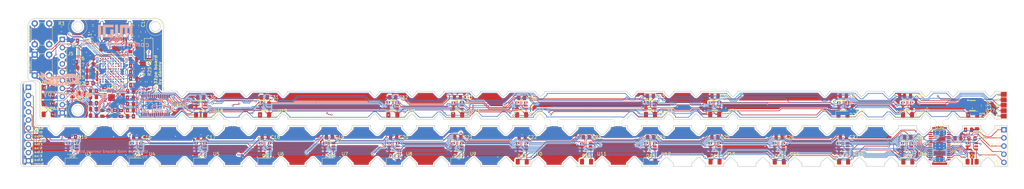
<source format=kicad_pcb>
(kicad_pcb (version 20241229) (generator "pcbnew") (generator_version "9.0")
  (layers (0 "F.Cu" signal) (4 "In1.Cu" signal) (6 "In2.Cu" signal) (2 "B.Cu" signal) (13 "F.Paste" user) (15 "B.Paste" user) (5 "F.SilkS" user "F.Silkscreen") (7 "B.SilkS" user "B.Silkscreen") (1 "F.Mask" user) (3 "B.Mask" user) (25 "Edge.Cuts" user))
  (net 0 "")
  (net 1 "GND")
  (net 2 "Net-(C1-Pad2)")
  (net 3 "Net-(C2-Pad2)")
  (net 4 "Net-(U1-VDDLDO)")
  (net 5 "3v3")
  (net 6 "Net-(U1-VDDA)")
  (net 7 "5v")
  (net 8 "Net-(D1-K)")
  (net 9 "Net-(J5-Pin_5)")
  (net 10 "Net-(J5-Pin_7)")
  (net 11 "Net-(J5-Pin_3)")
  (net 12 "Net-(J5-Pin_2)")
  (net 13 "Net-(J5-Pin_4)")
  (net 14 "Net-(J5-Pin_6)")
  (net 15 "Net-(D1-A)")
  (net 16 "Net-(D3-K)")
  (net 17 "USART1_TX")
  (net 18 "Net-(D4-K)")
  (net 19 "USART1_RX")
  (net 20 "Net-(D5-K)")
  (net 21 "OTG_FS_DM")
  (net 23 "Net-(J1-CC1)")
  (net 24 "OTG_FS_DP")
  (net 26 "Net-(J1-CC2)")
  (net 27 "BOOT0")
  (net 28 "NRST")
  (net 29 "SC0")
  (net 30 "SD0")
  (net 31 "SD1")
  (net 32 "SC1")
  (net 33 "SD2")
  (net 34 "SC2")
  (net 35 "SD3")
  (net 36 "SC3")
  (net 37 "SD4")
  (net 38 "SC4")
  (net 39 "SD5")
  (net 40 "SC5")
  (net 41 "SD6")
  (net 42 "SC6")
  (net 43 "I2C1_SDA")
  (net 44 "I2C1_SCL")
  (net 66 "MPRESET")
  (net 141 "Net-(D6-K)")
  (net 142 "Net-(D7-K)")
  (net 143 "Net-(D8-K)")
  (net 144 "Net-(D9-K)")
  (net 145 "Net-(D10-K)")
  (net 146 "Net-(D11-K)")
  (net 147 "Net-(D12-K)")
  (net 148 "Net-(D13-K)")
  (net 149 "Net-(D14-K)")
  (net 150 "Net-(D15-K)")
  (net 151 "Net-(D16-K)")
  (net 152 "Net-(D17-K)")
  (net 153 "Net-(D18-K)")
  (net 154 "Net-(D19-K)")
  (net 155 "Net-(D20-K)")
  (net 156 "Net-(D21-K)")
  (net 157 "Net-(D22-K)")
  (net 158 "Net-(D23-K)")
  (net 159 "Net-(D24-K)")
  (net 160 "Net-(D25-K)")
  (net 161 "Net-(D26-K)")
  (net 162 "Net-(D27-K)")
  (net 163 "Net-(D28-K)")
  (net 164 "Net-(D29-K)")
  (net 165 "Net-(D30-K)")
  (net 166 "PA8")
  (net 167 "Net-(D33-K)")
  (net 168 "Net-(U30-IREF)")
  (net 169 "Net-(U31-IREF)")
  (net 170 "SIN")
  (net 171 "GSCLK")
  (net 172 "BLANK")
  (net 173 "SCLK")
  (net 174 "XLAT")
  (net 182 "Net-(J3-Pin_4)")
  (net 188 "Net-(J3-Pin_5)")
  (net 189 "Net-(J6-Pin_5)")
  (net 190 "Net-(J3-Pin_2)")
  (net 191 "Net-(J3-Pin_3)")
  (net 192 "Net-(J3-Pin_1)")
  (footprint "LED_SMD:LED_1206_3216Metric" (layer "F.Cu") (at 218.939726 144.678033)
    (property "Reference" "D25")
    (property "Value" "LED_Small")
  )
  (footprint "EasyEDA:SOT-23-6_L2.9-W1.6-P0.95-LS2.8-BR" (layer "F.Cu") (at 119.039726 154.442678 180)
    (property "Reference" "U5")
    (property "Value" "TMAG5273")
  )
  (footprint "Resistor_SMD:R_0805_2012Metric" (layer "F.Cu") (at 92.3775 144.1925 -90)
    (property "Reference" "R17" (hide yes))
    (property "Value" "2.2kΩ")
  )
  (footprint "Capacitor_SMD:C_0805_2012Metric" (layer "F.Cu") (at 138.86 139.2)
    (property "Reference" "C31")
    (property "Value" "0.1μF")
  )
  (footprint "Capacitor_SMD:C_0805_2012Metric" (layer "F.Cu") (at 98.17 127.32 180)
    (property "Reference" "C8" (hide yes))
    (property "Value" "1μF")
  )
  (footprint "1_udu_lib:mouse-bite-2mm-slot" (layer "F.Cu") (at 89.034916 147)
    (property "Reference" "mouse-bite-2mm-slot-1" (hide yes))
    (property "Value" "VAL**" (hide yes))
  )
  (footprint "Capacitor_SMD:C_0805_2012Metric" (layer "F.Cu") (at 279.139726 138.778033)
    (property "Reference" "C36")
    (property "Value" "0.1μF")
  )
  (footprint "Capacitor_SMD:C_0805_2012Metric" (layer "F.Cu") (at 98.19 133.356667 180)
    (property "Reference" "C1" (hide yes))
    (property "Value" "2.2μF")
  )
  (footprint "LED_SMD:LED_1206_3216Metric" (layer "F.Cu") (at 279.039726 144.578033)
    (property "Reference" "D27")
    (property "Value" "LED_Small")
  )
  (footprint "LED_SMD:LED_1206_3216Metric" (layer "F.Cu") (at 119.039726 144.678033)
    (property "Reference" "D21")
    (property "Value" "LED_Small")
  )
  (footprint "EasyEDA:SOT-23-6_L2.9-W1.6-P0.95-LS2.8-BR" (layer "F.Cu") (at 359.259726 141.743033 180)
    (property "Reference" "U27")
    (property "Value" "TMAG5273")
  )
  (footprint "Resistor_SMD:R_0805_2012Metric" (layer "F.Cu") (at 85.7 139.09 180)
    (property "Reference" "R9" (hide yes))
    (property "Value" "2.2kΩ")
  )
  (footprint "LED_SMD:LED_1206_3216Metric" (layer "F.Cu") (at 199.139726 159.242678)
    (property "Reference" "D12")
    (property "Value" "LED_Small")
  )
  (footprint "Resistor_SMD:R_0805_2012Metric" (layer "F.Cu") (at 99.039727 120.219823 90)
    (property "Reference" "R1")
    (property "Value" "5.1kΩ")
  )
  (footprint "Capacitor_SMD:C_0805_2012Metric" (layer "F.Cu") (at 84.657323 128.898044)
    (property "Reference" "C7")
    (property "Value" "100nF")
  )
  (footprint "LED_SMD:LED_1206_3216Metric" (layer "F.Cu") (at 71.6 141.1)
    (property "Reference" "D5" (hide yes))
    (property "Value" "LED")
  )
  (footprint "LED_SMD:LED_1206_3216Metric" (layer "F.Cu") (at 99.139726 159.242678)
    (property "Reference" "D7")
    (property "Value" "LED_Small")
  )
  (footprint "Capacitor_SMD:C_0805_2012Metric" (layer "F.Cu") (at 85.52 117.83 180)
    (property "Reference" "C12" (hide yes))
    (property "Value" "100nF")
  )
  (footprint "Capacitor_SMD:C_0805_2012Metric" (layer "F.Cu") (at 362.75 141.75 -90)
    (property "Reference" "C39")
    (property "Value" "0.1μF")
  )
  (footprint "EasyEDA:SOT-23-6_L2.9-W1.6-P0.95-LS2.8-BR" (layer "F.Cu") (at 338.959726 141.743033 180)
    (property "Reference" "U26")
    (property "Value" "TMAG5273")
  )
  (footprint "Capacitor_SMD:C_0805_2012Metric" (layer "F.Cu") (at 119.132583 151.595178)
    (property "Reference" "C17")
    (property "Value" "0.1μF")
  )
  (footprint "LED_SMD:LED_1206_3216Metric" (layer "F.Cu") (at 179.139726 159.242678)
    (property "Reference" "D11")
    (property "Value" "LED_Small")
  )
  (footprint "EasyEDA:SOT-23-6_L2.9-W1.6-P0.95-LS2.8-BR" (layer "F.Cu") (at 279.039726 154.442678 180)
    (property "Reference" "U13")
    (property "Value" "TMAG5273")
  )
  (footprint "Capacitor_SMD:C_0805_2012Metric" (layer "F.Cu") (at 339.039726 138.778033)
    (property "Reference" "C38")
    (property "Value" "0.1μF")
  )
  (footprint "Resistor_SMD:R_0805_2012Metric" (layer "F.Cu") (at 79.1975 130.8875 -90)
    (property "Reference" "R7" (hide yes))
    (property "Value" "330Ω")
  )
  (footprint "Resistor_SMD:R_0805_2012Metric" (layer "F.Cu") (at 97.2 139.3025)
    (property "Reference" "R20" (hide yes))
    (property "Value" "2.2kΩ")
  )
  (footprint "EasyEDA:SOT-23-6_L2.9-W1.6-P0.95-LS2.8-BR" (layer "F.Cu") (at 178.815626 141.746033 180)
    (property "Reference" "U20")
    (property "Value" "TMAG5273")
  )
  (footprint "Resistor_SMD:R_0805_2012Metric" (layer "F.Cu") (at 88.4675 144.1675 -90)
    (property "Reference" "R15" (hide yes))
    (property "Value" "2.2kΩ")
  )
  (footprint "Resistor_SMD:R_0805_2012Metric" (layer "F.Cu") (at 90.38 144.1875 -90)
    (property "Reference" "R14" (hide yes))
    (property "Value" "2.2kΩ")
  )
  (footprint "Capacitor_SMD:C_0805_2012Metric" (layer "F.Cu") (at 219.114726 151.595178)
    (property "Reference" "C22")
    (property "Value" "0.1μF")
  )
  (footprint "LED_SMD:LED_1206_3216Metric" (layer "F.Cu") (at 239.139726 159.242678)
    (property "Reference" "D14")
    (property "Value" "LED_Small")
  )
  (footprint "LED_SMD:LED_1206_3216Metric" (layer "F.Cu") (at 279.139726 159.242678)
    (property "Reference" "D16")
    (property "Value" "LED_Small")
  )
  (footprint "EasyEDA:SOT-23-6_L2.9-W1.6-P0.95-LS2.8-BR" (layer "F.Cu") (at 338.839726 154.442678 180)
    (property "Reference" "U16")
    (property "Value" "TMAG5273")
  )
  (footprint "LED_SMD:LED_1206_3216Metric" (layer "F.Cu") (at 79.139726 159.242678)
    (property "Reference" "D6")
    (property "Value" "LED_Small")
  )
  (footprint "EasyEDA:SOT-23-6_L2.9-W1.6-P0.95-LS2.8-BR" (layer "F.Cu") (at 359.039726 154.442678 180)
    (property "Reference" "U17")
    (property "Value" "TMAG5273")
  )
  (footprint "Capacitor_SMD:C_0805_2012Metric" (layer "F.Cu") (at 119.08 139.2)
    (property "Reference" "C30")
    (property "Value" "0.1μF")
  )
  (footprint "Resistor_SMD:R_0805_2012Metric" (layer "F.Cu") (at 99.027227 116.819823 90)
    (property "Reference" "R2")
    (property "Value" "5.1kΩ")
  )
  (footprint "Resistor_SMD:R_0805_2012Metric" (layer "F.Cu") (at 82.3125 137.9 180)
    (property "Reference" "R11")
    (property "Value" "2.2kΩ")
  )
  (footprint "EasyEDA:SOT-223-4_L6.5-W3.5-P2.30-LS7.0-BR" (layer "F.Cu") (at 102.87 124.19)
    (property "Reference" "U2")
    (property "Value" "LM3940IMPX-3.3/NOPB")
  )
  (footprint "Resistor_SMD:R_0805_2012Metric" (layer "F.Cu") (at 79.16 138.0975 -90)
    (property "Reference" "R27" (hide yes))
    (property "Value" "330Ω")
  )
  (footprint "1_udu_lib:mouse-bite-2mm-slot" (layer "F.Cu") (at 229 147)
    (property "Reference" "mouse-bite-2mm-slot-3" (hide yes))
    (property "Value" "VAL**" (hide yes))
  )
  (footprint "Capacitor_SMD:C_0805_2012Metric" (layer "F.Cu") (at 199.118297 151.595178)
    (property "Reference" "C21")
    (property "Value" "0.1μF")
  )
  (footprint "LED_SMD:LED_1206_3216Metric" (layer "F.Cu") (at 71.6 138.8)
    (property "Reference" "D4" (hide yes))
    (property "Value" "LED")
  )
  (footprint "Capacitor_SMD:C_0805_2012Metric" (layer "F.Cu") (at 358.05 149.3 180)
    (property "Reference" "C40")
    (property "Value" "0.1μF")
  )
  (footprint "EasyEDA:SOT-23-6_L2.9-W1.6-P0.95-LS2.8-BR" (layer "F.Cu") (at 319.039726 154.442678 180)
    (property "Reference" "U15")
    (property "Value" "TMAG5273")
  )
  (footprint "Capacitor_SMD:C_0805_2012Metric" (layer "F.Cu") (at 98.19 131.353333 180)
    (property "Reference" "C2" (hide yes))
    (property "Value" "2.2μF")
  )
  (footprint "EasyEDA:SOT-23-6_L2.9-W1.6-P0.95-LS2.8-BR" (layer "F.Cu") (at 219.039726 154.442678 180)
    (property "Reference" "U10")
    (property "Value" "TMAG5273")
  )
  (footprint "Connector_PinHeader_2.54mm:PinHeader_1x10_P2.54mm_Vertical" (layer "F.Cu") (at 65.44 136.08)
    (property "Reference" "J4")
    (property "Value" "Conn_01x10_Pin")
  )
  (footprint "Resistor_SMD:R_0805_2012Metric" (layer "F.Cu") (at 97.195 143.1825)
    (property "Reference" "R18" (hide yes))
    (property "Value" "2.2kΩ")
  )
  (footprint "Package_SO:HTSSOP-28-1EP_4.4x9.7mm_P0.65mm_EP3.4x9.5mm_Mask2.4x6.17mm_ThermalVias" (layer "F.Cu") (at 104.98 141.7 90)
    (property "Reference" "U31")
    (property "Value" "TLC5940PWP")
  )
  (footprint "Resistor_SMD:R_0805_2012Metric" (layer "F.Cu") (at 97.235 137.2925)
    (property "Reference" "R23" (hide yes))
    (property "Value" "2.2kΩ")
  )
  (footprint "Resistor_SMD:R_0805_2012Metric" (layer "F.Cu") (at 75.7225 118.02 180)
    (property "Reference" "R3")
    (property "Value" "10kΩ")
  )
  (footprint "EasyEDA:SOT-23-6_L2.9-W1.6-P0.95-LS2.8-BR" (layer "F.Cu") (at 218.879726 141.743033 180)
    (property "Reference" "U22")
    (property "Value" "TMAG5273")
  )
  (footprint "Resistor_SMD:R_0805_2012Metric" (layer "F.Cu") (at 84.622146 134.772066)
    (property "Reference" "R22")
    (property "Value" "2.2kΩ")
  )
  (footprint "LED_SMD:LED_1206_3216Metric" (layer "F.Cu") (at 139.139726 159.242678)
    (property "Reference" "D9")
    (property "Value" "LED_Small")
  )
  (footprint "1_udu_lib:mouse-bite-2mm-slot" (layer "F.Cu") (at 129 147)
    (property "Reference" "mouse-bite-2mm-slot-2" (hide yes))
    (property "Value" "VAL**" (hide yes))
  )
  (footprint "Capacitor_SMD:C_0805_2012Metric" (layer "F.Cu") (at 339.093297 151.595178)
    (property "Reference" "C28")
    (property "Value" "0.1μF")
  )
  (footprint "Capacitor_SMD:C_0805_2012Metric" (layer "F.Cu") (at 97.1 124.025 90)
    (property "Reference" "C14" (hide yes))
    (property "Value" "1μF")
  )
  (footprint "LED_SMD:LED_1206_3216Metric" (layer "F.Cu") (at 219.139726 159.242678)
    (property "Reference" "D13")
    (property "Value" "LED_Small")
  )
  (footprint "Capacitor_SMD:C_0805_2012Metric" (layer "F.Cu") (at 99.136155 151.595178)
    (property "Reference" "C16")
    (property "Value" "0.1μF")
  )
  (footprint "Capacitor_SMD:C_0805_2012Metric" (layer "F.Cu") (at 258.989726 138.778033)
    (property "Reference" "C35")
    (property "Value" "0.1μF")
  )
  (footprint "EasyEDA:SOT-23-6_L2.9-W1.6-P0.95-LS2.8-BR" (layer "F.Cu") (at 159.039726 154.442678 180)
    (property "Reference" "U7")
    (property "Value" "TMAG5273")
  )
  (footprint "Diode_SMD:D_SMA" (layer "F.Cu") (at 90.75 124)
    (property "Reference" "D1")
    (property "Value" "SS14")
  )
  (footprint "Resistor_SMD:R_0805_2012Metric" (layer "F.Cu") (at 85.72 137.18 180)
    (property "Reference" "R8" (hide yes))
    (property "Value" "2.2kΩ")
  )
  (footprint "EasyEDA:SOT-23-6_L2.9-W1.6-P0.95-LS2.8-BR" (layer "F.Cu") (at 318.989016 141.734016 180)
    (property "Reference" "U25")
    (property "Value" "TMAG5273")
  )
  (footprint "Capacitor_SMD:C_0805_2012Metric" (layer "F.Cu") (at 86.23 120.62 90)
    (property "Reference" "C11")
    (property "Value" "0.47μF")
  )
  (footprint "EasyEDA:SOT-23-6_L2.9-W1.6-P0.95-LS2.8-BR" (layer "F.Cu") (at 259.039726 154.442678 180)
    (property "Reference" "U12")
    (property "Value" "TMAG5273")
  )
  (footprint "Capacitor_SMD:C_0805_2012Metric" (layer "F.Cu") (at 319.096869 151.595178)
    (property "Reference" "C27")
    (property "Value" "0.1μF")
  )
  (footprint "EasyEDA:SOT-23-6_L2.9-W1.6-P0.95-LS2.8-BR" (layer "F.Cu") (at 198.939726 154.442678 180)
    (property "Reference" "U9")
    (property "Value" "TMAG5273")
  )
  (footprint "Resistor_SMD:R_0805_2012Metric" (layer "F.Cu") (at 85.71 144.89 180)
    (property "Reference" "R12" (hide yes))
    (property "Value" "2.2kΩ")
  )
  (footprint "Capacitor_SMD:C_0805_2012Metric" (layer "F.Cu") (at 101.1 134.35 -90)
    (property "Reference" "C41")
    (property "Value" "0.1μF")
  )
  (footprint "Resistor_SMD:R_0805_2012Metric" (layer "F.Cu") (at 94.2975 144.1975 -90)
    (property "Reference" "R16" (hide yes))
    (property "Value" "2.2kΩ")
  )
  (footprint "EasyEDA:SOT-23-6_L2.9-W1.6-P0.95-LS2.8-BR" (layer "F.Cu") (at 119.059726 141.743033 180)
    (property "Reference" "U18")
    (property "Value" "TMAG5273")
  )
  (footprint "Button_Switch_THT:SW_PUSH_6mm" (layer "F.Cu") (at 71.9 116.2 -90)
    (property "Reference" "SW1" (hide yes))
    (property "Value" "SW_SPST")
  )
  (footprint "LED_SMD:LED_1206_3216Metric" (layer "F.Cu") (at 299.139726 159.242678)
    (property "Reference" "D17")
    (property "Value" "LED_Small")
  )
  (footprint "Capacitor_SMD:C_0805_2012Metric" (layer "F.Cu") (at 259.107583 151.595178)
    (property "Reference" "C24")
    (property "Value" "0.1μF")
  )
  (footprint "Connector_PinHeader_2.54mm:PinHeader_1x05_P2.54mm_Vertical" (layer "F.Cu") (at 369.05 149.28)
    (property "Reference" "J3")
    (property "Value" "Conn_01x05_Pin")
  )
  (footprint "LED_SMD:LED_1206_3216Metric" (layer "F.Cu") (at 159.139726 159.242678)
    (property "Reference" "D10")
    (property "Value" "LED_Small")
  )
  (footprint "LED_SMD:LED_1206_3216Metric" (layer "F.Cu") (at 359.139726 159.242678)
    (property "Reference" "D20")
    (property "Value" "LED_Small")
  )
  (footprint "LED_SMD:LED_1206_3216Metric" (layer "F.Cu") (at 319.139726 159.242678)
    (property "Reference" "D18")
    (property "Value" "LED_Small")
  )
  (footprint "LED_SMD:LED_1206_3216Metric" (layer "F.Cu") (at 318.959016 144.669016)
    (property "Reference" "D28")
    (property "Value" "LED_Small")
  )
  (footprint "LED_SMD:LED_1206_3216Metric" (layer "F.Cu") (at 199.039726 144.678033)
    (property "Reference" "D24")
    (property "Value" "LED_Small")
  )
  (footprint "EasyEDA:SOT-23-6_L2.9-W1.6-P0.95-LS2.8-BR" (layer "F.Cu") (at 139.139726 154.442678 180)
    (property "Reference" "U6")
    (property "Value" "TMAG5273")
  )
  (footprint "Capacitor_SMD:C_0805_2012Metric" (layer "F.Cu") (at 84.65 130.86)
    (property "Reference" "C4")
    (property "Value" "100nF")
  )
  (footprint "Resistor_SMD:R_0805_2012Metric" (layer "F.Cu") (at 79.185 134.4925 -90)
    (property "Reference" "R5" (hide yes))
    (property "Value" "330Ω")
  )
  (footprint "Capacitor_SMD:C_0805_2012Metric" (layer "F.Cu") (at 101.17 118.85 90)
    (property "Reference" "C10")
    (property "Value" "33μF")
  )
  (footprint "Resistor_SMD:R_0805_2012Metric" (layer "F.Cu") (at 97.215 141.2625)
    (property "Reference" "R21" (hide yes))
    (property "Value" "2.2kΩ")
  )
  (footprint "Package_BGA:TFBGA-100_8x8mm_Layout10x10_P0.8mm" (layer "F.Cu") (at 91.439727 130.75)
    (property "Reference" "U1" (hide yes))
    (property "Value" "STM32H743VIHx")
  )
  (footprint "Capacitor_SMD:C_0805_2012Metric" (layer "F.Cu") (at 279.104012 151.595178)
    (property "Reference" "C25")
    (property "Value" "0.1μF")
  )
  (footprint "LED_SMD:LED_1206_3216Metric" (layer "F.Cu") (at 339.139726 159.242678)
    (property "Reference" "D19")
    (property "Value" "LED_Small")
  )
  (footprint "Capacitor_SMD:C_0805_2012Metric" (layer "F.Cu") (at 139.129012 151.595178)
    (property "Reference" "C18")
    (property "Value" "0.1μF")
  )
  (footprint "Capacitor_SMD:C_0805_2012Metric" (layer "F.Cu") (at 84.657323 126.930109)
    (property "Reference" "C6")
    (property "Value" "100nF")
  )
  (footprint "Capacitor_SMD:C_0805_2012Metric" (layer "F.Cu") (at 198.959726 139.17)
    (property "Reference" "C33")
    (property "Value" "0.1μF")
  )
  (footprint "Capacitor_SMD:C_0805_2012Metric" (layer "F.Cu") (at 179.121869 151.595178)
    (property "Reference" "C20")
    (property "Value" "0.1μF")
  )
  (footprint "Resistor_SMD:R_0805_2012Metric" (layer "F.Cu") (at 79.4875 128.2 180)
    (property "Reference" "R6" (hide yes))
    (property "Value" "330Ω")
  )
  (footprint "Resistor_SMD:R_0805_2012Metric" (layer "F.Cu") (at 354.7375 151.91 180)
    (property "Reference" "R24")
    (property "Value" "5.1kΩ")
  )
  (footprint "Connector_PinHeader_2.54mm:PinHeader_1x10_P2.54mm_Vertical" (layer "F.Cu") (at 76 121.18)
    (property "Reference" "J5")
    (property "Value" "Conn_01x10_Socket")
  )
  (footprint "Resistor_SMD:R_0805_2012Metric" (layer "F.Cu") (at 97.2125 145.1)
    (property "Reference" "R19" (hide yes))
    (property "Value" "2.2kΩ")
  )
  (footprint "Resistor_SMD:R_0805_2012Metric" (layer "F.Cu") (at 103.1 134.3375 -90)
    (property "Reference" "R25")
    (property "Value" "5.1kΩ")
  )
  (footprint "LED_SMD:LED_1206_3216Metric" (layer "F.Cu") (at 359.339726 144.678033)
    (property "Reference" "D30")
    (property "Value" "LED_Small")
  )
  (footprint "Capacitor_SMD:C_0805_2012Metric" (layer "F.Cu") (at 85.49 115.8 180)
    (property "Reference" "C13" (hide yes))
    (property "Value" "1μF")
  )
  (footprint "Capacitor_SMD:C_0805_2012Metric" (layer "F.Cu") (at 178.825626 139.203)
    (property "Reference" "C32")
    (property "Value" "0.1μF")
  )
  (footprint "1_udu_lib:custom_pads" (layer "F.Cu") (at 367.49 145.9925)
    (property "Reference" "J6" (hide yes))
    (property "Value" "Conn_01x05_Pin")
  )
  (footprint "Capacitor_SMD:C_0805_2012Metric" (layer "F.Cu") (at 98.19 129.35 180)
    (property "Reference" "C9" (hide yes))
    (property "Value" "100nF")
  )
  (footprint "Resistor_SMD:R_0805_2012Metric" (layer "F.Cu") (at 85.7075 142.9 180)
    (property "Reference" "R13" (hide yes))
    (property "Value" "2.2kΩ")
  )
  (footprint "Capacitor_SMD:C_0805_2012Metric" (layer "F.Cu") (at 84.627323 132.828044)
    (property "Reference" "C5")
    (property "Value" "4.7μF")
  )
  (footprint "LED_SMD:LED_1206_3216Metric" (layer "F.Cu") (at 259.039726 144.578033)
    (property "Reference" "D26")
    (property "Value" "LED_Small")
  )
  (footprint "LED_SMD:LED_1206_3216Metric" (layer "F.Cu") (at 119.139726 159.242678)
    (property "Reference" "D8")
    (property "Value" "LED_Small")
  )
  (footprint "Capacitor_SMD:C_0805_2012Metric" (layer "F.Cu") (at 239.111155 151.595178)
    (property "Reference" "C23")
    (property "Value" "0.1μF")
  )
  (footprint "EasyEDA:SOT-23-6_L2.9-W1.6-P0.95-LS2.8-BR" (layer "F.Cu") (at 199.049726 141.743033 180)
    (property "Reference" "U21")
    (property "Value" "TMAG5273")
  )
  (footprint "LED_SMD:LED_1206_3216Metric" (layer "F.Cu") (at 259.139726 159.242678)
    (property "Reference" "D15")
    (property "Value" "LED_Small")
  )
  (footprint "EasyEDA:SOT-23-6_L2.9-W1.6-P0.95-LS2.8-BR" (layer "F.Cu") (at 79.139726 154.442678 180)
    (property "Reference" "U3")
    (property "Value" "TMAG5273")
  )
  (footprint "EasyEDA:SOT-23-6_L2.9-W1.6-P0.95-LS2.8-BR" (layer "F.Cu") (at 299.039726 154.442678 180)
    (property "Reference" "U14")
    (property "Value" "TMAG5273")
  )
  (footprint "Capacitor_SMD:C_0805_2012Metric" (layer "F.Cu") (at 98.225 135.36 180)
    (property "Reference" "C3" (hide yes))
    (property "Value" "4.7μF")
  )
  (footprint "1_udu_lib:mouse-bite-2mm-slot" (layer "F.Cu") (at 349 147)
    (property "Reference" "mouse-bite-2mm-slot-5" (hide yes))
    (property "Value" "VAL**" (hide yes))
  )
  (footprint "Capacitor_SMD:C_0805_2012Metric" (layer "F.Cu") (at 299.10044 151.595178)
    (property "Reference" "C26")
    (property "Value" "0.1μF")
  )
  (footprint "Button_Switch_THT:SW_PUSH_6mm" (layer "F.Cu") (at 71.9 125.9 -90)
    (property "Reference" "SW2" (hide yes))
    (property "Value" "SW_SPST")
  )
  (footprint "LED_SMD:LED_1206_3216Metric" (layer "F.Cu") (at 339.039726 144.678033)
    (property "Reference" "D29")
    (property "Value" "LED_Small")
  )
  (footprint "Capacitor_SMD:C_0805_2012Metric" (layer "F.Cu") (at 79.139726 151.542678)
    (property "Reference" "C15")
    (property "Value" "0.1μF")
  )
  (footprint "EasyEDA:SOT-23-6_L2.9-W1.6-P0.95-LS2.8-BR" (layer "F.Cu") (at 239.039726 154.442678 180)
    (property "Reference" "U11")
    (property "Value" "TMAG5273")
  )
  (footprint "Connector_USB:USB_C_Receptacle_GCT_USB4105-xx-A_16P_TopMnt_Horizontal" (layer "F.Cu") (at 92.629727 117.402323 180)
    (property "Reference" "J1" (hide yes))
    (property "Value" "USB4105")
  )
  (footprint "Capacitor_SMD:C_0805_2012Metric" (layer "F.Cu") (at 218.889726 139.4)
    (property "Reference" "C34")
    (property "Value" "0.1μF")
  )
  (footprint "Package_DFN_QFN:Texas_RGE0024C_VQFN-24-1EP_4x4mm_P0.5mm_EP2.1x2.1mm" (layer "F.Cu") (at 91.3025 139.275)
    (property "Reference" "U29")
    (property "Value" "TCA9548A")
  )
  (footprint "EasyEDA:SOT-23-6_L2.9-W1.6-P0.95-LS2.8-BR" (layer "F.Cu") (at 179.039726 154.442678 180)
    (property "Reference" "U8")
    (property "Value" "TMAG5273")
  )
  (footprint "1_udu_lib:mouse-bite-2mm-slot" (layer "F.Cu") (at 249 147)
    (property "Reference" "mouse-bite-2mm-slot-4" (hide yes))
    (property "Value" "VAL**" (hide yes))
  )
  (footprint "EasyEDA:SOT-23-6_L2.9-W1.6-P0.95-LS2.8-BR" (layer "F.Cu") (at 279.069726 141.743033 180)
    (property "Reference" "U24")
    (property "Value" "TMAG5273")
  )
  (footprint "Package_TO_SOT_SMD:Texas_DRT-3" (layer "F.Cu") (at 95.1 125)
    (property "Reference" "U28" (hide yes))
    (property "Value" "TPD2EUSB30")
  )
  (footprint "LED_SMD:LED_1206_3216Metric" (layer "F.Cu") (at 71.6 136.2)
    (property "Reference" "D3" (hide yes))
    (property "Value" "LED")
  )
  (footprint "Resistor_SMD:R_0805_2012Metric" (layer "F.Cu") (at 85.6875 140.98 180)
    (property "Reference" "R10" (hide yes))
    (property "Value" "2.2kΩ")
  )
  (footprint "Capacitor_SMD:C_0805_2012Metric" (layer "F.Cu") (at 359.089726 151.992678)
    (property "Reference" "C29")
    (property "Value" "0.1μF")
  )
  (footprint "Capacitor_SMD:C_0805_2012Metric" (layer "F.Cu") (at 319.059016 138.769016)
    (property "Reference" "C37")
    (property "Value" "0.1μF")
  )
  (footprint "LED_SMD:LED_1206_3216Metric" (layer "F.Cu") (at 138.939726 144.678033)
    (property "Reference" "D22")
    (property "Value" "LED_Small")
  )
  (footprint "EasyEDA:SOT-23-6_L2.9-W1.6-P0.95-LS2.8-BR" (layer "F.Cu") (at 99.082583 154.442678 180)
    (property "Reference" "U4")
    (property "Value" "TMAG5273")
  )
  (footprint "Resistor_SMD:R_0805_2012Metric" (layer "F.Cu") (at 79.7725 121.55)
    (property "Reference" "R4")
    (property "Value" "10kΩ")
  )
  (footprint "LED_SMD:LED_1206_3216Metric" (layer "F.Cu") (at 178.875626 144.681033)
    (property "Reference" "D23")
    (property "Value" "LED_Small")
  )
  (footprint "Package_SO:HTSSOP-28-1EP_4.4x9.7mm_P0.65mm_EP3.4x9.5mm_Mask2.4x6.17mm_ThermalVias" (layer "F.Cu") (at 349.03 154.35)
    (property "Reference" "U30")
    (property "Value" "TLC5940PWP")
  )
  (footprint "EasyEDA:SOT-23-6_L2.9-W1.6-P0.95-LS2.8-BR" (layer "F.Cu") (at 258.989726 141.743033 180)
    (property "Reference" "U23")
    (property "Value" "TMAG5273")
  )
  (footprint "EasyEDA:SOT-23-6_L2.9-W1.6-P0.95-LS2.8-BR" (layer "F.Cu") (at 138.959726 141.743033 180)
    (property "Reference" "U19")
    (property "Value" "TMAG5273")
  )
  (footprint "Capacitor_SMD:C_0805_2012Metric" (layer "F.Cu") (at 159.12544 151.595178)
    (property "Reference" "C19")
    (property "Value" "0.1μF")
  )
  (footprint "LED_SMD:LED_1206_3216Metric" (layer "F.Cu") (at 71.6 144.5)
    (property "Reference" "D33" (hide yes))
    (property "Value" "LED")
  )
  (footprint "1_udu_lib:mainboard_drawing" (layer "B.Cu") (at 89.924306 130.280611 180)
    (property "Reference" "G***" (hide yes))
    (property "Value" "LOGO" (hide yes))
  )
  (gr_circle (center 80.798276 117.15) (end 80.698276 114.25) (stroke (width 0.1)) (fill no) (layer "F.SilkS"))
  (gr_circle (center 105.058549 143.190953) (end 104.958549 140.290953) (stroke (width 0.1)) (fill no) (layer "F.SilkS"))
  (gr_circle (center 80.808276 143.07) (end 80.708276 140.17) (stroke (width 0.1)) (fill no) (layer "F.SilkS"))
  (gr_circle (center 104.998276 117.15) (end 105.198276 114.35) (stroke (width 0.1)) (fill no) (layer "F.SilkS"))
  (gr_line (start 206.185001 159.787975) (end 206.185001 160.700107) (stroke (width 0.2)) (layer "Edge.Cuts"))
  (gr_line (start 133.575381 150.602619) (end 131.885001 148.912239) (stroke (width 0.2)) (layer "Edge.Cuts"))
  (gr_arc (start 173.575382 158.097594) (mid 174.035002 157.907214) (end 174.494621 158.097595) (stroke (width 0.2)) (layer "Edge.Cuts"))
  (gr_line (start 296.185001 160.700107) (end 301.885001 160.700107) (stroke (width 0.2)) (layer "Edge.Cuts"))
  (gr_line (start 343.35 137.3) (end 334.65 137.3) (stroke (width 0.2)) (layer "Edge.Cuts"))
  (gr_arc (start 64.069901 160.700107) (mid 63.364858 160.409272) (end 63.069917 159.705937) (stroke (width 0.2)) (layer "Edge.Cuts"))
  (gr_line (start 211.85 146) (end 211.85 145.587868) (stroke (width 0.2)) (layer "Edge.Cuts"))
  (gr_line (start 271.85 146) (end 271.85 145.587868) (stroke (width 0.2)) (layer "Edge.Cuts"))
  (gr_arc (start 105.000001 114.65) (mid 106.767767 115.382233) (end 107.5 117.150001) (stroke (width 0.2)) (layer "Edge.Cuts"))
  (gr_line (start 261.885001 160.700107) (end 261.885001 159.787975) (stroke (width 0.2)) (layer "Edge.Cuts"))
  (gr_arc (start 192.967159 144.470709) (mid 193.25 144.353553) (end 193.532842 144.47071) (stroke (width 0.2)) (layer "Edge.Cuts"))
  (gr_arc (start 91.000011 148.000001) (mid 90.095013 147.000006) (end 91 146.000001) (stroke (width 0.05)) (layer "Edge.Cuts"))
  (gr_line (start 311.885001 159.787975) (end 313.575382 158.097594) (stroke (width 0.2)) (layer "Edge.Cuts"))
  (gr_line (start 346.185001 160.700107) (end 351.885001 160.700107) (stroke (width 0.2)) (layer "Edge.Cuts"))
  (gr_line (start 271.885001 148.912239) (end 271.885001 148.000107) (stroke (width 0.2)) (layer "Edge.Cuts"))
  (gr_line (start 251.85 137.712132) (end 251.85 137.3) (stroke (width 0.2)) (layer "Edge.Cuts"))
  (gr_line (start 171.885001 159.787975) (end 173.575382 158.097594) (stroke (width 0.2)) (layer "Edge.Cuts"))
  (gr_arc (start 354.49462 150.60262) (mid 354.035 150.793) (end 353.575381 150.602619) (stroke (width 0.2)) (layer "Edge.Cuts"))
  (gr_line (start 313.575381 150.602619) (end 311.885001 148.912239) (stroke (width 0.2)) (layer "Edge.Cuts"))
  (gr_arc (start 214.49462 150.60262) (mid 214.035 150.793) (end 213.575381 150.602619) (stroke (width 0.2)) (layer "Edge.Cuts"))
  (gr_arc (start 324.467159 144.470709) (mid 324.75 144.353553) (end 325.032842 144.47071) (stroke (width 0.2)) (layer "Edge.Cuts"))
  (gr_arc (start 94.49462 150.60262) (mid 94.035 150.793) (end 93.575381 150.602619) (stroke (width 0.2)) (layer "Edge.Cuts"))
  (gr_arc (start 285.032842 138.82929) (mid 284.75 138.946447) (end 284.467158 138.82929) (stroke (width 0.2)) (layer "Edge.Cuts"))
  (gr_line (start 306.185001 159.787975) (end 306.185001 160.700107) (stroke (width 0.2)) (layer "Edge.Cuts"))
  (gr_line (start 134.65 137.712132) (end 133.532842 138.82929) (stroke (width 0.2)) (layer "Edge.Cuts"))
  (gr_line (start 346.185001 148.912239) (end 344.49462 150.60262) (stroke (width 0.2)) (layer "Edge.Cuts"))
  (gr_line (start 324.494621 158.097595) (end 326.185001 159.787975) (stroke (width 0.2)) (layer "Edge.Cuts"))
  (gr_line (start 146.15 145.587868) (end 146.15 146) (stroke (width 0.2)) (layer "Edge.Cuts"))
  (gr_line (start 185.032842 144.47071) (end 186.15 145.587868) (stroke (width 0.2)) (layer "Edge.Cuts"))
  (gr_line (start 145.032842 144.47071) (end 146.15 145.587868) (stroke (width 0.2)) (layer "Edge.Cuts"))
  (gr_line (start 304.494621 158.097595) (end 306.185001 159.787975) (stroke (width 0.2)) (layer "Edge.Cuts"))
  (gr_line (start 314.494621 158.097595) (end 316.185001 159.787975) (stroke (width 0.2)) (layer "Edge.Cuts"))
  (gr_line (start 284.467158 138.82929) (end 283.35 137.712132) (stroke (width 0.2)) (layer "Edge.Cuts"))
  (gr_line (start 314.65 137.3) (end 314.65 137.712132) (stroke (width 0.2)) (layer "Edge.Cuts"))
  (gr_line (start 221.885001 148.912239) (end 221.885001 148.000107) (stroke (width 0.2)) (layer "Edge.Cuts"))
  (gr_line (start 233.575381 150.602619) (end 231.885001 148.912239) (stroke (width 0.2)) (layer "Edge.Cuts"))
  (gr_line (start 211.885001 148.912239) (end 211.885001 148.000107) (stroke (width 0.2)) (layer "Edge.Cuts"))
  (gr_line (start 263.575381 150.602619) (end 261.885001 148.912239) (stroke (width 0.2)) (layer "Edge.Cuts"))
  (gr_line (start 254.65 137.3) (end 254.65 137.712132) (stroke (width 0.2)) (layer "Edge.Cuts"))
  (gr_line (start 161.885001 148.000107) (end 156.185001 148.000107) (stroke (width 0.2)) (layer "Edge.Cuts"))
  (gr_line (start 107.5 137.3) (end 107.5 117.150001) (stroke (width 0.2)) (layer "Edge.Cuts"))
  (gr_line (start 263.35 137.712132) (end 263.35 137.3) (stroke (width 0.2)) (layer "Edge.Cuts"))
  (gr_line (start 314.65 146) (end 323.35 146) (stroke (width 0.2)) (layer "Edge.Cuts"))
  (gr_line (start 226.15 137.712132) (end 225.032842 138.82929) (stroke (width 0.2)) (layer "Edge.Cuts"))
  (gr_line (start 246.185001 148.912239) (end 244.49462 150.60262) (stroke (width 0.2)) (layer "Edge.Cuts"))
  (gr_arc (start 227 146) (mid 228 147) (end 227 148) (stroke (width 0.05)) (layer "Edge.Cuts"))
  (gr_line (start 263.35 146) (end 263.35 145.587868) (stroke (width 0.2)) (layer "Edge.Cuts"))
  (gr_arc (start 353.575382 158.097594) (mid 354.035002 157.907214) (end 354.494621 158.097595) (stroke (width 0.2)) (layer "Edge.Cuts"))
  (gr_arc (start 231 148) (mid 230 147) (end 231 146) (stroke (width 0.05)) (layer "Edge.Cuts"))
  (gr_line (start 136.185001 148.000107) (end 136.185001 148.912239) (stroke (width 0.2)) (layer "Edge.Cuts"))
  (gr_arc (start 247 146) (mid 248 147) (end 247 148) (stroke (width 0.05)) (layer "Edge.Cuts"))
  (gr_arc (start 173.532842 138.82929) (mid 173.25 138.946447) (end 172.967158 138.82929) (stroke (width 0.2)) (layer "Edge.Cuts"))
  (gr_line (start 81.885001 160.700107) (end 81.885001 159.787975) (stroke (width 0.2)) (layer "Edge.Cuts"))
  (gr_line (start 174.65 137.712132) (end 173.532842 138.82929) (stroke (width 0.2)) (layer "Edge.Cuts"))
  (gr_arc (start 312.967159 144.470709) (mid 313.25 144.353553) (end 313.532842 144.47071) (stroke (width 0.2)) (layer "Edge.Cuts"))
  (gr_arc (start 283.575382 158.097594) (mid 284.035002 157.907214) (end 284.494621 158.097595) (stroke (width 0.2)) (layer "Edge.Cuts"))
  (gr_arc (start 203.575382 158.097594) (mid 204.035002 157.907214) (end 204.494621 158.097595) (stroke (width 0.2)) (layer "Edge.Cuts"))
  (gr_line (start 213.532842 144.47071) (end 214.65 145.587868) (stroke (width 0.2)) (layer "Edge.Cuts"))
  (gr_line (start 86.185001 148.000107) (end 86.185001 148.912239) (stroke (width 0.2)) (layer "Edge.Cuts"))
  (gr_line (start 121.885001 148.912239) (end 121.885001 148.000107) (stroke (width 0.2)) (layer "Edge.Cuts"))
  (gr_line (start 136.185001 148.912239) (end 134.49462 150.60262) (stroke (width 0.2)) (layer "Edge.Cuts"))
  (gr_line (start 191.85 145.587868) (end 192.967159 144.470709) (stroke (width 0.2)) (layer "Edge.Cuts"))
  (gr_arc (start 114.49462 150.60262) (mid 114.035 150.793) (end 113.575381 150.602619) (stroke (width 0.2)) (layer "Edge.Cuts"))
  (gr_line (start 76.185001 159.787975) (end 76.185001 160.700107) (stroke (width 0.2)) (layer "Edge.Cuts"))
  (gr_line (start 114.65 137.712132) (end 113.532842 138.82929) (stroke (width 0.2)) (layer "Edge.Cuts"))
  (gr_line (start 146.185001 160.700107) (end 151.885001 160.700107) (stroke (width 0.2)) (layer "Edge.Cuts"))
  (gr_line (start 301.885001 148.912239) (end 301.885001 148.000107) (stroke (width 0.2)) (layer "Edge.Cuts"))
  (gr_line (start 271.85 137.3) (end 266.15 137.3) (stroke (width 0.2)) (layer "Edge.Cuts"))
  (gr_line (start 344.494621 158.097488) (end 346.185001 159.787868) (stroke (width 0.2)) (layer "Edge.Cuts"))
  (gr_line (start 253.532842 144.47071) (end 254.65 145.587868) (stroke (width 0.2)) (layer "Edge.Cuts"))
  (gr_line (start 143.35 137.3) (end 134.65 137.3) (stroke (width 0.2)) (layer "Edge.Cuts"))
  (gr_line (start 323.35 145.587868) (end 324.467159 144.470709) (stroke (width 0.2)) (layer "Edge.Cuts"))
  (gr_line (start 291.885001 148.000107) (end 286.185001 148.000107) (stroke (width 0.2)) (layer "Edge.Cuts"))
  (gr_line (start 91.885001 160.700107) (end 91.885001 159.787975) (stroke (width 0.2)) (layer "Edge.Cuts"))
  (gr_arc (start 204.467159 144.470709) (mid 204.75 144.353553) (end 205.032842 144.47071) (stroke (width 0.2)) (layer "Edge.Cuts"))
  (gr_line (start 194.65 137.3) (end 194.65 137.712132) (stroke (width 0.2)) (layer "Edge.Cuts"))
  (gr_line (start 91.885001 148.912239) (end 91.885001 148.000107) (stroke (width 0.2)) (layer "Edge.Cuts"))
  (gr_line (start 226.185001 160.700107) (end 231.885001 160.700107) (stroke (width 0.2)) (layer "Edge.Cuts"))
  (gr_arc (start 131 148) (mid 130 147) (end 131 146) (stroke (width 0.05)) (layer "Edge.Cuts"))
  (gr_line (start 93.575381 150.602619) (end 91.885001 148.912239) (stroke (width 0.2)) (layer "Edge.Cuts"))
  (gr_line (start 141.885001 160.700107) (end 141.885001 159.787975) (stroke (width 0.2)) (layer "Edge.Cuts"))
  (gr_line (start 91.885001 148.000107) (end 91 148.000107) (stroke (width 0.05)) (layer "Edge.Cuts"))
  (gr_line (start 144.467158 138.82929) (end 143.35 137.712132) (stroke (width 0.2)) (layer "Edge.Cuts"))
  (gr_line (start 112.967158 138.82929) (end 111.85 137.712132) (stroke (width 0.2)) (layer "Edge.Cuts"))
  (gr_line (start 236.185001 159.787975) (end 236.185001 160.700107) (stroke (width 0.2)) (layer "Edge.Cuts"))
  (gr_line (start 205.032842 144.47071) (end 206.15 145.587868) (stroke (width 0.2)) (layer "Edge.Cuts"))
  (gr_line (start 346.15 137.712132) (end 345.032842 138.82929) (stroke (width 0.2)) (layer "Edge.Cuts"))
  (gr_arc (start 63.069917 135.30001) (mid 63.362814 134.592893) (end 64.069931 134.3) (stroke (width 0.2)) (layer "Edge.Cuts"))
  (gr_line (start 144.494621 158.097595) (end 146.185001 159.787975) (stroke (width 0.2)) (layer "Edge.Cuts"))
  (gr_arc (start 143.575382 158.097594) (mid 144.035002 157.907214) (end 144.494621 158.097595) (stroke (width 0.2)) (layer "Edge.Cuts"))
  (gr_line (start 113.532842 144.47071) (end 114.65 145.587868) (stroke (width 0.2)) (layer "Edge.Cuts"))
  (gr_line (start 333.575381 150.602619) (end 331.885001 148.912239) (stroke (width 0.2)) (layer "Edge.Cuts"))
  (gr_line (start 286.15 146) (end 311.85 146) (stroke (width 0.2)) (layer "Edge.Cuts"))
  (gr_line (start 363.35 137.712132) (end 363.35 137.3) (stroke (width 0.2)) (layer "Edge.Cuts"))
  (gr_arc (start 273.575382 158.097594) (mid 274.035002 157.907214) (end 274.494621 158.097595) (stroke (width 0.2)) (layer "Edge.Cuts"))
  (gr_line (start 111.85 137.712132) (end 111.85 137.3) (stroke (width 0.2)) (layer "Edge.Cuts"))
  (gr_line (start 363.35 137.3) (end 354.65 137.3) (stroke (width 0.2)) (layer "Edge.Cuts"))
  (gr_line (start 146.15 137.712132) (end 145.032842 138.82929) (stroke (width 0.2)) (layer "Edge.Cuts"))
  (gr_line (start 216.185001 148.912239) (end 214.49462 150.60262) (stroke (width 0.2)) (layer "Edge.Cuts"))
  (gr_line (start 353.575381 150.602619) (end 351.885001 148.912239) (stroke (width 0.2)) (layer "Edge.Cuts"))
  (gr_arc (start 194.49462 150.60262) (mid 194.035 150.793) (end 193.575381 150.602619) (stroke (width 0.2)) (layer "Edge.Cuts"))
  (gr_line (start 111.885001 148.912239) (end 111.885001 148.000107) (stroke (width 0.2)) (layer "Edge.Cuts"))
  (gr_line (start 343.575381 150.602619) (end 341.885001 148.912239) (stroke (width 0.2)) (layer "Edge.Cuts"))
  (gr_line (start 366.15 137.3) (end 366.15 137.712132) (stroke (width 0.2)) (layer "Edge.Cuts"))
  (gr_line (start 331.885001 148.000107) (end 326.185001 148.000107) (stroke (width 0.2)) (layer "Edge.Cuts"))
  (gr_line (start 366.185001 148.000107) (end 366.185001 148.912239) (stroke (width 0.2)) (layer "Edge.Cuts"))
  (gr_line (start 186.15 146) (end 191.85 146) (stroke (width 0.2)) (layer "Edge.Cuts"))
  (gr_arc (start 272.967159 144.470709) (mid 273.25 144.353553) (end 273.532842 144.47071) (stroke (width 0.2)) (layer "Edge.Cuts"))
  (gr_line (start 256.185001 148.000107) (end 256.185001 148.912239) (stroke (width 0.2)) (layer "Edge.Cuts"))
  (gr_arc (start 84.49462 150.60262) (mid 84.035 150.793) (end 83.575381 150.602619) (stroke (width 0.2)) (layer "Edge.Cuts"))
  (gr_line (start 161.885001 159.787975) (end 163.575382 158.097594) (stroke (width 0.2)) (layer "Edge.Cuts"))
  (gr_line (start 171.885001 160.700107) (end 171.885001 159.787975) (stroke (width 0.2)) (layer "Edge.Cuts"))
  (gr_arc (start 263.575382 158.097594) (mid 264.035002 157.907214) (end 264.494621 158.097595) (stroke (width 0.2)) (layer "Edge.Cuts"))
  (gr_line (start 171.885001 148.000107) (end 166.185001 148.000107) (stroke (width 0.2)) (layer "Edge.Cuts"))
  (gr_line (start 191.885001 160.700107) (end 191.885001 159.787975) (stroke (width 0.2)) (layer "Edge.Cuts"))
  (gr_arc (start 163.575382 158.097594) (mid 164.035002 157.907214) (end 164.494621 158.097595) (stroke (width 0.2)) (layer "Edge.Cuts"))
  (gr_line (start 143.575381 150.602619) (end 141.885001 148.912239) (stroke (width 0.2)) (layer "Edge.Cuts"))
  (gr_line (start 226.185001 159.787975) (end 226.185001 160.700107) (stroke (width 0.2)) (layer "Edge.Cuts"))
  (gr_line (start 123.35 146) (end 123.35 145.587868) (stroke (width 0.2)) (layer "Edge.Cuts"))
  (gr_line (start 313.532842 144.47071) (end 314.65 145.587868) (stroke (width 0.2)) (layer "Edge.Cuts"))
  (gr_line (start 336.185001 160.700107) (end 341.885001 160.700107) (stroke (width 0.2)) (layer "Edge.Cuts"))
  (gr_line (start 201.885001 148.000107) (end 196.185001 148.000107) (stroke (width 0.2)) (layer "Edge.Cuts"))
  (gr_line (start 236.185001 148.912239) (end 234.49462 150.60262) (stroke (width 0.2)) (layer "Edge.Cuts"))
  (gr_line (start 101.885001 159.787975) (end 103.575382 158.097594) (stroke (width 0.2)) (layer "Edge.Cuts"))
  (gr_line (start 366.15 145.587868) (end 366.15 146) (stroke (width 0.2)) (layer "Edge.Cuts"))
  (gr_arc (start 112.967159 144.470709) (mid 113.25 144.353553) (end 113.532842 144.47071) (stroke (width 0.2)) (layer "Edge.Cuts"))
  (gr_arc (start 303.575382 158.097594) (mid 304.035002 157.907214) (end 304.494621 158.097595) (stroke (width 0.2)) (layer "Edge.Cuts"))
  (gr_arc (start 213.532842 138.82929) (mid 213.25 138.946447) (end 212.967158 138.82929) (stroke (width 0.2)) (layer "Edge.Cuts"))
  (gr_arc (start 184.49462 150.60262) (mid 184.035 150.793) (end 183.575381 150.602619) (stroke (width 0.2)) (layer "Edge.Cuts"))
  (gr_line (start 204.467158 138.82929) (end 203.35 137.712132) (stroke (width 0.2)) (layer "Edge.Cuts"))
  (gr_line (start 226.15 146) (end 227 146) (stroke (width 0.05)) (layer "Edge.Cuts"))
  (gr_line (start 151.885001 160.700107) (end 151.885001 159.787975) (stroke (width 0.2)) (layer "Edge.Cuts"))
  (gr_line (start 206.15 146) (end 211.85 146) (stroke (width 0.2)) (layer "Edge.Cuts"))
  (gr_line (start 366.185001 160.700107) (end 370.069917 160.700107) (stroke (width 0.2)) (layer "Edge.Cuts"))
  (gr_arc (start 193.575382 158.097594) (mid 194.035002 157.907214) (end 194.494621 158.097595) (stroke (width 0.2)) (layer "Edge.Cuts"))
  (gr_line (start 321.885001 148.000107) (end 316.185001 148.000107) (stroke (width 0.2)) (layer "Edge.Cuts"))
  (gr_arc (start 345.032842 138.82929) (mid 344.75 138.946447) (end 344.467158 138.82929) (stroke (width 0.2)) (layer "Edge.Cuts"))
  (gr_line (start 76.185001 148.912239) (end 74.49462 150.60262) (stroke (width 0.2)) (layer "Edge.Cuts"))
  (gr_line (start 173.532842 144.47071) (end 174.65 145.587868) (stroke (width 0.2)) (layer "Edge.Cuts"))
  (gr_line (start 86.185001 159.787975) (end 86.185001 160.700107) (stroke (width 0.2)) (layer "Edge.Cuts"))
  (gr_line (start 274.65 137.712132) (end 273.532842 138.82929) (stroke (width 0.2)) (layer "Edge.Cuts"))
  (gr_arc (start 333.532842 138.82929) (mid 333.25 138.946447) (end 332.967158 138.82929) (stroke (width 0.2)) (layer "Edge.Cuts"))
  (gr_arc (start 284.49462 150.60262) (mid 284.035 150.793) (end 283.575381 150.602619) (stroke (width 0.2)) (layer "Edge.Cuts"))
  (gr_line (start 251.85 146) (end 251.85 145.587868) (stroke (width 0.2)) (layer "Edge.Cuts"))
  (gr_line (start 256.185001 159.787975) (end 256.185001 160.700107) (stroke (width 0.2)) (layer "Edge.Cuts"))
  (gr_line (start 131.885001 148.000107) (end 131 148) (stroke (width 0.05)) (layer "Edge.Cuts"))
  (gr_line (start 361.885001 159.787975) (end 363.575382 158.097594) (stroke (width 0.2)) (layer "Edge.Cuts"))
  (gr_line (start 212.967158 138.82929) (end 211.85 137.712132) (stroke (width 0.2)) (layer "Edge.Cuts"))
  (gr_line (start 114.65 146) (end 123.35 146) (stroke (width 0.2)) (layer "Edge.Cuts"))
  (gr_arc (start 352.967159 144.470709) (mid 353.25 144.353553) (end 353.532842 144.47071) (stroke (width 0.2)) (layer "Edge.Cuts"))
  (gr_line (start 323.35 146) (end 323.35 145.587868) (stroke (width 0.2)) (layer "Edge.Cuts"))
  (gr_line (start 271.85 137.712132) (end 271.85 137.3) (stroke (width 0.2)) (layer "Edge.Cuts"))
  (gr_line (start 234.494621 158.097595) (end 236.185001 159.787975) (stroke (width 0.2)) (layer "Edge.Cuts"))
  (gr_line (start 296.185001 159.787975) (end 296.185001 160.700107) (stroke (width 0.2)) (layer "Edge.Cuts"))
  (gr_line (start 181.885001 160.700107) (end 181.885001 159.787975) (stroke (width 0.2)) (layer "Edge.Cuts"))
  (gr_line (start 284.494621 158.097595) (end 286.185001 159.787975) (stroke (width 0.2)) (layer "Edge.Cuts"))
  (gr_line (start 69 135) (end 69 145) (stroke (width 0.2)) (layer "Edge.Cuts"))
  (gr_line (start 236.185001 160.700107) (end 241.885001 160.700107) (stroke (width 0.2)) (layer "Edge.Cuts"))
  (gr_arc (start 347 146) (mid 348 147) (end 347 148) (stroke (width 0.05)) (layer "Edge.Cuts"))
  (gr_line (start 171.85 145.587868) (end 172.967159 144.470709) (stroke (width 0.2)) (layer "Edge.Cuts"))
  (gr_arc (start 314.49462 150.60262) (mid 314.035 150.793) (end 313.575381 150.602619) (stroke (width 0.2)) (layer "Edge.Cuts"))
  (gr_line (start 81.885001 148.000107) (end 76.185001 148.000107) (stroke (width 0.2)) (layer "Edge.Cuts"))
  (gr_line (start 86.185001 148.912239) (end 84.49462 150.60262) (stroke (width 0.2)) (layer "Edge.Cuts"))
  (gr_line (start 343.35 146) (end 343.35 145.587868) (stroke (width 0.2)) (layer "Edge.Cuts"))
  (gr_line (start 123.35 145.587868) (end 124.467159 144.470709) (stroke (width 0.2)) (layer "Edge.Cuts"))
  (gr_line (start 116.185001 160.700107) (end 121.885001 160.700107) (stroke (width 0.2)) (layer "Edge.Cuts"))
  (gr_line (start 334.65 145.587868) (end 334.65 146) (stroke (width 0.2)) (layer "Edge.Cuts"))
  (gr_line (start 221.885001 148.000107) (end 216.185001 148.000107) (stroke (width 0.2)) (layer "Edge.Cuts"))
  (gr_line (start 346.185001 148.000107) (end 347 148) (stroke (width 0.05)) (layer "Edge.Cuts"))
  (gr_line (start 211.85 137.712132) (end 211.85 137.3) (stroke (width 0.2)) (layer "Edge.Cuts"))
  (gr_line (start 203.575381 150.602619) (end 201.885001 148.912239) (stroke (width 0.2)) (layer "Edge.Cuts"))
  (gr_line (start 183.35 137.3) (end 174.65 137.3) (stroke (width 0.2)) (layer "Edge.Cuts"))
  (gr_line (start 264.494621 158.097595) (end 266.185001 159.787975) (stroke (width 0.2)) (layer "Edge.Cuts"))
  (gr_line (start 141.885001 148.000107) (end 136.185001 148.000107) (stroke (width 0.2)) (layer "Edge.Cuts"))
  (gr_arc (start 313.532842 138.82929) (mid 313.25 138.946447) (end 312.967158 138.82929) (stroke (width 0.2)) (layer "Edge.Cuts"))
  (gr_line (start 116.185001 148.912239) (end 114.49462 150.60262) (stroke (width 0.2)) (layer "Edge.Cuts"))
  (gr_line (start 283.35 146) (end 283.35 145.587868) (stroke (width 0.2)) (layer "Edge.Cuts"))
  (gr_line (start 125.032842 144.47071) (end 126.15 145.587868) (stroke (width 0.2)) (layer "Edge.Cuts"))
  (gr_arc (start 304.49462 150.60262) (mid 304.035 150.793) (end 303.575381 150.602619) (stroke (width 0.2)) (layer "Edge.Cuts"))
  (gr_line (start 341.885001 160.7) (end 341.885001 159.787868) (stroke (width 0.2)) (layer "Edge.Cuts"))
  (gr_line (start 346.15 145.587868) (end 346.15 146) (stroke (width 0.2)) (layer "Edge.Cuts"))
  (gr_line (start 326.15 146) (end 331.85 146) (stroke (width 0.2)) (layer "Edge.Cuts"))
  (gr_line (start 370.069917 160.700107) (end 370.069917 148.000107) (stroke (width 0.2)) (layer "Edge.Cuts"))
  (gr_line (start 291.885001 159.787975) (end 293.575382 158.097594) (stroke (width 0.2)) (layer "Edge.Cuts"))
  (gr_line (start 361.885001 148.912239) (end 361.885001 148.000107) (stroke (width 0.2)) (layer "Edge.Cuts"))
  (gr_arc (start 212.967159 144.470709) (mid 213.25 144.353553) (end 213.532842 144.47071) (stroke (width 0.2)) (layer "Edge.Cuts"))
  (gr_line (start 286.185001 148.000107) (end 286.185001 148.912239) (stroke (width 0.2)) (layer "Edge.Cuts"))
  (gr_line (start 191.885001 148.912239) (end 191.885001 148.000107) (stroke (width 0.2)) (layer "Edge.Cuts"))
  (gr_line (start 214.65 146) (end 223.35 146) (stroke (width 0.2)) (layer "Edge.Cuts"))
  (gr_line (start 326.15 137.3) (end 326.15 137.712132) (stroke (width 0.2)) (layer "Edge.Cuts"))
  (gr_line (start 203.35 137.712132) (end 203.35 137.3) (stroke (width 0.2)) (layer "Edge.Cuts"))
  (gr_line (start 94.494621 158.097595) (end 96.185001 159.787975) (stroke (width 0.2)) (layer "Edge.Cuts"))
  (gr_line (start 285.032842 144.47071) (end 286.15 145.587868) (stroke (width 0.2)) (layer "Edge.Cuts"))
  (gr_arc (start 66.3 134) (mid 65.592893 133.707107) (end 65.3 133) (stroke (width 0.2)) (layer "Edge.Cuts"))
  (gr_line (start 266.15 137.3) (end 266.15 137.712132) (stroke (width 0.2)) (layer "Edge.Cuts"))
  (gr_arc (start 234.49462 150.60262) (mid 234.035 150.793) (end 233.575381 150.602619) (stroke (width 0.2)) (layer "Edge.Cuts"))
  (gr_line (start 336.185001 159.787975) (end 336.185001 160.700107) (stroke (width 0.2)) (layer "Edge.Cuts"))
  (gr_line (start 354.65 137.3) (end 354.65 137.712132) (stroke (width 0.2)) (layer "Edge.Cuts"))
  (gr_line (start 111.885001 160.700107) (end 111.885001 159.787975) (stroke (width 0.2)) (layer "Edge.Cuts"))
  (gr_line (start 283.575381 150.602619) (end 281.885001 148.912239) (stroke (width 0.2)) (layer "Edge.Cuts"))
  (gr_arc (start 127 146) (mid 128 147) (end 127 148) (stroke (width 0.05)) (layer "Edge.Cuts"))
  (gr_line (start 166.185001 159.787975) (end 166.185001 160.700107) (stroke (width 0.2)) (layer "Edge.Cuts"))
  (gr_line (start 283.35 145.587868) (end 284.467159 144.470709) (stroke (width 0.2)) (layer "Edge.Cuts"))
  (gr_line (start 186.15 137.712132) (end 185.032842 138.82929) (stroke (width 0.2)) (layer "Edge.Cuts"))
  (gr_line (start 291.885001 148.912239) (end 291.885001 148.000107) (stroke (width 0.2)) (layer "Edge.Cuts"))
  (gr_line (start 71.885001 148.000107) (end 67.769917 148.000107) (stroke (width 0.2)) (layer "Edge.Cuts"))
  (gr_line (start 323.35 137.712132) (end 323.35 137.3) (stroke (width 0.2)) (layer "Edge.Cuts"))
  (gr_line (start 70 146) (end 87 146) (stroke (width 0.05)) (layer "Edge.Cuts"))
  (gr_line (start 223.35 137.712132) (end 223.35 137.3) (stroke (width 0.2)) (layer "Edge.Cuts"))
  (gr_line (start 354.494621 158.097595) (end 356.185001 159.787975) (stroke (width 0.2)) (layer "Edge.Cuts"))
  (gr_line (start 293.575381 150.602619) (end 291.885001 148.912239) (stroke (width 0.2)) (layer "Edge.Cuts"))
  (gr_arc (start 154.49462 150.60262) (mid 154.035 150.793) (end 153.575381 150.602619) (stroke (width 0.2)) (layer "Edge.Cuts"))
  (gr_line (start 223.35 146) (end 223.35 145.587868) (stroke (width 0.2)) (layer "Edge.Cuts"))
  (gr_line (start 331.885001 148.912239) (end 331.885001 148.000107) (stroke (width 0.2)) (layer "Edge.Cuts"))
  (gr_line (start 231.885001 148.000107) (end 231 148.000107) (stroke (width 0.05)) (layer "Edge.Cuts"))
  (gr_line (start 353.532842 144.47071) (end 354.65 145.587868) (stroke (width 0.2)) (layer "Edge.Cuts"))
  (gr_arc (start 134.49462 150.60262) (mid 134.035 150.793) (end 133.575381 150.602619) (stroke (width 0.2)) (layer "Edge.Cuts"))
  (gr_line (start 331.85 137.712132) (end 331.85 137.3) (stroke (width 0.2)) (layer "Edge.Cuts"))
  (gr_line (start 311.85 146) (end 311.85 145.587868) (stroke (width 0.2)) (layer "Edge.Cuts"))
  (gr_line (start 171.85 146) (end 171.85 145.587868) (stroke (width 0.2)) (layer "Edge.Cuts"))
  (gr_line (start 131.85 145.587868) (end 132.967159 144.470709) (stroke (width 0.2)) (layer "Edge.Cuts"))
  (gr_line (start 351.885001 148.000107) (end 351 148.000107) (stroke (width 0.2)) (layer "Edge.Cuts"))
  (gr_line (start 163.575381 150.602619) (end 161.885001 148.912239) (stroke (width 0.2)) (layer "Edge.Cuts"))
  (gr_line (start 306.185001 148.912239) (end 304.49462 150.60262) (stroke (width 0.2)) (layer "Edge.Cuts"))
  (gr_line (start 323.35 137.3) (end 314.65 137.3) (stroke (width 0.2)) (layer "Edge.Cuts"))
  (gr_line (start 216.185001 148.000107) (end 216.185001 148.912239) (stroke (width 0.2)) (layer "Edge.Cuts"))
  (gr_line (start 271.885001 160.700107) (end 271.885001 159.787975) (stroke (width 0.2)) (layer "Edge.Cuts"))
  (gr_line (start 113.575381 150.602619) (end 111.885001 148.912239) (stroke (width 0.2)) (layer "Edge.Cuts"))
  (gr_line (start 345.032842 144.47071) (end 346.15 145.587868) (stroke (width 0.2)) (layer "Edge.Cuts"))
  (gr_line (start 206.185001 148.912239) (end 204.49462 150.60262) (stroke (width 0.2)) (layer "Edge.Cuts"))
  (gr_line (start 236.185001 148.000107) (end 236.185001 148.912239) (stroke (width 0.2)) (layer "Edge.Cuts"))
  (gr_line (start 114.65 145.587868) (end 114.65 146) (stroke (width 0.2)) (layer "Edge.Cuts"))
  (gr_line (start 231.885001 159.787975) (end 233.575382 158.097594) (stroke (width 0.2)) (layer "Edge.Cuts"))
  (gr_line (start 151.885001 159.787975) (end 153.575382 158.097594) (stroke (width 0.2)) (layer "Edge.Cuts"))
  (gr_line (start 274.65 145.587868) (end 274.65 146) (stroke (width 0.2)) (layer "Edge.Cuts"))
  (gr_line (start 124.494621 158.097595) (end 126.185001 159.787975) (stroke (width 0.2)) (layer "Edge.Cuts"))
  (gr_line (start 306.185001 160.700107) (end 311.885001 160.700107) (stroke (width 0.2)) (layer "Edge.Cuts"))
  (gr_line (start 241.885001 148.912239) (end 241.885001 148.000107) (stroke (width 0.2)) (layer "Edge.Cuts"))
  (gr_line (start 356.185001 159.787975) (end 356.185001 160.700107) (stroke (width 0.2)) (layer "Edge.Cuts"))
  (gr_line (start 186.15 145.587868) (end 186.15 146) (stroke (width 0.2)) (layer "Edge.Cuts"))
  (gr_line (start 213.575381 150.602619) (end 211.885001 148.912239) (stroke (width 0.2)) (layer "Edge.Cuts"))
  (gr_line (start 126.15 137.3) (end 126.15 137.712132) (stroke (width 0.2)) (layer "Edge.Cuts"))
  (gr_line (start 326.15 137.712132) (end 325.032842 138.82929) (stroke (width 0.2)) (layer "Edge.Cuts"))
  (gr_line (start 111.85 145.587868) (end 112.967159 144.470709) (stroke (width 0.2)) (layer "Edge.Cuts"))
  (gr_line (start 106.185001 148.000107) (end 106.185001 148.912239) (stroke (width 0.2)) (layer "Edge.Cuts"))
  (gr_arc (start 113.532842 138.82929) (mid 113.25 138.946447) (end 112.967158 138.82929) (stroke (width 0.2)) (layer "Edge.Cuts"))
  (gr_line (start 370.069917 148.000107) (end 366.185001 148.000107) (stroke (width 0.2)) (layer "Edge.Cuts"))
  (gr_line (start 193.575381 150.602619) (end 191.885001 148.912239) (stroke (width 0.2)) (layer "Edge.Cuts"))
  (gr_line (start 166.185001 160.700107) (end 171.885001 160.700107) (stroke (width 0.2)) (layer "Edge.Cuts"))
  (gr_line (start 211.885001 159.787975) (end 213.575382 158.097594) (stroke (width 0.2)) (layer "Edge.Cuts"))
  (gr_line (start 143.35 145.587868) (end 144.467159 144.470709) (stroke (width 0.2)) (layer "Edge.Cuts"))
  (gr_arc (start 244.49462 150.60262) (mid 244.035 150.793) (end 243.575381 150.602619) (stroke (width 0.2)) (layer "Edge.Cuts"))
  (gr_line (start 334.65 137.3) (end 334.65 137.712132) (stroke (width 0.2)) (layer "Edge.Cuts"))
  (gr_arc (start 185.032842 138.82929) (mid 184.75 138.946447) (end 184.467158 138.82929) (stroke (width 0.2)) (layer "Edge.Cuts"))
  (gr_line (start 64.069901 160.700107) (end 71.885001 160.700107) (stroke (width 0.2)) (layer "Edge.Cuts"))
  (gr_line (start 192.967158 138.82929) (end 191.85 137.712132) (stroke (width 0.2)) (layer "Edge.Cuts"))
  (gr_line (start 134.494621 158.097595) (end 136.185001 159.787975) (stroke (width 0.2)) (layer "Edge.Cuts"))
  (gr_line (start 126.185001 148.000107) (end 126.185001 148.912239) (stroke (width 0.2)) (layer "Edge.Cuts"))
  (gr_arc (start 253.532842 138.82929) (mid 253.25 138.946447) (end 252.967158 138.82929) (stroke (width 0.2)) (layer "Edge.Cuts"))
  (gr_line (start 127 148.000107) (end 126.185001 148.000107) (stroke (width 0.2)) (layer "Edge.Cuts"))
  (gr_line (start 321.885001 148.912239) (end 321.885001 148.000107) (stroke (width 0.2)) (layer "Edge.Cuts"))
  (gr_line (start 76.185001 148.000107) (end 76.185001 148.912239) (stroke (width 0.2)) (layer "Edge.Cuts"))
  (gr_line (start 306.185001 148.000107) (end 306.185001 148.912239) (stroke (width 0.2)) (layer "Edge.Cuts"))
  (gr_circle (center 80.8 117.15) (end 79.25 117.15) (stroke (width 0.2)) (fill no) (layer "Edge.Cuts"))
  (gr_line (start 116.185001 148.000107) (end 116.185001 148.912239) (stroke (width 0.2)) (layer "Edge.Cuts"))
  (gr_line (start 116.185001 159.787975) (end 116.185001 160.700107) (stroke (width 0.2)) (layer "Edge.Cuts"))
  (gr_line (start 351.85 146) (end 351.85 145.587868) (stroke (width 0.2)) (layer "Edge.Cuts"))
  (gr_line (start 326.185001 148.912239) (end 324.49462 150.60262) (stroke (width 0.2)) (layer "Edge.Cuts"))
  (gr_line (start 132.967158 138.82929) (end 131.85 137.712132) (stroke (width 0.2)) (layer "Edge.Cuts"))
  (gr_line (start 351.85 137.712132) (end 351.85 137.3) (stroke (width 0.2)) (layer "Edge.Cuts"))
  (gr_line (start 154.494621 158.097595) (end 156.185001 159.787975) (stroke (width 0.2)) (layer "Edge.Cuts"))
  (gr_line (start 301.885001 159.787975) (end 303.575382 158.097594) (stroke (width 0.2)) (layer "Edge.Cuts"))
  (gr_line (start 351.85 137.3) (end 346.15 137.3) (stroke (width 0.2)) (layer "Edge.Cuts"))
  (gr_line (start 251.885001 148.912239) (end 251.885001 148.000107) (stroke (width 0.2)) (layer "Edge.Cuts"))
  (gr_line (start 173.575381 150.602619) (end 171.885001 148.912239) (stroke (width 0.2)) (layer "Edge.Cuts"))
  (gr_arc (start 70 146) (mid 69.292893 145.707107) (end 69 145) (stroke (width 0.2)) (layer "Edge.Cuts"))
  (gr_arc (start 104.49462 150.60262) (mid 104.035 150.793) (end 103.575381 150.602619) (stroke (width 0.2)) (layer "Edge.Cuts"))
  (gr_line (start 263.35 137.3) (end 254.65 137.3) (stroke (width 0.2)) (layer "Edge.Cuts"))
  (gr_line (start 123.575381 150.602619) (end 121.885001 148.912239) (stroke (width 0.2)) (layer "Edge.Cuts"))
  (gr_line (start 131.85 146) (end 131 146) (stroke (width 0.05)) (layer "Edge.Cuts"))
  (gr_line (start 316.185001 148.912239) (end 314.49462 150.60262) (stroke (width 0.2)) (layer "Edge.Cuts"))
  (gr_line (start 191.85 146) (end 191.85 145.587868) (stroke (width 0.2)) (layer "Edge.Cuts"))
  (gr_line (start 194.65 137.712132) (end 193.532842 138.82929) (stroke (width 0.2)) (layer "Edge.Cuts"))
  (gr_arc (start 353.532842 138.82929) (mid 353.25 138.946447) (end 352.967158 138.82929) (stroke (width 0.2)) (layer "Edge.Cuts"))
  (gr_line (start 276.185001 148.912239) (end 274.49462 150.60262) (stroke (width 0.2)) (layer "Edge.Cuts"))
  (gr_arc (start 253.575382 158.097594) (mid 254.035002 157.907214) (end 254.494621 158.097595) (stroke (width 0.2)) (layer "Edge.Cuts"))
  (gr_line (start 226.15 145.587868) (end 226.15 146) (stroke (width 0.2)) (layer "Edge.Cuts"))
  (gr_line (start 143.35 137.712132) (end 143.35 137.3) (stroke (width 0.2)) (layer "Edge.Cuts"))
  (gr_line (start 126.15 146) (end 127 146) (stroke (width 0.2)) (layer "Edge.Cuts"))
  (gr_line (start 191.85 137.3) (end 186.15 137.3) (stroke (width 0.2)) (layer "Edge.Cuts"))
  (gr_line (start 184.467158 138.82929) (end 183.35 137.712132) (stroke (width 0.2)) (layer "Edge.Cuts"))
  (gr_line (start 356.185001 148.912239) (end 354.49462 150.60262) (stroke (width 0.2)) (layer "Edge.Cuts"))
  (gr_arc (start 365.032842 138.82929) (mid 364.75 138.946447) (end 364.467158 138.82929) (stroke (width 0.2)) (layer "Edge.Cuts"))
  (gr_line (start 206.15 137.3) (end 206.15 137.712132) (stroke (width 0.2)) (layer "Edge.Cuts"))
  (gr_line (start 316.185001 159.787975) (end 316.185001 160.700107) (stroke (width 0.2)) (layer "Edge.Cuts"))
  (gr_line (start 153.575381 150.602619) (end 151.885001 148.912239) (stroke (width 0.2)) (layer "Edge.Cuts"))
  (gr_line (start 161.885001 148.912239) (end 161.885001 148.000107) (stroke (width 0.2)) (layer "Edge.Cuts"))
  (gr_line (start 84.494621 158.097595) (end 86.185001 159.787975) (stroke (width 0.2)) (layer "Edge.Cuts"))
  (gr_line (start 246.185001 159.787975) (end 246.185001 160.700107) (stroke (width 0.2)) (layer "Edge.Cuts"))
  (gr_line (start 351 146) (end 351.85 146) (stroke (width 0.2)) (layer "Edge.Cuts"))
  (gr_line (start 216.185001 159.787975) (end 216.185001 160.700107) (stroke (width 0.2)) (layer "Edge.Cuts"))
  (gr_line (start 226.185001 148.912239) (end 224.49462 150.60262) (stroke (width 0.2)) (layer "Edge.Cuts"))
  (gr_line (start 253.575381 150.602619) (end 251.885001 148.912239) (stroke (width 0.2)) (layer "Edge.Cuts"))
  (gr_line (start 81.885001 159.787975) (end 83.575382 158.097594) (stroke (width 0.2)) (layer "Edge.Cuts"))
  (gr_line (start 331.85 146) (end 331.85 145.587868) (stroke (width 0.2)) (layer "Edge.Cuts"))
  (gr_circle (center 105 117.15) (end 103.45 117.15) (stroke (width 0.2)) (fill no) (layer "Edge.Cuts"))
  (gr_arc (start 274.49462 150.60262) (mid 274.035 150.793) (end 273.575381 150.602619) (stroke (width 0.2)) (layer "Edge.Cuts"))
  (gr_line (start 71.885001 159.787975) (end 73.575382 158.097594) (stroke (width 0.2)) (layer "Edge.Cuts"))
  (gr_line (start 174.65 146) (end 183.35 146) (stroke (width 0.2)) (layer "Edge.Cuts"))
  (gr_arc (start 273.532842 138.82929) (mid 273.25 138.946447) (end 272.967158 138.82929) (stroke (width 0.2)) (layer "Edge.Cuts"))
  (gr_line (start 131.885001 159.787975) (end 133.575382 158.097594) (stroke (width 0.2)) (layer "Edge.Cuts"))
  (gr_line (start 201.885001 159.787975) (end 203.575382 158.097594) (stroke (width 0.2)) (layer "Edge.Cuts"))
  (gr_line (start 296.185001 148.912239) (end 294.49462 150.60262) (stroke (width 0.2)) (layer "Edge.Cuts"))
  (gr_line (start 254.65 146) (end 263.35 146) (stroke (width 0.2)) (layer "Edge.Cuts"))
  (gr_line (start 356.185001 148.000107) (end 356.185001 148.912239) (stroke (width 0.2)) (layer "Edge.Cuts"))
  (gr_arc (start 343.575382 158.097487) (mid 344.035002 157.907107) (end 344.494621 158.097488) (stroke (width 0.2)) (layer "Edge.Cuts"))
  (gr_arc (start 204.49462 150.60262) (mid 204.035 150.793) (end 203.575381 150.602619) (stroke (width 0.2)) (layer "Edge.Cuts"))
  (gr_arc (start 193.532842 138.82929) (mid 193.25 138.946447) (end 192.967158 138.82929) (stroke (width 0.2)) (layer "Edge.Cuts"))
  (gr_line (start 196.185001 148.000107) (end 196.185001 148.912239) (stroke (width 0.2)) (layer "Edge.Cuts"))
  (gr_line (start 214.65 145.587868) (end 214.65 146) (stroke (width 0.2)) (layer "Edge.Cuts"))
  (gr_line (start 204.494621 158.097595) (end 206.185001 159.787975) (stroke (width 0.2)) (layer "Edge.Cuts"))
  (gr_line (start 76.185001 160.700107) (end 81.885001 160.700107) (stroke (width 0.2)) (layer "Edge.Cuts"))
  (gr_line (start 276.185001 160.700107) (end 281.885001 160.700107) (stroke (width 0.2)) (layer "Edge.Cuts"))
  (gr_line (start 331.885001 160.700107) (end 331.885001 159.787975) (stroke (width 0.2)) (layer "Edge.Cuts"))
  (gr_line (start 276.185001 159.787975) (end 276.185001 160.700107) (stroke (width 0.2)) (layer "Edge.Cuts"))
  (gr_line (start 156.185001 148.912239) (end 154.49462 150.60262) (stroke (width 0.2)) (layer "Edge.Cuts"))
  (gr_line (start 126.15 137.712132) (end 125.032842 138.82929) (stroke (width 0.2)) (layer "Edge.Cuts"))
  (gr_line (start 334.65 137.712132) (end 333.532842 138.82929) (stroke (width 0.2)) (layer "Edge.Cuts"))
  (gr_line (start 174.65 137.3) (end 174.65 137.712132) (stroke (width 0.2)) (layer "Edge.Cuts"))
  (gr_line (start 256.185001 160.700107) (end 261.885001 160.700107) (stroke (width 0.2)) (layer "Edge.Cuts"))
  (gr_line (start 286.15 137.3) (end 286.15 137.712132) (stroke (width 0.2)) (layer "Edge.Cuts"))
  (gr_line (start 351.885001 148.912239) (end 351.885001 148.000107) (stroke (width 0.2)) (layer "Edge.Cuts"))
  (gr_line (start 266.185001 148.000107) (end 266.185001 148.912239) (stroke (width 0.2)) (layer "Edge.Cuts"))
  (gr_arc (start 323.575382 158.097594) (mid 324.035002 157.907214) (end 324.494621 158.097595) (stroke (width 0.2)) (layer "Edge.Cuts"))
  (gr_line (start 363.35 145.587868) (end 364.467159 144.470709) (stroke (width 0.2)) (layer "Edge.Cuts"))
  (gr_line (start 370 137.3) (end 366.15 137.3) (stroke (width 0.2)) (layer "Edge.Cuts"))
  (gr_arc (start 83.575382 158.097594) (mid 84.035002 157.907214) (end 84.494621 158.097595) (stroke (width 0.2)) (layer "Edge.Cuts"))
  (gr_line (start 251.885001 148.000107) (end 251 148.000107) (stroke (width 0.2)) (layer "Edge.Cuts"))
  (gr_line (start 156.185001 148.000107) (end 156.185001 148.912239) (stroke (width 0.2)) (layer "Edge.Cuts"))
  (gr_line (start 261.885001 159.787975) (end 263.575382 158.097594) (stroke (width 0.2)) (layer "Edge.Cuts"))
  (gr_line (start 272.967158 138.82929) (end 271.85 137.712132) (stroke (width 0.2)) (layer "Edge.Cuts"))
  (gr_line (start 83.575381 150.602619) (end 81.885001 148.912239) (stroke (width 0.2)) (layer "Edge.Cuts"))
  (gr_line (start 106.185001 160.700107) (end 111.885001 160.700107) (stroke (width 0.2)) (layer "Edge.Cuts"))
  (gr_line (start 131.885001 160.700107) (end 131.885001 159.787975) (stroke (width 0.2)) (layer "Edge.Cuts"))
  (gr_line (start 251.885001 160.700107) (end 251.885001 159.787975) (stroke (width 0.2)) (layer "Edge.Cuts"))
  (gr_line (start 351.85 145.587868) (end 352.967159 144.470709) (stroke (width 0.2)) (layer "Edge.Cuts"))
  (gr_line (start 126.185001 148.912239) (end 124.49462 150.60262) (stroke (width 0.2)) (layer "Edge.Cuts"))
  (gr_line (start 104.494621 158.097595) (end 106.185001 159.787975) (stroke (width 0.2)) (layer "Edge.Cuts"))
  (gr_line (start 311.885001 160.700107) (end 311.885001 159.787975) (stroke (width 0.2)) (layer "Edge.Cuts"))
  (gr_arc (start 293.575382 158.097594) (mid 294.035002 157.907214) (end 294.494621 158.097595) (stroke (width 0.2)) (layer "Edge.Cuts"))
  (gr_line (start 224.467158 138.82929) (end 223.35 137.712132) (stroke (width 0.2)) (layer "Edge.Cuts"))
  (gr_line (start 201.885001 160.700107) (end 201.885001 159.787975) (stroke (width 0.2)) (layer "Edge.Cuts"))
  (gr_line (start 151.885001 148.000107) (end 146.185001 148.000107) (stroke (width 0.2)) (layer "Edge.Cuts"))
  (gr_line (start 106.185001 148.912239) (end 104.49462 150.60262) (stroke (width 0.2)) (layer "Edge.Cuts"))
  (gr_arc (start 364.49462 150.60262) (mid 364.035 150.793) (end 363.575381 150.602619) (stroke (width 0.2)) (layer "Edge.Cuts"))
  (gr_line (start 171.885001 148.912239) (end 171.885001 148.000107) (stroke (width 0.2)) (layer "Edge.Cuts"))
  (gr_line (start 131.85 137.712132) (end 131.85 137.3) (stroke (width 0.2)) (layer "Edge.Cuts"))
  (gr_line (start 316.185001 160.700107) (end 321.885001 160.700107) (stroke (width 0.2)) (layer "Edge.Cuts"))
  (gr_line (start 96.185001 160.700107) (end 101.885001 160.700107) (stroke (width 0.2)) (layer "Edge.Cuts"))
  (gr_arc (start 65.3 117.15) (mid 66.032233 115.382233) (end 67.8 114.65) (stroke (width 0.2)) (layer "Edge.Cuts"))
  (gr_line (start 134.65 145.587868) (end 134.65 146) (stroke (width 0.2)) (layer "Edge.Cuts"))
  (gr_line (start 105.000001 114.65) (end 67.8 114.65) (stroke (width 0.2)) (layer "Edge.Cuts"))
  (gr_line (start 286.185001 148.912239) (end 284.49462 150.60262) (stroke (width 0.2)) (layer "Edge.Cuts"))
  (gr_line (start 354.65 145.587868) (end 354.65 146) (stroke (width 0.2)) (layer "Edge.Cuts"))
  (gr_line (start 333.532842 144.47071) (end 334.65 145.587868) (stroke (width 0.2)) (layer "Edge.Cuts"))
  (gr_line (start 65.3 117.15) (end 65.3 133) (stroke (width 0.2)) (layer "Edge.Cuts"))
  (gr_line (start 266.15 145.587868) (end 266.15 146) (stroke (width 0.2)) (layer "Edge.Cuts"))
  (gr_line (start 103.575381 150.602619) (end 101.885001 148.912239) (stroke (width 0.2)) (layer "Edge.Cuts"))
  (gr_arc (start 133.532842 138.82929) (mid 133.25 138.946447) (end 132.967158 138.82929) (stroke (width 0.2)) (layer "Edge.Cuts"))
  (gr_line (start 344.467158 138.82929) (end 343.35 137.712132) (stroke (width 0.2)) (layer "Edge.Cuts"))
  (gr_line (start 131.885001 148.912239) (end 131.885001 148.000107) (stroke (width 0.2)) (layer "Edge.Cuts"))
  (gr_line (start 206.15 137.712132) (end 205.032842 138.82929) (stroke (width 0.2)) (layer "Edge.Cuts"))
  (gr_arc (start 144.49462 150.60262) (mid 144.035 150.793) (end 143.575381 150.602619) (stroke (width 0.2)) (layer "Edge.Cuts"))
  (gr_line (start 71.885001 148.912239) (end 71.885001 148.000107) (stroke (width 0.2)) (layer "Edge.Cuts"))
  (gr_line (start 172.967158 138.82929) (end 171.85 137.712132) (stroke (width 0.2)) (layer "Edge.Cuts"))
  (gr_line (start 186.185001 148.912239) (end 184.49462 150.60262) (stroke (width 0.2)) (layer "Edge.Cuts"))
  (gr_line (start 174.65 145.587868) (end 174.65 146) (stroke (width 0.2)) (layer "Edge.Cuts"))
  (gr_line (start 161.885001 160.700107) (end 161.885001 159.787975) (stroke (width 0.2)) (layer "Edge.Cuts"))
  (gr_line (start 263.35 145.587868) (end 264.467159 144.470709) (stroke (width 0.2)) (layer "Edge.Cuts"))
  (gr_line (start 106.185001 159.787975) (end 106.185001 160.700107) (stroke (width 0.2)) (layer "Edge.Cuts"))
  (gr_line (start 123.35 137.3) (end 114.65 137.3) (stroke (width 0.2)) (layer "Edge.Cuts"))
  (gr_line (start 266.185001 148.912239) (end 264.49462 150.60262) (stroke (width 0.2)) (layer "Edge.Cuts"))
  (gr_line (start 211.885001 148.000107) (end 206.185001 148.000107) (stroke (width 0.2)) (layer "Edge.Cuts"))
  (gr_line (start 274.65 146) (end 283.35 146) (stroke (width 0.2)) (layer "Edge.Cuts"))
  (gr_arc (start 125.032842 138.82929) (mid 124.75 138.946447) (end 124.467158 138.82929) (stroke (width 0.2)) (layer "Edge.Cuts"))
  (gr_line (start 316.185001 148.000107) (end 316.185001 148.912239) (stroke (width 0.2)) (layer "Edge.Cuts"))
  (gr_line (start 131.85 146) (end 131.85 145.587868) (stroke (width 0.2)) (layer "Edge.Cuts"))
  (gr_line (start 354.65 146) (end 363.35 146) (stroke (width 0.2)) (layer "Edge.Cuts"))
  (gr_line (start 283.35 137.712132) (end 283.35 137.3) (stroke (width 0.2)) (layer "Edge.Cuts"))
  (gr_arc (start 225.032842 138.82929) (mid 224.75 138.946447) (end 224.467158 138.82929) (stroke (width 0.2)) (layer "Edge.Cuts"))
  (gr_arc (start 74.49462 150.60262) (mid 74.035 150.793) (end 73.575381 150.602619) (stroke (width 0.2)) (layer "Edge.Cuts"))
  (gr_line (start 324.467158 138.82929) (end 323.35 137.712132) (stroke (width 0.2)) (layer "Edge.Cuts"))
  (gr_line (start 133.532842 144.47071) (end 134.65 145.587868) (stroke (width 0.2)) (layer "Edge.Cuts"))
  (gr_line (start 366.185001 159.787975) (end 366.185001 160.700107) (stroke (width 0.2)) (layer "Edge.Cuts"))
  (gr_line (start 241.885001 148.000107) (end 236.185001 148.000107) (stroke (width 0.2)) (layer "Edge.Cuts"))
  (gr_line (start 183.575381 150.602619) (end 181.885001 148.912239) (stroke (width 0.2)) (layer "Edge.Cuts"))
  (gr_line (start 156.185001 159.787975) (end 156.185001 160.700107) (stroke (width 0.2)) (layer "Edge.Cuts"))
  (gr_line (start 336.185001 148.000107) (end 336.185001 148.912239) (stroke (width 0.2)) (layer "Edge.Cuts"))
  (gr_line (start 131.85 137.3) (end 126.15 137.3) (stroke (width 0.2)) (layer "Edge.Cuts"))
  (gr_arc (start 153.575382 158.097594) (mid 154.035002 157.907214) (end 154.494621 158.097595) (stroke (width 0.2)) (layer "Edge.Cuts"))
  (gr_line (start 265.032842 144.47071) (end 266.15 145.587868) (stroke (width 0.2)) (layer "Edge.Cuts"))
  (gr_line (start 206.185001 160.700107) (end 211.885001 160.700107) (stroke (width 0.2)) (layer "Edge.Cuts"))
  (gr_line (start 91 146) (end 111.85 146) (stroke (width 0.2)) (layer "Edge.Cuts"))
  (gr_line (start 323.575381 150.602619) (end 321.885001 148.912239) (stroke (width 0.2)) (layer "Edge.Cuts"))
  (gr_arc (start 294.49462 150.60262) (mid 294.035 150.793) (end 293.575381 150.602619) (stroke (width 0.2)) (layer "Edge.Cuts"))
  (gr_line (start 301.885001 148.000107) (end 296.185001 148.000107) (stroke (width 0.2)) (layer "Edge.Cuts"))
  (gr_line (start 321.885001 159.787975) (end 323.575382 158.097594) (stroke (width 0.2)) (layer "Edge.Cuts"))
  (gr_line (start 121.885001 160.700107) (end 121.885001 159.787975) (stroke (width 0.2)) (layer "Edge.Cuts"))
  (gr_line (start 311.85 145.587868) (end 312.967159 144.470709) (stroke (width 0.2)) (layer "Edge.Cuts"))
  (gr_line (start 186.185001 148.000107) (end 186.185001 148.912239) (stroke (width 0.2)) (layer "Edge.Cuts"))
  (gr_line (start 223.35 137.3) (end 214.65 137.3) (stroke (width 0.2)) (layer "Edge.Cuts"))
  (gr_line (start 264.467158 138.82929) (end 263.35 137.712132) (stroke (width 0.2)) (layer "Edge.Cuts"))
  (gr_line (start 134.65 137.3) (end 134.65 137.712132) (stroke (width 0.2)) (layer "Edge.Cuts"))
  (gr_line (start 301.885001 160.700107) (end 301.885001 159.787975) (stroke (width 0.2)) (layer "Edge.Cuts"))
  (gr_line (start 223.575381 150.602619) (end 221.885001 148.912239) (stroke (width 0.2)) (layer "Edge.Cuts"))
  (gr_line (start 334.65 146) (end 343.35 146) (stroke (width 0.2)) (layer "Edge.Cuts"))
  (gr_line (start 181.885001 148.912239) (end 181.885001 148.000107) (stroke (width 0.2)) (layer "Edge.Cuts"))
  (gr_line (start 254.494621 158.097595) (end 256.185001 159.787975) (stroke (width 0.2)) (layer "Edge.Cuts"))
  (gr_line (start 184.494621 158.097595) (end 186.185001 159.787975) (stroke (width 0.2)) (layer "Edge.Cuts"))
  (gr_arc (start 254.49462 150.60262) (mid 254.035 150.793) (end 253.575381 150.602619) (stroke (width 0.2)) (layer "Edge.Cuts"))
  (gr_line (start 361.885001 160.700107) (end 361.885001 159.787975) (stroke (width 0.2)) (layer "Edge.Cuts"))
  (gr_line (start 224.494621 158.097595) (end 226.185001 159.787975) (stroke (width 0.2)) (layer "Edge.Cuts"))
  (gr_line (start 96.185001 148.912239) (end 94.49462 150.60262) (stroke (width 0.2)) (layer "Edge.Cuts"))
  (gr_line (start 196.185001 148.912239) (end 194.49462 150.60262) (stroke (width 0.2)) (layer "Edge.Cuts"))
  (gr_line (start 226.15 137.3) (end 226.15 137.712132) (stroke (width 0.2)) (layer "Edge.Cuts"))
  (gr_line (start 243.575381 150.602619) (end 241.885001 148.912239) (stroke (width 0.2)) (layer "Edge.Cuts"))
  (gr_line (start 181.885001 148.000107) (end 176.185001 148.000107) (stroke (width 0.2)) (layer "Edge.Cuts"))
  (gr_line (start 366.15 137.712132) (end 365.032842 138.82929) (stroke (width 0.2)) (layer "Edge.Cuts"))
  (gr_line (start 273.532842 144.47071) (end 274.65 145.587868) (stroke (width 0.2)) (layer "Edge.Cuts"))
  (gr_line (start 341.885001 159.787868) (end 343.575382 158.097487) (stroke (width 0.2)) (layer "Edge.Cuts"))
  (gr_arc (start 363.575382 158.097594) (mid 364.035002 157.907214) (end 364.494621 158.097595) (stroke (width 0.2)) (layer "Edge.Cuts"))
  (gr_line (start 186.185001 159.787975) (end 186.185001 160.700107) (stroke (width 0.2)) (layer "Edge.Cuts"))
  (gr_line (start 176.185001 148.000107) (end 176.185001 148.912239) (stroke (width 0.2)) (layer "Edge.Cuts"))
  (gr_line (start 136.185001 159.787975) (end 136.185001 160.700107) (stroke (width 0.2)) (layer "Edge.Cuts"))
  (gr_line (start 87 148.000107) (end 86.185001 148.000107) (stroke (width 0.2)) (layer "Edge.Cuts"))
  (gr_arc (start 252.967159 144.470709) (mid 253.25 144.353553) (end 253.532842 144.47071) (stroke (width 0.2)) (layer "Edge.Cuts"))
  (gr_line (start 314.65 145.587868) (end 314.65 146) (stroke (width 0.2)) (layer "Edge.Cuts"))
  (gr_line (start 166.185001 148.000107) (end 166.185001 148.912239) (stroke (width 0.2)) (layer "Edge.Cuts"))
  (gr_line (start 325.032842 144.47071) (end 326.15 145.587868) (stroke (width 0.2)) (layer "Edge.Cuts"))
  (gr_arc (start 73.575382 158.097594) (mid 74.035002 157.907214) (end 74.494621 158.097595) (stroke (width 0.2)) (layer "Edge.Cuts"))
  (gr_line (start 174.494621 158.097595) (end 176.185001 159.787975) (stroke (width 0.2)) (layer "Edge.Cuts"))
  (gr_line (start 66.3 134) (end 68 134) (stroke (width 0.2)) (layer "Edge.Cuts"))
  (gr_line (start 74.494621 158.097595) (end 76.185001 159.787975) (stroke (width 0.2)) (layer "Edge.Cuts"))
  (gr_line (start 181.885001 159.787975) (end 183.575382 158.097594) (stroke (width 0.2)) (layer "Edge.Cuts"))
  (gr_line (start 191.885001 148.000107) (end 186.185001 148.000107) (stroke (width 0.2)) (layer "Edge.Cuts"))
  (gr_line (start 134.65 146) (end 143.35 146) (stroke (width 0.2)) (layer "Edge.Cuts"))
  (gr_line (start 363.35 146) (end 363.35 145.587868) (stroke (width 0.2)) (layer "Edge.Cuts"))
  (gr_line (start 164.494621 158.097595) (end 166.185001 159.787975) (stroke (width 0.2)) (layer "Edge.Cuts"))
  (gr_line (start 171.85 137.3) (end 146.15 137.3) (stroke (width 0.2)) (layer "Edge.Cuts"))
  (gr_line (start 111.85 146) (end 111.85 145.587868) (stroke (width 0.2)) (layer "Edge.Cuts"))
  (gr_line (start 114.65 137.3) (end 114.65 137.712132) (stroke (width 0.2)) (layer "Edge.Cuts"))
  (gr_arc (start 172.967159 144.470709) (mid 173.25 144.353553) (end 173.532842 144.47071) (stroke (width 0.2)) (layer "Edge.Cuts"))
  (gr_arc (start 233.575382 158.097594) (mid 234.035002 157.907214) (end 234.494621 158.097595) (stroke (width 0.2)) (layer "Edge.Cuts"))
  (gr_line (start 166.185001 148.912239) (end 164.49462 150.60262) (stroke (width 0.2)) (layer "Edge.Cuts"))
  (gr_line (start 96.185001 159.787975) (end 96.185001 160.700107) (stroke (width 0.2)) (layer "Edge.Cuts"))
  (gr_line (start 276.185001 148.000107) (end 276.185001 148.912239) (stroke (width 0.2)) (layer "Edge.Cuts"))
  (gr_line (start 286.15 137.712132) (end 285.032842 138.82929) (stroke (width 0.2)) (layer "Edge.Cuts"))
  (gr_line (start 291.885001 160.700107) (end 291.885001 159.787975) (stroke (width 0.2)) (layer "Edge.Cuts"))
  (gr_arc (start 144.467159 144.470709) (mid 144.75 144.353553) (end 145.032842 144.47071) (stroke (width 0.2)) (layer "Edge.Cuts"))
  (gr_arc (start 224.49462 150.60262) (mid 224.035 150.793) (end 223.575381 150.602619) (stroke (width 0.2)) (layer "Edge.Cuts"))
  (gr_line (start 326.15 145.587868) (end 326.15 146) (stroke (width 0.2)) (layer "Edge.Cuts"))
  (gr_line (start 67.769917 148.000107) (end 67.769917 135.3) (stroke (width 0.2)) (layer "Edge.Cuts"))
  (gr_line (start 356.185001 160.700107) (end 361.885001 160.700107) (stroke (width 0.2)) (layer "Edge.Cuts"))
  (gr_arc (start 133.575382 158.097594) (mid 134.035002 157.907214) (end 134.494621 158.097595) (stroke (width 0.2)) (layer "Edge.Cuts"))
  (gr_line (start 183.35 145.587868) (end 184.467159 144.470709) (stroke (width 0.2)) (layer "Edge.Cuts"))
  (gr_line (start 366.185001 148.912239) (end 364.49462 150.60262) (stroke (width 0.2)) (layer "Edge.Cuts"))
  (gr_line (start 156.185001 160.700107) (end 161.885001 160.700107) (stroke (width 0.2)) (layer "Edge.Cuts"))
  (gr_line (start 231 146) (end 247 146) (stroke (width 0.2)) (layer "Edge.Cuts"))
  (gr_line (start 370 146) (end 370 137.3) (stroke (width 0.2)) (layer "Edge.Cuts"))
  (gr_line (start 101.885001 148.000107) (end 96.185001 148.000107) (stroke (width 0.2)) (layer "Edge.Cuts"))
  (gr_arc (start 123.575382 158.097594) (mid 124.035002 157.907214) (end 124.494621 158.097595) (stroke (width 0.2)) (layer "Edge.Cuts"))
  (gr_line (start 281.885001 148.912239) (end 281.885001 148.000107) (stroke (width 0.2)) (layer "Edge.Cuts"))
  (gr_line (start 266.15 146) (end 271.85 146) (stroke (width 0.2)) (layer "Edge.Cuts"))
  (gr_arc (start 364.467159 144.470709) (mid 364.75 144.353553) (end 365.032842 144.47071) (stroke (width 0.2)) (layer "Edge.Cuts"))
  (gr_arc (start 205.032842 138.82929) (mid 204.75 138.946447) (end 204.467158 138.82929) (stroke (width 0.2)) (layer "Edge.Cuts"))
  (gr_line (start 203.35 137.3) (end 194.65 137.3) (stroke (width 0.2)) (layer "Edge.Cuts"))
  (gr_line (start 332.967158 138.82929) (end 331.85 137.712132) (stroke (width 0.2)) (layer "Edge.Cuts"))
  (gr_line (start 206.185001 148.000107) (end 206.185001 148.912239) (stroke (width 0.2)) (layer "Edge.Cuts"))
  (gr_line (start 151.885001 148.912239) (end 151.885001 148.000107) (stroke (width 0.2)) (layer "Edge.Cuts"))
  (gr_line (start 252.967158 138.82929) (end 251.85 137.712132) (stroke (width 0.2)) (layer "Edge.Cuts"))
  (gr_line (start 211.85 137.3) (end 206.15 137.3) (stroke (width 0.2)) (layer "Edge.Cuts"))
  (gr_line (start 311.885001 148.000107) (end 306.185001 148.000107) (stroke (width 0.2)) (layer "Edge.Cuts"))
  (gr_line (start 126.15 145.587868) (end 126.15 146) (stroke (width 0.2)) (layer "Edge.Cuts"))
  (gr_line (start 126.185001 160.700107) (end 131.885001 160.700107) (stroke (width 0.2)) (layer "Edge.Cuts"))
  (gr_arc (start 103.575382 158.097594) (mid 104.035002 157.907214) (end 104.494621 158.097595) (stroke (width 0.2)) (layer "Edge.Cuts"))
  (gr_arc (start 264.49462 150.60262) (mid 264.035 150.793) (end 263.575381 150.602619) (stroke (width 0.2)) (layer "Edge.Cuts"))
  (gr_arc (start 213.575382 158.097594) (mid 214.035002 157.907214) (end 214.494621 158.097595) (stroke (width 0.2)) (layer "Edge.Cuts"))
  (gr_line (start 334.494621 158.097595) (end 336.185001 159.787975) (stroke (width 0.2)) (layer "Edge.Cuts"))
  (gr_line (start 343.35 137.712132) (end 343.35 137.3) (stroke (width 0.2)) (layer "Edge.Cuts"))
  (gr_line (start 246.185001 160.700107) (end 251.885001 160.700107) (stroke (width 0.2)) (layer "Edge.Cuts"))
  (gr_line (start 286.185001 159.787975) (end 286.185001 160.700107) (stroke (width 0.2)) (layer "Edge.Cuts"))
  (gr_line (start 341.885001 148.000107) (end 336.185001 148.000107) (stroke (width 0.2)) (layer "Edge.Cuts"))
  (gr_line (start 266.185001 159.787975) (end 266.185001 160.700107) (stroke (width 0.2)) (layer "Edge.Cuts"))
  (gr_line (start 126.185001 159.787975) (end 126.185001 160.700107) (stroke (width 0.2)) (layer "Edge.Cuts"))
  (gr_line (start 326.185001 148.000107) (end 326.185001 148.912239) (stroke (width 0.2)) (layer "Edge.Cuts"))
  (gr_line (start 251.885001 159.787975) (end 253.575382 158.097594) (stroke (width 0.2)) (layer "Edge.Cuts"))
  (gr_line (start 354.65 137.712132) (end 353.532842 138.82929) (stroke (width 0.2)) (layer "Edge.Cuts"))
  (gr_line (start 194.65 146) (end 203.35 146) (stroke (width 0.2)) (layer "Edge.Cuts"))
  (gr_line (start 191.885001 159.787975) (end 193.575382 158.097594) (stroke (width 0.2)) (layer "Edge.Cuts"))
  (gr_arc (start 224.467159 144.470709) (mid 224.75 144.353553) (end 225.032842 144.47071) (stroke (width 0.2)) (layer "Edge.Cuts"))
  (gr_line (start 196.185001 159.787975) (end 196.185001 160.700107) (stroke (width 0.2)) (layer "Edge.Cuts"))
  (gr_line (start 271.85 145.587868) (end 272.967159 144.470709) (stroke (width 0.2)) (layer "Edge.Cuts"))
  (gr_arc (start 68 134) (mid 68.707107 134.292893) (end 69 135) (stroke (width 0.2)) (layer "Edge.Cuts"))
  (gr_line (start 146.15 137.3) (end 146.15 137.712132) (stroke (width 0.2)) (layer "Edge.Cuts"))
  (gr_line (start 311.85 137.712132) (end 311.85 137.3) (stroke (width 0.2)) (layer "Edge.Cuts"))
  (gr_arc (start 183.575382 158.097594) (mid 184.035002 157.907214) (end 184.494621 158.097595) (stroke (width 0.2)) (layer "Edge.Cuts"))
  (gr_line (start 364.494621 158.097595) (end 366.185001 159.787975) (stroke (width 0.2)) (layer "Edge.Cuts"))
  (gr_line (start 364.467158 138.82929) (end 363.35 137.712132) (stroke (width 0.2)) (layer "Edge.Cuts"))
  (gr_line (start 254.65 137.712132) (end 253.532842 138.82929) (stroke (width 0.2)) (layer "Edge.Cuts"))
  (gr_line (start 331.85 137.3) (end 326.15 137.3) (stroke (width 0.2)) (layer "Edge.Cuts"))
  (gr_line (start 203.35 145.587868) (end 204.467159 144.470709) (stroke (width 0.2)) (layer "Edge.Cuts"))
  (gr_arc (start 174.49462 150.60262) (mid 174.035 150.793) (end 173.575381 150.602619) (stroke (width 0.2)) (layer "Edge.Cuts"))
  (gr_line (start 365.032842 144.47071) (end 366.15 145.587868) (stroke (width 0.2)) (layer "Edge.Cuts"))
  (gr_line (start 211.885001 160.700107) (end 211.885001 159.787975) (stroke (width 0.2)) (layer "Edge.Cuts"))
  (gr_line (start 274.494621 158.097595) (end 276.185001 159.787975) (stroke (width 0.2)) (layer "Edge.Cuts"))
  (gr_line (start 194.494621 158.097595) (end 196.185001 159.787975) (stroke (width 0.2)) (layer "Edge.Cuts"))
  (gr_line (start 346.185001 159.787868) (end 346.185001 160.7) (stroke (width 0.2)) (layer "Edge.Cuts"))
  (gr_arc (start 184.467159 144.470709) (mid 184.75 144.353553) (end 185.032842 144.47071) (stroke (width 0.2)) (layer "Edge.Cuts"))
  (gr_line (start 194.65 145.587868) (end 194.65 146) (stroke (width 0.2)) (layer "Edge.Cuts"))
  (gr_line (start 296.185001 148.000107) (end 296.185001 148.912239) (stroke (width 0.2)) (layer "Edge.Cuts"))
  (gr_arc (start 145.032842 138.82929) (mid 144.75 138.946447) (end 144.467158 138.82929) (stroke (width 0.2)) (layer "Edge.Cuts"))
  (gr_line (start 146.185001 148.000107) (end 146.185001 148.912239) (stroke (width 0.2)) (layer "Edge.Cuts"))
  (gr_line (start 251.85 137.3) (end 226.15 137.3) (stroke (width 0.2)) (layer "Edge.Cuts"))
  (gr_line (start 336.185001 148.912239) (end 334.49462 150.60262) (stroke (width 0.2)) (layer "Edge.Cuts"))
  (gr_line (start 141.885001 159.787975) (end 143.575382 158.097594) (stroke (width 0.2)) (layer "Edge.Cuts"))
  (gr_line (start 193.532842 144.47071) (end 194.65 145.587868) (stroke (width 0.2)) (layer "Edge.Cuts"))
  (gr_line (start 281.885001 160.700107) (end 281.885001 159.787975) (stroke (width 0.2)) (layer "Edge.Cuts"))
  (gr_arc (start 324.49462 150.60262) (mid 324.035 150.793) (end 323.575381 150.602619) (stroke (width 0.2)) (layer "Edge.Cuts"))
  (gr_line (start 114.494621 158.097595) (end 116.185001 159.787975) (stroke (width 0.2)) (layer "Edge.Cuts"))
  (gr_line (start 111.85 137.3) (end 107.5 137.3) (stroke (width 0.2)) (layer "Edge.Cuts"))
  (gr_line (start 261.885001 148.000107) (end 256.185001 148.000107) (stroke (width 0.2)) (layer "Edge.Cuts"))
  (gr_line (start 211.85 145.587868) (end 212.967159 144.470709) (stroke (width 0.2)) (layer "Edge.Cuts"))
  (gr_line (start 241.885001 160.700107) (end 241.885001 159.787975) (stroke (width 0.2)) (layer "Edge.Cuts"))
  (gr_circle (center 80.8 143.15) (end 79.25 143.15) (stroke (width 0.2)) (fill no) (layer "Edge.Cuts"))
  (gr_line (start 281.885001 148.000107) (end 276.185001 148.000107) (stroke (width 0.2)) (layer "Edge.Cuts"))
  (gr_line (start 251.85 145.587868) (end 252.967159 144.470709) (stroke (width 0.2)) (layer "Edge.Cuts"))
  (gr_arc (start 132.967159 144.470709) (mid 133.25 144.353553) (end 133.532842 144.47071) (stroke (width 0.2)) (layer "Edge.Cuts"))
  (gr_line (start 203.35 146) (end 203.35 145.587868) (stroke (width 0.2)) (layer "Edge.Cuts"))
  (gr_line (start 314.65 137.712132) (end 313.532842 138.82929) (stroke (width 0.2)) (layer "Edge.Cuts"))
  (gr_line (start 186.15 137.3) (end 186.15 137.712132) (stroke (width 0.2)) (layer "Edge.Cuts"))
  (gr_line (start 311.885001 148.912239) (end 311.885001 148.000107) (stroke (width 0.2)) (layer "Edge.Cuts"))
  (gr_arc (start 334.49462 150.60262) (mid 334.035 150.793) (end 333.575381 150.602619) (stroke (width 0.2)) (layer "Edge.Cuts"))
  (gr_line (start 143.35 146) (end 143.35 145.587868) (stroke (width 0.2)) (layer "Edge.Cuts"))
  (gr_line (start 346.15 146) (end 347 146) (stroke (width 0.05)) (layer "Edge.Cuts"))
  (gr_line (start 246.185001 148.000107) (end 247 148.000107) (stroke (width 0.05)) (layer "Edge.Cuts"))
  (gr_line (start 91.885001 159.787975) (end 93.575382 158.097594) (stroke (width 0.2)) (layer "Edge.Cuts"))
  (gr_line (start 146.15 146) (end 171.85 146) (stroke (width 0.2)) (layer "Edge.Cuts"))
  (gr_line (start 176.185001 159.787975) (end 176.185001 160.700107) (stroke (width 0.2)) (layer "Edge.Cuts"))
  (gr_line (start 283.35 137.3) (end 274.65 137.3) (stroke (width 0.2)) (layer "Edge.Cuts"))
  (gr_line (start 346.185001 148.000107) (end 346.185001 148.912239) (stroke (width 0.2)) (layer "Edge.Cuts"))
  (gr_arc (start 332.967159 144.470709) (mid 333.25 144.353553) (end 333.532842 144.47071) (stroke (width 0.2)) (layer "Edge.Cuts"))
  (gr_line (start 176.185001 148.912239) (end 174.49462 150.60262) (stroke (width 0.2)) (layer "Edge.Cuts"))
  (gr_arc (start 251 148) (mid 250 147) (end 251 146) (stroke (width 0.05)) (layer "Edge.Cuts"))
  (gr_line (start 191.85 137.712132) (end 191.85 137.3) (stroke (width 0.2)) (layer "Edge.Cuts"))
  (gr_line (start 141.885001 148.912239) (end 141.885001 148.000107) (stroke (width 0.2)) (layer "Edge.Cuts"))
  (gr_line (start 136.185001 160.700107) (end 141.885001 160.700107) (stroke (width 0.2)) (layer "Edge.Cuts"))
  (gr_line (start 146.185001 148.912239) (end 144.49462 150.60262) (stroke (width 0.2)) (layer "Edge.Cuts"))
  (gr_line (start 331.885001 159.787975) (end 333.575382 158.097594) (stroke (width 0.2)) (layer "Edge.Cuts"))
  (gr_line (start 146.185001 159.787975) (end 146.185001 160.700107) (stroke (width 0.2)) (layer "Edge.Cuts"))
  (gr_line (start 63.069917 135.30001) (end 63.069917 159.705937) (stroke (width 0.2)) (layer "Edge.Cuts"))
  (gr_line (start 176.185001 160.700107) (end 181.885001 160.700107) (stroke (width 0.2)) (layer "Edge.Cuts"))
  (gr_line (start 216.185001 160.700107) (end 221.885001 160.700107) (stroke (width 0.2)) (layer "Edge.Cuts"))
  (gr_line (start 303.575381 150.602619) (end 301.885001 148.912239) (stroke (width 0.2)) (layer "Edge.Cuts"))
  (gr_line (start 363.575381 150.602619) (end 361.885001 148.912239) (stroke (width 0.2)) (layer "Edge.Cuts"))
  (gr_line (start 73.575381 150.602619) (end 71.885001 148.912239) (stroke (width 0.2)) (layer "Edge.Cuts"))
  (gr_line (start 196.185001 160.700107) (end 201.885001 160.700107) (stroke (width 0.2)) (layer "Edge.Cuts"))
  (gr_line (start 286.185001 160.700107) (end 291.885001 160.700107) (stroke (width 0.2)) (layer "Edge.Cuts"))
  (gr_arc (start 344.467159 144.470709) (mid 344.75 144.353553) (end 345.032842 144.47071) (stroke (width 0.2)) (layer "Edge.Cuts"))
  (gr_line (start 271.885001 159.787975) (end 273.575382 158.097594) (stroke (width 0.2)) (layer "Edge.Cuts"))
  (gr_line (start 201.885001 148.912239) (end 201.885001 148.000107) (stroke (width 0.2)) (layer "Edge.Cuts"))
  (gr_arc (start 93.575382 158.097594) (mid 94.035002 157.907214) (end 94.494621 158.097595) (stroke (width 0.2)) (layer "Edge.Cuts"))
  (gr_line (start 273.575381 150.602619) (end 271.885001 148.912239) (stroke (width 0.2)) (layer "Edge.Cuts"))
  (gr_line (start 231.885001 148.912239) (end 231.885001 148.000107) (stroke (width 0.2)) (layer "Edge.Cuts"))
  (gr_line (start 366.15 146) (end 370 146) (stroke (width 0.2)) (layer "Edge.Cuts"))
  (gr_line (start 183.35 137.712132) (end 183.35 137.3) (stroke (width 0.2)) (layer "Edge.Cuts"))
  (gr_line (start 111.885001 148.000107) (end 106.185001 148.000107) (stroke (width 0.2)) (layer "Edge.Cuts"))
  (gr_line (start 183.35 146) (end 183.35 145.587868) (stroke (width 0.2)) (layer "Edge.Cuts"))
  (gr_line (start 261.885001 148.912239) (end 261.885001 148.000107) (stroke (width 0.2)) (layer "Edge.Cuts"))
  (gr_line (start 251.85 146) (end 251 146) (stroke (width 0.05)) (layer "Edge.Cuts"))
  (gr_arc (start 333.575382 158.097594) (mid 334.035002 157.907214) (end 334.494621 158.097595) (stroke (width 0.2)) (layer "Edge.Cuts"))
  (gr_line (start 326.185001 160.700107) (end 331.885001 160.700107) (stroke (width 0.2)) (layer "Edge.Cuts"))
  (gr_line (start 331.85 145.587868) (end 332.967159 144.470709) (stroke (width 0.2)) (layer "Edge.Cuts"))
  (gr_line (start 294.494621 158.097595) (end 296.185001 159.787975) (stroke (width 0.2)) (layer "Edge.Cuts"))
  (gr_arc (start 351 148) (mid 350 147) (end 351 146) (stroke (width 0.05)) (layer "Edge.Cuts"))
  (gr_line (start 266.185001 160.700107) (end 271.885001 160.700107) (stroke (width 0.2)) (layer "Edge.Cuts"))
  (gr_arc (start 164.49462 150.60262) (mid 164.035 150.793) (end 163.575381 150.602619) (stroke (width 0.2)) (layer "Edge.Cuts"))
  (gr_line (start 274.65 137.3) (end 274.65 137.712132) (stroke (width 0.2)) (layer "Edge.Cuts"))
  (gr_line (start 223.35 145.587868) (end 224.467159 144.470709) (stroke (width 0.2)) (layer "Edge.Cuts"))
  (gr_arc (start 243.575382 158.097594) (mid 244.035002 157.907214) (end 244.494621 158.097595) (stroke (width 0.2)) (layer "Edge.Cuts"))
  (gr_line (start 286.15 145.587868) (end 286.15 146) (stroke (width 0.2)) (layer "Edge.Cuts"))
  (gr_arc (start 124.467159 144.470709) (mid 124.75 144.353553) (end 125.032842 144.47071) (stroke (width 0.2)) (layer "Edge.Cuts"))
  (gr_line (start 244.494621 158.097595) (end 246.185001 159.787975) (stroke (width 0.2)) (layer "Edge.Cuts"))
  (gr_line (start 186.185001 160.700107) (end 191.885001 160.700107) (stroke (width 0.2)) (layer "Edge.Cuts"))
  (gr_line (start 221.885001 159.787975) (end 223.575382 158.097594) (stroke (width 0.2)) (layer "Edge.Cuts"))
  (gr_arc (start 87 146) (mid 88 147) (end 87 148) (stroke (width 0.05)) (layer "Edge.Cuts"))
  (gr_line (start 326.185001 159.787975) (end 326.185001 160.700107) (stroke (width 0.2)) (layer "Edge.Cuts"))
  (gr_line (start 246.185001 148.000107) (end 246.185001 148.912239) (stroke (width 0.2)) (layer "Edge.Cuts"))
  (gr_line (start 121.885001 148.000107) (end 116.185001 148.000107) (stroke (width 0.2)) (layer "Edge.Cuts"))
  (gr_line (start 352.967158 138.82929) (end 351.85 137.712132) (stroke (width 0.2)) (layer "Edge.Cuts"))
  (gr_line (start 101.885001 160.700107) (end 101.885001 159.787975) (stroke (width 0.2)) (layer "Edge.Cuts"))
  (gr_arc (start 223.575382 158.097594) (mid 224.035002 157.907214) (end 224.494621 158.097595) (stroke (width 0.2)) (layer "Edge.Cuts"))
  (gr_line (start 311.85 137.3) (end 286.15 137.3) (stroke (width 0.2)) (layer "Edge.Cuts"))
  (gr_line (start 71.885001 160.700107) (end 71.885001 159.787975) (stroke (width 0.2)) (layer "Edge.Cuts"))
  (gr_line (start 171.85 137.712132) (end 171.85 137.3) (stroke (width 0.2)) (layer "Edge.Cuts"))
  (gr_line (start 351.885001 160.700107) (end 351.885001 159.787975) (stroke (width 0.2)) (layer "Edge.Cuts"))
  (gr_line (start 341.885001 148.912239) (end 341.885001 148.000107) (stroke (width 0.2)) (layer "Edge.Cuts"))
  (gr_line (start 321.885001 160.700107) (end 321.885001 159.787975) (stroke (width 0.2)) (layer "Edge.Cuts"))
  (gr_line (start 225.032842 144.47071) (end 226.15 145.587868) (stroke (width 0.2)) (layer "Edge.Cuts"))
  (gr_line (start 101.885001 148.912239) (end 101.885001 148.000107) (stroke (width 0.2)) (layer "Edge.Cuts"))
  (gr_line (start 351.885001 159.787975) (end 353.575382 158.097594) (stroke (width 0.2)) (layer "Edge.Cuts"))
  (gr_line (start 66.769921 134.3) (end 64.069931 134.3) (stroke (width 0.2)) (layer "Edge.Cuts"))
  (gr_line (start 281.885001 159.787975) (end 283.575382 158.097594) (stroke (width 0.2)) (layer "Edge.Cuts"))
  (gr_line (start 221.885001 160.700107) (end 221.885001 159.787975) (stroke (width 0.2)) (layer "Edge.Cuts"))
  (gr_arc (start 265.032842 138.82929) (mid 264.75 138.946447) (end 264.467158 138.82929) (stroke (width 0.2)) (layer "Edge.Cuts"))
  (gr_line (start 226.185001 148.000107) (end 226.185001 148.912239) (stroke (width 0.2)) (layer "Edge.Cuts"))
  (gr_line (start 96.185001 148.000107) (end 96.185001 148.912239) (stroke (width 0.2)) (layer "Edge.Cuts"))
  (gr_line (start 111.885001 159.787975) (end 113.575382 158.097594) (stroke (width 0.2)) (layer "Edge.Cuts"))
  (gr_arc (start 113.575382 158.097594) (mid 114.035002 157.907214) (end 114.494621 158.097595) (stroke (width 0.2)) (layer "Edge.Cuts"))
  (gr_line (start 206.15 145.587868) (end 206.15 146) (stroke (width 0.2)) (layer "Edge.Cuts"))
  (gr_line (start 81.885001 148.912239) (end 81.885001 148.000107) (stroke (width 0.2)) (layer "Edge.Cuts"))
  (gr_line (start 123.35 137.712132) (end 123.35 137.3) (stroke (width 0.2)) (layer "Edge.Cuts"))
  (gr_line (start 227 148.000107) (end 226.185001 148.000107) (stroke (width 0.2)) (layer "Edge.Cuts"))
  (gr_line (start 312.967158 138.82929) (end 311.85 137.712132) (stroke (width 0.2)) (layer "Edge.Cuts"))
  (gr_line (start 346.15 137.3) (end 346.15 137.712132) (stroke (width 0.2)) (layer "Edge.Cuts"))
  (gr_arc (start 325.032842 138.82929) (mid 324.75 138.946447) (end 324.467158 138.82929) (stroke (width 0.2)) (layer "Edge.Cuts"))
  (gr_arc (start 284.467159 144.470709) (mid 284.75 144.353553) (end 285.032842 144.47071) (stroke (width 0.2)) (layer "Edge.Cuts"))
  (gr_line (start 241.885001 159.787975) (end 243.575382 158.097594) (stroke (width 0.2)) (layer "Edge.Cuts"))
  (gr_line (start 266.15 137.712132) (end 265.032842 138.82929) (stroke (width 0.2)) (layer "Edge.Cuts"))
  (gr_line (start 214.65 137.3) (end 214.65 137.712132) (stroke (width 0.2)) (layer "Edge.Cuts"))
  (gr_line (start 271.885001 148.000107) (end 266.185001 148.000107) (stroke (width 0.2)) (layer "Edge.Cuts"))
  (gr_arc (start 344.49462 150.60262) (mid 344.035 150.793) (end 343.575381 150.602619) (stroke (width 0.2)) (layer "Edge.Cuts"))
  (gr_line (start 124.467158 138.82929) (end 123.35 137.712132) (stroke (width 0.2)) (layer "Edge.Cuts"))
  (gr_line (start 254.65 145.587868) (end 254.65 146) (stroke (width 0.2)) (layer "Edge.Cuts"))
  (gr_line (start 86.185001 160.700107) (end 91.885001 160.700107) (stroke (width 0.2)) (layer "Edge.Cuts"))
  (gr_line (start 361.885001 148.000107) (end 356.185001 148.000107) (stroke (width 0.2)) (layer "Edge.Cuts"))
  (gr_arc (start 313.575382 158.097594) (mid 314.035002 157.907214) (end 314.494621 158.097595) (stroke (width 0.2)) (layer "Edge.Cuts"))
  (gr_line (start 343.35 145.587868) (end 344.467159 144.470709) (stroke (width 0.2)) (layer "Edge.Cuts"))
  (gr_arc (start 124.49462 150.60262) (mid 124.035 150.793) (end 123.575381 150.602619) (stroke (width 0.2)) (layer "Edge.Cuts"))
  (gr_line (start 231.885001 160.700107) (end 231.885001 159.787975) (stroke (width 0.2)) (layer "Edge.Cuts"))
  (gr_line (start 214.65 137.712132) (end 213.532842 138.82929) (stroke (width 0.2)) (layer "Edge.Cuts"))
  (gr_line (start 121.885001 159.787975) (end 123.575382 158.097594) (stroke (width 0.2)) (layer "Edge.Cuts"))
  (gr_line (start 214.494621 158.097595) (end 216.185001 159.787975) (stroke (width 0.2)) (layer "Edge.Cuts"))
  (gr_line (start 256.185001 148.912239) (end 254.49462 150.60262) (stroke (width 0.2)) (layer "Edge.Cuts"))
  (gr_arc (start 264.467159 144.470709) (mid 264.75 144.353553) (end 265.032842 144.47071) (stroke (width 0.2)) (layer "Edge.Cuts"))
  (gr_arc (start 66.769921 134.3) (mid 67.477024 134.592894) (end 67.769917 135.3) (stroke (width 0.2)) (layer "Edge.Cuts"))
  (gr_text "reset" (at 66.4 131.4 90) (layer "F.SilkS") (effects (font (size 1 1) (thickness 0.1)) (justify left bottom)))
  (gr_text "power" (at 69.6 135 0) (layer "F.SilkS") (effects (font (size 1 1) (thickness 0.1)) (justify left bottom)))
  (gr_text "stm32pe board" (at 105.7 138 90) (layer "F.SilkS") (effects (font (size 1 1) (thickness 0.1)) (justify left bottom)))
  (gr_text "vdd\nsc0\nsd0\nsc1\nsd1\nsc2\nsd2\nsc3\nsd3\ngnd" (at 67.21 160.35 0) (layer "F.SilkS") (effects (font (size 0.73 1) (thickness 0.125) (bold yes)) (justify left bottom)))
  (gr_text "1\n2\n3\n4\n5" (at 366.35 145.587868 0) (layer "F.SilkS") (effects (font (size 1 1)) (justify left bottom)))
  (gr_text "by danny" (at 107 135.3 90) (layer "F.SilkS") (effects (font (size 1 1) (thickness 0.1)) (justify left bottom)))
  (gr_text "dbgPA8" (at 69.1 143.365 0) (layer "F.SilkS") (effects (font (size 1 1) (thickness 0.1)) (justify left bottom)))
  (gr_text "boot0" (at 66.4 121.7 90) (layer "F.SilkS") (effects (font (size 1 1) (thickness 0.1)) (justify left bottom)))
  (gr_text "1\n2\n3\n4\n5" (at 366.385001 160.544041 0) (layer "F.SilkS") (effects (font (size 1.6 1)) (justify left bottom)))
  (gr_text "by danny" (at 102.49 158.29 0) (layer "B.SilkS") (effects (font (size 1 1) (thickness 0.1)) (justify left bottom mirror)))
  (gr_text "stm32pe midi board sensor board" (at 102.68 156.7 0) (layer "B.SilkS") (effects (font (size 1 1) (thickness 0.1)) (justify left bottom mirror)))
  (segment (start 217.529726 141.743033) (end 218.279726 141.743033) (width 0.2) (layer "F.Cu") (net 1))
  (segment (start 349.005 150.125) (end 349.03 150.15) (width 0.2) (layer "F.Cu") (net 1))
  (segment (start 87.839727 133.55) (end 87.45 133.55) (width 0.2) (layer "F.Cu") (net 1))
  (segment (start 91.395 142.76384) (end 91.3765 142.78234) (width 0.2) (layer "F.Cu") (net 1))
  (segment (start 278.439726 154.442678) (end 279 153.882404) (width 0.2) (layer "F.Cu") (net 1))
  (segment (start 202.87 138.36) (end 204.607 140.097) (width 0.2) (layer "F.Cu") (net 1))
  (segment (start 108.431059 142.069) (end 108.928945 142.069) (width 0.2) (layer "F.Cu") (net 1))
  (segment (start 197.699726 141.743033) (end 197.699726 142.693033) (width 0.2) (layer "F.Cu") (net 1))
  (segment (start 78.9635 137.185) (end 78.75 136.9715) (width 0.2) (layer "F.Cu") (net 1))
  (segment (start 89.26 136.17) (end 89.25 136.18) (width 0.2) (layer "F.Cu") (net 1))
  (segment (start 340.48 156.3) (end 340.173678 155.993678) (width 0.2) (layer "F.Cu") (net 1))
  (segment (start 317.689726 154.442678) (end 318.439726 154.442678) (width 0.2) (layer "F.Cu") (net 1))
  (segment (start 358.5 152.891678) (end 358.5 152.352952) (width 0.2) (layer "F.Cu") (net 1))
  (segment (start 338.5 154.182404) (end 338.5 151.951881) (width 0.2) (layer "F.Cu") (net 1))
  (segment (start 137.609726 141.743033) (end 137.609726 142.693033) (width 0.2) (layer "F.Cu") (net 1))
  (segment (start 298.439726 154.442678) (end 298.540726 154.341678) (width 0.2) (layer "F.Cu") (net 1))
  (segment (start 172.85 157.89) (end 175.347322 155.392678) (width 0.2) (layer "F.Cu") (net 1))
  (segment (start 257.106693 142.16) (end 257.639726 142.693033) (width 0.2) (layer "F.Cu") (net 1))
  (segment (start 116.012967 144.277033) (end 117.596967 142.693033) (width 0.2) (layer "F.Cu") (net 1))
  (segment (start 217.689726 155.392678) (end 213.907322 155.392678) (width 0.2) (layer "F.Cu") (net 1))
  (segment (start 104.561 142.119) (end 104.005 142.675) (width 0.2) (layer "F.Cu") (net 1))
  (segment (start 223.699943 140.05) (end 221.832957 140.05) (width 0.2) (layer "F.Cu") (net 1))
  (segment (start 100.04 123.631256) (end 96.949727 120.540983) (width 0.2) (layer "F.Cu") (net 1))
  (segment (start 137.789726 155.392678) (end 137.789726 156.691274) (width 0.2) (layer "F.Cu") (net 1))
  (segment (start 340.173678 155.993678) (end 338.090726 155.993678) (width 0.2) (layer "F.Cu") (net 1))
  (segment (start 238.540726 151.974749) (end 238.161155 151.595178) (width 0.2) (layer "F.Cu") (net 1))
  (segment (start 177.875626 138.881033) (end 178.7359 139.741307) (width 0.2) (layer "F.Cu") (net 1))
  (segment (start 299.492 142.328) (end 314.256307 142.328) (width 0.2) (layer "F.Cu") (net 1))
  (segment (start 357.4539 150.559) (end 358.38 150.559) (width 0.2) (layer "F.Cu") (net 1))
  (segment (start 238.540726 154.341678) (end 238.540726 151.974749) (width 0.2) (layer "F.Cu") (net 1))
  (segment (start 214.082862 142.146) (end 215.878862 140.35) (width 0.2) (layer "F.Cu") (net 1))
  (segment (start 134.927322 155.392678) (end 137.789726 155.392678) (width 0.2) (layer "F.Cu") (net 1))
  (segment (start 96.374727 121.082323) (end 96.949727 120.507323) (width 0.2) (layer "F.Cu") (net 1))
  (segment (start 94.185 138.025) (end 94.39 138.23) (width 0.2) (layer "F.Cu") (net 1))
  (segment (start 358.38 150.559) (end 358.38 149.92) (width 0.2) (layer "F.Cu") (net 1))
  (segment (start 137.789726 156.691274) (end 136.68 157.801) (width 0.2) (layer "F.Cu") (net 1))
  (segment (start 323.210273 141.21) (end 334.1971 141.21) (width 0.2) (layer "F.Cu") (net 1))
  (segment (start 257.689726 156.120274) (end 257.689726 155.392678) (width 0.2) (layer "F.Cu") (net 1))
  (segment (start 217.02 139.4) (end 217.939726 139.4) (width 0.2) (layer "F.Cu") (net 1))
  (segment (start 258.191726 154.442678) (end 258.657521 153.976883) (width 0.2) (layer "F.Cu") (net 1))
  (segment (start 218.439726 154.442678) (end 218.540726 154.341678) (width 0.2) (layer "F.Cu") (net 1))
  (segment (start 198.449726 141.743033) (end 197.699726 141.743033) (width 0.2) (layer "F.Cu") (net 1))
  (segment (start 132.19 157.86) (end 132.46 157.86) (width 0.2) (layer "F.Cu") (net 1))
  (segment (start 117.274822 151.595178) (end 117.02 151.85) (width 0.2) (layer "F.Cu") (net 1))
  (segment (start 138.291726 154.442678) (end 138.67895 154.055454) (width 0.2) (layer "F.Cu") (net 1))
  (segment (start 83.707323 126.930109) (end 83.707323 125.407323) (width 0.2) (layer "F.Cu") (net 1))
  (segment (start 215.878862 140.232446) (end 216.291308 139.82) (width 0.2) (layer "F.Cu") (net 1))
  (segment (start 317.639016 141.734016) (end 318.389016 141.734016) (width 0.2) (layer "F.Cu") (net 1))
  (segment (start 104.4 141.72) (end 107.63 141.72) (width 0.2) (layer "F.Cu") (net 1))
  (segment (start 138.359726 141.743033) (end 138.460726 141.642033) (width 0.2) (layer "F.Cu") (net 1))
  (segment (start 256.32 142.16) (end 224.88 142.16) (width 0.2) (layer "F.Cu") (net 1))
  (segment (start 95.1 124.575) (end 95.249999 124.575) (width 0.2) (layer "F.Cu") (net 1))
  (segment (start 102.055 138.85) (end 102.055 136.728559) (width 0.2) (layer "F.Cu") (net 1))
  (segment (start 99 153.925261) (end 99 152.409023) (width 0.2) (layer "F.Cu") (net 1))
  (segment (start 356.1029 151.91) (end 357.4539 150.559) (width 0.2) (layer "F.Cu") (net 1))
  (segment (start 78.539726 154.442678) (end 79 153.982404) (width 0.2) (layer "F.Cu") (net 1))
  (segment (start 90.5525 137.3375) (end 91.0525 137.3375) (width 0.2) (layer "F.Cu") (net 1))
  (segment (start 317.689726 155.392678) (end 316.037048 153.74) (width 0.2) (layer "F.Cu") (net 1))
  (segment (start 91.3765 142.78234) (end 91.3765 143.93) (width 0.2) (layer "F.Cu") (net 1))
  (segment (start 172.2 157.89) (end 172.85 157.89) (width 0.2) (layer "F.Cu") (net 1))
  (segment (start 95.951 123.873999) (end 95.951 121.203596) (width 0.2) (layer "F.Cu") (net 1))
  (segment (start 104.005 142.675) (end 104.005 144.55) (width 0.2) (layer "F.Cu") (net 1))
  (segment (start 108.430059 142.07) (end 108.431059 142.069) (width 0.2) (layer "F.Cu") (net 1))
  (segment (start 258.5 139.238307) (end 258.039726 138.778033) (width 0.2) (layer "F.Cu") (net 1))
  (segment (start 103.1 133.425) (end 104.835 133.425) (width 0.2) (layer "F.Cu") (net 1))
  (segment (start 109.901471 142.995) (end 110.008686 143.102215) (width 0.2) (layer "F.Cu") (net 1))
  (segment (start 197.131693 137.9) (end 198.550726 139.319033) (width 0.2) (layer "F.Cu") (net 1))
  (segment (start 117.709726 141.743033) (end 118.459726 141.743033) (width 0.2) (layer "F.Cu") (net 1))
  (segment (start 87.45 131.95) (end 87.839727 131.95) (width 0.2) (layer "F.Cu") (net 1))
  (segment (start 114.758677 144.277033) (end 116.012967 144.277033) (width 0.2) (layer "F.Cu") (net 1))
  (segment (start 100.755 144.55) (end 100.755 142.48782) (width 0.2) (layer "F.Cu") (net 1))
  (segment (start 358.38 149.92) (end 359 149.3) (width 0.2) (layer "F.Cu") (net 1))
  (segment (start 358.439726 154.442678) (end 358.5 154.382404) (width 0.2) (layer "F.Cu") (net 1))
  (segment (start 177.465626 141.746033) (end 177.465626 142.696033) (width 0.2) (layer "F.Cu") (net 1))
  (segment (start 195.54 139.9929) (end 195.54 138.311057) (width 0.2) (layer "F.Cu") (net 1))
  (segment (start 98.482583 154.442678) (end 99 153.925261) (width 0.2) (layer "F.Cu") (net 1))
  (segment (start 295.692678 155.392678) (end 297.689726 155.392678) (width 0.2) (layer "F.Cu") (net 1))
  (segment (start 100.755 142.48782) (end 100.71718 142.45) (width 0.2) (layer "F.Cu") (net 1))
  (segment (start 86.649999 132.75) (end 86.649999 132.009999) (width 0.2) (layer "F.Cu") (net 1))
  (segment (start 99.039727 119.307323) (end 100.04 120.307596) (width 0.2) (layer "F.Cu") (net 1))
  (segment (start 220.640726 138.857769) (end 220.640726 138.68984) (width 0.2) (layer "F.Cu") (net 1))
  (segment (start 358.540726 152.891678) (end 358.5 152.891678) (width 0.2) (layer "F.Cu") (net 1))
  (segment (start 216.6 139.82) (end 217.02 139.4) (width 0.2) (layer "F.Cu") (net 1))
  (segment (start 177.689726 157.675726) (end 177.72 157.706) (width 0.2) (layer "F.Cu") (net 1))
  (segment (start 163.24 156.8) (end 171.11 156.8) (width 0.2) (layer "F.Cu") (net 1))
  (segment (start 277.689726 155.392678) (end 277.689726 154.442678) (width 0.2) (layer "F.Cu") (net 1))
  (segment (start 96.949727 120.540983) (end 96.949727 120.507323) (width 0.2) (layer "F.Cu") (net 1))
  (segment (start 319.01929 139.67929) (end 318.109016 138.769016) (width 0.2) (layer "F.Cu") (net 1))
  (segment (start 217.689726 154.442678) (end 217.689726 155.392678) (width 0.2) (layer "F.Cu") (net 1))
  (segment (start 182.697317 139.684417) (end 182.784417 139.684417) (width 0.2) (layer "F.Cu") (net 1))
  (segment (start 171.11 156.8) (end 172.2 157.89) (width 0.2) (layer "F.Cu") (net 1))
  (segment (start 80.29933 128.2) (end 80.26933 128.23) (width 0.2) (layer "F.Cu") (net 1))
  (segment (start 346.18 153.375) (end 347.255 153.375) (width 0.2) (layer "F.Cu") (net 1))
  (segment (start 108.928945 142.069) (end 109.854945 142.995) (width 0.2) (layer "F.Cu") (net 1))
  (segment (start 116.62 157.31) (end 117.689726 156.240274) (width 0.2) (layer "F.Cu") (net 1))
  (segment (start 337.609726 141.743033) (end 337.609726 142.693033) (width 0.2) (layer "F.Cu") (net 1))
  (segment (start 317.689726 154.442678) (end 317.689726 155.392678) (width 0.2) (layer "F.Cu") (net 1))
  (segment (start 95.965261 157.16) (end 97.732583 155.392678) (width 0.2) (layer "F.Cu") (net 1))
  (segment (start 177.689726 155.392678) (end 177.689726 154.442678) (width 0.2) (layer "F.Cu") (net 1))
  (segment (start 117.689726 156.240274) (end 117.689726 155.392678) (width 0.2) (layer "F.Cu") (net 1))
  (segment (start 90.5525 136.7225) (end 90 136.17) (width 0.2) (layer "F.Cu") (net 1))
  (segment (start 267.43 142.09) (end 267.38 142.14) (width 0.2) (layer "F.Cu") (net 1))
  (segment (start 158.675378 152.095116) (end 158.17544 151.595178) (width 0.2) (layer "F.Cu") (net 1))
  (segment (start 77.789726 155.392678) (end 77.789726 154.442678) (width 0.2) (layer "F.Cu") (net 1))
  (segment (start 79.16 137.185) (end 78.9635 137.185) (width 0.2) (layer "F.Cu") (net 1))
  (segment (start 297.689726 157.338253) (end 297.689726 155.392678) (width 0.2) (layer "F.Cu") (net 1))
  (segment (start 198.668235 152.095116) (end 198.168297 151.595178) (width 0.2) (layer "F.Cu") (net 1))
  (segment (start 158.191726 154.442678) (end 158.675378 153.959026) (width 0.2) (layer "F.Cu") (net 1))
  (segment (start 314.826257 142.684016) (end 317.639016 142.684016) (width 0.2) (layer "F.Cu") (net 1))
  (segment (start 178.7359 139.741307) (end 178.7359 141.225759) (width 0.2) (layer "F.Cu") (net 1))
  (segment (start 297.689726 154.442678) (end 298.439726 154.442678) (width 0.2) (layer "F.Cu") (net 1))
  (segment (start 137.91 139.2) (end 138.965 138.145) (width 0.2) (layer "F.Cu") (net 1))
  (segment (start 181.1899 138.177) (end 182.697317 139.684417) (width 0.2) (layer "F.Cu") (net 1))
  (segment (start 91.3765 144.1965) (end 91.39 144.21) (width 0.2) (layer "F.Cu") (net 1))
  (segment (start 178.540726 151.964035) (end 178.171869 151.595178) (width 0.2) (layer "F.Cu") (net 1))
  (segment (start 278.51 157.605) (end 278.119452 157.605) (width 0.2) (layer "F.Cu") (net 1))
  (segment (start 79.16 133.58) (end 79.12 133.54) (width 0.2) (layer "F.Cu") (net 1))
  (segment (start 355.85 151.91) (end 356.16 151.6) (width 0.2) (layer "F.Cu") (net 1))
  (segment (start 178.439726 154.442678) (end 178.540726 154.341678) (width 0.2) (layer "F.Cu") (net 1))
  (segment (start 318.439726 154.442678) (end 318.540726 154.341678) (width 0.2) (layer "F.Cu") (net 1))
  (segment (start 138.67895 154.055454) (end 138.67895 152.095116) (width 0.2) (layer "F.Cu") (net 1))
  (segment (start 77.789726 155.392678) (end 77.789726 156.920274) (width 0.2) (layer "F.Cu") (net 1))
  (segment (start 197.589726 154.442678) (end 198.091726 154.442678) (width 0.2) (layer "F.Cu") (net 1))
  (segment (start 84.57 117.83) (end 84.57 118.73) (width 0.2) (layer "F.Cu") (net 1))
  (segment (start 258.5 141.632759) (end 258.5 139.238307) (width 0.2) (layer "F.Cu") (net 1))
  (segment (start 117.596967 142.693033) (end 117.709726 142.693033) (width 0.2) (layer "F.Cu") (net 1))
  (segment (start 276.548967 142.693033) (end 277.719726 142.693033) (width 0.2) (layer "F.Cu") (net 1))
  (segment (start 298.540726 151.985464) (end 298.15044 151.595178) (width 0.2) (layer "F.Cu") (net 1))
  (segment (start 197.589726 157.556274) (end 197.44 157.706) (width 0.2) (layer "F.Cu") (net 1))
  (segment (start 297.957473 157.606) (end 297.689726 157.338253) (width 0.2) (layer "F.Cu") (net 1))
  (segment (start 218.540726 154.341678) (end 218.540726 151.971178) (width 0.2) (layer "F.Cu") (net 1))
  (segment (start 138.460726 139.409033) (end 137.919726 138.868033) (width 0.2) (layer "F.Cu") (net 1))
  (segment (start 83.707323 125.407323) (end 83.49 125.19) (width 0.2) (layer "F.Cu") (net 1))
  (segment (start 86.23 119.67) (end 87.472404 119.67) (width 0.2) (layer "F.Cu") (net 1))
  (segment (start 355.65 151.91) (end 355.85 151.91) (width 0.2) (layer "F.Cu") (net 1))
  (segment (start 338.811693 139.5) (end 338.089726 138.778033) (width 0.2) (layer "F.Cu") (net 1))
  (segment (start 336.95 155.932404) (end 337.489726 155.392678) (width 0.2) (layer "F.Cu") (net 1))
  (segment (start 337.609726 142.693033) (end 335.680133 142.693033) (width 0.2) (layer "F.Cu") (net 1))
  (segment (start 95.829727 121.082323) (end 96.374727 121.082323) (width 0.2) (layer "F.Cu") (net 1))
  (segment (start 346.18 150.125) (end 349.005 150.125) (width 0.2) (layer "F.Cu") (net 1))
  (segment (start 278.119452 157.605) (end 277.689726 157.175274) (width 0.2) (layer "F.Cu") (net 1))
  (segment (start 318.540726 154.341678) (end 318.540726 151.989035) (width 0.2) (layer "F.Cu") (net 1))
  (segment (start 90.239727 130.35) (end 91.039727 130.35) (width 0.2) (layer "F.Cu") (net 1))
  (segment (start 79 153.982404) (end 79 152.352952) (width 0.2) (layer "F.Cu") (net 1))
  (segment (start 297.689726 155.392678) (end 297.689726 154.442678) (width 0.2) (layer "F.Cu") (net 1))
  (segment (start 162.42 157.62) (end 163.24 156.8) (width 0.2) (layer "F.Cu") (net 1))
  (segment (start 218.279726 141.743033) (end 218.5 141.522759) (width 0.2) (layer "F.Cu") (net 1))
  (segment (start 236.09 153.93) (end 236.602678 154.442678) (width 0.2) (layer "F.Cu") (net 1))
  (segment (start 182.66 157.706) (end 184.864 155.502) (width 0.2) (layer "F.Cu") (net 1))
  (segment (start 338.359726 141.743033) (end 338.811693 141.291066) (width 0.2) (layer "F.Cu") (net 1))
  (segment (start 107.63 141.72) (end 107.98 142.07) (width 0.2) (layer "F.Cu") (net 1))
  (segment (start 217.529726 141.743033) (end 217.529726 142.693033) (width 0.2) (layer "F.Cu") (net 1))
  (segment (start 198.550726 139.319033) (end 198.550726 141.642033) (width 0.2) (layer "F.Cu") (net 1))
  (segment (start 257.336296 156.473704) (end 257.689726 156.120274) (width 0.2) (layer "F.Cu") (net 1))
  (segment (start 257.336296 157.867692) (end 257.336296 156.473704) (width 0.2) (layer "F.Cu") (net 1))
  (segment (start 358.5 154.093678) (end 358.540726 154.093678) (width 0.2) (layer "F.Cu") (net 1))
  (segment (start 155.257322 155.392678) (end 157.689726 155.392678) (width 0.2) (layer "F.Cu") (net 1))
  (segment (start 97.732583 154.442678) (end 98.482583 154.442678) (width 0.2) (layer "F.Cu") (net 1))
  (segment (start 317.639016 141.734016) (end 317.639016 142.684016) (width 0.2) (layer "F.Cu") (net 1))
  (segment (start 277.689726 157.175274) (end 277.689726 155.392678) (width 0.2) (layer "F.Cu") (net 1))
  (segment (start 198.009726 139.17) (end 199.279726 137.9) (width 0.2) (layer "F.Cu") (net 1))
  (segment (start 267.73 142.09) (end 267.43 142.09) (width 0.2) (layer "F.Cu") (net 1))
  (segment (start 119 152.412595) (end 118.182583 151.595178) (width 0.2) (layer "F.Cu") (net 1))
  (segment (start 224.88 141.230057) (end 223.699943 140.05) (width 0.2) (layer "F.Cu") (net 1))
  (segment (start 195.951057 137.9) (end 197.131693 137.9) (width 0.2) (layer "F.Cu") (net 1))
  (segment (start 93.24 138.025) (end 94.185 138.025) (width 0.2) (layer "F.Cu") (net 1))
  (segment (start 176.361626 140.395033) (end 177.875626 138.881033) (width 0.2) (layer "F.Cu") (net 1))
  (segment (start 345.343033 142.693033) (end 345.11 142.46) (width 0.2) (layer "F.Cu") (net 1))
  (segment (start 357.909726 142.693033) (end 345.343033 142.693033) (width 0.2) (layer "F.Cu") (net 1))
  (segment (start 175.347322 155.392678) (end 177.689726 155.392678) (width 0.2) (layer "F.Cu") (net 1))
  (segment (start 337.489726 154.442678) (end 338.239726 154.442678) (width 0.2) (layer "F.Cu") (net 1))
  (segment (start 87.45 133.55) (end 86.649999 132.75) (width 0.2) (layer "F.Cu") (net 1))
  (segment (start 121.707 139.598) (end 121.41 139.301) (width 0.2) (layer "F.Cu") (net 1))
  (segment (start 118.560726 141.642033) (end 118.560726 139.319033) (width 0.2) (layer "F.Cu") (net 1))
  (segment (start 349.6171 150.15) (end 349.03 150.15) (width 0.2) (layer "F.Cu") (net 1))
  (segment (start 118.459726 141.743033) (end 118.560726 141.642033) (width 0.2) (layer "F.Cu") (net 1))
  (segment (start 93.799905 151.46) (end 91.96 151.46) (width 0.2) (layer "F.Cu") (net 1))
  (segment (start 110.253528 143.56) (end 111.24 143.56) (width 0.2) (layer "F.Cu") (net 1))
  (segment (start 202.502848 137.9) (end 202.87 138.267152) (width 0.2) (layer "F.Cu") (net 1))
  (segment (start 91.3765 143.93) (end 91.3765 144.1965) (width 0.2) (layer "F.Cu") (net 1))
  (segment (start 84.57 118.73) (end 84.3 119) (width 0.2) (layer "F.Cu") (net 1))
  (segment (start 86.649999 132.75) (end 87.45 131.95) (width 0.2) (layer "F.Cu") (net 1))
  (segment (start 182.784417 139.684417) (end 184.3 141.2) (width 0.2) (layer "F.Cu") (net 1))
  (segment (start 321.50929 142.930983) (end 321.50929 142.910983) (width 0.2) (layer "F.Cu") (net 1))
  (segment (start 150.72 157) (end 151.03 157.31) (width 0.2) (layer "F.Cu") (net 1))
  (segment (start 347.255 153.375) (end 347.73 153.85) (width 0.2) (layer "F.Cu") (net 1))
  (segment (start 178.215626 141.746033) (end 177.465626 141.746033) (width 0.2) (layer "F.Cu") (net 1))
  (segment (start 137.789726 154.442678) (end 137.789726 155.392678) (width 0.2) (layer "F.Cu") (net 1))
  (segment (start 213.376 142.146) (end 214.082862 142.146) (width 0.2) (layer "F.Cu") (net 1))
  (segment (start 91.0525 142.42134) (end 91.395 142.76384) (width 0.2) (layer "F.Cu") (net 1))
  (segment (start 355.65 151.91) (end 356.1029 151.91) (width 0.2) (layer "F.Cu") (net 1))
  (segment (start 321.50929 142.910983) (end 323.210273 141.21) (width 0.2) (layer "F.Cu") (net 1))
  (segment (start 278.570726 141.394033) (end 278.570726 139.159033) (width 0.2) (layer "F.Cu") (net 1))
  (segment (start 278.570726 139.159033) (end 278.189726 138.778033) (width 0.2) (layer "F.Cu") (net 1))
  (segment (start 157.689726 154.442678) (end 157.689726 155.392678) (width 0.2) (layer "F.Cu") (net 1))
  (segment (start 357.909726 141.743033) (end 357.909726 142.693033) (width 0.2) (layer "F.Cu") (net 1))
  (segment (start 335.94 142.9529) (end 335.680133 142.693033) (width 0.2) (layer "F.Cu") (net 1))
  (segment (start 138.460726 141.642033) (end 138.460726 139.409033) (width 0.2) (layer "F.Cu") (net 1))
  (segment (start 94.39 138.23) (end 94.39 138.77) (width 0.2) (layer "F.Cu") (net 1))
  (segment (start 91.839727 130.35) (end 91.039727 130.35) (width 0.2) (layer "F.Cu") (net 1))
  (segment (start 110.253528 143.34847) (end 110.253528 143.56) (width 0.2) (layer "F.Cu") (net 1))
  (segment (start 317.689726 155.392678) (end 318.3 156.002952) (width 0.2) (layer "F.Cu") (net 1))
  (segment (start 107.98 142.07) (end 108.430059 142.07) (width 0.2) (layer "F.Cu") (net 1))
  (segment (start 197.589726 155.392678) (end 197.589726 157.556274) (width 0.2) (layer "F.Cu") (net 1))
  (segment (start 216.291308 139.82) (end 216.6 139.82) (width 0.2) (layer "F.Cu") (net 1))
  (segment (start 157.689726 156.560274) (end 157.03 157.22) (width 0.2) (layer "F.Cu") (net 1))
  (segment (start 157.689726 154.442678) (end 158.191726 154.442678) (width 0.2) (layer "F.Cu") (net 1))
  (segment (start 140.965 138.145) (end 143.212033 140.392033) (width 0.2) (layer "F.Cu") (net 1))
  (segment (start 137.609726 141.743033) (end 138.359726 141.743033) (width 0.2) (layer "F.Cu") (net 1))
  (segment (start 314.71929 142.790983) (end 314.826257 142.684016) (width 0.2) (layer "F.Cu") (net 1))
  (segment (start 184.303 141.197) (end 184.3 141.2) (width 0.2) (layer "F.Cu") (net 1))
  (segment (start 358.540726 154.093678) (end 358.540726 152.891678) (width 0.2) (layer "F.Cu") (net 1))
  (segment (start 137.789726 154.442678) (end 138.291726 154.442678) (width 0.2) (layer "F.Cu") (net 1))
  (segment (start 143.354491 157) (end 150.72 157) (width 0.2) (layer "F.Cu") (net 1))
  (segment (start 110.008686 143.103628) (end 110.253528 143.34847) (width 0.2) (layer "F.Cu") (net 1))
  (segment (start 197.589726 155.392678) (end 197.589726 154.442678) (width 0.2) (layer "F.Cu") (net 1))
  (segment (start 282.47 142.52) (end 282.75 142.8) (width 0.2) (layer "F.Cu") (net 1))
  (segment (start 198.091726 154.442678) (end 198.668235 153.866169) (width 0.2) (layer "F.Cu") (net 1))
  (segment (start 215.878862 140.35) (end 215.878862 140.232446) (width 0.2) (layer "F.Cu") (net 1))
  (segment (start 213.907322 155.392678) (end 211.53 157.77) (width 0.2) (layer "F.Cu") (net 1))
  (segment (start 351.88 151.425) (end 350.8921 151.425) (width 0.2) (layer "F.Cu") (net 1))
  (segment (start 277.719726 142.693033) (end 277.406693 142.38) (width 0.2) (layer "F.Cu") (net 1))
  (segment (start 117.14 139.2) (end 116.98 139.36) (width 0.2) (layer "F.Cu") (net 1))
  (segment (start 204.607 140.097) (end 211.327 140.097) (width 0.2) (layer "F.Cu") (net 1))
  (segment (start 335.94 143.35) (end 335.94 142.9529) (width 0.2) (layer "F.Cu") (net 1))
  (segment (start 337.609726 141.743033) (end 338.359726 141.743033) (width 0.2) (layer "F.Cu") (net 1))
  (segment (start 91.0525 141.2125) (end 91.0525 142.42134) (width 0.2) (layer "F.Cu") (net 1))
  (segment (start 110.008686 143.102215) (end 110.008686 143.103628) (width 0.2) (layer "F.Cu") (net 1))
  (segment (start 298.540726 154.341678) (end 298.540726 151.985464) (width 0.2) (layer "F.Cu") (net 1))
  (segment (start 137.512 139.598) (end 123.848 139.598) (width 0.2) (layer "F.Cu") (net 1))
  (segment (start 319.01929 141.103742) (end 319.01929 139.67929) (width 0.2) (layer "F.Cu") (net 1))
  (segment (start 118.439726 154.442678) (end 119 153.882404) (width 0.2) (layer "F.Cu") (net 1))
  (segment (start 79 152.352952) (end 78.189726 151.542678) (width 0.2) (layer "F.Cu") (net 1))
  (segment (start 102.055 136.728559) (end 102.521758 136.261801) (width 0.2) (layer "F.Cu") (net 1))
  (segment (start 177.875626 139.203) (end 178.901626 138.177) (width 0.2) (layer "F.Cu") (net 1))
  (segment (start 80.4 128.2) (end 80.29933 128.2) (width 0.2) (layer "F.Cu") (net 1))
  (segment (start 158.675378 153.959026) (end 158.675378 152.095116) (width 0.2) (layer "F.Cu") (net 1))
  (segment (start 117.689726 155.392678) (end 117.689726 154.442678) (width 0.2) (layer "F.Cu") (net 1))
  (segment (start 336.95 156.65) (end 336.95 155.932404) (width 0.2) (layer "F.Cu") (net 1))
  (segment (start 299.02 142.8) (end 299.492 142.328) (width 0.2) (layer "F.Cu") (net 1))
  (segment (start 95.249999 124.575) (end 95.951 123.873999) (width 0.2) (layer "F.Cu") (net 1))
  (segment (start 113.480644 142.999) (end 114.758677 144.277033) (width 0.2) (layer "F.Cu") (net 1))
  (segment (start 100.04 120.307596) (end 100.04 124.19) (width 0.2) (layer "F.Cu") (net 1))
  (segment (start 257.639726 141.743033) (end 257.639726 142.693033) (width 0.2) (layer "F.Cu") (net 1))
  (segment (start 220.640726 138.68984) (end 220.324886 138.374) (width 0.2) (layer "F.Cu") (net 1))
  (segment (start 99 152.409023) (end 98.186155 151.595178) (width 0.2) (layer "F.Cu") (net 1))
  (segment (start 118.13 139.2) (end 117.14 139.2) (width 0.2) (layer "F.Cu") (net 1))
  (segment (start 277.719726 141.743033) (end 277.719726 142.693033) (width 0.2) (layer "F.Cu") (net 1))
  (segment (start 142.547491 157.807) (end 143.354491 157) (width 0.2) (layer "F.Cu") (net 1))
  (segment (start 224.88 142.16) (end 224.88 141.230057) (width 0.2) (layer "F.Cu") (net 1))
  (segment (start 358.5 152.352952) (end 358.139726 151.992678) (width 0.2) (layer "F.Cu") (net 1))
  (segment (start 194.3359 141.197) (end 184.303 141.197) (width 0.2) (layer "F.Cu") (net 1))
  (segment (start 178.540726 154.341678) (end 178.540726 151.964035) (width 0.2) (layer "F.Cu") (net 1))
  (segment (start 338.239726 154.442678) (end 338.5 154.182404) (width 0.2) (layer "F.Cu") (net 1))
  (segment (start 202.87 138.267152) (end 202.87 138.36) (width 0.2) (layer "F.Cu") (net 1))
  (segment (start 86.649999 132.009999) (end 86.5 131.86) (width 0.2) (layer "F.Cu") (net 1))
  (segment (start 195.54 138.311057) (end 195.951057 137.9) (width 0.2) (layer "F.Cu") (net 1))
  (segment (start 104.835 133.425) (end 104.99 133.58) (width 0.2) (layer "F.Cu") (net 1))
  (segment (start 258.657521 152.095116) (end 258.157583 151.595178) (width 0.2) (layer "F.Cu") (net 1))
  (segment (start 218.965726 138.374) (end 217.939726 139.4) (width 0.2) (layer "F.Cu") (net 1))
  (segment (start 282.75 142.8) (end 299.02 142.8) (width 0.2) (layer "F.Cu") (net 1))
  (segment (start 117.689726 154.442678) (end 118.439726 154.442678) (width 0.2) (layer "F.Cu") (net 1))
  (segment (start 358.5 154.382404) (end 358.5 154.093678) (width 0.2) (layer "F.Cu") (net 1))
  (segment (start 257.639726 141.743033) (end 258.389726 141.743033) (width 0.2) (layer "F.Cu") (net 1))
  (segment (start 153.34 157.31) (end 155.257322 155.392678) (width 0.2) (layer "F.Cu") (net 1))
  (segment (start 237.689726 154.442678) (end 238.439726 154.442678) (width 0.2) (layer "F.Cu") (net 1))
  (segment (start 278.221726 141.743033) (end 278.570726 141.394033) (width 0.2) (layer "F.Cu") (net 1))
  (segment (start 79.185 133.58) (end 79.16 133.58) (width 0.2) (layer "F.Cu") (net 1))
  (segment (start 90.5525 137.3375) (end 90.5525 136.7225) (width 0.2) (layer "F.Cu") (net 1))
  (segment (start 141.67 157.807) (end 142.547491 157.807) (width 0.2) (layer "F.Cu") (net 1))
  (segment (start 238.439726 154.442678) (end 238.540726 154.341678) (width 0.2) (layer "F.Cu") (net 1))
  (segment (start 199.279726 137.9) (end 202.502848 137.9) (width 0.2) (layer "F.Cu") (net 1))
  (segment (start 316.037048 153.74) (end 301.76 153.74) (width 0.2) (layer "F.Cu") (net 1))
  (segment (start 211.327 140.097) (end 213.376 142.146) (width 0.2) (layer "F.Cu") (net 1))
  (segment (start 138.67895 152.095116) (end 138.179012 151.595178) (width 0.2) (layer "F.Cu") (net 1))
  (segment (start 357.689726 154.442678) (end 357.689726 155.392678) (width 0.2) (layer "F.Cu") (net 1))
  (segment (start 94.39 138.77) (end 94.4 138.77) (width 0.2) (layer "F.Cu") (net 1))
  (segment (start 111.24 143.56) (end 111.801 142.999) (width 0.2) (layer "F.Cu") (net 1))
  (segment (start 119 153.882404) (end 119 152.412595) (width 0.2) (layer "F.Cu") (net 1))
  (segment (start 220.324886 138.374) (end 218.965726 138.374) (width 0.2) (layer "F.Cu") (net 1))
  (segment (start 236.602678 154.442678) (end 237.689726 154.442678) (width 0.2) (layer "F.Cu") (net 1))
  (segment (start 277.406693 142.38) (end 268.02 142.38) (width 0.2) (layer "F.Cu") (net 1))
  (segment (start 318.540726 151.989035) (end 318.146869 151.595178) (width 0.2) (layer "F.Cu") (net 1))
  (segment (start 97.732583 155.392678) (end 93.799905 151.46) (width 0.2) (layer "F.Cu") (net 1))
  (segment (start 202.23 157.536) (end 203.319274 156.446726) (width 0.2) (layer "F.Cu") (net 1))
  (segment (start 177.689726 155.392678) (end 177.689726 157.675726) (width 0.2) (layer "F.Cu") (net 1))
  (segment (start 338.811693 141.291066) (end 338.811693 139.5) (width 0.2) (layer "F.Cu") (net 1))
  (segment (start 117.709726 141.743033) (end 117.709726 142.693033) (width 0.2) (layer "F.Cu") (net 1))
  (segment (start 138.965 138.145) (end 140.965 138.145) (width 0.2) (layer "F.Cu") (net 1))
  (segment (start 268.02 142.38) (end 267.73 142.09) (width 0.2) (layer "F.Cu") (net 1))
  (segment (start 87.472404 119.67) (end 88.309727 120.507323) (width 0.2) (layer "F.Cu") (net 1))
  (segment (start 100.04 124.19) (end 100.04 123.631256) (width 0.2) (layer "F.Cu") (net 1))
  (segment (start 277.689726 154.442678) (end 278.439726 154.442678) (width 0.2) (layer "F.Cu") (net 1))
  (segment (start 77.789726 154.442678) (end 78.539726 154.442678) (width 0.2) (layer "F.Cu") (net 1))
  (segment (start 258.657521 153.976883) (end 258.657521 152.095116) (width 0.2) (layer "F.Cu") (net 1))
  (segment (start 157.689726 155.392678) (end 157.689726 156.560274) (width 0.2) (layer "F.Cu") (net 1))
  (segment (start 357.689726 154.442678) (end 358.439726 154.442678) (width 0.2) (layer "F.Cu") (net 1))
  (segment (start 184.864 155.502) (end 197.480404 155.502) (width 0.2) (layer "F.Cu") (net 1))
  (segment (start 109.854945 142.995) (end 109.901471 142.995) (width 0.2) (layer "F.Cu") (net 1))
  (segment (start 118.182583 151.595178) (end 117.274822 151.595178) (width 0.2) (layer "F.Cu") (net 1))
  (segment (start 338.5 151.951881) (end 338.143297 151.595178) (width 0.2) (layer "F.Cu") (net 1))
  (segment (start 198.668235 153.866169) (end 198.668235 152.095116) (width 0.2) (layer "F.Cu") (net 1))
  (segment (start 258.389726 141.743033) (end 258.5 141.632759) (width 0.2) (layer "F.Cu") (net 1))
  (segment (start 294.7 154.4) (end 295.692678 155.392678) (width 0.2) (layer "F.Cu") (net 1))
  (segment (start 95.951 121.203596) (end 95.829727 121.082323) (width 0.2) (layer "F.Cu") (net 1))
  (segment (start 237.689726 155.392678) (end 237.689726 154.442678) (width 0.2) (layer "F.Cu") (net 1))
  (segment (start 257.689726 154.442678) (end 257.689726 155.392678) (width 0.2) (layer "F.Cu") (net 1))
  (segment (start 118.560726 139.319033) (end 118.139726 138.898033) (width 0.2) (layer "F.Cu") (net 1))
  (segment (start 256.32 142.16) (end 257.106693 142.16) (width 0.2) (layer "F.Cu") (net 1))
  (segment (start 197.480404 155.502) (end 197.589726 155.392678) (width 0.2) (layer "F.Cu") (net 1))
  (segment (start 77.789726 156.920274) (end 77.77 156.94) (width 0.2) (layer "F.Cu") (net 1))
  (segment (start 94.4 138.77) (end 94.41 138.78) (width 0.2) (layer "F.Cu") (net 1))
  (segment (start 143.212033 140.392033) (end 176.358626 140.392033) (width 0.2) (layer "F.Cu") (net 1))
  (segment (start 178.901626 138.177) (end 181.1899 138.177) (width 0.2) (layer "F.Cu") (net 1))
  (segment (start 203.319274 156.446726) (end 210.206726 156.446726) (width 0.2) (layer "F.Cu") (net 1))
  (segment (start 137.91 139.2) (end 137.512 139.598) (width 0.2) (layer "F.Cu") (net 1))
  (segment (start 318.389016 141.734016) (end 319.01929 141.103742) (width 0.2) (layer "F.Cu") (net 1))
  (segment (start 314.256307 142.328) (end 314.71929 142.790983) (width 0.2) (layer "F.Cu") (net 1))
  (segment (start 132.46 157.86) (end 134.927322 155.392678) (width 0.2) (layer "F.Cu") (net 1))
  (segment (start 97.732583 154.442678) (end 97.732583 155.392678) (width 0.2) (layer "F.Cu") (net 1))
  (segment (start 95.75 157.16) (end 95.965261 157.16) (width 0.2) (layer "F.Cu") (net 1))
  (segment (start 318.3 156.002952) (end 318.3 157.305) (width 0.2) (layer "F.Cu") (net 1))
  (segment (start 334.1971 141.21) (end 335.680133 142.693033) (width 0.2) (layer "F.Cu") (net 1))
  (segment (start 217.689726 154.442678) (end 218.439726 154.442678) (width 0.2) (layer "F.Cu") (net 1))
  (segment (start 338.090726 155.993678) (end 337.489726 155.392678) (width 0.2) (layer "F.Cu") (net 1))
  (segment (start 176.358626 140.392033) (end 176.361626 140.395033) (width 0.2) (layer "F.Cu") (net 1))
  (segment (start 194.3359 141.197) (end 195.54 139.9929) (width 0.2) (layer "F.Cu") (net 1))
  (segment (start 221.832957 140.05) (end 220.640726 138.857769) (width 0.2) (layer "F.Cu") (net 1))
  (segment (start 218.540726 151.971178) (end 218.164726 151.595178) (width 0.2) (layer "F.Cu") (net 1))
  (segment (start 350.8921 151.425) (end 349.6171 150.15) (width 0.2) (layer "F.Cu") (net 1))
  (segment (start 177.689726 154.442678) (end 178.439726 154.442678) (width 0.2) (layer "F.Cu") (net 1))
  (segment (start 279 152.441166) (end 278.154012 151.595178) (width 0.2) (layer "F.Cu") (net 1))
  (segment (start 151.03 157.31) (end 153.34 157.31) (width 0.2) (layer "F.Cu") (net 1))
  (segment (start 99.183333 133.4) (end 99.14 133.356667) (width 0.2) (layer "F.Cu") (net 1))
  (segment (start 277.719726 141.743033) (end 278.221726 141.743033) (width 0.2) (layer "F.Cu") (net 1))
  (segment (start 111.801 142.999) (end 113.480644 142.999) (width 0.2) (layer "F.Cu") (net 1))
  (segment (start 337.489726 154.442678) (end 337.489726 155.392678) (width 0.2) (layer "F.Cu") (net 1))
  (segment (start 275.94 143.302) (end 276.548967 142.693033) (width 0.2) (layer "F.Cu") (net 1))
  (segment (start 123.848 139.598) (end 121.707 139.598) (width 0.2) (layer "F.Cu") (net 1))
  (segment (start 198.550726 141.642033) (end 198.449726 141.743033) (width 0.2) (layer "F.Cu") (net 1))
  (segment (start 178.7359 141.225759) (end 178.215626 141.746033) (width 0.2) (layer "F.Cu") (net 1))
  (segment (start 279 153.882404) (end 279 152.441166) (width 0.2) (layer "F.Cu") (net 1))
  (segment (start 210.206726 156.446726) (end 211.53 157.77) (width 0.2) (layer "F.Cu") (net 1))
  (segment (start 218.5 141.522759) (end 218.5 139.438307) (width 0.2) (layer "F.Cu") (net 1))
  (segment (start 257.689726 154.442678) (end 258.191726 154.442678) (width 0.2) (layer "F.Cu") (net 1))
  (segment (start 90 136.17) (end 89.26 136.17) (width 0.2) (layer "F.Cu") (net 1))
  (segment (start 101.1 133.4) (end 99.183333 133.4) (width 0.2) (layer "F.Cu") (net 1))
  (segment (start 218.5 139.438307) (end 217.939726 138.878033) (width 0.2) (layer "F.Cu") (net 1))
  (via (at 236.09 153.93) (size 0.6) (drill 0.3) (layers "F.Cu" "B.Cu") (net 1))
  (via (at 294.7 154.4) (size 0.6) (drill 0.3) (layers "F.Cu" "B.Cu") (net 1))
  (via (at 89.25 136.18) (size 0.6) (drill 0.3) (layers "F.Cu" "B.Cu") (net 1))
  (via (at 91.96 151.46) (size 0.6) (drill 0.3) (layers "F.Cu" "B.Cu") (net 1))
  (via (at 94.41 138.78) (size 0.6) (drill 0.3) (layers "F.Cu" "B.Cu") (net 1))
  (via (at 116.62 157.31) (size 0.6) (drill 0.3) (layers "F.Cu" "B.Cu") (net 1))
  (via (at 358.139726 151.7) (size 0.6) (drill 0.3) (layers "F.Cu" "B.Cu") (net 1))
  (via (at 321.50929 142.930983) (size 0.6) (drill 0.3) (layers "F.Cu" "B.Cu") (net 1))
  (via (at 117.02 151.85) (size 0.6) (drill 0.3) (layers "F.Cu" "B.Cu") (net 1))
  (via (at 78.75 136.9715) (size 0.6) (drill 0.3) (layers "F.Cu" "B.Cu") (net 1))
  (via (at 278.51 157.605) (size 0.6) (drill 0.3) (layers "F.Cu" "B.Cu") (net 1))
  (via (at 362.44 144.17) (size 0.6) (drill 0.3) (layers "F.Cu" "B.Cu") (net 1))
  (via (at 202.23 157.536) (size 0.6) (drill 0.3) (layers "F.Cu" "B.Cu") (net 1))
  (via (at 356.16 151.6) (size 0.6) (drill 0.3) (layers "F.Cu" "B.Cu") (net 1))
  (via (at 91.839727 130.35) (size 0.6) (drill 0.3) (layers "F.Cu" "B.Cu") (net 1))
  (via (at 211.53 157.77) (size 0.6) (drill 0.3) (layers "F.Cu" "B.Cu") (net 1))
  (via (at 95.75 157.16) (size 0.6) (drill 0.3) (layers "F.Cu" "B.Cu") (net 1))
  (via (at 345.11 142.46) (size 0.6) (drill 0.3) (layers "F.Cu" "B.Cu") (net 1))
  (via (at 105.7 124.19) (size 0.6) (drill 0.3) (layers "F.Cu" "B.Cu") (net 1))
  (via (at 282.47 142.52) (size 0.6) (drill 0.3) (layers "F.Cu" "B.Cu") (net 1))
  (via (at 318.3 157.305) (size 0.6) (drill 0.3) (layers "F.Cu" "B.Cu") (net 1))
  (via (at 104.99 133.58) (size 0.6) (drill 0.3) (layers "F.Cu" "B.Cu") (net 1))
  (via (at 341.81 156.23) (size 0.6) (drill 0.3) (layers "F.Cu" "B.Cu") (net 1))
  (via (at 84.3 119) (size 0.6) (drill 0.3) (layers "F.Cu" "B.Cu") (net 1))
  (via (at 87.03 129.465735) (size 0.6) (drill 0.3) (layers "F.Cu" "B.Cu") (net 1))
  (via (at 121.41 139.301) (size 0.6) (drill 0.3) (layers "F.Cu" "B.Cu") (net 1))
  (via (at 177.72 157.706) (size 0.6) (drill 0.3) (layers "F.Cu" "B.Cu") (net 1))
  (via (at 257.336296 157.867692) (size 0.6) (drill 0.3) (layers "F.Cu" "B.Cu") (net 1))
  (via (at 77.77 156.94) (size 0.6) (drill 0.3) (layers "F.Cu" "B.Cu") (net 1))
  (via (at 157.03 157.22) (size 0.6) (drill 0.3) (layers "F.Cu" "B.Cu") (net 1))
  (via (at 301.76 153.74) (size 0.6) (drill 0.3) (layers "F.Cu" "B.Cu") (net 1))
  (via (at 116.98 139.36) (size 0.6) (drill 0.3) (layers "F.Cu" "B.Cu") (net 1))
  (via (at 91.39 144.21) (size 0.6) (drill 0.3) (layers "F.Cu" "B.Cu") (net 1))
  (via (at 297.957473 157.606) (size 0.6) (drill 0.3) (layers "F.Cu" "B.Cu") (net 1))
  (via (at 88.639727 128.75) (size 0.6) (drill 0.3) (layers "F.Cu" "B.Cu") (net 1))
  (via (at 267.38 142.14) (size 0.6) (drill 0.3) (layers "F.Cu" "B.Cu") (net 1))
  (via (at 132.19 157.86) (size 0.6) (drill 0.3) (layers "F.Cu" "B.Cu") (net 1))
  (via (at 111.23 151.32) (size 0.6) (drill 0.3) (layers "F.Cu" "B.Cu") (net 1))
  (via (at 197.44 157.706) (size 0.6) (drill 0.3) (layers "F.Cu" "B.Cu") (net 1))
  (via (at 102.521758 136.261801) (size 0.6) (drill 0.3) (layers "F.Cu" "B.Cu") (net 1))
  (via (at 86.5 131.86) (size 0.6) (drill 0.3) (layers "F.Cu" "B.Cu") (net 1))
  (via (at 80.26933 128.23) (size 0.6) (drill 0.3) (layers "F.Cu" "B.Cu") (net 1))
  (via (at 336.95 156.65) (size 0.6) (drill 0.3) (layers "F.Cu" "B.Cu") (net 1))
  (via (at 314.71929 142.790983) (size 0.6) (drill 0.3) (layers "F.Cu" "B.Cu") (net 1))
  (via (at 136.68 157.801) (size 0.6) (drill 0.3) (layers "F.Cu" "B.Cu") (net 1))
  (via (at 162.42 157.62) (size 0.6) (drill 0.3) (layers "F.Cu" "B.Cu") (net 1))
  (via (at 335.94 143.35) (size 0.6) (drill 0.3) (layers "F.Cu" "B.Cu") (net 1))
  (via (at 86.2 119.8) (size 0.6) (drill 0.3) (layers "F.Cu" "B.Cu") (net 1))
  (via (at 100.71718 142.45) (size 0.6) (drill 0.3) (layers "F.Cu" "B.Cu") (net 1))
  (via (at 103.5 120.5) (size 0.6) (drill 0.3) (layers "F.Cu" "B.Cu") (net 1))
  (via (at 275.94 143.302) (size 0.6) (drill 0.3) (layers "F.Cu" "B.Cu") (net 1))
  (via (at 95.15 123.74) (size 0.6) (drill 0.3) (layers "F.Cu" "B.Cu") (net 1))
  (via (at 141.67 157.807) (size 0.6) (drill 0.3) (layers "F.Cu" "B.Cu") (net 1))
  (via (at 83.49 125.19) (size 0.6) (drill 0.3) (layers "F.Cu" "B.Cu") (net 1))
  (via (at 182.66 157.706) (size 0.6) (drill 0.3) (layers "F.Cu" "B.Cu") (net 1))
  (via (at 256.32 142.16) (size 0.6) (drill 0.3) (layers "F.Cu" "B.Cu") (net 1))
  (via (at 359.21 142.6) (size 0.6) (drill 0.3) (layers "F.Cu" "B.Cu") (net 1))
  (via (at 79.12 133.54) (size 0.6) (drill 0.3) (layers "F.Cu" "B.Cu") (net 1))
  (via (at 100.73 121.53) (size 0.6) (drill 0.3) (layers "F.Cu" "B.Cu") (net 1))
  (via (at 340.48 156.3) (size 0.6) (drill 0.3) (layers "F.Cu" "B.Cu") (net 1))
  (segment (start 88.639727 128.75) (end 87.745735 128.75) (width 0.2) (layer "B.Cu") (net 1))
  (segment (start 85.4 119) (end 86.2 119.8) (width 0.2) (layer "B.Cu") (net 1))
  (segment (start 201.459 158.307) (end 202.23 157.536) (width 0.2) (layer "B.Cu") (net 1))
  (segment (start 256.49 142.33) (end 256.32 142.16) (width 0.2) (layer "B.Cu") (net 1))
  (segment (start 117.02 151.85) (end 111.76 151.85) (width 0.2) (layer "B.Cu") (net 1))
  (segment (start 119.8942 158.54) (end 121.4621 156.9721) (width 0.2) (layer "B.Cu") (net 1))
  (segment (start 162.239 157.801) (end 162.42 157.62) (width 0.2) (layer "B.Cu") (net 1))
  (segment (start 282.03 142.96) (end 276.73 142.96) (width 0.2) (layer "B.Cu") (net 1))
  (segment (start 87.745735 128.75) (end 87.03 129.465735) (width 0.2) (layer "B.Cu") (net 1))
  (segment (start 103.33 156.94) (end 107.11 156.94) (width 0.2) (layer "B.Cu") (net 1))
  (segment (start 121.41 139.301) (end 121.215 139.106) (width 0.2) (layer "B.Cu") (net 1))
  (segment (start 94.41 138.78) (end 94.41 140.3) (width 0.2) (layer "B.Cu") (net 1))
  (segment (start 121.4621 156.9721) (end 121.52 157.03) (width 0.2) (layer "B.Cu") (net 1))
  (segment (start 341.74 156.3) (end 341.81 156.23) (width 0.2) (layer "B.Cu") (net 1))
  (segment (start 337.17 142.46) (end 336.71 142.92) (width 0.2) (layer "B.Cu") (net 1))
  (segment (start 340.48 156.3) (end 341.74 156.3) (width 0.2) (layer "B.Cu") (net 1))
  (segment (start 116.25 156.94) (end 116.62 157.31) (width 0.2) (layer "B.Cu") (net 1))
  (segment (start 116.62 157.31) (end 117.85 158.54) (width 0.2) (layer "B.Cu") (net 1))
  (segment (start 267.38 142.14) (end 267.19 142.33) (width 0.2) (layer "B.Cu") (net 1))
  (segment (start 95.75 157.16) (end 96.13 157.54) (width 0.2) (layer "B.Cu") (net 1))
  (segment (start 129.67 157.03) (end 130.5 157.86) (width 0.2) (layer "B.Cu") (net 1))
  (segment (start 358.039726 151.6) (end 358.139726 151.7) (width 0.2) (layer "B.Cu") (net 1))
  (segment (start 121.215 139.106) (end 117.234 139.106) (width 0.2) (layer "B.Cu") (net 1))
  (segment (start 336.71 142.92) (end 336.37 142.92) (width 0.2) (layer "B.Cu") (net 1))
  (segment (start 141.67 157.807) (end 141.47 158.007) (width 0.2) (layer "B.Cu") (net 1))
  (segment (start 356.16 151.6) (end 358.039726 151.6) (width 0.2) (layer "B.Cu") (net 1))
  (segment (start 141.47 158.007) (end 136.886 158.007) (width 0.2) (layer "B.Cu") (net 1))
  (segment (start 181.464 158.902) (end 182.66 157.706) (width 0.2) (layer "B.Cu") (net 1))
  (segment (start 95.979 141.869) (end 99.282057 141.869) (width 0.2) (layer "B.Cu") (net 1))
  (segment (start 94.41 140.3) (end 95.979 141.869) (width 0.2) (layer "B.Cu") (net 1))
  (segment (start 130.5 157.86) (end 132.19 157.86) (width 0.2) (layer "B.Cu") (net 1))
  (segment (start 136.886 158.007) (end 136.68 157.801) (width 0.2) (layer "B.Cu") (net 1))
  (segment (start 100.71718 141.852506) (end 100.859686 141.71) (width 0.2) (layer "B.Cu") (net 1))
  (segment (start 102.73 157.54) (end 103.33 156.94) (width 0.2) (layer "B.Cu") (net 1))
  (segment (start 336.37 142.92) (end 335.94 143.35) (width 0.2) (layer "B.Cu") (net 1))
  (segment (start 117.234 139.106) (end 116.98 139.36) (width 0.2) (layer "B.Cu") (net 1))
  (segment (start 315.12229 143.193983) (end 314.71929 142.790983) (width 0.2) (layer "B.Cu") (net 1))
  (segment (start 107.11 156.94) (end 116.25 156.94) (width 0.2) (layer "B.Cu") (net 1))
  (segment (start 197.44 157.706) (end 198.041 158.307) (width 0.2) (layer "B.Cu") (net 1))
  (segment (start 321.24629 143.193983) (end 315.12229 143.193983) (width 0.2) (layer "B.Cu") (net 1))
  (segment (start 84.3 119) (end 85.4 119) (width 0.2) (layer "B.Cu") (net 1))
  (segment (start 100.71718 142.45) (end 100.71718 141.852506) (width 0.2) (layer "B.Cu") (net 1))
  (segment (start 100.451686 141.302) (end 100.859686 141.71) (width 0.2) (layer "B.Cu") (net 1))
  (segment (start 100.05 141.36) (end 100.108 141.302) (width 0.2) (layer "B.Cu") (net 1))
  (segment (start 178.916 158.902) (end 181.464 158.902) (width 0.2) (layer "B.Cu") (net 1))
  (segment (start 99.282057 141.869) (end 99.791057 141.36) (width 0.2) (layer "B.Cu") (net 1))
  (segment (start 157.03 157.22) (end 157.611 157.801) (width 0.2) (layer "B.Cu") (net 1))
  (segment (start 321.50929 142.930983) (end 321.24629 143.193983) (width 0.2) (layer "B.Cu") (net 1))
  (segment (start 117.85 158.54) (end 119.8942 158.54) (width 0.2) (layer "B.Cu") (net 1))
  (segment (start 100.108 141.302) (end 100.451686 141.302) (width 0.2) (layer "B.Cu") (net 1))
  (segment (start 77.99 157.16) (end 95.75 157.16) (width 0.2) (layer "B.Cu") (net 1))
  (segment (start 99.791057 141.36) (end 100.05 141.36) (width 0.2) (layer "B.Cu") (net 1))
  (segment (start 111.76 151.85) (end 111.23 151.32) (width 0.2) (layer "B.Cu") (net 1))
  (segment (start 96.13 157.54) (end 102.73 157.54) (width 0.2) (layer "B.Cu") (net 1))
  (segment (start 267.19 142.33) (end 256.49 142.33) (width 0.2) (layer "B.Cu") (net 1))
  (segment (start 276.388 143.302) (end 275.94 143.302) (width 0.2) (layer "B.Cu") (net 1))
  (segment (start 100.859686 141.71) (end 104.4 141.71) (width 0.2) (layer "B.Cu") (net 1))
  (segment (start 276.73 142.96) (end 276.388 143.302) (width 0.2) (layer "B.Cu") (net 1))
  (segment (start 314.71929 142.790983) (end 314.853719 142.790983) (width 0.2) (layer "B.Cu") (net 1))
  (segment (start 77.77 156.94) (end 77.99 157.16) (width 0.2) (layer "B.Cu") (net 1))
  (segment (start 198.041 158.307) (end 201.459 158.307) (width 0.2) (layer "B.Cu") (net 1))
  (segment (start 282.47 142.52) (end 282.03 142.96) (width 0.2) (layer "B.Cu") (net 1))
  (segment (start 177.72 157.706) (end 178.916 158.902) (width 0.2) (layer "B.Cu") (net 1))
  (segment (start 121.52 157.03) (end 129.67 157.03) (width 0.2) (layer "B.Cu") (net 1))
  (segment (start 157.611 157.801) (end 162.239 157.801) (width 0.2) (layer "B.Cu") (net 1))
  (segment (start 345.11 142.46) (end 337.17 142.46) (width 0.2) (layer "B.Cu") (net 1))
  (via (at 97.24 133.356667) (size 0.6) (drill 0.3) (layers "F.Cu" "B.Cu") (net 2))
  (via (at 92.639727 130.35) (size 0.6) (drill 0.3) (layers "F.Cu" "B.Cu") (net 2))
  (segment (start 97.24 133.356667) (end 94.796451 133.356667) (width 0.2) (layer "B.Cu") (net 2))
  (segment (start 92.639727 131.199943) (end 92.639727 130.35) (width 0.2) (layer "B.Cu") (net 2))
  (segment (start 94.796451 133.356667) (end 92.639727 131.199943) (width 0.2) (layer "B.Cu") (net 2))
  (via (at 93.439727 131.15) (size 0.6) (drill 0.3) (layers "F.Cu" "B.Cu") (net 3))
  (via (at 97.24 131.353333) (size 0.6) (drill 0.3) (layers "F.Cu" "B.Cu") (net 3))
  (via (at 94.214636 135.049553) (size 0.6) (drill 0.3) (layers "F.Cu" "B.Cu") (net 4))
  (via (at 97.275 135.36) (size 0.6) (drill 0.3) (layers "F.Cu" "B.Cu") (net 4))
  (via (at 90.239727 131.15) (size 0.6) (drill 0.3) (layers "F.Cu" "B.Cu") (net 4))
  (segment (start 94.1 134.899) (end 94.1 134.934917) (width 0.2) (layer "B.Cu") (net 4))
  (segment (start 94.1 134.934917) (end 94.214636 135.049553) (width 0.2) (layer "B.Cu") (net 4))
  (segment (start 90.239727 131.15) (end 93.988727 134.899) (width 0.2) (layer "B.Cu") (net 4))
  (segment (start 93.988727 134.899) (end 94.1 134.899) (width 0.2) (layer "B.Cu") (net 4))
  (segment (start 98.890977 150.4) (end 100.086155 151.595178) (width 0.2) (layer "F.Cu") (net 5))
  (segment (start 120.082583 150.482583) (end 120.082583 151.595178) (width 0.2) (layer "F.Cu") (net 5))
  (segment (start 101.1 135.3) (end 100.036 135.3) (width 0.2) (layer "F.Cu") (net 5))
  (segment (start 90.4125 145.105) (end 90.4075 145.1) (width 0.2) (layer "F.Cu") (net 5))
  (segment (start 105.991 131.951) (end 102.77 128.73) (width 0.2) (layer "F.Cu") (net 5))
  (segment (start 277.029566 143.402033) (end 278.249886 143.402033) (width 0.2) (layer "F.Cu") (net 5))
  (segment (start 159.04944 150.569178) (end 160.07544 151.595178) (width 0.2) (layer "F.Cu") (net 5))
  (segment (start 315.21 153.06) (end 317.345869 150.924131) (width 0.2) (layer "F.Cu") (net 5))
  (segment (start 179 152.667047) (end 179 154.752952) (width 0.2) (layer "F.Cu") (net 5))
  (segment (start 139.07995 154.732902) (end 139.739726 155.392678) (width 0.2) (layer "F.Cu") (net 5))
  (segment (start 179.775626 138.881033) (end 179.1369 139.519759) (width 0.2) (layer "F.Cu") (net 5))
  (segment (start 98.1475 137.2925) (end 98.1475 139.2675) (width 0.2) (layer "F.Cu") (net 5))
  (segment (start 180.275626 144.681033) (end 179.096626 143.502033) (width 0.2) (layer "F.Cu") (net 5))
  (segment (start 122.069933 143.3) (end 138.823927 143.3) (width 0.2) (layer "F.Cu") (net 5))
  (segment (start 78.547048 150) (end 80.089726 151.542678) (width 0.2) (layer "F.Cu") (net 5))
  (segment (start 75.966385 151.233615) (end 77.2 150) (width 0.2) (layer "F.Cu") (net 5))
  (segment (start 259.031583 150.569178) (end 260.057583 151.595178) (width 0.2) (layer "F.Cu") (net 5))
  (segment (start 359.538726 155.043678) (end 359.6 155.043678) (width 0.2) (layer "F.Cu") (net 5))
  (segment (start 113.782526 139.64) (end 112.9584 139.64) (width 0.2) (layer "F.Cu") (net 5))
  (segment (start 85.607323 126.137323) (end 84.19 124.72) (width 0.2) (layer "F.Cu") (net 5))
  (segment (start 275.108322 153.091678) (end 277.630822 150.569178) (width 0.2) (layer "F.Cu") (net 5))
  (segment (start 73.201 135.999) (end 73.201 126.699) (width 0.2) (layer "F.Cu") (net 5))
  (segment (start 299.732693 142.729) (end 313.7561 142.729) (width 0.2) (layer "F.Cu") (net 5))
  (segment (start 341.08 157.04) (end 341.081 157.039) (width 0.2) (layer "F.Cu") (net 5))
  (segment (start 85.6 130.86) (end 85.6 132.805367) (width 0.2) (layer "F.Cu") (net 5))
  (segment (start 277.630822 150.569178) (end 279.028012 150.569178) (width 0.2) (layer "F.Cu") (net 5))
  (segment (start 340.439726 144.678033) (end 341.617759 143.5) (width 0.2) (layer "F.Cu") (net 5))
  (segment (start 198.961693 143.2) (end 200.439726 144.678033) (width 0.2) (layer "F.Cu") (net 5))
  (segment (start 323.61929 141.690983) (end 320.641257 144.669016) (width 0.2) (layer "F.Cu") (net 5))
  (segment (start 92.3825 145.11) (end 92.3775 145.105) (width 0.2) (layer "F.Cu") (net 5))
  (segment (start 79.401 152.231404) (end 79.401 155.053952) (width 0.2) (layer "F.Cu") (net 5))
  (segment (start 319 154.5) (end 319.892678 155.392678) (width 0.2) (layer "F.Cu") (net 5))
  (segment (start 259.058521 154.811473) (end 259.639726 155.392678) (width 0.2) (layer "F.Cu") (net 5))
  (segment (start 85.607323 128.898044) (end 85.607323 130.852677) (width 0.2) (layer "F.Cu") (net 5))
  (segment (start 220.339726 144.678033) (end 220.339726 142.803033) (width 0.2) (layer "F.Cu") (net 5))
  (segment (start 341.081 156.051057) (end 340.8261 155.796157) (width 0.2) (layer "F.Cu") (net 5))
  (segment (start 321.391691 152.94) (end 334.06 152.94) (width 0.2) (layer "F.Cu") (net 5))
  (segment (start 103.26 121.89) (end 101.17 119.8) (width 0.2) (layer "F.Cu") (net 5))
  (segment (start 359.6 155.043678) (end 359.6 155.1) (width 0.2) (layer "F.Cu") (net 5))
  (segment (start 120.082583 151.595178) (end 119.401 152.276761) (width 0.2) (layer "F.Cu") (net 5))
  (segment (start 101.004 137.999) (end 100.904 137.999) (width 0.2) (layer "F.Cu") (net 5))
  (segment (start 81.4 138.14) (end 84.24 140.98) (width 0.2) (layer "F.Cu") (net 5))
  (segment (start 202.426159 144.174265) (end 202.452894 144.201) (width 0.2) (layer "F.Cu") (net 5))
  (segment (start 84.8075 136.6075) (end 84.6 136.4) (width 0.2) (layer "F.Cu") (net 5))
  (segment (start 161.748943 152.099) (end 162.101 152.451057) (width 0.2) (layer "F.Cu") (net 5))
  (segment (start 75.72 121.18) (end 76 121.18) (width 0.2) (layer "F.Cu") (net 5))
  (segment (start 85.607323 126.930109) (end 85.607323 126.137323) (width 0.2) (layer "F.Cu") (net 5))
  (segment (start 319 152.642047) (end 319 154.5) (width 0.2) (layer "F.Cu") (net 5))
  (segment (start 200.068297 151.595178) (end 201.503119 153.03) (width 0.2) (layer "F.Cu") (net 5))
  (segment (start 338.460726 143.35) (end 337.40591 143.35) (width 0.2) (layer "F.Cu") (net 5))
  (segment (start 301.515262 153.06) (end 315.21 153.06) (width 0.2) (layer "F.Cu") (net 5))
  (segment (start 160.07544 151.595178) (end 159.076378 152.59424) (width 0.2) (layer "F.Cu") (net 5))
  (segment (start 360.539726 159.242678) (end 360.539726 155.542678) (width 0.2) (layer "F.Cu") (net 5))
  (segment (start 340.439726 144.678033) (end 340.439726 142.823033) (width 0.2) (layer "F.Cu") (net 5))
  (segment (start 182.8 142.7) (end 196.848726 142.7) (width 0.2) (layer "F.Cu") (net 5))
  (segment (start 84.24 140.98) (end 84.775 140.98) (width 0.2) (layer "F.Cu") (net 5))
  (segment (start 82.879 124.589) (end 81.29 123) (width 0.2) (layer "F.Cu") (net 5))
  (segment (start 341.08 157.16) (end 341.08 157.04) (width 0.2) (layer "F.Cu") (net 5))
  (segment (start 180.539726 159.242678) (end 180.539726 155.542678) (width 0.2) (layer "F.Cu") (net 5))
  (segment (start 259.091693 143.23) (end 258.490726 143.23) (width 0.2) (layer "F.Cu") (net 5))
  (segment (start 84.8075 137.18) (end 84.8075 136.6075) (width 0.2) (layer "F.Cu") (net 5))
  (segment (start 179.1369 142.417307) (end 179.415626 142.696033) (width 0.2) (layer "F.Cu") (net 5))
  (segment (start 84.775 139.1025) (end 84.7875 139.09) (width 0.2) (layer "F.Cu") (net 5))
  (segment (start 121.998376 143.281567) (end 122.0515 143.281567) (width 0.2) (layer "F.Cu") (net 5))
  (segment (start 98.75366 137.2925) (end 98.1475 137.2925) (width 0.2) (layer "F.Cu") (net 5))
  (segment (start 339.439726 155.392678) (end 340.189726 155.392678) (width 0.2) (layer "F.Cu") (net 5))
  (segment (start 120.389726 159.092678) (end 120.539726 159.242678) (width 0.2) (layer "F.Cu") (net 5))
  (segment (start 240.539726 159.242678) (end 240.539726 155.542678) (width 0.2) (layer "F.Cu") (net 5))
  (segment (start 91.039727 131.15) (end 91.839727 131.15) (width 0.2) (layer "F.Cu") (net 5))
  (segment (start 96.4411 126.201) (end 96.6421 126) (width 0.2) (layer "F.Cu") (net 5))
  (segment (start 273.7271 142.8) (end 275.104133 144.177033) (width 0.2) (layer "F.Cu") (net 5))
  (segment (start 202.452894 144.201) (end 202.848943 144.201) (width 0.2) (layer "F.Cu") (net 5))
  (segment (start 219.727726 142.693033) (end 220.229726 142.693033) (width 0.2) (layer "F.Cu") (net 5))
  (segment (start 314.419083 143.391983) (end 319.079983 143.391983) (width 0.2) (layer "F.Cu") (net 5))
  (segment (start 220.064726 151.595178) (end 219 152.659904) (width 0.2) (layer "F.Cu") (net 5))
  (segment (start 68.9 124.2) (end 72.7 124.2) (width 0.2) (layer "F.Cu") (net 5))
  (segment (start 256.944033 143.294033) (end 256.5 142.85) (width 0.2) (layer "F.Cu") (net 5))
  (segment (start 97.5 150.4) (end 98.890977 150.4) (width 0.2) (layer "F.Cu") (net 5))
  (segment (start 216.678726 143.4) (end 216.678726 143.294033) (width 0.2) (layer "F.Cu") (net 5))
  (segment (start 200.068297 151.595178) (end 199.069235 152.59424) (width 0.2) (layer "F.Cu") (net 5))
  (segment (start 64.5 152.6) (end 63.7 151.8) (width 0.2) (layer "F.Cu") (net 5))
  (segment (start 94.351076 126.277) (end 95.848924 126.277) (width 0.2) (layer "F.Cu") (net 5))
  (segment (start 119.401 152.276761) (end 119.401 155.153952) (width 0.2) (layer "F.Cu") (net 5))
  (segment (start 215.214067 143.349) (end 215.265067 143.4) (width 0.2) (layer "F.Cu") (net 5))
  (segment (start 94.2975 145.11) (end 92.3825 145.11) (width 0.2) (layer "F.Cu") (net 5))
  (segment (start 140.079012 151.595178) (end 140.883834 152.4) (width 0.2) (layer "F.Cu") (net 5))
  (segment (start 99.401 152.242923) (end 99.401 154.901) (width 0.2) (layer "F.Cu") (net 5))
  (segment (start 276.254566 144.177033) (end 277.029566 143.402033) (width 0.2) (layer "F.Cu") (net 5))
  (segment (start 78.8 123) (end 78.63 122.83) (width 0.2) (layer "F.Cu") (net 5))
  (segment (start 100.904 138.701) (end 100.755 138.85) (width 0.2) (layer "F.Cu") (net 5))
  (segment (start 200.539726 155.642678) (end 200.289726 155.392678) (width 0.2) (layer "F.Cu") (net 5))
  (segment (start 160.07544 151.595178) (end 160.897783 152.417521) (width 0.2) (layer "F.Cu") (net 5))
  (segment (start 85.577323 134.729389) (end 85.534646 134.772066) (width 0.2) (layer "F.Cu") (net 5))
  (segment (start 176.163043 152.6) (end 176.163043 152.469857) (width 0.2) (layer "F.Cu") (net 5))
  (segment (start 78.63 121.21) (end 79.37 120.47) (width 0.2) (layer "F.Cu") (net 5))
  (segment (start 162.101 152.6) (end 176.163043 152.6) (width 0.2) (layer "F.Cu") (net 5))
  (segment (start 84.7975 142.9025) (end 84.795 142.9) (width 0.2) (layer "F.Cu") (net 5))
  (segment (start 219.038726 150.569178) (end 220.064726 151.595178) (width 0.2) (layer "F.Cu") (net 5))
  (segment (start 117.6 150.3) (end 119.9 150.3) (width 0.2) (layer "F.Cu") (net 5))
  (segment (start 299.02444 150.569178) (end 300.05044 151.595178) (width 0.2) (layer "F.Cu") (net 5))
  (segment (start 63.7 137.82) (end 65.44 136.08) (width 0.2) (layer "F.Cu") (net 5))
  (segment (start 279.028012 150.569178) (end 280.054012 151.595178) (width 0.2) (layer "F.Cu") (net 5))
  (segment (start 98.1275 143.1625) (end 98.1075 143.1825) (width 0.2) (layer "F.Cu") (net 5))
  (segment (start 259.639726 155.392678) (end 260.389726 155.392678) (width 0.2) (layer "F.Cu") (net 5))
  (segment (start 161.251057 152.099) (end 161.748943 152.099) (width 0.2) (layer "F.Cu") (net 5))
  (segment (start 140.20196 144.678033) (end 140.339726 144.678033) (width 0.2) (layer "F.Cu") (net 5))
  (segment (start 359.561693 143.5) (end 360.739726 144.678033) (width 0.2) (layer "F.Cu") (net 5))
  (segment (start 219 139.717759) (end 219 141.965307) (width 0.2) (layer "F.Cu") (net 5))
  (segment (start 160.389726 155.392678) (end 160.389726 159.092678) (width 0.2) (layer "F.Cu") (net 5))
  (segment (start 280.439726 143.4) (end 280.439726 142.713033) (width 0.2) (layer "F.Cu") (net 5))
  (segment (start 102.9 124.69) (end 102.9 125.1) (width 0.2) (layer "F.Cu") (net 5))
  (segment (start 111.12 137.9) (end 106.93 137.9) (width 0.2) (layer "F.Cu") (net 5))
  (segment (start 105.7 121.89) (end 102.9 124.69) (width 0.2) (layer "F.Cu") (net 5))
  (segment (start 100.432583 159.135535) (end 100.539726 159.242678) (width 0.2) (layer "F.Cu") (net 5))
  (segment (start 340.439726 144.678033) (end 339.798033 144.678033) (width 0.2) (layer "F.Cu") (net 5))
  (segment (start 220.389726 155.889726) (end 220.539726 156.039726) (width 0.2) (layer "F.Cu") (net 5))
  (segment (start 78.63 122.83) (end 78.63 121.21) (width 0.2) (layer "F.Cu") (net 5))
  (segment (start 260.439726 144.578033) (end 260.439726 143.4) (width 0.2) (layer "F.Cu") (net 5))
  (segment (start 77.2 150) (end 78.547048 150) (width 0.2) (layer "F.Cu") (net 5))
  (segment (start 180.275626 144.681033) (end 180.275626 142.806033) (width 0.2) (layer "F.Cu") (net 5))
  (segment (start 73.201 126.699) (end 74 125.9) (width 0.2) (layer "F.Cu") (net 5))
  (segment (start 202.949943 144.1) (end 203.1 144.1) (width 0.2) (layer "F.Cu") (net 5))
  (segment (start 360.616693 142.7) (end 360.609726 142.693033) (width 0.2) (layer "F.Cu") (net 5))
  (segment (start 259.589726 142.693033) (end 260.339726 142.693033) (width 0.2) (layer "F.Cu") (net 5))
  (segment (start 88.1 135.5) (end 88.1 135.4) (width 0.2) (layer "F.Cu") (net 5))
  (segment (start 199 142.043307) (end 199.649726 142.693033) (width 0.2) (layer "F.Cu") (net 5))
  (segment (start 199.909726 138.778033) (end 199 139.687759) (width 0.2) (layer "F.Cu") (net 5))
  (segment (start 260.539726 156.039726) (end 260.539726 159.242678) (width 0.2) (layer "F.Cu") (net 5))
  (segment (start 359.6 152.432404) (end 359.6 152.891678) (width 0.2) (layer "F.Cu") (net 5))
  (segment (start 112.9584 139.64) (end 112.774375 139.455975) (width 0.2) (layer "F.Cu") (net 5))
  (segment (start 83.83 120.47) (end 86.47 117.83) (width 0.2) (layer "F.Cu") (net 5))
  (segment (start 83.738943 124.589) (end 82.879 124.589) (width 0.2) (layer "F.Cu") (net 5))
  (segment (start 101.2 135.4) (end 101.2 136.3329) (width 0.2) (layer "F.Cu") (net 5))
  (segment (start 340.539726 157.700274) (end 341.08 157.16) (width 0.2) (layer "F.Cu") (net 5))
  (segment (start 90.4075 145.1) (end 88.4875 145.1) (width 0.2) (layer "F.Cu") (net 5))
  (segment (start 140.079012 151.595178) (end 139.07995 152.59424) (width 0.2) (layer "F.Cu") (net 5))
  (segment (start 162.101 152.451057) (end 162.101 152.6) (width 0.2) (layer "F.Cu") (net 5))
  (segment (start 236.241 152.399) (end 237.360155 151.279845) (width 0.2) (layer "F.Cu") (net 5))
  (segment (start 319.42029 142.51529) (end 319.589016 142.684016) (width 0.2) (layer "F.Cu") (net 5))
  (segment (start 280.539726 155.542678) (end 280.389726 155.392678) (width 0.2) (layer "F.Cu") (net 5))
  (segment (start 220.389726 155.392678) (end 220.389726 155.889726) (width 0.2) (layer "F.Cu") (net 5))
  (segment (start 176.7 151.5) (end 177.9 150.3) (width 0.2) (layer "F.Cu") (net 5))
  (segment (start 176.7 151.699) (end 176.7 151.5) (width 0.2) (layer "F.Cu") (net 5))
  (segment (start 220.064726 151.595178) (end 221.029548 152.56) (width 0.2) (layer "F.Cu") (net 5))
  (segment (start 337.2 149.8) (end 338.248119 149.8) (width 0.2) (layer "F.Cu") (net 5))
  (segment (start 280.054012 151.595178) (end 281.348834 152.89) (width 0.2) (layer "F.Cu") (net 5))
  (segment (start 339.798033 144.678033) (end 338.460726 143.340726) (width 0.2) (layer "F.Cu") (net 5))
  (segment (start 159.076378 152.59424) (end 159.076378 154.82933) (width 0.2) (layer "F.Cu") (net 5))
  (segment (start 256.5 142.85) (end 223.95 142.85) (width 0.2) (layer "F.Cu") (net 5))
  (segment (start 70.224265 152.491678) (end 69.108322 152.491678) (width 0.2) (layer "F.Cu") (net 5))
  (segment (start 121.979943 143.3) (end 121.998376 143.281567) (width 0.2) (layer "F.Cu") (net 5))
  (segment (start 85.607323 130.852677) (end 85.6 130.86) (width 0.2) (layer "F.Cu") (net 5))
  (segment (start 94.076076 126.002) (end 94.351076 126.277) (width 0.2) (layer "F.Cu") (net 5))
  (segment (start 73 136.2) (end 73.201 135.999) (width 0.2) (layer "F.Cu") (net 5))
  (segment (start 320.009016 138.769016) (end 319.42029 139.357742) (width 0.2) (layer "F.Cu") (net 5))
  (segment (start 339.989726 138.778033) (end 339.212693 139.555066) (width 0.2) (layer "F.Cu") (net 5))
  (segment (start 135.2 152.8) (end 137.430822 150.569178) (width 0.2) (layer "F.Cu") (net 5))
  (segment (start 255.37 152.73) (end 257.530822 150.569178) (width 0.2) (layer "F.Cu") (net 5))
  (segment (start 179.639726 155.392678) (end 180.389726 155.392678) (width 0.2) (layer "F.Cu") (net 5))
  (segment (start 122.0515 143.281567) (end 122.069933 143.3) (width 0.2) (layer "F.Cu") (net 5))
  (segment (start 337.40591 143.35) (end 337.348943 143.293033) (width 0.2) (layer "F.Cu") (net 5))
  (segment (start 317.97 150.3) (end 318.751691 150.3) (width 0.2) (layer "F.Cu") (net 5))
  (segment (start 339 154.952952) (end 339.439726 155.392678) (width 0.2) (layer "F.Cu") (net 5))
  (segment (start 203.8329 143.4) (end 204.1339 143.099) (width 0.2) (layer "F.Cu") (net 5))
  (segment (start 84.795 142.9) (end 84.795 141) (width 0.2) (layer "F.Cu") (net 5))
  (segment (start 100.990977 152.5) (end 116.1 152.5) (width 0.2) (layer "F.Cu") (net 5))
  (segment (start 219 154.5) (end 219.892678 155.392678) (width 0.2) (layer "F.Cu") (net 5))
  (segment (start 340.8261 155.796157) (end 340.8261 155.699) (width 0.2) (layer "F.Cu") (net 5))
  (segment (start 280.439726 142.713033) (end 280.419726 142.693033) (width 0.2) (layer "F.Cu") (net 5))
  (segment (start 180.275626 142.806033) (end 180.165626 142.696033) (width 0.2) (layer "F.Cu") (net 5))
  (segment (start 179.096626 143.502033) (end 141.515726 143.502033) (width 0.2) (layer "F.Cu") (net 5))
  (segment (start 202.250057 144.1) (end 202.324322 144.174265) (width 0.2) (layer "F.Cu") (net 5))
  (segment (start 180.071869 151.595178) (end 180.776691 152.3) (width 0.2) (layer "F.Cu") (net 5))
  (segment (start 176.651057 151.699) (end 176.7 151.699) (width 0.2) (layer "F.Cu") (net 5))
  (segment (start 121.77 143.3) (end 121.979943 143.3) (width 0.2) (layer "F.Cu") (net 5))
  (segment (start 340.8261 155.699) (end 340.719778 155.592678) (width 0.2) (layer "F.Cu") (net 5))
  (segment (start 237.360155 151.279845) (end 237.360155 150.885018) (width 0.2) (layer "F.Cu") (net 5))
  (segment (start 121.287405 152.8) (end 135.2 152.8) (width 0.2) (layer "F.Cu") (net 5))
  (segment (start 220.539726 156.039726) (end 220.539726 159.242678) (width 0.2) (layer "F.Cu") (net 5))
  (segment (start 112.573343 139.29) (end 112.51 139.29) (width 0.2) (layer "F.Cu") (net 5))
  (segment (start 139.739726 155.392678) (end 140.489726 155.392678) (width 0.2) (layer "F.Cu") (net 5))
  (segment (start 91.18164 126.002) (end 94.076076 126.002) (width 0.2) (layer "F.Cu") (net 5))
  (segment (start 90.1829 126) (end 90.3829 125.8) (width 0.2) (layer "F.Cu") (net 5))
  (segment (start 196.848726 142.7) (end 196.848726 143.294033) (width 0.2) (layer "F.Cu") (net 5))
  (segment (start 92.3775 145.105) (end 90.4125 145.105) (width 0.2) (layer "F.Cu") (net 5))
  (segment (start 299.639726 155.392678) (end 300.389726 155.392678) (width 0.2) (layer "F.Cu") (net 5))
  (segment (start 69.108322 152.491678) (end 69 152.6) (width 0.2) (layer "F.Cu") (net 5))
  (segment (start 99.544173 152.09975) (end 99.401 152.242923) (width 0.2) (layer "F.Cu") (net 5))
  (segment (start 119.907726 142.693033) (end 120.409726 142.693033) (width 0.2) (layer "F.Cu") (net 5))
  (segment (start 280.439726 144.578033) (end 281.617759 143.4) (width 0.2) (layer "F.Cu") (net 5))
  (segment (start 278.249886 143.402033) (end 279.425886 144.578033) (width 0.2) (layer "F.Cu") (net 5))
  (segment (start 239 152.656333) (end 239 154.752952) (width 0.2) (layer "F.Cu") (net 5))
  (segment (start 339 152.638475) (end 339 154.952952) (width 0.2) (layer "F.Cu") (net 5))
  (segment (start 205.7161 143.349) (end 215.214067 143.349) (width 0.2) (layer "F.Cu") (net 5))
  (segment (start 240.061155 151.595178) (end 241.195977 152.73) (width 0.2) (layer "F.Cu") (net 5))
  (segment (start 160.389726 159.092678) (end 160.539726 159.242678) (width 0.2) (layer "F.Cu") (net 5))
  (segment (start 259.939726 139.560274) (end 259 140.5) (width 0.2) (layer "F.Cu") (net 5))
  (segment (start 201.017759 144.1) (end 202.250057 144.1) (width 0.2) (layer "F.Cu") (net 5))
  (segment (start 300.05044 151.595178) (end 301.515262 153.06) (width 0.2) (layer "F.Cu") (net 5))
  (segment (start 83.869943 124.72) (end 83.738943 124.589) (width 0.2) (layer "F.Cu") (net 5))
  (segment (start 237.360155 150.885018) (end 237.675995 150.569178) (width 0.2) (layer "F.Cu") (net 5))
  (segment (start 202.848943 144.201) (end 202.949943 144.1) (width 0.2) (layer "F.Cu") (net 5))
  (segment (start 199.069235 152.59424) (end 199.069235 154.922187) (width 0.2) (layer "F.Cu") (net 5))
  (segment (start 195.1 152.3) (end 196.830822 150.569178) (width 0.2) (layer "F.Cu") (net 5))
  (segment (start 78.6 121.18) (end 78.63 121.21) (width 0.2) (layer "F.Cu") (net 5))
  (segment (start 279.401 155.153952) (end 279.639726 155.392678) (width 0.2) (layer "F.Cu") (net 5))
  (segment (start 259.939726 138.778033) (end 259.939726 139.560274) (width 0.2) (layer "F.Cu") (net 5))
  (segment (start 362.75 142.7) (end 360.616693 142.7) (width 0.2) (layer "F.Cu") (net 5))
  (segment (start 199.069235 154.922187) (end 199.539726 155.392678) (width 0.2) (layer "F.Cu") (net 5))
  (segment (start 199.649726 142.693033) (end 200.399726 142.693033) (width 0.2) (layer "F.Cu") (net 5))
  (segment (start 115.248526 138.174) (end 113.782526 139.64) (width 0.2) (layer "F.Cu") (net 5))
  (segment (start 120.439726 144.678033) (end 120.439726 142.723033) (width 0.2) (layer "F.Cu") (net 5))
  (segment (start 100.086155 151.595178) (end 99.581583 152.09975) (width 0.2) (layer "F.Cu") (net 5))
  (segment (start 337.348943 143.293033) (end 336.851057 143.293033) (width 0.2) (layer "F.Cu") (net 5))
  (segment (start 275.104133 144.177033) (end 276.254566 144.177033) (width 0.2) (layer "F.Cu") (net 5))
  (segment (start 319.080983 143.390983) (end 320.359016 144.669016) (width 0.2) (layer "F.Cu") (net 5))
  (segment (start 338.248119 149.8) (end 340.043297 151.595178) (width 0.2) (layer "F.Cu") (net 5))
  (segment (start 220.339726 142.803033) (end 220.229726 142.693033) (width 0.2) (layer "F.Cu") (net 5))
  (segment (start 86.47 117.83) (end 86.47 115.83) (width 0.2) (layer "F.Cu") (net 5))
  (segment (start 88.4875 145.1) (end 88.4675 145.08) (width 0.2) (layer "F.Cu") (net 5))
  (segment (start 204.1339 143.099) (end 205.4661 143.099) (width 0.2) (layer "F.Cu") (net 5))
  (segment (start 340.043297 151.595178) (end 339 152.638475) (width 0.2) (layer "F.Cu") (net 5))
  (segment (start 360.739726 142.823033) (end 360.609726 142.693033) (width 0.2) (layer "F.Cu") (net 5))
  (segment (start 69 152.6) (end 64.5 152.6) (width 0.2) (layer "F.Cu") (net 5))
  (segment (start 218.380726 143.1) (end 218.761693 143.1) (width 0.2) (layer "F.Cu") (net 5))
  (segment (start 98.1075 143.1825) (end 98.1075 145.0825) (width 0.2) (layer "F.Cu") (net 5))
  (segment (start 140.489726 155.989726) (end 140.539726 156.039726) (width 0.2) (layer "F.Cu") (net 5))
  (segment (start 340.492678 155.592678) (end 340.292678 155.392678) (width 0.2) (layer "F.Cu") (net 5))
  (segment (start 215.265067 143.4) (end 216.678726 143.4) (width 0.2) (layer "F.Cu") (net 5))
  (segment (start 317.700822 150.569178) (end 317.97 150.3) (width 0.2) (layer "F.Cu") (net 5))
  (segment (start 139.053012 150.569178) (end 140.079012 151.595178) (width 0.2) (layer "F.Cu") (net 5))
  (segment (start 121.636192 143.433808) (end 121.77 143.3) (width 0.2) (layer "F.Cu") (net 5))
  (segment (start 99.581583 152.09975) (end 99.544173 152.09975) (width 0.2) (layer "F.Cu") (net 5))
  (segment (start 120.039726 138.898033) (end 119.54 139.397759) (width 0.2) (layer "F.Cu") (net 5))
  (segment (start 139.819726 138.868033) (end 139 139.687759) (width 0.2) (layer "F.Cu") (net 5))
  (segment (start 198.550726 143.2) (end 198.961693 143.2) (width 0.2) (layer "F.Cu") (net 5))
  (segment (start 96.6421 126) (end 97.456331 126) (width 0.2) (layer "F.Cu") (net 5))
  (segment (start 98.1475 139.2675) (end 98.1125 139.3025) (width 0.2) (layer "F.Cu") (net 5))
  (segment (start 140.883834 152.4) (end 155.8 152.4) (width 0.2) (layer "F.Cu") (net 5))
  (segment (start 217.560822 150.569178) (end 219.038726 150.569178) (width 0.2) (layer "F.Cu") (net 5))
  (segment (start 222.121967 144.678033) (end 220.339726 144.678033) (width 0.2) (layer "F.Cu") (net 5))
  (segment (start 157.630822 150.569178) (end 159.04944 150.569178) (width 0.2) (layer "F.Cu") (net 5))
  (segment (start 279.639726 155.392678) (end 280.389726 155.392678) (width 0.2) (layer "F.Cu") (net 5))
  (segment (start 97.456331 126) (end 97.481331 125.975) (width 0.2) (layer "F.Cu") (net 5))
  (segment (start 101.1 135.3) (end 101.2 135.4) (width 0.2) (layer "F.Cu") (net 5))
  (segment (start 95.848924 126.277) (end 95.924924 126.201) (width 0.2) (layer "F.Cu") (net 5))
  (segment (start 201.503119 153.03) (end 215.1 153.03) (width 0.2) (layer "F.Cu") (net 5))
  (segment (start 84.7975 144.89) (end 84.7975 142.9025) (width 0.2) (layer "F.Cu") (net 5))
  (segment (start 86.47 115.83) (end 86.44 115.8) (width 0.2) (layer "F.Cu") (net 5))
  (segment (start 176.163043 152.469857) (end 176.299 152.3339) (width 0.2) (layer "F.Cu") (net 5))
  (segment (start 336.16409 143.98) (end 335.45 143.98) (width 0.2) (layer "F.Cu") (net 5))
  (segment (start 159.639726 155.392678) (end 160.389726 155.392678) (width 0.2) (layer "F.Cu") (net 5))
  (segment (start 98.1125 139.3025) (end 98.1125 141.2475) (width 0.2) (layer "F.Cu") (net 5))
  (segment (start 241.195977 152.73) (end 255.37 152.73) (width 0.2) (layer "F.Cu") (net 5))
  (segment (start 319.079983 143.391983) (end 319.080983 143.390983) (width 0.2) (layer "F.Cu") (net 5))
  (segment (start 299.061693 143.4) (end 299.732693 142.729) (width 0.2) (layer "F.Cu") (net 5))
  (segment (start 63.7 151.8) (end 63.7 137.82) (width 0.2) (layer "F.Cu") (net 5))
  (segment (start 196.830822 150.569178) (end 199.042297 150.569178) (width 0.2) (layer "F.Cu") (net 5))
  (segment (start 119.004 138.174) (end 115.248526 138.174) (width 0.2) (layer "F.Cu") (net 5))
  (segment (start 179.7 150.3) (end 180.071869 150.671869) (width 0.2) (layer "F.Cu") (net 5))
  (segment (start 317.345869 150.885018) (end 317.661709 150.569178) (width 0.2) (layer "F.Cu") (net 5))
  (segment (start 140.489726 155.392678) (end 140.489726 155.989726) (width 0.2) (layer "F.Cu") (net 5))
  (segment (start 176.299 152.051057) (end 176.651057 151.699) (width 0.2) (layer "F.Cu") (net 5))
  (segment (start 320.539726 155.542678) (end 320.389726 155.392678) (width 0.2) (layer "F.Cu") (net 5))
  (segment (start 313.7561 142.729) (end 314.419083 143.391983) (width 0.2) (layer "F.Cu") (net 5))
  (segment (start 79.37 120.47) (end 83.83 120.47) (width 0.2) (layer "F.Cu") (net 5))
  (segment (start 98.1275 141.2625) (end 98.1275 143.1625) (width 0.2) (layer "F.Cu") (net 5))
  (segment (start 120.439726 144.678033) (end 121.636192 143.481567) (width 0.2) (layer "F.Cu") (net 5))
  (segment (start 119.639726 155.392678) (end 120.389726 155.392678) (width 0.2) (layer "F.Cu") (net 5))
  (segment (start 235.590057 152.56) (end 235.751057 152.399) (width 0.2) (layer "F.Cu") (net 5))
  (segment (start 84.7875 139.09) (end 84.7875 137.2) (width 0.2) (layer "F.Cu") (net 5))
  (segment (start 112.774375 139.455975) (end 112.573343 139.29) (width 0.2) (layer "F.Cu") (net 5))
  (segment (start 139.07995 152.59424) (end 139.07995 154.732902) (width 0.2) (layer "F.Cu") (net 5))
  (segment (start 121.636192 143.481567) (end 121.636192 143.433808) (width 0.2) (layer "F.Cu") (net 5))
  (segment (start 339.559726 142.693033) (end 340.309726 142.693033) (width 0.2) (layer "F.Cu") (net 5))
  (segment (start 295.26 152.89) (end 297.580822 150.569178) (width 0.2) (layer "F.Cu") (net 5))
  (segment (start 79.739726 155.392678) (end 80.489726 155.392678) (width 0.2) (layer "F.Cu") (net 5))
  (segment (start 320.359016 142.704016) (end 320.339016 142.684016) (width 0.2) (layer "F.Cu") (net 5))
  (segment (start 119.54 142.325307) (end 119.907726 142.693033) (width 0.2) (layer "F.Cu") (net 5))
  (segment (start 259 140.5) (end 259 142.103307) (width 0.2) (layer "F.Cu") (net 5))
  (segment (start 85.6 132.805367) (end 85.577323 132.828044) (width 0.2) (layer "F.Cu") (net 5))
  (segment (start 199.042297 150.569178) (end 200.068297 151.595178) (width 0.2) (layer "F.Cu") (net 5))
  (segment (start 223.95 142.85) (end 222.121967 144.678033) (width 0.2) (layer "F.Cu") (net 5))
  (segment (start 100.432583 155.392678) (end 100.432583 159.135535) (width 0.2) (layer "F.Cu") (net 5))
  (segment (start 105.991 136.739) (end 105.991 131.951) (width 0.2) (layer "F.Cu") (net 5))
  (segment (start 260.057583 151.595178) (end 259.058521 152.59424) (width 0.2) (layer "F.Cu") (net 5))
  (segment (start 240.539726 155.542678) (end 240.389726 155.392678) (width 0.2) (layer "F.Cu") (net 5))
  (segment (start 200.439726 144.678033) (end 201.017759 144.1) (width 0.2) (layer "F.Cu") (net 5))
  (segment (start 67.4 122.7) (end 68.9 124.2) (width 0.2) (layer "F.Cu") (net 5))
  (segment (start 141.515726 143.502033) (end 140.339726 144.678033) (width 0.2) (layer "F.Cu") (net 5))
  (segment (start 320.046869 151.595178) (end 319 152.642047) (width 0.2) (layer "F.Cu") (net 5))
  (segment (start 81.29 123) (end 78.8 123) (width 0.2) (layer "F.Cu") (net 5))
  (segment (start 80.539726 159.242678) (end 80.539726 155.442678) (width 0.2) (layer "F.Cu") (net 5))
  (segment (start 91.5525 137.3375) (end 91.5525 136.884202) (width 0.2) (layer "F.Cu") (net 5))
  (segment (start 320.641257 144.669016) (end 320.359016 144.669016) (width 0.2) (layer "F.Cu") (net 5))
  (segment (start 120.082583 151.595178) (end 121.287405 152.8) (width 0.2) (layer "F.Cu") (net 5))
  (segment (start 199 139.687759) (end 199 142.043307) (width 0.2) (layer "F.Cu") (net 5))
  (segment (start 200.539726 159.242678) (end 200.539726 155.642678) (width 0.2) (layer "F.Cu") (net 5))
  (segment (start 341 151.8) (end 340.248119 151.8) (width 0.2) (layer "F.Cu") (net 5))
  (segment (start 202.324322 144.174265) (end 202.426159 144.174265) (width 0.2) (layer "F.Cu") (net 5))
  (segment (start 87.417661 134.772066) (end 87.839727 134.35) (width 0.2) (layer "F.Cu") (net 5))
  (segment (start 218.380726 143.294033) (end 218.380726 143.1) (width 0.2) (layer "F.Cu") (net 5))
  (segment (start 100.036 135.3) (end 99.976 135.36) (width 0.2) (layer "F.Cu") (net 5))
  (segment (start 84.7875 137.2) (end 84.8075 137.18) (width 0.2) (layer "F.Cu") (net 5))
  (segment (start 159.076378 154.82933) (end 159.639726 155.392678) (width 0.2) (layer "F.Cu") (net 5))
  (segment (start 339.212693 139.555066) (end 339.212693 142.346) (width 0.2) (layer "F.Cu") (net 5))
  (segment (start 258.490726 143.23) (end 258.490726 143.294033) (width 0.2) (layer "F.Cu") (net 5))
  (segment (start 200.439726 142.733033) (end 200.399726 142.693033) (width 0.2) (layer "F.Cu") (net 5))
  (segment (start 259.058521 152.59424) (end 259.058521 154.811473) (width 0.2) (layer "F.Cu") (net 5))
  (segment (start 260.439726 144.578033) (end 262.217759 142.8) (width 0.2) (layer "F.Cu") (net 5))
  (segment (start 341.617759 143.5) (end 359.561693 143.5) (width 0.2) (layer "F.Cu") (net 5))
  (segment (start 90.168298 135.5) (end 88.1 135.5) (width 0.2) (layer "F.Cu") (net 5))
  (segment (start 320.359016 144.669016) (end 320.359016 143.390983) (width 0.2) (layer "F.Cu") (net 5))
  (segment (start 160.897783 152.417521) (end 161.016304 152.299) (width 0.2) (layer "F.Cu") (net 5))
  (segment (start 215.1 153.03) (end 217.560822 150.569178) (width 0.2) (layer "F.Cu") (net 5))
  (segment (start 279.425886 144.578033) (end 280.439726 144.578033) (width 0.2) (layer "F.Cu") (net 5))
  (segment (start 340.292678 155.392678) (end 340.189726 155.392678) (width 0.2) (layer "F.Cu") (net 5))
  (segment (start 216.678726 143.294033) (end 218.380726 143.294033) (width 0.2) (layer "F.Cu") (net 5))
  (segment (start 260.389726 155.889726) (end 260.539726 156.039726) (width 0.2) (layer "F.Cu") (net 5))
  (segment (start 140.539726 156.039726) (end 140.539726 159.242678) (width 0.2) (layer "F.Cu") (net 5))
  (segment (start 257.530822 150.569178) (end 259.031583 150.569178) (width 0.2) (layer "F.Cu") (net 5))
  (segment (start 139 139.687759) (end 139 142) (width 0.2) (layer "F.Cu") (net 5))
  (segment (start 359.538726 152.891678) (end 359.538726 155.043678) (width 0.2) (layer "F.Cu") (net 5))
  (segment (start 81.4 137.9) (end 81.4 138.14) (width 0.2) (layer "F.Cu") (net 5))
  (segment (start 360.039726 151.992678) (end 359.6 152.432404) (width 0.2) (layer "F.Cu") (net 5))
  (segment (start 260.057583 151.595178) (end 261.554083 153.091678) (width 0.2) (layer "F.Cu") (net 5))
  (segment (start 101.2 136.3329) (end 101.004 136.5289) (width 0.2) (layer "F.Cu") (net 5))
  (segment (start 140.339726 142.723033) (end 140.309726 142.693033) (width 0.2) (layer "F.Cu") (net 5))
  (segment (start 80.089726 151.489678) (end 80.089726 151.542678) (width 0.2) (layer "F.Cu") (net 5))
  (segment (start 86.537432 126) (end 90.1829 126) (width 0.2) (layer "F.Cu") (net 5))
  (segment (start 359.6 155.1) (end 359.892678 155.392678) (width 0.2) (layer "F.Cu") (net 5))
  (segment (start 85.607323 126.930109) (end 86.537432 126) (width 0.2) (layer "F.Cu") (net 5))
  (segment (start 320.539726 159.242678) (end 320.539726 155.542678) (width 0.2) (layer "F.Cu") (net 5))
  (segment (start 333.160983 141.690983) (end 323.61929 141.690983) (width 0.2) (layer "F.Cu") (net 5))
  (segment (start 80.539726 155.442678) (end 80.489726 155.392678) (width 0.2) (layer "F.Cu") (net 5))
  (segment (start 116.1 151.8) (end 117.6 150.3) (width 0.2) (layer "F.Cu") (net 5))
  (segment (start 161.016304 152.299) (end 161.051058 152.299) (width 0.2) (layer "F.Cu") (net 5))
  (segment (start 140.339726 144.678033) (end 140.339726 142.723033) (width 0.2) (layer "F.Cu") (net 5))
  (segment (start 360.539726 155.542678) (end 360.389726 155.392678) (width 0.2) (layer "F.Cu") (net 5))
  (segment (start 182.256659 142.7) (end 182.8 142.7) (width 0.2) (layer "F.Cu") (net 5))
  (segment (start 240.061155 151.595178) (end 239 152.656333) (width 0.2) (layer "F.Cu") (net 5))
  (segment (start 119.54 139.397759) (end 119.54 142.325307) (width 0.2) (layer "F.Cu") (net 5))
  (segment (start 320.359016 143.390983) (end 320.359016 142.704016) (width 0.2) (layer "F.Cu") (net 5))
  (segment (start 90.3829 125.8) (end 90.97964 125.8) (width 0.2) (layer "F.Cu") (net 5))
  (segment (start 259 142.103307) (end 259.589726 142.693033) (width 0.2) (layer "F.Cu") (net 5))
  (segment (start 219.892678 155.392678) (end 220.389726 155.392678) (width 0.2) (layer "F.Cu") (net 5))
  (segment (start 300.05044 151.595178) (end 299 152.645618) (width 0.2) (layer "F.Cu") (net 5))
  (segment (start 138.823927 143.3) (end 140.20196 144.678033) (width 0.2) (layer "F.Cu") (net 5))
  (segment (start 342.220695 150.579305) (end 341 151.8) (width 0.2) (layer "F.Cu") (net 5))
  (segment (start 221.029548 152.56) (end 235.590057 152.56) (width 0.2) (layer "F.Cu") (net 5))
  (segment (start 99.892678 155.392678) (end 100.432583 155.392678) (width 0.2) (layer "F.Cu") (net 5))
  (segment (start 279.401 152.24819) (end 279.401 155.153952) (width 0.2) (layer "F.Cu") (net 5))
  (segment (start 180.776691 152.3) (end 195.1 152.3) (width 0.2) (layer "F.Cu") (net 5))
  (segment (start 180.539726 155.542678) (end 180.389726 155.392678) (width 0.2) (layer "F.Cu") (net 5))
  (segment (start 340.439726 142.823033) (end 340.309726 142.693033) (width 0.2) (layer "F.Cu") (net 5))
  (segment (start 120.389726 155.392678) (end 120.389726 159.092678) (width 0.2) (layer "F.Cu") (net 5))
  (segment (start 91.5525 136.884202) (end 90.168298 135.5) (width 0.2) (layer "F.Cu") (net 5))
  (segment (start 218.761693 143.1) (end 220.339726 144.678033) (width 0.2) (layer "F.Cu") (net 5))
  (segment (start 261.554083 153.091678) (end 275.108322 153.091678) (width 0.2) (layer "F.Cu") (net 5))
  (segment (start 336.851057 143.293033) (end 336.16409 143.98) (width 0.2) (layer "F.Cu") (net 5))
  (segment (start 85.534646 134.772066) (end 87.417661 134.772066) (width 0.2) (layer "F.Cu") (net 5))
  (segment (start 260.439726 142.793033) (end 260.339726 142.693033) (width 0.2) (layer "F.Cu") (net 5))
  (segment (start 299 152.645618) (end 299 154.752952) (width 0.2) (layer "F.Cu") (net 5))
  (segment (start 67.4 122.7) (end 67.4 116.2) (width 0.2) (layer "F.Cu") (net 5))
  (segment (start 237.675995 150.569178) (end 239.035155 150.569178) (width 0.2) (layer "F.Cu") (net 5))
  (segment (start 319.42029 139.357742) (end 319.42029 142.51529) (width 0.2) (layer "F.Cu") (net 5))
  (segment (start 180.071869 150.671869) (end 180.071869 151.595178) (width 0.2) (layer "F.Cu") (net 5))
  (segment (start 340.539726 159.242678) (end 340.539726 157.700274) (width 0.2) (layer "F.Cu") (net 5))
  (segment (start 176.299 152.3339) (end 176.299 152.051057) (width 0.2) (layer "F.Cu") (net 5))
  (segment (start 84.795 141) (end 84.775 140.98) (width 0.2) (layer "F.Cu") (net 5))
  (segment (start 338.460726 143.340726) (end 338.460726 143.35) (width 0.2) (layer "F.Cu") (net 5))
  (segment (start 177.9 150.3) (end 179.7 150.3) (width 0.2) (layer "F.Cu") (net 5))
  (segment (start 299 154.752952) (end 299.639726 155.392678) (width 0.2) (layer "F.Cu") (net 5))
  (segment (start 279 139.867759) (end 279 142.023307) (width 0.2) (layer "F.Cu") (net 5))
  (segment (start 260.439726 144.578033) (end 259.091693 143.23) (width 0.2) (layer "F.Cu") (net 5))
  (segment (start 179.415626 142.696033) (end 180.165626 142.696033) (width 0.2) (layer "F.Cu") (net 5))
  (segment (start 76 121.18) (end 78.6 121.18) (width 0.2) (layer "F.Cu") (net 5))
  (segment (start 203.8 143.4) (end 203.8329 143.4) (width 0.2) (layer "F.Cu") (net 5))
  (segment (start 317.345869 150.924131) (end 317.345869 150.885018) (width 0.2) (layer "F.Cu") (net 5))
  (segment (start 318.751691 150.3) (end 320.046869 151.595178) (width 0.2) (layer "F.Cu") (net 5))
  (segment (start 97 150.9) (end 97.5 150.4) (width 0.2) (layer "F.Cu") (net 5))
  (segment (start 87.839727 135.139727) (end 87.839727 134.35) (width 0.2) (layer "F.Cu") (net 5))
  (segment (start 239.035155 150.569178) (end 240.061155 151.595178) (width 0.2) (layer "F.Cu") (net 5))
  (segment (start 198.550726 143.294033) (end 198.550726 143.2) (width 0.2) (layer "F.Cu") (net 5))
  (segment (start 196.848726 143.294033) (end 198.550726 143.294033) (width 0.2) (layer "F.Cu") (net 5))
  (segment (start 90.97964 125.8) (end 91.18164 126.002) (width 0.2) (layer "F.Cu") (net 5))
  (segment (start 137.430822 150.569178) (end 139.053012 150.569178) (width 0.2) (layer "F.Cu") (net 5))
  (segment (start 98.125 145.1) (end 98.1075 145.0825) (width 0.2) (layer "F.Cu") (net 5))
  (segment (start 219 141.965307) (end 219.727726 142.693033) (width 0.2) (layer "F.Cu") (net 5))
  (segment (start 105.88 136.85) (end 105.991 136.739) (width 0.2) (layer "F.Cu") (net 5))
  (segment (start 235.751057 152.399) (end 236.241 152.399) (width 0.2) (layer "F.Cu") (net 5))
  (segment (start 335.45 143.98) (end 333.160983 141.690983) (width 0.2) (layer "F.Cu") (net 5))
  (segment (start 279 142.023307) (end 279.669726 142.693033) (width 0.2) (layer "F.Cu") (net 5))
  (segment (start 161.051058 152.299) (end 161.251057 152.099) (width 0.2) (layer "F.Cu") (net 5))
  (segment (start 359.6 152.891678) (end 359.538726 152.891678) (width 0.2) (layer "F.Cu") (net 5))
  (segment (start 203.1 144.1) (end 203.8 143.4) (width 0.2) (layer "F.Cu") (net 5))
  (segment (start 262.217759 142.8) (end 273.7271 142.8) (width 0.2) (layer "F.Cu") (net 5))
  (segment (start 320.046869 151.595178) (end 321.391691 152.94) (width 0.2) (layer "F.Cu") (net 5))
  (segment (start 219 152.659904) (end 219 154.5) (width 0.2) (layer "F.Cu") (net 5))
  (segment (start 100.904 137.999) (end 100.904 138.701) (width 0.2) (layer "F.Cu") (net 5))
  (segment (start 239 154.752952) (end 239.639726 155.392678) (width 0.2) (layer "F.Cu") (net 5))
  (segment (start 88.1 135.4) (end 87.839727 135.139727) (width 0.2) (layer "F.Cu") (net 5))
  (segment (start 200.439726 144.678033) (end 200.439726 142.733033) (width 0.2) (layer "F.Cu") (net 5))
  (segment (start 334.06 152.94) (end 337.2 149.8) (width 0.2) (layer "F.Cu") (net 5))
  (segment (start 317.661709 150.569178) (end 317.700822 150.569178) (width 0.2) (layer "F.Cu") (net 5))
  (segment (start 84.775 140.98) (end 84.775 139.1025) (width 0.2) (layer "F.Cu") (net 5))
  (segment (start 79.401 155.053952) (end 79.739726 155.392678) (width 0.2) (layer "F.Cu") (net 5))
  (segment (start 99.401 154.901) (end 99.892678 155.392678) (width 0.2) (layer "F.Cu") (net 5))
  (segment (start 98.1125 141.2475) (end 98.1275 141.2625) (width 0.2) (layer "F.Cu") (net 5))
  (segment (start 239.639726 155.392678) (end 240.389726 155.392678) (width 0.2) (layer "F.Cu") (net 5))
  (segment (start 99.976 136.07016) (end 98.75366 137.2925) (width 0.2) (layer "F.Cu") (net 5))
  (segment (start 85.607323 126.930109) (end 85.607323 128.898044) (width 0.2) (layer "F.Cu") (net 5))
  (segment (start 84.19 124.72) (end 83.869943 124.72) (width 0.2) (layer "F.Cu") (net 5))
  (segment (start 116.1 152.5) (end 116.1 151.8) (width 0.2) (layer "F.Cu") (net 5))
  (segment (start 119.9 150.3) (end 120.082583 150.482583) (width 0.2) (layer "F.Cu") (net 5))
  (segment (start 279.669726 142.693033) (end 280.419726 142.693033) (width 0.2) (layer "F.Cu") (net 5))
  (segment (start 341.081 157.039) (end 341.081 156.051057) (width 0.2) (layer "F.Cu") (net 5))
  (segment (start 342.420695 150.579305) (end 342.220695 150.579305) (width 0.2) (layer "F.Cu") (net 5))
  (segment (start 106.93 137.9) (end 105.88 136.85) (width 0.2) (layer "F.Cu") (net 5))
  (segment (start 179.1369 139.519759) (end 179.1369 142.417307) (width 0.2) (layer "F.Cu") (net 5))
  (segment (start 219.839726 138.878033) (end 219 139.717759) (width 0.2) (layer "F.Cu") (net 5))
  (segment (start 280.089726 138.778033) (end 279 139.867759) (width 0.2) (layer "F.Cu") (net 5))
  (segment (start 120.439726 142.723033) (end 120.409726 142.693033) (width 0.2) (layer "F.Cu") (net 5))
  (segment (start 280.054012 151.595178) (end 279.401 152.24819) (width 0.2) (layer "F.Cu") (net 5))
  (segment (start 260.439726 143.4) (end 260.439726 142.793033) (width 0.2) (layer "F.Cu") (net 5))
  (segment (start 319.589016 142.684016) (end 320.339016 142.684016) (width 0.2) (layer "F.Cu") (net 5))
  (segment (start 99.976 135.36) (end 99.976 136.07016) (width 0.2) (layer "F.Cu") (net 5))
  (segment (start 72.7 124.2) (end 75.72 121.18) (width 0.2) (layer "F.Cu") (net 5))
  (segment (start 359.892678 155.392678) (end 360.389726 155.392678) (width 0.2) (layer "F.Cu") (net 5))
  (segment (start 112.51 139.29) (end 111.12 137.9) (width 0.2) (layer "F.Cu") (net 5))
  (segment (start 85.577323 132.828044) (end 85.577323 134.729389) (width 0.2) (layer "F.Cu") (net 5))
  (segment (start 258.490726 143.294033) (end 256.944033 143.294033) (width 0.2) (layer "F.Cu") (net 5))
  (segment (start 300.539726 155.542678) (end 300.389726 155.392678) (width 0.2) (layer "F.Cu") (net 5))
  (segment (start 80.089726 151.542678) (end 79.401 152.231404) (width 0.2) (layer "F.Cu") (net 5))
  (segment (start 139.693033 142.693033) (end 140.309726 142.693033) (width 0.2) (layer "F.Cu") (net 5))
  (segment (start 105.7 121.89) (end 103.26 121.89) (width 0.2) (layer "F.Cu") (net 5))
  (segment (start 101.004 136.5289) (end 101.004 137.999) (width 0.2) (layer "F.Cu") (net 5))
  (segment (start 319.892678 155.392678) (end 320.389726 155.392678) (width 0.2) (layer "F.Cu") (net 5))
  (segment (start 119.401 155.153952) (end 119.639726 155.392678) (width 0.2) (layer "F.Cu") (net 5))
  (segment (start 205.4661 143.099) (end 205.7161 143.349) (width 0.2) (layer "F.Cu") (net 5))
  (segment (start 280.439726 144.578033) (end 280.439726 143.4) (width 0.2) (layer "F.Cu") (net 5))
  (segment (start 280.539726 159.242678) (end 280.539726 155.542678) (width 0.2) (layer "F.Cu") (net 5))
  (segment (start 120.03 139.2) (end 119.004 138.174) (width 0.2) (layer "F.Cu") (net 5))
  (segment (start 95.924924 126.201) (end 96.4411 126.201) (width 0.2) (layer "F.Cu") (net 5))
  (segment (start 340.719778 155.592678) (end 340.492678 155.592678) (width 0.2) (layer "F.Cu") (net 5))
  (segment (start 179 154.752952) (end 179.639726 155.392678) (width 0.2) (layer "F.Cu") (net 5))
  (segment (start 260.389726 155.392678) (end 260.389726 155.889726) (width 0.2) (layer "F.Cu") (net 5))
  (segment (start 300.539726 159.242678) (end 300.539726 155.542678) (width 0.2) (layer "F.Cu") (net 5))
  (segment (start 281.617759 143.4) (end 299.061693 143.4) (width 0.2) (layer "F.Cu") (net 5))
  (segment (start 155.8 152.4) (end 157.630822 150.569178) (width 0.2) (layer "F.Cu") (net 5))
  (segment (start 339.212693 142.346) (end 339.559726 142.693033) (width 0.2) (layer "F.Cu") (net 5))
  (segment (start 180.071869 151.595178) (end 179 152.667047) (width 0.2) (layer "F.Cu") (net 5))
  (segment (start 281.348834 152.89) (end 295.26 152.89) (width 0.2) (layer "F.Cu") (net 5))
  (segment (start 180.275626 144.681033) (end 182.256659 142.7) (width 0.2) (layer "F.Cu") (net 5))
  (segment (start 297.580822 150.569178) (end 299.02444 150.569178) (width 0.2) (layer "F.Cu") (net 5))
  (segment (start 199.539726 155.392678) (end 200.289726 155.392678) (width 0.2) (layer "F.Cu") (net 5))
  (segment (start 100.086155 151.595178) (end 100.990977 152.5) (width 0.2) (layer "F.Cu") (net 5))
  (segment (start 340.248119 151.8) (end 340.043297 151.595178) (width 0.2) (layer "F.Cu") (net 5))
  (segment (start 360.739726 144.678033) (end 360.739726 142.823033) (width 0.2) (layer "F.Cu") (net 5))
  (segment (start 139 142) (end 139.693033 142.693033) (width 0.2) (layer "F.Cu") (net 5))
  (segment (start 75.966385 151.891678) (end 75.966385 151.233615) (width 0.2) (layer "F.Cu") (net 5))
  (via (at 80.089726 151.489678) (size 0.6) (drill 0.3) (layers "F.Cu" "B.Cu") (net 5))
  (via (at 98.1075 145.0825) (size 0.6) (drill 0.3) (layers "F.Cu" "B.Cu") (net 5))
  (via (at 94.2975 145.11) (size 0.6) (drill 0.3) (layers "F.Cu" "B.Cu") (net 5))
  (via (at 102.9 125.1) (size 0.6) (drill 0.3) (layers "F.Cu" "B.Cu") (net 5))
  (via (at 85.534646 134.772066) (size 0.6) (drill 0.3) (layers "F.Cu" "B.Cu") (net 5))
  (via (at 342.420695 150.579305) (size 0.6) (drill 0.3) (layers "F.Cu" "B.Cu") (net 5))
  (via (at 102.77 128.73) (size 0.6) (drill 0.3) (layers "F.Cu" "B.Cu") (net 5))
  (via (at 91.839727 131.15) (size 0.6) (drill 0.3) (layers "F.Cu" "B.Cu") (net 5))
  (via (at 84.6 136.4) (size 0.6) (drill 0.3) (layers "F.Cu" "B.Cu") (net 5))
  (via (at 88.639727 129.55) (size 0.6) (drill 0.3) (layers "F.Cu" "B.Cu") (net 5))
  (via (at 88.639727 127.95) (size 0.6) (drill 0.3) (layers "F.Cu" "B.Cu") (net 5))
  (via (at 351.88 150.074998) (size 0.6) (drill 0.3) (layers "F.Cu" "B.Cu") (net 5))
  (via (at 70.224265 152.491678) (size 0.6) (drill 0.3) (layers "F.Cu" "B.Cu") (net 5))
  (via (at 74 125.9) (size 0.6) (drill 0.3) (layers "F.Cu" "B.Cu") (net 5))
  (via (at 97 150.9) (size 0.6) (drill 0.3) (layers "F.Cu" "B.Cu") (net 5))
  (via (at 75.966385 151.891678) (size 0.6) (drill 0.3) (layers "F.Cu" "B.Cu") (net 5))
  (via (at 97.481331 125.975) (size 0.6) (drill 0.3) (layers "F.Cu" "B.Cu") (net 5))
  (via (at 360.039726 151.992678) (size 0.6) (drill 0.3) (layers "F.Cu" "B.Cu") (net 5))
  (via (at 357.1 149.3) (size 0.6) (drill 0.3) (layers "F.Cu" "B.Cu") (net 5))
  (segment (start 355.8 150.4) (end 356.7 149.5) (width 0.2) (layer "B.Cu") (net 5))
  (segment (start 97 151.599) (end 97 150.9) (width 0.2) (layer "B.Cu") (net 5))
  (segment (start 96.1 152.499) (end 97 151.599) (width 0.2) (layer "B.Cu") (net 5))
  (segment (start 74 125.9) (end 74 123.18) (width 0.2) (layer "B.Cu") (net 5))
  (segment (start 342.702125 150.579305) (end 343.62282 151.5) (width 0.2) (layer "B.Cu") (net 5))
  (segment (start 89.240727 128.268158) (end 88.922569 127.95) (width 0.2) (layer "B.Cu") (net 5))
  (segment (start 82.177144 152.499) (end 96.1 152.499) (width 0.2) (layer "B.Cu") (net 5))
  (segment (start 351.88 149.75718) (end 351.88 150.074998) (width 0.2) (layer "B.Cu") (net 5))
  (segment (start 81.167822 151.489678) (end 82.177144 152.499) (width 0.2) (layer "B.Cu") (net 5))
  (segment (start 75.498322 152.491678) (end 70.224265 152.491678) (width 0.2) (layer "B.Cu") (net 5))
  (segment (start 75.966385 152.023615) (end 75.498322 152.491678) (width 0.2) (layer "B.Cu") (net 5))
  (segment (start 84.6 136.4) (end 85.534646 135.465354) (width 0.2) (layer "B.Cu") (net 5))
  (segment (start 354.8 151.4) (end 355.8 150.4) (width 0.2) (layer "B.Cu") (net 5))
  (segment (start 344.871227 151.079008) (end 345.08683 150.884633) (width 0.2) (layer "B.Cu") (net 5))
  (segment (start 102.9 128.6) (end 102.77 128.73) (width 0.2) (layer "B.Cu") (net 5))
  (segment (start 102.77 128.73) (end 102.7 128.8) (width 0.2) (layer "B.Cu") (net 5))
  (segment (start 88.68967 129.55) (end 89.240727 128.998943) (width 0.2) (layer "B.Cu") (net 5))
  (segment (start 353.205002 151.4) (end 354.8 151.4) (width 0.2) (layer "B.Cu") (net 5))
  (segment (start 80.089726 151.489678) (end 81.167822 151.489678) (width 0.2) (layer "B.Cu") (net 5))
  (segment (start 342.420695 150.579305) (end 342.702125 150.579305) (width 0.2) (layer "B.Cu") (net 5))
  (segment (start 75.966385 151.891678) (end 75.966385 152.023615) (width 0.2) (layer "B.Cu") (net 5))
  (segment (start 361 151.032404) (end 360.039726 151.992678) (width 0.2) (layer "B.Cu") (net 5))
  (segment (start 351.88 150.074998) (end 353.205002 151.4) (width 0.2) (layer "B.Cu") (net 5))
  (segment (start 356.7 149.5) (end 361 149.5) (width 0.2) (layer "B.Cu") (net 5))
  (segment (start 346.847182 149.1) (end 351.22282 149.1) (width 0.2) (layer "B.Cu") (net 5))
  (segment (start 345.08683 150.884633) (end 345.087989 150.862246) (width 0.2) (layer "B.Cu") (net 5))
  (segment (start 361 149.5) (end 361 151.032404) (width 0.2) (layer "B.Cu") (net 5))
  (segment (start 355.8 150.4) (end 356.9 149.3) (width 0.2) (layer "B.Cu") (net 5))
  (segment (start 344.450235 151.5) (end 344.871227 151.079008) (width 0.2) (layer "B.Cu") (net 5))
  (segment (start 102.9 125.1) (end 102.9 128.6) (width 0.2) (layer "B.Cu") (net 5))
  (segment (start 89.240727 128.998943) (end 89.240727 128.268158) (width 0.2) (layer "B.Cu") (net 5))
  (segment (start 85.534646 135.465354) (end 85.534646 134.772066) (width 0.2) (layer "B.Cu") (net 5))
  (segment (start 98.1075 145.0825) (end 94.325 145.0825) (width 0.2) (layer "B.Cu") (net 5))
  (segment (start 343.62282 151.5) (end 344.450235 151.5) (width 0.2) (layer "B.Cu") (net 5))
  (segment (start 100.306331 128.8) (end 102.7 128.8) (width 0.2) (layer "B.Cu") (net 5))
  (segment (start 345.923591 150.026644) (end 345.923591 150.023591) (width 0.2) (layer "B.Cu") (net 5))
  (segment (start 94.325 145.0825) (end 94.2975 145.11) (width 0.2) (layer "B.Cu") (net 5))
  (segment (start 88.922569 127.95) (end 88.639727 127.95) (width 0.2) (layer "B.Cu") (net 5))
  (segment (start 356.9 149.3) (end 357.1 149.3) (width 0.2) (layer "B.Cu") (net 5))
  (segment (start 345.087989 150.862246) (end 345.923591 150.026644) (width 0.2) (layer "B.Cu") (net 5))
  (segment (start 351.22282 149.1) (end 351.88 149.75718) (width 0.2) (layer "B.Cu") (net 5))
  (segment (start 345.923591 150.023591) (end 346.847182 149.1) (width 0.2) (layer "B.Cu") (net 5))
  (segment (start 97.481331 125.975) (end 100.306331 128.8) (width 0.2) (layer "B.Cu") (net 5))
  (segment (start 88.639727 129.55) (end 88.68967 129.55) (width 0.2) (layer "B.Cu") (net 5))
  (segment (start 74 123.18) (end 76 121.18) (width 0.2) (layer "B.Cu") (net 5))
  (segment (start 97.22 129.33) (end 97.24 129.35) (width 0.2) (layer "F.Cu") (net 6))
  (segment (start 97.22 127.32) (end 97.22 129.33) (width 0.2) (layer "F.Cu") (net 6))
  (via (at 87.84 132.75) (size 0.6) (drill 0.3) (layers "F.Cu" "B.Cu") (net 6))
  (via (at 97.24 129.35) (size 0.6) (drill 0.3) (layers "F.Cu" "B.Cu") (net 6))
  (via (at 95.701 132.19) (size 0.6) (drill 0.3) (layers "F.Cu" "B.Cu") (net 6))
  (segment (start 95.701 130.889) (end 97.24 129.35) (width 0.2) (layer "B.Cu") (net 6))
  (segment (start 95.701 132.19) (end 95.701 130.889) (width 0.2) (layer "B.Cu") (net 6))
  (segment (start 105.504 126.294) (end 105.7 126.49) (width 0.2) (layer "F.Cu") (net 7))
  (segment (start 98.63484 126.294) (end 105.504 126.294) (width 0.2) (layer "F.Cu") (net 7))
  (segment (start 98.126 124.101) (end 98.126 125.78516) (width 0.2) (layer "F.Cu") (net 7))
  (segment (start 86.23 121.57) (end 87.26 122.6) (width 0.2) (layer "F.Cu") (net 7))
  (segment (start 98.3 123.2) (end 97.225 123.2) (width 0.2) (layer "F.Cu") (net 7))
  (segment (start 97.225 123.2) (end 97.1 123.075) (width 0.2) (layer "F.Cu") (net 7))
  (segment (start 98.126 125.78516) (end 98.63484 126.294) (width 0.2) (layer "F.Cu") (net 7))
  (segment (start 97.1 123.075) (end 98.126 124.101) (width 0.2) (layer "F.Cu") (net 7))
  (segment (start 87.26 122.6) (end 90.8 122.6) (width 0.2) (layer "F.Cu") (net 7))
  (via (at 90.8 122.6) (size 0.6) (drill 0.3) (layers "F.Cu" "B.Cu") (net 7))
  (via (at 98.3 123.2) (size 0.6) (drill 0.3) (layers "F.Cu" "B.Cu") (net 7))
  (segment (start 90.8 122.6) (end 97.7 122.6) (width 0.2) (layer "B.Cu") (net 7))
  (segment (start 97.7 122.6) (end 98.3 123.2) (width 0.2) (layer "B.Cu") (net 7))
  (segment (start 96.275 125.8) (end 97.1 124.975) (width 0.2) (layer "F.Cu") (net 8))
  (segment (start 95.758824 125.8) (end 96.275 125.8) (width 0.2) (layer "F.Cu") (net 8))
  (segment (start 90.05 125.3) (end 91.04674 125.3) (width 0.2) (layer "F.Cu") (net 8))
  (segment (start 95.141176 125.8) (end 95.217176 125.876) (width 0.2) (layer "F.Cu") (net 8))
  (segment (start 88.75 124) (end 90.05 125.3) (width 0.2) (layer "F.Cu") (net 8))
  (segment (start 94.517176 125.876) (end 94.982824 125.876) (width 0.2) (layer "F.Cu") (net 8))
  (segment (start 95.217176 125.876) (end 95.682824 125.876) (width 0.2) (layer "F.Cu") (net 8))
  (segment (start 94.982824 125.876) (end 95.058824 125.8) (width 0.2) (layer "F.Cu") (net 8))
  (segment (start 91.34774 125.601) (end 94.242176 125.601) (width 0.2) (layer "F.Cu") (net 8))
  (segment (start 91.04674 125.3) (end 91.34774 125.601) (width 0.2) (layer "F.Cu") (net 8))
  (segment (start 95.682824 125.876) (end 95.758824 125.8) (width 0.2) (layer "F.Cu") (net 8))
  (segment (start 95.058824 125.8) (end 95.141176 125.8) (width 0.2) (layer "F.Cu") (net 8))
  (segment (start 94.242176 125.601) (end 94.517176 125.876) (width 0.2) (layer "F.Cu") (net 8))
  (segment (start 76.3535 130.9865) (end 80.0865 130.9865) (width 0.2) (layer "F.Cu") (net 9))
  (segment (start 81.397 136.197) (end 81.7 136.5) (width 0.2) (layer "F.Cu") (net 9))
  (segment (start 80.0865 130.9865) (end 81.397 132.297) (width 0.2) (layer "F.Cu") (net 9))
  (segment (start 81.397 132.297) (end 81.397 132.4) (width 0.2) (layer "F.Cu") (net 9))
  (segment (start 88.21 139.025) (end 88.11 139.125) (width 0.2) (layer "F.Cu") (net 9))
  (segment (start 76 131.34) (end 76.3535 130.9865) (width 0.2) (layer "F.Cu") (net 9))
  (segment (start 81.397 132.4) (end 81.397 136.197) (width 0.2) (layer "F.Cu") (net 9))
  (segment (start 89.365 139.025) (end 88.21 139.025) (width 0.2) (layer "F.Cu") (net 9))
  (via (at 88.11 139.125) (size 0.6) (drill 0.3) (layers "F.Cu" "B.Cu") (net 9))
  (via (at 83.62 138.08) (size 0.6) (drill 0.3) (layers "F.Cu" "B.Cu") (net 9))
  (via (at 81.7 136.5) (size 0.6) (drill 0.3) (layers "F.Cu" "B.Cu") (net 9))
  (segment (start 83.95 138.2) (end 83.83 138.08) (width 0.2) (layer "B.Cu") (net 9))
  (segment (start 87.185 138.2) (end 83.95 138.2) (width 0.2) (layer "B.Cu") (net 9))
  (segment (start 83.83 138.08) (end 83.62 138.08) (width 0.2) (layer "B.Cu") (net 9))
  (segment (start 82.04 136.5) (end 83.62 138.08) (width 0.2) (layer "B.Cu") (net 9))
  (segment (start 81.7 136.5) (end 82.04 136.5) (width 0.2) (layer "B.Cu") (net 9))
  (segment (start 88.11 139.125) (end 87.185 138.2) (width 0.2) (layer "B.Cu") (net 9))
  (segment (start 80.5865 137.11284) (end 79.84516 136.3715) (width 0.2) (layer "F.Cu") (net 10))
  (segment (start 89.475 140.025) (end 89.5 140) (width 0.2) (layer "F.Cu") (net 10))
  (segment (start 89.365 140.025) (end 89.475 140.025) (width 0.2) (layer "F.Cu") (net 10))
  (segment (start 76.0485 136.3715) (end 76 136.42) (width 0.2) (layer "F.Cu") (net 10))
  (segment (start 87.43355 142.08645) (end 87.43355 141.23355) (width 0.2) (layer "F.Cu") (net 10))
  (segment (start 79.84516 136.3715) (end 76.0485 136.3715) (width 0.2) (layer "F.Cu") (net 10))
  (segment (start 86.62 142.9) (end 87.43355 142.08645) (width 0.2) (layer "F.Cu") (net 10))
  (segment (start 81.556179 139.144709) (end 81.146049 139.144709) (width 0.2) (layer "F.Cu") (net 10))
  (segment (start 81.146049 139.144709) (end 80.5865 138.58516) (width 0.2) (layer "F.Cu") (net 10))
  (segment (start 80.5865 138.58516) (end 80.5865 137.11284) (width 0.2) (layer "F.Cu") (net 10))
  (segment (start 87.43355 141.23355) (end 88.6421 140.025) (width 0.2) (layer "F.Cu") (net 10))
  (segment (start 88.6421 140.025) (end 89.365 140.025) (width 0.2) (layer "F.Cu") (net 10))
  (via (at 81.556179 139.144709) (size 0.6) (drill 0.3) (layers "F.Cu" "B.Cu") (net 10))
  (via (at 86.1 142.9) (size 0.6) (drill 0.3) (layers "F.Cu" "B.Cu") (net 10))
  (segment (start 85.2978 141.782) (end 85.3649 141.782) (width 0.2) (layer "B.Cu") (net 10))
  (segment (start 82.773 139.555043) (end 83.359957 140.142) (width 0.2) (layer "B.Cu") (net 10))
  (segment (start 83.6578 140.142) (end 85.2978 141.782) (width 0.2) (layer "B.Cu") (net 10))
  (segment (start 82.773 139.489265) (end 82.773 139.555043) (width 0.2) (layer "B.Cu") (net 10))
  (segment (start 83.359957 140.142) (end 83.6578 140.142) (width 0.2) (layer "B.Cu") (net 10))
  (segment (start 85.5839 142.001) (end 85.661 142.001) (width 0.2) (layer "B.Cu") (net 10))
  (segment (start 85.661 142.001) (end 86.1 142.44) (width 0.2) (layer "B.Cu") (net 10))
  (segment (start 85.3649 141.782) (end 85.5839 142.001) (width 0.2) (layer "B.Cu") (net 10))
  (segment (start 81.900735 139.489265) (end 82.773 139.489265) (width 0.2) (layer "B.Cu") (net 10))
  (segment (start 86.1 142.44) (end 86.1 142.9) (width 0.2) (layer "B.Cu") (net 10))
  (segment (start 81.556179 139.144709) (end 81.900735 139.489265) (width 0.2) (layer "B.Cu") (net 10))
  (segment (start 87.4775 138.025) (end 86.6325 137.18) (width 0.2) (layer "F.Cu") (net 11))
  (segment (start 89.365 138.025) (end 87.4775 138.025) (width 0.2) (layer "F.Cu") (net 11))
  (segment (start 82.199 135.5661) (end 82.199 126.899) (width 0.2) (layer "F.Cu") (net 11))
  (segment (start 81.56 126.26) (end 76 126.26) (width 0.2) (layer "F.Cu") (net 11))
  (segment (start 82.199 126.899) (end 81.56 126.26) (width 0.2) (layer "F.Cu") (net 11))
  (segment (start 83.0329 136.64437) (end 83.0329 136.4) (width 0.2) (layer "F.Cu") (net 11))
  (segment (start 83.0329 136.4) (end 82.199 135.5661) (width 0.2) (layer "F.Cu") (net 11))
  (segment (start 83.054265 136.665735) (end 83.0329 136.64437) (width 0.2) (layer "F.Cu") (net 11))
  (via (at 86.6325 137.18) (size 0.6) (drill 0.3) (layers "F.Cu" "B.Cu") (net 11))
  (via (at 83.054265 136.665735) (size 0.6) (drill 0.3) (layers "F.Cu" "B.Cu") (net 11))
  (segment (start 83.749 137.479) (end 83.868943 137.479) (width 0.2) (layer "B.Cu") (net 11))
  (segment (start 83.054265 136.784265) (end 83.749 137.479) (width 0.2) (layer "B.Cu") (net 11))
  (segment (start 83.054265 136.665735) (end 83.054265 136.784265) (width 0.2) (layer "B.Cu") (net 11))
  (segment (start 83.868943 137.479) (end 84.188943 137.799) (width 0.2) (layer "B.Cu") (net 11))
  (segment (start 86.0135 137.799) (end 86.6325 137.18) (width 0.2) (layer "B.Cu") (net 11))
  (segment (start 84.188943 137.799) (end 86.0135 137.799) (width 0.2) (layer "B.Cu") (net 11))
  (segment (start 85.819 138.2965) (end 86.6125 139.09) (width 0.2) (layer "F.Cu") (net 12))
  (segment (start 87.1775 138.525) (end 86.6125 139.09) (width 0.2) (layer "F.Cu") (net 12))
  (segment (start 82.973066 135.773066) (end 84.899226 135.773066) (width 0.2) (layer "F.Cu") (net 12))
  (segment (start 89.365 138.525) (end 87.1775 138.525) (width 0.2) (layer "F.Cu") (net 12))
  (segment (start 82.6 125.4) (end 82.6 135.4) (width 0.2) (layer "F.Cu") (net 12))
  (segment (start 82.6 135.4) (end 82.973066 135.773066) (width 0.2) (layer "F.Cu") (net 12))
  (segment (start 84.899226 135.773066) (end 85.819 136.69284) (width 0.2) (layer "F.Cu") (net 12))
  (segment (start 80.92 123.72) (end 82.6 125.4) (width 0.2) (layer "F.Cu") (net 12))
  (segment (start 85.819 136.69284) (end 85.819 138.2965) (width 0.2) (layer "F.Cu") (net 12))
  (segment (start 76 123.72) (end 80.92 123.72) (width 0.2) (layer "F.Cu") (net 12))
  (segment (start 87.12 140.98) (end 88.575 139.525) (width 0.2) (layer "F.Cu") (net 13))
  (segment (start 81.798 135.7322) (end 81.798 127.198) (width 0.2) (layer "F.Cu") (net 13))
  (segment (start 82.88634 139.06) (end 82.4115 138.58516) (width 0.2) (layer "F.Cu") (net 13))
  (segment (start 81.798 127.198) (end 81.3 126.7) (width 0.2) (layer "F.Cu") (net 13))
  (segment (start 82.4115 136.3457) (end 81.798 135.7322) (width 0.2) (layer "F.Cu") (net 13))
  (segment (start 88.575 139.525) (end 89.365 139.525) (width 0.2) (layer "F.Cu") (net 13))
  (segment (start 81.3 126.7) (end 78.1 126.7) (width 0.2) (layer "F.Cu") (net 13))
  (segment (start 78.1 126.7) (end 76 128.8) (width 0.2) (layer "F.Cu") (net 13))
  (segment (start 82.4115 138.58516) (end 82.4115 136.3457) (width 0.2) (layer "F.Cu") (net 13))
  (segment (start 86.6 140.98) (end 87.12 140.98) (width 0.2) (layer "F.Cu") (net 13))
  (segment (start 83.695 139.06) (end 82.88634 139.06) (width 0.2) (layer "F.Cu") (net 13))
  (segment (start 83.775 139.14) (end 83.695 139.06) (width 0.2) (layer "F.Cu") (net 13))
  (via (at 86.6 140.98) (size 0.6) (drill 0.3) (layers "F.Cu" "B.Cu") (net 13))
  (via (at 83.775 139.14) (size 0.6) (drill 0.3) (layers "F.Cu" "B.Cu") (net 13))
  (segment (start 83.79 139.14) (end 85.63 140.98) (width 0.2) (layer "B.Cu") (net 13))
  (segment (start 85.63 140.98) (end 86.6 140.98) (width 0.2) (layer "B.Cu") (net 13))
  (segment (start 83.775 139.14) (end 83.79 139.14) (width 0.2) (layer "B.Cu") (net 13))
  (segment (start 76 133.88) (end 76.52 134.4) (width 0.2) (layer "F.Cu") (net 14))
  (segment (start 80.9 134.4) (end 80.9 136.494028) (width 0.2) (layer "F.Cu") (net 14))
  (segment (start 86.964686 144.4) (end 87.1125 144.4) (width 0.2) (layer "F.Cu") (net 14))
  (segment (start 76.52 134.4) (end 80.9 134.4) (width 0.2) (layer "F.Cu") (net 14))
  (segment (start 86.664686 144.1) (end 86.964686 144.4) (width 0.2) (layer "F.Cu") (net 14))
  (segment (start 87.83455 141.39965) (end 88.7092 140.525) (width 0.2) (layer "F.Cu") (net 14))
  (segment (start 87.1125 144.4) (end 87.4335 144.079) (width 0.2) (layer "F.Cu") (net 14))
  (segment (start 80.9 136.494028) (end 80.8847 136.509328) (width 0.2) (layer "F.Cu") (net 14))
  (segment (start 87.4335 142.6536) (end 87.83455 142.25255) (width 0.2) (layer "F.Cu") (net 14))
  (segment (start 88.7092 140.525) (end 89.365 140.525) (width 0.2) (layer "F.Cu") (net 14))
  (segment (start 87.4335 144.079) (end 87.4335 142.6536) (width 0.2) (layer "F.Cu") (net 14))
  (segment (start 87.83455 142.25255) (end 87.83455 141.39965) (width 0.2) (layer "F.Cu") (net 14))
  (via (at 86.664686 144.1) (size 0.6) (drill 0.3) (layers "F.Cu" "B.Cu") (net 14))
  (via (at 80.8847 136.509328) (size 0.6) (drill 0.3) (layers "F.Cu" "B.Cu") (net 14))
  (segment (start 80.8847 136.7347) (end 80.8847 136.509328) (width 0.2) (layer "B.Cu") (net 14))
  (segment (start 83.174 139.388943) (end 83.174 139.024) (width 0.2) (layer "B.Cu") (net 14))
  (segment (start 86.7 141.6) (end 85.75 141.6) (width 0.2) (layer "B.Cu") (net 14))
  (segment (start 83.526057 139.741) (end 83.174 139.388943) (width 0.2) (layer "B.Cu") (net 14))
  (segment (start 83.174 139.024) (end 80.8847 136.7347) (width 0.2) (layer "B.Cu") (net 14))
  (segment (start 85.531 141.381) (end 85.4639 141.381) (width 0.2) (layer "B.Cu") (net 14))
  (segment (start 83.8239 139.741) (end 83.526057 139.741) (width 0.2) (layer "B.Cu") (net 14))
  (segment (start 85.4639 141.381) (end 83.8239 139.741) (width 0.2) (layer "B.Cu") (net 14))
  (segment (start 85.75 141.6) (end 85.531 141.381) (width 0.2) (layer "B.Cu") (net 14))
  (segment (start 86.664686 144.1) (end 86.7 144.064686) (width 0.2) (layer "B.Cu") (net 14))
  (segment (start 86.7 144.064686) (end 86.7 141.6) (width 0.2) (layer "B.Cu") (net 14))
  (segment (start 93.3 123.45) (end 92.75 124) (width 0.2) (layer "F.Cu") (net 15))
  (segment (start 94.059454 123.45) (end 93.3 123.45) (width 0.2) (layer "F.Cu") (net 15))
  (segment (start 95.029727 122.479727) (end 94.059454 123.45) (width 0.2) (layer "F.Cu") (net 15))
  (segment (start 91.401 122.6) (end 94.129727 122.6) (width 0.2) (layer "F.Cu") (net 15))
  (segment (start 91.401 122.351057) (end 91.401 122.6) (width 0.2) (layer "F.Cu") (net 15))
  (segment (start 95.029727 121.082323) (end 95.029727 121.7) (width 0.2) (layer "F.Cu") (net 15))
  (segment (start 90.68758 121.999) (end 91.048943 121.999) (width 0.2) (layer "F.Cu") (net 15))
  (segment (start 95.029727 120.507324) (end 95.029727 121.082323) (width 0.2) (layer "F.Cu") (net 15))
  (segment (start 90.229727 121.541147) (end 90.68758 121.999) (width 0.2) (layer "F.Cu") (net 15))
  (segment (start 90.229727 121.082323) (end 90.229727 120.570273) (width 0.2) (layer "F.Cu") (net 15))
  (segment (start 94.129727 122.6) (end 95.029727 121.7) (width 0.2) (layer "F.Cu") (net 15))
  (segment (start 90.229727 121.082323) (end 90.229727 121.541147) (width 0.2) (layer "F.Cu") (net 15))
  (segment (start 91.048943 121.999) (end 91.401 122.351057) (width 0.2) (layer "F.Cu") (net 15))
  (segment (start 95.029727 121.7) (end 95.029727 122.479727) (width 0.2) (layer "F.Cu") (net 15))
  (segment (start 77.805 135.405) (end 77.7 135.3) (width 0.2) (layer "F.Cu") (net 16))
  (segment (start 79.185 135.405) (end 77.805 135.405) (width 0.2) (layer "F.Cu") (net 16))
  (via (at 77.7 135.3) (size 0.6) (drill 0.3) (layers "F.Cu" "B.Cu") (net 16))
  (via (at 70.34 136.25) (size 0.6) (drill 0.3) (layers "F.Cu" "B.Cu") (net 16))
  (segment (start 70.34 136.25) (end 70.34 136.06) (width 0.2) (layer "B.Cu") (net 16))
  (segment (start 70.34 136.06) (end 71.2 135.2) (width 0.2) (layer "B.Cu") (net 16))
  (segment (start 71.2 135.2) (end 77.6 135.2) (width 0.2) (layer "B.Cu") (net 16))
  (segment (start 77.6 135.2) (end 77.7 135.3) (width 0.2) (layer "B.Cu") (net 16))
  (segment (start 82.880735 122.789265) (end 83.27 122.4) (width 0.2) (layer "F.Cu") (net 17))
  (segment (start 83.27 122.4) (end 85.45 122.4) (width 0.2) (layer "F.Cu") (net 17))
  (segment (start 85.45 122.4) (end 86.18 123.13) (width 0.2) (layer "F.Cu") (net 17))
  (segment (start 86.18 123.13) (end 86.19 123.13) (width 0.2) (layer "F.Cu") (net 17))
  (via (at 86.19 123.13) (size 0.6) (drill 0.3) (layers "F.Cu" "B.Cu") (net 17))
  (via (at 82.880735 122.789265) (size 0.6) (drill 0.3) (layers "F.Cu" "B.Cu") (net 17))
  (via (at 73 138.8) (size 0.6) (drill 0.3) (layers "F.Cu" "B.Cu") (net 17))
  (via (at 94.239727 128.75) (size 0.6) (drill 0.3) (layers "F.Cu" "B.Cu") (net 17))
  (segment (start 73.991 137.809) (end 73 138.8) (width 0.2) (layer "B.Cu") (net 17))
  (segment (start 88.94 125.85) (end 91.339727 125.85) (width 0.2) (layer "B.Cu") (net 17))
  (segment (start 81.28 123.89) (end 81.28 133.00576) (width 0.2) (layer "B.Cu") (net 17))
  (segment (start 86.22 123.13) (end 88.94 125.85) (width 0.2) (layer "B.Cu") (net 17))
  (segment (start 86.19 123.13) (end 86.22 123.13) (width 0.2) (layer "B.Cu") (net 17))
  (segment (start 82.86016 122.80984) (end 82.36016 122.80984) (width 0.2) (layer "B.Cu") (net 17))
  (segment (start 76.47676 137.809) (end 73.991 137.809) (width 0.2) (layer "B.Cu") (net 17))
  (segment (start 82.880735 122.789265) (end 82.86016 122.80984) (width 0.2) (layer "B.Cu") (net 17))
  (segment (start 81.28 133.00576) (end 76.47676 137.809) (width 0.2) (layer "B.Cu") (net 17))
  (segment (start 91.339727 125.85) (end 94.239727 128.75) (width 0.2) (layer "B.Cu") (net 17))
  (segment (start 82.36016 122.80984) (end 81.28 123.89) (width 0.2) (layer "B.Cu") (net 17))
  (segment (start 76.811 130.189) (end 74.811 130.189) (width 0.2) (layer "F.Cu") (net 18))
  (segment (start 71.4 137.6) (end 70.2 138.8) (width 0.2) (layer "F.Cu") (net 18))
  (segment (start 78.7 128.3) (end 76.811 130.189) (width 0.2) (layer "F.Cu") (net 18))
  (segment (start 74.811 130.189) (end 74.1 130.9) (width 0.2) (layer "F.Cu") (net 18))
  (segment (start 78.7 127.6) (end 78.7 128.3) (width 0.2) (layer "F.Cu") (net 18))
  (segment (start 74.1 130.9) (end 74.1 137.4) (width 0.2) (layer "F.Cu") (net 18))
  (segment (start 73.9 137.6) (end 71.4 137.6) (width 0.2) (layer "F.Cu") (net 18))
  (segment (start 74.1 137.4) (end 73.9 137.6) (width 0.2) (layer "F.Cu") (net 18))
  (segment (start 96.301 130.811273) (end 95.039727 129.55) (width 0.2) (layer "F.Cu") (net 19))
  (segment (start 94.701057 136.2915) (end 94.901057 136.0915) (width 0.2) (layer "F.Cu") (net 19))
  (segment (start 95.398943 136.0915) (end 95.578693 136.27125) (width 0.2) (layer "F.Cu") (net 19))
  (segment (start 94.355412 136.2915) (end 94.701057 136.2915) (width 0.2) (layer "F.Cu") (net 19))
  (segment (start 96.301 135.548943) (end 96.301 130.811273) (width 0.2) (layer "F.Cu") (net 19))
  (segment (start 95.578693 136.27125) (end 96.301 135.548943) (width 0.2) (layer "F.Cu") (net 19))
  (segment (start 94.901057 136.0915) (end 95.398943 136.0915) (width 0.2) (layer "F.Cu") (net 19))
  (via (at 94.355412 136.2915) (size 0.6) (drill 0.3) (layers "F.Cu" "B.Cu") (net 19))
  (via (at 73 141.1) (size 0.6) (drill 0.3) (layers "F.Cu" "B.Cu") (net 19))
  (segment (start 86.881443 136.579) (end 85.481 136.579) (width 0.2) (layer "B.Cu") (net 19))
  (segment (start 87.501443 137.199) (end 86.881443 136.579) (width 0.2) (layer "B.Cu") (net 19))
  (segment (start 80.2837 136.3963) (end 76.42 140.26) (width 0.2) (layer "B.Cu") (net 19))
  (segment (start 85.059 137.001) (end 84.239473 137.001) (width 0.2) (layer "B.Cu") (net 19))
  (segment (start 83.137473 135.899) (end 80.645085 135.899) (width 0.2) (layer "B.Cu") (net 19))
  (segment (start 84.239473 137.001) (end 83.137473 135.899) (width 0.2) (layer "B.Cu") (net 19))
  (segment (start 93.2925 137.199) (end 87.501443 137.199) (width 0.2) (layer "B.Cu") (net 19))
  (segment (start 94.355412 136.2915) (end 94.2 136.2915) (width 0.2) (layer "B.Cu") (net 19))
  (segment (start 80.645085 135.899) (end 80.2837 136.260385) (width 0.2) (layer "B.Cu") (net 19))
  (segment (start 85.481 136.579) (end 85.059 137.001) (width 0.2) (layer "B.Cu") (net 19))
  (segment (start 76.42 140.26) (end 73.84 140.26) (width 0.2) (layer "B.Cu") (net 19))
  (segment (start 80.2837 136.260385) (end 80.2837 136.3963) (width 0.2) (layer "B.Cu") (net 19))
  (segment (start 73.84 140.26) (end 73 141.1) (width 0.2) (layer "B.Cu") (net 19))
  (segment (start 94.2 136.2915) (end 93.2925 137.199) (width 0.2) (layer "B.Cu") (net 19))
  (segment (start 74.5 133.1) (end 75 132.6) (width 0.2) (layer "F.Cu") (net 20))
  (segment (start 78.3975 132.6) (end 79.1975 131.8) (width 0.2) (layer "F.Cu") (net 20))
  (segment (start 70.2 141.1) (end 71.376 142.276) (width 0.2) (layer "F.Cu") (net 20))
  (segment (start 71.376 142.276) (end 73.61016 142.276) (width 0.2) (layer "F.Cu") (net 20))
  (segment (start 75 132.6) (end 78.3975 132.6) (width 0.2) (layer "F.Cu") (net 20))
  (segment (start 74.5 141.38616) (end 74.5 133.1) (width 0.2) (layer "F.Cu") (net 20))
  (segment (start 73.61016 142.276) (end 74.5 141.38616) (width 0.2) (layer "F.Cu") (net 20))
  (segment (start 92.646903 121.958323) (end 93.141677 121.958323) (width 0.2) (layer "F.Cu") (net 21))
  (segment (start 93.510827 119.993869) (end 93.379727 120.124969) (width 0.2) (layer "F.Cu") (net 21))
  (segment (start 93.379727 120.124969) (end 93.379727 121.082323) (width 0.2) (layer "F.Cu") (net 21))
  (segment (start 92.379727 121.082323) (end 92.379727 121.691147) (width 0.2) (layer "F.Cu") (net 21))
  (segment (start 93.379727 121.720273) (end 93.379727 121.082323) (width 0.2) (layer "F.Cu") (net 21))
  (segment (start 95.45 125.35) (end 95.8 125) (width 0.2) (layer "F.Cu") (net 21))
  (segment (start 95.039727 128.75) (end 95.35 128.75) (width 0.2) (layer "F.Cu") (net 21))
  (segment (start 92.379727 121.691147) (end 92.646903 121.958323) (width 0.2) (layer "F.Cu") (net 21))
  (segment (start 95.45 125.425) (end 95.45 125.35) (width 0.2) (layer "F.Cu") (net 21))
  (segment (start 93.141677 121.958323) (end 93.379727 121.720273) (width 0.2) (layer "F.Cu") (net 21))
  (segment (start 95.35 128.75) (end 96 128.1) (width 0.2) (layer "F.Cu") (net 21))
  (via (at 93.510827 119.993869) (size 0.6) (drill 0.3) (layers "F.Cu" "B.Cu") (net 21))
  (via (at 95.8 125) (size 0.6) (drill 0.3) (layers "F.Cu" "B.Cu") (net 21))
  (via (at 96 128.1) (size 0.6) (drill 0.3) (layers "F.Cu" "B.Cu") (net 21))
  (segment (start 95.8 125) (end 97.349943 125) (width 0.2) (layer "B.Cu") (net 21))
  (segment (start 98.148943 122.199) (end 95.715958 122.199) (width 0.2) (layer "B.Cu") (net 21))
  (segment (start 98.901 122.951057) (end 98.148943 122.199) (width 0.2) (layer "B.Cu") (net 21))
  (segment (start 96.501 125.701) (end 95.8 125) (width 0.2) (layer "B.Cu") (net 21))
  (segment (start 96.501 127.599) (end 96.501 125.701) (width 0.2) (layer "B.Cu") (net 21))
  (segment (start 96 128.1) (end 96.501 127.599) (width 0.2) (layer "B.Cu") (net 21))
  (segment (start 97.349943 125) (end 98.901 123.448943) (width 0.2) (layer "B.Cu") (net 21))
  (segment (start 98.901 123.448943) (end 98.901 122.951057) (width 0.2) (layer "B.Cu") (net 21))
  (segment (start 95.715958 122.199) (end 93.510827 119.993869) (width 0.2) (layer "B.Cu") (net 21))
  (segment (start 97.281512 119.156323) (end 95.196903 119.156323) (width 0.2) (layer "F.Cu") (net 23))
  (segment (start 93.879727 120.473499) (end 93.879727 121.082323) (width 0.2) (layer "F.Cu") (net 23))
  (segment (start 95.196903 119.156323) (end 93.879727 120.473499) (width 0.2) (layer "F.Cu") (net 23))
  (segment (start 99.039727 121.132323) (end 99.039727 120.914538) (width 0.2) (layer "F.Cu") (net 23))
  (segment (start 99.039727 120.914538) (end 97.281512 119.156323) (width 0.2) (layer "F.Cu") (net 23))
  (segment (start 91.51384 125.2) (end 90.8 124.48616) (width 0.2) (layer "F.Cu") (net 24))
  (segment (start 94.525 125.2) (end 91.51384 125.2) (width 0.2) (layer "F.Cu") (net 24))
  (segment (start 94.75 125.425) (end 94.525 125.2) (width 0.2) (layer "F.Cu") (net 24))
  (segment (start 92.146903 120.206323) (end 91.879727 120.473499) (width 0.2) (layer "F.Cu") (net 24))
  (segment (start 91.879727 120.473499) (end 91.879727 121.082323) (width 0.2) (layer "F.Cu") (net 24))
  (segment (start 92.879727 121.082323) (end 92.879727 120.473499) (width 0.2) (layer "F.Cu") (net 24))
  (segment (start 95.039727 127.95) (end 95.25 127.95) (width 0.2) (layer "F.Cu") (net 24))
  (segment (start 92.612551 120.206323) (end 92.146903 120.206323) (width 0.2) (layer "F.Cu") (net 24))
  (segment (start 95.25 127.95) (end 95.9 127.3) (width 0.2) (layer "F.Cu") (net 24))
  (segment (start 92.879727 120.473499) (end 92.612551 120.206323) (width 0.2) (layer "F.Cu") (net 24))
  (segment (start 90.8 124.48616) (end 90.8 123.5) (width 0.2) (layer "F.Cu") (net 24))
  (via (at 95.9 127.3) (size 0.6) (drill 0.3) (layers "F.Cu" "B.Cu") (net 24))
  (via (at 90.8 123.5) (size 0.6) (drill 0.3) (layers "F.Cu" "B.Cu") (net 24))
  (via (at 92.714256 120.067852) (size 0.6) (drill 0.3) (layers "F.Cu" "B.Cu") (net 24))
  (segment (start 92.1 123.5) (end 90.8 123.5) (width 0.2) (layer "B.Cu") (net 24))
  (segment (start 90.199 122.351057) (end 92.482205 120.067852) (width 0.2) (layer "B.Cu") (net 24))
  (segment (start 92.482205 120.067852) (end 92.714256 120.067852) (width 0.2) (layer "B.Cu") (net 24))
  (segment (start 90.199 122.899) (end 90.199 122.351057) (width 0.2) (layer "B.Cu") (net 24))
  (segment (start 90.8 123.5) (end 90.199 122.899) (width 0.2) (layer "B.Cu") (net 24))
  (segment (start 95.9 127.3) (end 92.1 123.5) (width 0.2) (layer "B.Cu") (net 24))
  (segment (start 96.43455 118.5) (end 92.853226 118.5) (width 0.2) (layer "F.Cu") (net 26))
  (segment (start 92.853226 118.5) (end 90.879727 120.473499) (width 0.2) (layer "F.Cu") (net 26))
  (segment (start 99.027227 115.907323) (end 96.43455 118.5) (width 0.2) (layer "F.Cu") (net 26))
  (segment (start 90.879727 120.473499) (end 90.879727 121.082323) (width 0.2) (layer "F.Cu") (net 26))
  (segment (start 76.25 119.46) (end 74.81 118.02) (width 0.2) (layer "F.Cu") (net 27))
  (segment (start 78 119.46) (end 76.25 119.46) (width 0.2) (layer "F.Cu") (net 27))
  (segment (start 73.72 118.02) (end 74.81 118.02) (width 0.2) (layer "F.Cu") (net 27))
  (segment (start 71.9 122.7) (end 71.9 116.2) (width 0.2) (layer "F.Cu") (net 27))
  (segment (start 71.9 116.2) (end 73.72 118.02) (width 0.2) (layer "F.Cu") (net 27))
  (segment (start 78.26 119.72) (end 78 119.46) (width 0.2) (layer "F.Cu") (net 27))
  (via (at 91.039727 129.55) (size 0.6) (drill 0.3) (layers "F.Cu" "B.Cu") (net 27))
  (via (at 78.26 119.72) (size 0.6) (drill 0.3) (layers "F.Cu" "B.Cu") (net 27))
  (segment (start 91.769727 128.82) (end 91.039727 129.55) (width 0.2) (layer "B.Cu") (net 27))
  (segment (start 88.1871 126.68) (end 90.72 126.68) (width 0.2) (layer "B.Cu") (net 27))
  (segment (start 78.78 120.24) (end 81.7471 120.24) (width 0.2) (layer "B.Cu") (net 27))
  (segment (start 90.72 126.68) (end 91.769727 127.729727) (width 0.2) (layer "B.Cu") (net 27))
  (segment (start 78.26 119.72) (end 78.78 120.24) (width 0.2) (layer "B.Cu") (net 27))
  (segment (start 81.7471 120.24) (end 88.1871 126.68) (width 0.2) (layer "B.Cu") (net 27))
  (segment (start 91.769727 127.729727) (end 91.769727 128.82) (width 0.2) (layer "B.Cu") (net 27))
  (segment (start 86.766906 127.783924) (end 86.766906 128.073094) (width 0.2) (layer "F.Cu") (net 28))
  (segment (start 75.231 122.569) (end 71.9 125.9) (width 0.2) (layer "F.Cu") (net 28))
  (segment (start 86.766906 128.073094) (end 86.43 128.41) (width 0.2) (layer "F.Cu") (net 28))
  (segment (start 77.9 122.8) (end 77.669 122.569) (width 0.2) (layer "F.Cu") (net 28))
  (segment (start 86.43 129.74) (end 87.04 130.35) (width 0.2) (layer "F.Cu") (net 28))
  (segment (start 87.04 130.35) (end 87.839727 130.35) (width 0.2) (layer "F.Cu") (net 28))
  (segment (start 71.9 132.4) (end 71.9 125.9) (width 0.2) (layer "F.Cu") (net 28))
  (segment (start 86.43 128.41) (end 86.43 129.74) (width 0.2) (layer "F.Cu") (net 28))
  (segment (start 77.669 122.569) (end 75.231 122.569) (width 0.2) (layer "F.Cu") (net 28))
  (via (at 80.685 121.55) (size 0.6) (drill 0.3) (layers "F.Cu" "B.Cu") (net 28))
  (via (at 77.9 122.8) (size 0.6) (drill 0.3) (layers "F.Cu" "B.Cu") (net 28))
  (via (at 86.766906 127.783924) (size 0.6) (drill 0.3) (layers "F.Cu" "B.Cu") (net 28))
  (segment (start 82.5 121.56) (end 87.208323 126.268323) (width 0.2) (layer "B.Cu") (net 28))
  (segment (start 78.1 122.6) (end 79.69 122.6) (width 0.2) (layer "B.Cu") (net 28))
  (segment (start 87.056076 127.783924) (end 86.766906 127.783924) (width 0.2) (layer "B.Cu") (net 28))
  (segment (start 79.69 122.6) (end 80.685 121.605) (width 0.2) (layer "B.Cu") (net 28))
  (segment (start 80.685 121.605) (end 80.685 121.55) (width 0.2) (layer "B.Cu") (net 28))
  (segment (start 87.208323 127.631677) (end 87.056076 127.783924) (width 0.2) (layer "B.Cu") (net 28))
  (segment (start 87.208323 126.268323) (end 87.208323 127.631677) (width 0.2) (layer "B.Cu") (net 28))
  (segment (start 80.685 121.55) (end 80.695 121.56) (width 0.2) (layer "B.Cu") (net 28))
  (segment (start 77.9 122.8) (end 78.1 122.6) (width 0.2) (layer "B.Cu") (net 28))
  (segment (start 80.695 121.56) (end 82.5 121.56) (width 0.2) (layer "B.Cu") (net 28))
  (segment (start 102.092678 153.492678) (end 117.689726 153.492678) (width 0.2) (layer "F.Cu") (net 29))
  (segment (start 101.482585 153.5) (end 102.085356 153.5) (width 0.2) (layer "F.Cu") (net 29))
  (segment (start 102.085356 153.5) (end 102.092678 153.492678) (width 0.2) (layer "F.Cu") (net 29))
  (via (at 137.789726 153.492678) (size 0.6) (drill 0.3) (layers "F.Cu" "B.Cu") (net 29))
  (via (at 97.732583 153.492678) (size 0.6) (drill 0.3) (layers "F.Cu" "B.Cu") (net 29))
  (via (at 77.789726 153.492678) (size 0.6) (drill 0.3) (layers "F.Cu" "B.Cu") (net 29))
  (via (at 101.482585 153.5) (size 0.6) (drill 0.3) (layers "F.Cu" "B.Cu") (net 29))
  (via (at 117.689726 153.492678) (size 0.6) (drill 0.3) (layers "F.Cu" "B.Cu") (net 29))
  (segment (start 79.888726 153.243735) (end 79.888726 153.251274) (width 0.2) (layer "B.Cu") (net 29))
  (segment (start 137.712404 153.57) (end 137.789726 153.492678) (width 0.2) (layer "B.Cu") (net 29))
  (segment (start 69.112678 153.492678) (end 67 151.38) (width 0.2) (layer "B.Cu") (net 29))
  (segment (start 100.874263 152.891678) (end 98.333583 152.891678) (width 0.2) (layer "B.Cu") (net 29))
  (segment (start 101.482585 153.5) (end 100.874263 152.891678) (width 0.2) (layer "B.Cu") (net 29))
  (segment (start 77.789726 153.492678) (end 69.112678 153.492678) (width 0.2) (layer "B.Cu") (net 29))
  (segment (start 121.316991 153.57) (end 137.712404 153.57) (width 0.2) (layer "B.Cu") (net 29))
  (segment (start 81.704844 153.728) (end 81.068522 153.091678) (width 0.2) (layer "B.Cu") (net 29))
  (segment (start 80.240783 152.891678) (end 79.888726 153.243735) (width 0.2) (layer "B.Cu") (net 29))
  (segment (start 80.938669 153.091678) (end 80.738669 152.891678) (width 0.2) (layer "B.Cu") (net 29))
  (segment (start 67 138.9) (end 66.72 138.62) (width 0.2) (layer "B.Cu") (net 29))
  (segment (start 67 151.38) (end 67 138.9) (width 0.2) (layer "B.Cu") (net 29))
  (segment (start 120.140783 152.891678) (end 120.638669 152.891678) (width 0.2) (layer "B.Cu") (net 29))
  (segment (start 79.888726 153.251274) (end 79.447322 153.692678) (width 0.2) (layer "B.Cu") (net 29))
  (segment (start 97.732583 153.492678) (end 97.497261 153.728) (width 0.2) (layer "B.Cu") (net 29))
  (segment (start 80.738669 152.891678) (end 80.240783 152.891678) (width 0.2) (layer "B.Cu") (net 29))
  (segment (start 119.872461 153.16) (end 120.140783 152.891678) (width 0.2) (layer "B.Cu") (net 29))
  (segment (start 97.497261 153.728) (end 81.704844 153.728) (width 0.2) (layer "B.Cu") (net 29))
  (segment (start 120.638669 152.891678) (end 121.316991 153.57) (width 0.2) (layer "B.Cu") (net 29))
  (segment (start 118.022404 153.16) (end 119.872461 153.16) (width 0.2) (layer "B.Cu") (net 29))
  (segment (start 78.039726 153.492678) (end 77.789726 153.492678) (width 0.2) (layer "B.Cu") (net 29))
  (segment (start 79.447322 153.692678) (end 78.239726 153.692678) (width 0.2) (layer "B.Cu") (net 29))
  (segment (start 117.689726 153.492678) (end 118.022404 153.16) (width 0.2) (layer "B.Cu") (net 29))
  (segment (start 81.068522 153.091678) (end 80.938669 153.091678) (width 0.2) (layer "B.Cu") (net 29))
  (segment (start 66.72 138.62) (end 65.44 138.62) (width 0.2) (layer "B.Cu") (net 29))
  (segment (start 78.239726 153.692678) (end 78.039726 153.492678) (width 0.2) (layer "B.Cu") (net 29))
  (segment (start 98.333583 152.891678) (end 97.732583 153.492678) (width 0.2) (layer "B.Cu") (net 29))
  (segment (start 76.771463 149.2) (end 74.571463 151.4) (width 0.2) (layer "F.Cu") (net 30))
  (segment (start 74.571463 151.4) (end 72.1 151.4) (width 0.2) (layer "F.Cu") (net 30))
  (segment (start 81.2 149.2) (end 76.771463 149.2) (width 0.2) (layer "F.Cu") (net 30))
  (segment (start 81.2 152.782404) (end 81.2 149.2) (width 0.2) (layer "F.Cu") (net 30))
  (segment (start 133.592678 153.492678) (end 120.389726 153.492678) (width 0.2) (layer "F.Cu") (net 30))
  (segment (start 67.501107 148.601107) (end 66.992 148.092) (width 0.2) (layer "F.Cu") (net 30))
  (segment (start 72.1 151.4) (end 69.301107 148.601107) (width 0.2) (layer "F.Cu") (net 30))
  (segment (start 66.992 148.092) (end 66.992 142.712) (width 0.2) (layer "F.Cu") (net 30))
  (segment (start 134.375735 154.275735) (end 133.592678 153.492678) (width 0.2) (layer "F.Cu") (net 30))
  (segment (start 66.992 142.712) (end 65.44 141.16) (width 0.2) (layer "F.Cu") (net 30))
  (segment (start 80.489726 153.492678) (end 81.2 152.782404) (width 0.2) (layer "F.Cu") (net 30))
  (segment (start 69.301107 148.601107) (end 67.501107 148.601107) (width 0.2) (layer "F.Cu") (net 30))
  (via (at 140.489726 153.492678) (size 0.6) (drill 0.3) (layers "F.Cu" "B.Cu") (net 30))
  (via (at 134.375735 154.275735) (size 0.6) (drill 0.3) (layers "F.Cu" "B.Cu") (net 30))
  (via (at 80.489726 153.492678) (size 0.6) (drill 0.3) (layers "F.Cu" "B.Cu") (net 30))
  (via (at 120.389726 153.492678) (size 0.6) (drill 0.3) (layers "F.Cu" "B.Cu") (net 30))
  (via (at 100.432583 153.492678) (size 0.6) (drill 0.3) (layers "F.Cu" "B.Cu") (net 30))
  (segment (start 139.582404 154.4) (end 140.489726 153.492678) (width 0.2) (layer "B.Cu") (net 30))
  (segment (start 134.5 154.4) (end 139.582404 154.4) (width 0.2) (layer "B.Cu") (net 30))
  (segment (start 101.039905 154.1) (end 119.782404 154.1) (width 0.2) (layer "B.Cu") (net 30))
  (segment (start 80.489726 153.492678) (end 80.902422 153.492678) (width 0.2) (layer "B.Cu") (net 30))
  (segment (start 134.375735 154.275735) (end 134.5 154.4) (width 0.2) (layer "B.Cu") (net 30))
  (segment (start 119.782404 154.1) (end 120.389726 153.492678) (width 0.2) (layer "B.Cu") (net 30))
  (segment (start 80.902422 153.492678) (end 81.538744 154.129) (width 0.2) (layer "B.Cu") (net 30))
  (segment (start 99.796261 154.129) (end 100.432583 153.492678) (width 0.2) (layer "B.Cu") (net 30))
  (segment (start 100.432583 153.492678) (end 101.039905 154.1) (width 0.2) (layer "B.Cu") (net 30))
  (segment (start 81.538744 154.129) (end 99.796261 154.129) (width 0.2) (layer "B.Cu") (net 30))
  (segment (start 175.963043 154.092677) (end 175.963043 153.963043) (width 0.2) (layer "F.Cu") (net 31))
  (segment (start 64.6 150) (end 64.289 149.689) (width 0.2) (layer "F.Cu") (net 31))
  (segment (start 75.6 152.491678) (end 75.591678 152.5) (width 0.2) (layer "F.Cu") (net 31))
  (segment (start 175.492678 153.492678) (end 160.389726 153.492678) (width 0.2) (layer "F.Cu") (net 31))
  (segment (start 180.389726 153.492678) (end 195.092678 153.492678) (width 0.2) (layer "F.Cu") (net 31))
  (segment (start 70.1329 150) (end 64.6 150) (width 0.2) (layer "F.Cu") (net 31))
  (segment (start 161.182404 152.7) (end 160.389726 153.492678) (width 0.2) (layer "F.Cu") (net 31))
  (segment (start 175.963043 153.963043) (end 175.492678 153.492678) (width 0.2) (layer "F.Cu") (net 31))
  (segment (start 75.591678 152.5) (end 72.6329 152.5) (width 0.2) (layer "F.Cu") (net 31))
  (segment (start 72.6329 152.5) (end 70.1329 150) (width 0.2) (layer "F.Cu") (net 31))
  (segment (start 195.092678 153.492678) (end 196.1 154.5) (width 0.2) (layer "F.Cu") (net 31))
  (segment (start 200.289726 153.492678) (end 215.192678 153.492678) (width 0.2) (layer "F.Cu") (net 31))
  (segment (start 161.5 152.7) (end 161.182404 152.7) (width 0.2) (layer "F.Cu") (net 31))
  (segment (start 64.289 147.391) (end 65.44 146.24) (width 0.2) (layer "F.Cu") (net 31))
  (segment (start 64.289 149.689) (end 64.289 147.391) (width 0.2) (layer "F.Cu") (net 31))
  (segment (start 215.192678 153.492678) (end 216.2 154.5) (width 0.2) (layer "F.Cu") (net 31))
  (segment (start 76.61 152.491678) (end 75.6 152.491678) (width 0.2) (layer "F.Cu") (net 31))
  (via (at 175.963043 154.092677) (size 0.6) (drill 0.3) (layers "F.Cu" "B.Cu") (net 31))
  (via (at 216.2 154.5) (size 0.6) (drill 0.3) (layers "F.Cu" "B.Cu") (net 31))
  (via (at 180.389726 153.492678) (size 0.6) (drill 0.3) (layers "F.Cu" "B.Cu") (net 31))
  (via (at 161.5 152.7) (size 0.6) (drill 0.3) (layers "F.Cu" "B.Cu") (net 31))
  (via (at 76.61 152.491678) (size 0.6) (drill 0.3) (layers "F.Cu" "B.Cu") (net 31))
  (via (at 220.389726 153.492678) (size 0.6) (drill 0.3) (layers "F.Cu" "B.Cu") (net 31))
  (via (at 196.1 154.5) (size 0.6) (drill 0.3) (layers "F.Cu" "B.Cu") (net 31))
  (via (at 200.289726 153.492678) (size 0.6) (drill 0.3) (layers "F.Cu" "B.Cu") (net 31))
  (segment (start 137.773082 152.490678) (end 138.204769 152.490678) (width 0.2) (layer "B.Cu") (net 31))
  (segment (start 102.075422 151.898) (end 103.475422 153.298) (width 0.2) (layer "B.Cu") (net 31))
  (segment (start 117.274683 152.490678) (end 117.557526 152.490678) (width 0.2) (layer "B.Cu") (net 31))
  (segment (start 101.084957 151.898) (end 102.075422 151.898) (width 0.2) (layer "B.Cu") (net 31))
  (segment (start 77.373683 152.491678) (end 77.374683 152.490678) (width 0.2) (layer "B.Cu") (net 31))
  (segment (start 103.475422 153.298) (end 116.467361 153.298) (width 0.2) (layer "B.Cu") (net 31))
  (segment (start 157.440783 152.891678) (end 157.938669 152.891678) (width 0.2) (layer "B.Cu") (net 31))
  (segment (start 157.088726 153.526578) (end 157.088726 153.243735) (width 0.2) (layer "B.Cu") (net 31))
  (segment (start 137.681404 152.399) (end 137.773082 152.490678) (width 0.2) (layer "B.Cu") (net 31))
  (segment (start 81.200722 152.089678) (end 82.037044 152.926) (width 0.2) (layer "B.Cu") (net 31))
  (segment (start 139.966361 152.599) (end 140.074683 152.490678) (width 0.2) (layer "B.Cu") (net 31))
  (segment (start 96.908218 152.9) (end 97.31754 152.490678) (width 0.2) (layer "B.Cu") (net 31))
  (segment (start 175.963043 154.092677) (end 176.092677 154.092677) (width 0.2) (layer "B.Cu") (net 31))
  (segment (start 137.374683 152.490678) (end 137.40637 152.490678) (width 0.2) (layer "B.Cu") (net 31))
  (segment (start 158.138669 153.091678) (end 161.108322 153.091678) (width 0.2) (layer "B.Cu") (net 31))
  (segment (start 117.690204 152.358) (end 119.540261 152.358) (width 0.2) (layer "B.Cu") (net 31))
  (segment (start 76.61 152.491678) (end 77.373683 152.491678) (width 0.2) (layer "B.Cu") (net 31))
  (segment (start 161.108322 153.091678) (end 161.5 152.7) (width 0.2) (layer "B.Cu") (net 31))
  (segment (start 120.970869 152.089678) (end 121.649191 152.768) (width 0.2) (layer "B.Cu") (net 31))
  (segment (start 157.938669 152.891678) (end 158.138669 153.091678) (width 0.2) (layer "B.Cu") (net 31))
  (segment (start 77.675122 152.490678) (end 78.076122 152.089678) (width 0.2) (layer "B.Cu") (net 31))
  (segment (start 219.382404 154.5) (end 220.389726 153.492678) (width 0.2) (layer "B.Cu") (net 31))
  (segment (start 78.076122 152.089678) (end 81.200722 152.089678) (width 0.2) (layer "B.Cu") (net 31))
  (segment (start 116.467361 153.298) (end 117.274683 152.490678) (width 0.2) (layer "B.Cu") (net 31))
  (segment (start 97.600383 152.490678) (end 98.001383 152.089678) (width 0.2) (layer "B.Cu") (net 31))
  (segment (start 98.001383 152.089678) (end 100.893279 152.089678) (width 0.2) (layer "B.Cu") (net 31))
  (segment (start 138.313091 152.599) (end 139.966361 152.599) (width 0.2) (layer "B.Cu") (net 31))
  (segment (start 77.374683 152.490678) (end 77.675122 152.490678) (width 0.2) (layer "B.Cu") (net 31))
  (segment (start 140.904769 152.490678) (end 142.113091 153.699) (width 0.2) (layer "B.Cu") (net 31))
  (segment (start 100.893279 152.089678) (end 101.084957 151.898) (width 0.2) (layer "B.Cu") (net 31))
  (segment (start 142.113091 153.699) (end 156.916304 153.699) (width 0.2) (layer "B.Cu") (net 31))
  (segment (start 97.31754 152.490678) (end 97.600383 152.490678) (width 0.2) (layer "B.Cu") (net 31))
  (segment (start 156.916304 153.699) (end 157.088726 153.526578) (width 0.2) (layer "B.Cu") (net 31))
  (segment (start 176.092677 154.092677) (end 176.4 154.4) (width 0.2) (layer "B.Cu") (net 31))
  (segment (start 137.498048 152.399) (end 137.681404 152.399) (width 0.2) (layer "B.Cu") (net 31))
  (segment (start 137.40637 152.490678) (end 137.498048 152.399) (width 0.2) (layer "B.Cu") (net 31))
  (segment (start 117.557526 152.490678) (end 117.690204 152.358) (width 0.2) (layer "B.Cu") (net 31))
  (segment (start 196.1 154.5) (end 199.282404 154.5) (width 0.2) (layer "B.Cu") (net 31))
  (segment (start 137.097361 152.768) (end 137.374683 152.490678) (width 0.2) (layer "B.Cu") (net 31))
  (segment (start 119.808583 152.089678) (end 120.970869 152.089678) (width 0.2) (layer "B.Cu") (net 31))
  (segment (start 82.037044 152.926) (end 82.063044 152.9) (width 0.2) (layer "B.Cu") (net 31))
  (segment (start 176.4 154.4) (end 179.482404 154.4) (width 0.2) (layer "B.Cu") (net 31))
  (segment (start 121.649191 152.768) (end 137.097361 152.768) (width 0.2) (layer "B.Cu") (net 31))
  (segment (start 138.204769 152.490678) (end 138.313091 152.599) (width 0.2) (layer "B.Cu") (net 31))
  (segment (start 179.482404 154.4) (end 180.389726 153.492678) (width 0.2) (layer "B.Cu") (net 31))
  (segment (start 157.088726 153.243735) (end 157.440783 152.891678) (width 0.2) (layer "B.Cu") (net 31))
  (segment (start 82.063044 152.9) (end 96.908218 152.9) (width 0.2) (layer "B.Cu") (net 31))
  (segment (start 216.2 154.5) (end 219.382404 154.5) (width 0.2) (layer "B.Cu") (net 31))
  (segment (start 119.540261 152.358) (end 119.808583 152.089678) (width 0.2) (layer "B.Cu") (net 31))
  (segment (start 199.282404 154.5) (end 200.289726 153.492678) (width 0.2) (layer "B.Cu") (net 31))
  (segment (start 140.074683 152.490678) (end 140.904769 152.490678) (width 0.2) (layer "B.Cu") (net 31))
  (segment (start 67.66 149.36) (end 67.335007 149.035007) (width 0.2) (layer "F.Cu") (net 32))
  (segment (start 67.335007 149.035007) (end 67.335007 149.002107) (width 0.2) (layer "F.Cu") (net 32))
  (segment (start 66.591 144.851) (end 65.44 143.7) (width 0.2) (layer "F.Cu") (net 32))
  (segment (start 67.335007 149.002107) (end 66.591 148.2581) (width 0.2) (layer "F.Cu") (net 32))
  (segment (start 66.591 148.2581) (end 66.591 144.851) (width 0.2) (layer "F.Cu") (net 32))
  (via (at 67.66 149.36) (size 0.6) (drill 0.3) (layers "F.Cu" "B.Cu") (net 32))
  (via (at 197.589726 153.492678) (size 0.6) (drill 0.3) (layers "F.Cu" "B.Cu") (net 32))
  (via (at 217.689726 153.492678) (size 0.6) (drill 0.3) (layers "F.Cu" "B.Cu") (net 32))
  (via (at 177.689726 153.492678) (size 0.6) (drill 0.3) (layers "F.Cu" "B.Cu") (net 32))
  (via (at 157.689726 153.492678) (size 0.6) (drill 0.3) (layers "F.Cu" "B.Cu") (net 32))
  (segment (start 79.281222 153.284139) (end 80.074683 152.490678) (width 0.2) (layer "B.Cu") (net 32))
  (segment (start 137.540783 152.891678) (end 138.038669 152.891678) (width 0.2) (layer "B.Cu") (net 32))
  (segment (start 80.074683 152.490678) (end 81.034622 152.490678) (width 0.2) (layer "B.Cu") (net 32))
  (segment (start 140.738669 152.891678) (end 141.946991 154.1) (width 0.2) (layer "B.Cu") (net 32))
  (segment (start 120.804769 152.490678) (end 121.483091 153.169) (width 0.2) (layer "B.Cu") (net 32))
  (segment (start 180.638669 152.891678) (end 181.875991 154.129) (width 0.2) (layer "B.Cu") (net 32))
  (segment (start 215.721057 154.129) (end 215.951057 153.899) (width 0.2) (layer "B.Cu") (net 32))
  (segment (start 67.73857 149.28143) (end 67.8 149.28143) (width 0.2) (layer "B.Cu") (net 32))
  (segment (start 119.706361 152.759) (end 119.974683 152.490678) (width 0.2) (layer "B.Cu") (net 32))
  (segment (start 81.034622 152.490678) (end 81.870944 153.327) (width 0.2) (layer "B.Cu") (net 32))
  (segment (start 216.648943 154.099) (end 217.083404 154.099) (width 0.2) (layer "B.Cu") (net 32))
  (segment (start 195.621057 154.129) (end 195.851057 153.899) (width 0.2) (layer "B.Cu") (net 32))
  (segment (start 67.8 151.01) (end 69.881678 153.091678) (width 0.2) (layer "B.Cu") (net 32))
  (segment (start 138.038669 152.891678) (end 138.146991 153) (width 0.2) (layer "B.Cu") (net 32))
  (segment (start 67.8 149.28143) (end 67.8 151.01) (width 0.2) (layer "B.Cu") (net 32))
  (segment (start 97.131583 153.327) (end 97.131583 153.243735) (width 0.2) (layer "B.Cu") (net 32))
  (segment (start 179.812461 153.22) (end 180.140783 152.891678) (width 0.2) (layer "B.Cu") (net 32))
  (segment (start 77.540783 152.891678) (end 78.038669 152.891678) (width 0.2) (layer "B.Cu") (net 32))
  (segment (start 121.483091 153.169) (end 137.263461 153.169) (width 0.2) (layer "B.Cu") (net 32))
  (segment (start 101.049871 152.500186) (end 101.251057 152.299) (width 0.2) (layer "B.Cu") (net 32))
  (segment (start 200.012461 152.92) (end 200.040783 152.891678) (width 0.2) (layer "B.Cu") (net 32))
  (segment (start 78.438669 153.291678) (end 79.281222 153.291678) (width 0.2) (layer "B.Cu") (net 32))
  (segment (start 141.946991 154.1) (end 157.082404 154.1) (width 0.2) (layer "B.Cu") (net 32))
  (segment (start 137.263461 153.169) (end 137.540783 152.891678) (width 0.2) (layer "B.Cu") (net 32))
  (segment (start 140.132461 153) (end 140.240783 152.891678) (width 0.2) (layer "B.Cu") (net 32))
  (segment (start 177.689726 153.492678) (end 177.962404 153.22) (width 0.2) (layer "B.Cu") (net 32))
  (segment (start 101.251057 152.299) (end 101.909322 152.299) (width 0.2) (layer "B.Cu") (net 32))
  (segment (start 200.040783 152.891678) (end 200.538669 152.891678) (width 0.2) (layer "B.Cu") (net 32))
  (segment (start 97.766483 152.891678) (end 98.167483 152.490678) (width 0.2) (layer "B.Cu") (net 32))
  (segment (start 217.083404 154.099) (end 217.689726 153.492678) (width 0.2) (layer "B.Cu") (net 32))
  (segment (start 180.140783 152.891678) (end 180.638669 152.891678) (width 0.2) (layer "B.Cu") (net 32))
  (segment (start 98.167483 152.490678) (end 101.040363 152.490678) (width 0.2) (layer "B.Cu") (net 32))
  (segment (start 138.146991 153) (end 140.132461 153) (width 0.2) (layer "B.Cu") (net 32))
  (segment (start 101.040363 152.490678) (end 101.049871 152.500186) (width 0.2) (layer "B.Cu") (net 32))
  (segment (start 103.309322 153.699) (end 116.633461 153.699) (width 0.2) (layer "B.Cu") (net 32))
  (segment (start 201.775991 154.129) (end 215.721057 154.129) (width 0.2) (layer "B.Cu") (net 32))
  (segment (start 81.870944 153.327) (end 97.131583 153.327) (width 0.2) (layer "B.Cu") (net 32))
  (segment (start 215.951057 153.899) (end 216.448943 153.899) (width 0.2) (layer "B.Cu") (net 32))
  (segment (start 117.856304 152.759) (end 119.706361 152.759) (width 0.2) (layer "B.Cu") (net 32))
  (segment (start 181.875991 154.129) (end 195.621057 154.129) (width 0.2) (layer "B.Cu") (net 32))
  (segment (start 157.082404 154.1) (end 157.689726 153.492678) (width 0.2) (layer "B.Cu") (net 32))
  (segment (start 196.548943 154.099) (end 196.983404 154.099) (width 0.2) (layer "B.Cu") (net 32))
  (segment (start 119.974683 152.490678) (end 120.804769 152.490678) (width 0.2) (layer "B.Cu") (net 32))
  (segment (start 116.633461 153.699) (end 117.440783 152.891678) (width 0.2) (layer "B.Cu") (net 32))
  (segment (start 196.348943 153.899) (end 196.548943 154.099) (width 0.2) (layer "B.Cu") (net 32))
  (segment (start 77.340783 153.091678) (end 77.540783 152.891678) (width 0.2) (layer "B.Cu") (net 32))
  (segment (start 117.723626 152.891678) (end 117.856304 152.759) (width 0.2) (layer "B.Cu") (net 32))
  (segment (start 195.851057 153.899) (end 196.348943 153.899) (width 0.2) (layer "B.Cu") (net 32))
  (segment (start 200.538669 152.891678) (end 201.775991 154.129) (width 0.2) (layer "B.Cu") (net 32))
  (segment (start 67.66 149.36) (end 67.73857 149.28143) (width 0.2) (layer "B.Cu") (net 32))
  (segment (start 177.962404 153.22) (end 179.812461 153.22) (width 0.2) (layer "B.Cu") (net 32))
  (segment (start 78.038669 152.891678) (end 78.438669 153.291678) (width 0.2) (layer "B.Cu") (net 32))
  (segment (start 101.909322 152.299) (end 103.309322 153.699) (width 0.2) (layer "B.Cu") (net 32))
  (segment (start 140.240783 152.891678) (end 140.738669 152.891678) (width 0.2) (layer "B.Cu") (net 32))
  (segment (start 216.448943 153.899) (end 216.648943 154.099) (width 0.2) (layer "B.Cu") (net 32))
  (segment (start 157.689726 153.492678) (end 177.689726 153.492678) (width 0.2) (layer "B.Cu") (net 32))
  (segment (start 97.48364 152.891678) (end 97.766483 152.891678) (width 0.2) (layer "B.Cu") (net 32))
  (segment (start 69.881678 153.091678) (end 77.340783 153.091678) (width 0.2) (layer "B.Cu") (net 32))
  (segment (start 79.281222 153.291678) (end 79.281222 153.284139) (width 0.2) (layer "B.Cu") (net 32))
  (segment (start 97.131583 153.243735) (end 97.48364 152.891678) (width 0.2) (layer "B.Cu") (net 32))
  (segment (start 117.440783 152.891678) (end 117.723626 152.891678) (width 0.2) (layer "B.Cu") (net 32))
  (segment (start 196.983404 154.099) (end 197.589726 153.492678) (width 0.2) (layer "B.Cu") (net 32))
  (segment (start 197.589726 153.492678) (end 198.162404 152.92) (width 0.2) (layer "B.Cu") (net 32))
  (segment (start 198.162404 152.92) (end 200.012461 152.92) (width 0.2) (layer "B.Cu") (net 32))
  (segment (start 241.835038 154.4) (end 241.835038 154.335038) (width 0.2) (layer "F.Cu") (net 33))
  (segment (start 274.992678 153.492678) (end 260.389726 153.492678) (width 0.2) (layer "F.Cu") (net 33))
  (segment (start 295.392678 153.492678) (end 296.3 154.4) (width 0.2) (layer "F.Cu") (net 33))
  (segment (start 241.835038 154.335038) (end 240.992678 153.492678) (width 0.2) (layer "F.Cu") (net 33))
  (segment (start 276 154.3) (end 275.8 154.3) (width 0.2) (layer "F.Cu") (net 33))
  (segment (start 240.992678 153.492678) (end 240.389726 153.492678) (width 0.2) (layer "F.Cu") (net 33))
  (segment (start 255.499 153.999) (end 256 154.5) (width 0.2) (layer "F.Cu") (net 33))
  (segment (start 275.8 154.3) (end 274.992678 153.492678) (width 0.2) (layer "F.Cu") (net 33))
  (segment (start 243.3 153.999) (end 242.793678 153.492678) (width 0.2) (layer "F.Cu") (net 33))
  (segment (start 280.389726 153.492678) (end 295.392678 153.492678) (width 0.2) (layer "F.Cu") (net 33))
  (segment (start 254.84 153.999) (end 255.499 153.999) (width 0.2) (layer "F.Cu") (net 33))
  (segment (start 242.793678 153.492678) (end 240.389726 153.492678) (width 0.2) (layer "F.Cu") (net 33))
  (via (at 280.389726 153.492678) (size 0.6) (drill 0.3) (layers "F.Cu" "B.Cu") (net 33))
  (via (at 296.3 154.4) (size 0.6) (drill 0.3) (layers "F.Cu" "B.Cu") (net 33))
  (via (at 243.3 153.999) (size 0.6) (drill 0.3) (layers "F.Cu" "B.Cu") (net 33))
  (via (at 254.84 153.999) (size 0.6) (drill 0.3) (layers "F.Cu" "B.Cu") (net 33))
  (via (at 276 154.3) (size 0.6) (drill 0.3) (layers "F.Cu" "B.Cu") (net 33))
  (via (at 256 154.5) (size 0.6) (drill 0.3) (layers "F.Cu" "B.Cu") (net 33))
  (via (at 260.389726 153.492678) (size 0.6) (drill 0.3) (layers "F.Cu" "B.Cu") (net 33))
  (via (at 300.389726 153.492678) (size 0.6) (drill 0.3) (layers "F.Cu" "B.Cu") (net 33))
  (via (at 241.835038 154.4) (size 0.6) (drill 0.3) (layers "F.Cu" "B.Cu") (net 33))
  (segment (start 241.835038 154.4) (end 241.5 154.4) (width 0.2) (layer "B.Cu") (net 33))
  (segment (start 299.482404 154.4) (end 300.389726 153.492678) (width 0.2) (layer "B.Cu") (net 33))
  (segment (start 100.432583 154.626878) (end 100.128461 154.931) (width 0.2) (layer "B.Cu") (net 33))
  (segment (start 199.614604 155.302) (end 196.715043 155.302) (width 0.2) (layer "B.Cu") (net 33))
  (segment (start 196.515043 155.502) (end 195.684957 155.502) (width 0.2) (layer "B.Cu") (net 33))
  (segment (start 174.671 155.502) (end 174.1 154.931) (width 0.2) (layer "B.Cu") (net 33))
  (segment (start 176.9651 155.502) (end 174.671 155.502) (width 0.2) (layer "B.Cu") (net 33))
  (segment (start 174.1 154.931) (end 140.4 154.931) (width 0.2) (layer "B.Cu") (net 33))
  (segment (start 195.684957 155.502) (end 195.482957 155.3) (width 0.2) (layer "B.Cu") (net 33))
  (segment (start 100.128461 154.931) (end 81.206544 154.931) (width 0.2) (layer "B.Cu") (net 33))
  (segment (start 215.784957 155.502) (end 215.213957 154.931) (width 0.2) (layer "B.Cu") (net 33))
  (segment (start 80.770222 154.494678) (end 68.614678 154.494678) (width 0.2) (layer "B.Cu") (net 33))
  (segment (start 140.129 155.202) (end 137.6 155.202) (width 0.2) (layer "B.Cu") (net 33))
  (segment (start 215.213957 154.931) (end 199.985604 154.931) (width 0.2) (layer "B.Cu") (net 33))
  (segment (start 216.615043 155.502) (end 215.784957 155.502) (width 0.2) (layer "B.Cu") (net 33))
  (segment (start 100.707705 154.902) (end 100.432583 154.626878) (width 0.2) (layer "B.Cu") (net 33))
  (segment (start 68.614678 154.494678) (end 65.44 151.32) (width 0.2) (layer "B.Cu") (net 33))
  (segment (start 220.085604 154.931) (end 219.714604 155.302) (width 0.2) (layer "B.Cu") (net 33))
  (segment (start 279.582404 154.3) (end 280.389726 153.492678) (width 0.2) (layer "B.Cu") (net 33))
  (segment (start 195.482957 155.3) (end 177.1671 155.3) (width 0.2) (layer "B.Cu") (net 33))
  (segment (start 137.6 155.202) (end 137.4 155.402) (width 0.2) (layer "B.Cu") (net 33))
  (segment (start 137.4 155.402) (end 133.9362 155.402) (width 0.2) (layer "B.Cu") (net 33))
  (segment (start 199.985604 154.931) (end 199.614604 155.302) (width 0.2) (layer "B.Cu") (net 33))
  (segment (start 241.5 154.4) (end 241.03 154.87) (width 0.2) (layer "B.Cu") (net 33))
  (segment (start 243.441 154.14) (end 243.3 153.999) (width 0.2) (layer "B.Cu") (net 33))
  (segment (start 236.818504 154.931) (end 220.085604 154.931) (width 0.2) (layer "B.Cu") (net 33))
  (segment (start 133.028878 154.494678) (end 120.521926 154.494678) (width 0.2) (layer "B.Cu") (net 33))
  (segment (start 254.552678 154.14) (end 243.441 154.14) (width 0.2) (layer "B.Cu") (net 33))
  (segment (start 276 154.3) (end 279.582404 154.3) (width 0.2) (layer "B.Cu") (net 33))
  (segment (start 133.9362 155.402) (end 133.028878 154.494678) (width 0.2) (layer "B.Cu") (net 33))
  (segment (start 219.714604 155.302) (end 216.815043 155.302) (width 0.2) (layer "B.Cu") (net 33))
  (segment (start 216.815043 155.302) (end 216.615043 155.502) (width 0.2) (layer "B.Cu") (net 33))
  (segment (start 254.693678 153.999) (end 254.552678 154.14) (width 0.2) (layer "B.Cu") (net 33))
  (segment (start 254.84 153.999) (end 254.693678 153.999) (width 0.2) (layer "B.Cu") (net 33))
  (segment (start 259.382404 154.5) (end 260.389726 153.492678) (width 0.2) (layer "B.Cu") (net 33))
  (segment (start 196.715043 155.302) (end 196.515043 155.502) (width 0.2) (layer "B.Cu") (net 33))
  (segment (start 177.1671 155.3) (end 176.9651 155.502) (width 0.2) (layer "B.Cu") (net 33))
  (segment (start 120.114604 154.902) (end 100.707705 154.902) (width 0.2) (layer "B.Cu") (net 33))
  (segment (start 241.03 154.87) (end 236.879504 154.87) (width 0.2) (layer "B.Cu") (net 33))
  (segment (start 120.521926 154.494678) (end 120.114604 154.902) (width 0.2) (layer "B.Cu") (net 33))
  (segment (start 296.3 154.4) (end 299.482404 154.4) (width 0.2) (layer "B.Cu") (net 33))
  (segment (start 236.879504 154.87) (end 236.818504 154.931) (width 0.2) (layer "B.Cu") (net 33))
  (segment (start 81.206544 154.931) (end 80.770222 154.494678) (width 0.2) (layer "B.Cu") (net 33))
  (segment (start 140.4 154.931) (end 140.129 155.202) (width 0.2) (layer "B.Cu") (net 33))
  (segment (start 256 154.5) (end 259.382404 154.5) (width 0.2) (layer "B.Cu") (net 33))
  (via (at 257.689726 153.492678) (size 0.6) (drill 0.3) (layers "F.Cu" "B.Cu") (net 34))
  (via (at 237.689726 153.492678) (size 0.6) (drill 0.3) (layers "F.Cu" "B.Cu") (net 34))
  (via (at 297.689726 153.492678) (size 0.6) (drill 0.3) (layers "F.Cu" "B.Cu") (net 34))
  (via (at 277.689726 153.492678) (size 0.6) (drill 0.3) (layers "F.Cu" "B.Cu") (net 34))
  (segment (start 99.962361 154.53) (end 100.398683 154.093678) (width 0.2) (layer "B.Cu") (net 34))
  (segment (start 256.448943 154.099) (end 257.083404 154.099) (width 0.2) (layer "B.Cu") (net 34))
  (segment (start 179.648504 154.801) (end 179.919504 154.53) (width 0.2) (layer "B.Cu") (net 34))
  (segment (start 195.499 154.748943) (end 195.851057 155.101) (width 0.2) (layer "B.Cu") (net 34))
  (segment (start 241.586095 153.799) (end 242.083981 153.799) (width 0.2) (layer "B.Cu") (net 34))
  (segment (start 260.638669 152.891678) (end 262.146991 154.4) (width 0.2) (layer "B.Cu") (net 34))
  (segment (start 277.200561 153.699) (end 277.483404 153.699) (width 0.2) (layer "B.Cu") (net 34))
  (segment (start 257.689726 153.492678) (end 258.182404 153) (width 0.2) (layer "B.Cu") (net 34))
  (segment (start 276.251943 153.702) (end 277.197561 153.702) (width 0.2) (layer "B.Cu") (net 34))
  (segment (start 242.083981 153.799) (end 242.883981 154.599) (width 0.2) (layer "B.Cu") (net 34))
  (segment (start 219.919504 154.53) (end 236.652404 154.53) (width 0.2) (layer "B.Cu") (net 34))
  (segment (start 258.182404 153) (end 260.032461 153) (width 0.2) (layer "B.Cu") (net 34))
  (segment (start 260.140783 152.891678) (end 260.638669 152.891678) (width 0.2) (layer "B.Cu") (net 34))
  (segment (start 280.638669 152.891678) (end 281.546991 153.8) (width 0.2) (layer "B.Cu") (net 34))
  (segment (start 139.9629 154.801) (end 140.2339 154.53) (width 0.2) (layer "B.Cu") (net 34))
  (segment (start 275.050057 154.4) (end 275.751057 153.699) (width 0.2) (layer "B.Cu") (net 34))
  (segment (start 241.485095 153.9) (end 241.586095 153.799) (width 0.2) (layer "B.Cu") (net 34))
  (segment (start 297.382404 153.8) (end 297.689726 153.492678) (width 0.2) (layer "B.Cu") (net 34))
  (segment (start 277.689726 153.492678) (end 278.082404 153.1) (width 0.2) (layer "B.Cu") (net 34))
  (segment (start 237.689726 153.492678) (end 238.097048 153.9) (width 0.2) (layer "B.Cu") (net 34))
  (segment (start 275.751057 153.699) (end 276.248943 153.699) (width 0.2) (layer "B.Cu") (net 34))
  (segment (start 120.355826 154.093678) (end 133.194978 154.093678) (width 0.2) (layer "B.Cu") (net 34))
  (segment (start 219.548504 154.901) (end 219.919504 154.53) (width 0.2) (layer "B.Cu") (net 34))
  (segment (start 174.8371 155.101) (end 176.799 155.101) (width 0.2) (layer "B.Cu") (net 34))
  (segment (start 281.546991 153.8) (end 297.382404 153.8) (width 0.2) (layer "B.Cu") (net 34))
  (segment (start 195.851057 155.101) (end 196.348943 155.101) (width 0.2) (layer "B.Cu") (net 34))
  (segment (start 140.2339 154.53) (end 174.2661 154.53) (width 0.2) (layer "B.Cu") (net 34))
  (segment (start 256.248943 153.899) (end 256.448943 154.099) (width 0.2) (layer "B.Cu") (net 34))
  (segment (start 69.033678 154.093678) (end 80.936322 154.093678) (width 0.2) (layer "B.Cu") (net 34))
  (segment (start 133.194978 154.093678) (end 134.1023 155.001) (width 0.2) (layer "B.Cu") (net 34))
  (segment (start 238.097048 153.9) (end 241.485095 153.9) (width 0.2) (layer "B.Cu") (net 34))
  (segment (start 216.448943 155.101) (end 216.648943 154.901) (width 0.2) (layer "B.Cu") (net 34))
  (segment (start 65.91676 150.169) (end 66.591 150.84324) (width 0.2) (layer "B.Cu") (net 34))
  (segment (start 81.372644 154.53) (end 99.962361 154.53) (width 0.2) (layer "B.Cu") (net 34))
  (segment (start 216.648943 154.901) (end 219.548504 154.901) (width 0.2) (layer "B.Cu") (net 34))
  (segment (start 100.873805 154.501) (end 119.948504 154.501) (width 0.2) (layer "B.Cu") (net 34))
  (segment (start 255.751057 153.899) (end 256.248943 153.899) (width 0.2) (layer "B.Cu") (net 34))
  (segment (start 277.483404 153.699) (end 277.689726 153.492678) (width 0.2) (layer "B.Cu") (net 34))
  (segment (start 255.399 154.599) (end 255.399 154.251057) (width 0.2) (layer "B.Cu") (net 34))
  (segment (start 66.591 151.651) (end 69.033678 154.093678) (width 0.2) (layer "B.Cu") (net 34))
  (segment (start 262.146991 154.4) (end 275.050057 154.4) (width 0.2) (layer "B.Cu") (net 34))
  (segment (start 119.948504 154.501) (end 120.355826 154.093678) (width 0.2) (layer "B.Cu") (net 34))
  (segment (start 100.398683 154.093678) (end 100.466483 154.093678) (width 0.2) (layer "B.Cu") (net 34))
  (segment (start 100.466483 154.093678) (end 100.873805 154.501) (width 0.2) (layer "B.Cu") (net 34))
  (segment (start 260.032461 153) (end 260.140783 152.891678) (width 0.2) (layer "B.Cu") (net 34))
  (segment (start 174.2661 154.53) (end 174.8371 155.101) (width 0.2) (layer "B.Cu") (net 34))
  (segment (start 134.1023 155.001) (end 136.748943 155.001) (width 0.2) (layer "B.Cu") (net 34))
  (segment (start 215.951057 155.101) (end 216.448943 155.101) (width 0.2) (layer "B.Cu") (net 34))
  (segment (start 236.652404 154.53) (end 237.689726 153.492678) (width 0.2) (layer "B.Cu") (net 34))
  (segment (start 276.248943 153.699) (end 276.251943 153.702) (width 0.2) (layer "B.Cu") (net 34))
  (segment (start 257.083404 154.099) (end 257.689726 153.492678) (width 0.2) (layer "B.Cu") (net 34))
  (segment (start 195.499 154.53) (end 195.499 154.748943) (width 0.2) (layer "B.Cu") (net 34))
  (segment (start 179.919504 154.53) (end 195.499 154.53) (width 0.2) (layer "B.Cu") (net 34))
  (segment (start 279.932461 153.1) (end 280.140783 152.891678) (width 0.2) (layer "B.Cu") (net 34))
  (segment (start 136.748943 155.001) (end 136.948943 154.801) (width 0.2) (layer "B.Cu") (net 34))
  (segment (start 66.591 150.84324) (end 66.591 151.651) (width 0.2) (layer "B.Cu") (net 34))
  (segment (start 278.082404 153.1) (end 279.932461 153.1) (width 0.2) (layer "B.Cu") (net 34))
  (segment (start 277.197561 153.702) (end 277.200561 153.699) (width 0.2) (layer "B.Cu") (net 34))
  (segment (start 136.948943 154.801) (end 139.9629 154.801) (width 0.2) (layer "B.Cu") (net 34))
  (segment (start 65.44 148.78) (end 65.44 149.74) (width 0.2) (layer "B.Cu") (net 34))
  (segment (start 215.599 154.53) (end 215.599 154.748943) (width 0.2) (layer "B.Cu") (net 34))
  (segment (start 177.099 154.801) (end 179.648504 154.801) (width 0.2) (layer "B.Cu") (net 34))
  (segment (start 199.819504 154.53) (end 215.599 154.53) (width 0.2) (layer "B.Cu") (net 34))
  (segment (start 196.348943 155.101) (end 196.548943 154.901) (width 0.2) (layer "B.Cu") (net 34))
  (segment (start 215.599 154.748943) (end 215.951057 155.101) (width 0.2) (layer "B.Cu") (net 34))
  (segment (start 280.140783 152.891678) (end 280.638669 152.891678) (width 0.2) (layer "B.Cu") (net 34))
  (segment (start 242.883981 154.599) (end 255.399 154.599) (width 0.2) (layer "B.Cu") (net 34))
  (segment (start 176.799 155.101) (end 177.099 154.801) (width 0.2) (layer "B.Cu") (net 34))
  (segment (start 255.399 154.251057) (end 255.751057 153.899) (width 0.2) (layer "B.Cu") (net 34))
  (segment (start 80.936322 154.093678) (end 81.372644 154.53) (width 0.2) (layer "B.Cu") (net 34))
  (segment (start 199.448504 154.901) (end 199.819504 154.53) (width 0.2) (layer "B.Cu") (net 34))
  (segment (start 196.548943 154.901) (end 199.448504 154.901) (width 0.2) (layer "B.Cu") (net 34))
  (segment (start 65.44 149.74) (end 65.869 150.169) (width 0.2) (layer "B.Cu") (net 34))
  (segment (start 65.869 150.169) (end 65.91676 150.169) (width 0.2) (layer "B.Cu") (net 34))
  (segment (start 110.315414 138.902) (end 110.492868 138.902) (width 0.2) (layer "F.Cu") (net 35))
  (segment (start 321.092678 153.492678) (end 320.389726 153.492678) (width 0.2) (layer "F.Cu") (net 35))
  (segment (start 110.476214 139.321057) (end 110.476214 139.818943) (width 0.2) (layer "F.Cu") (net 35))
  (segment (start 110.462579 139.832579) (end 111.685589 141.055589) (width 0.2) (layer "F.Cu") (net 35))
  (segment (start 110.492868 138.902) (end 110.315414 139.079454) (width 0.2) (layer "F.Cu") (net 35))
  (segment (start 77.094872 141.5) (end 76 141.5) (width 0.2) (layer "F.Cu") (net 35))
  (segment (start 78.474872 140.12) (end 77.094872 141.5) (width 0.2) (layer "F.Cu") (net 35))
  (segment (start 322.1 154.5) (end 321.092678 153.492678) (width 0.2) (layer "F.Cu") (net 35))
  (segment (start 113.4981 141.201) (end 113.5071 141.21) (width 0.2) (layer "F.Cu") (net 35))
  (segment (start 100.054998 138.51) (end 100.145998 138.601) (width 0.2) (layer "F.Cu") (net 35))
  (segment (start 100.054998 137.742217) (end 100.360591 137.436624) (width 0.2) (layer "F.Cu") (net 35))
  (segment (start 90.0525 141.67) (end 90.0525 141.2125) (width 0.2) (layer "F.Cu") (net 35))
  (segment (start 78.56 140.12) (end 78.474872 140.12) (width 0.2) (layer "F.Cu") (net 35))
  (segment (start 100.054998 138.51) (end 100.054998 137.742217) (width 0.2) (layer "F.Cu") (net 35))
  (segment (start 114.63 141.21) (end 114.997185 140.842815) (width 0.2) (layer "F.Cu") (net 35))
  (segment (start 88.9 142.679453) (end 88.879453 142.7) (width 0.2) (layer "F.Cu") (net 35))
  (segment (start 113.5071 141.21) (end 114.63 141.21) (width 0.2) (layer "F.Cu") (net 35))
  (segment (start 111.685589 141.055589) (end 111.821825 141.055589) (width 0.2) (layer "F.Cu") (net 35))
  (segment (start 100.145998 138.601) (end 100.153002 138.601) (width 0.2) (layer "F.Cu") (net 35))
  (segment (start 361.522678 153.492678) (end 361.79 153.76) (width 0.2) (layer "F.Cu") (net 35))
  (segment (start 111.821825 141.055589) (end 111.967236 141.201) (width 0.2) (layer "F.Cu") (net 35))
  (segment (start 334.892678 153.492678) (end 335.9 154.5) (width 0.2) (layer "F.Cu") (net 35))
  (segment (start 360.389726 153.492678) (end 361.522678 153.492678) (width 0.2) (layer "F.Cu") (net 35))
  (segment (start 320.389726 153.492678) (end 334.892678 153.492678) (width 0.2) (layer "F.Cu") (net 35))
  (segment (start 120.980232 140.793033) (end 121.474265 140.299) (width 0.2) (layer "F.Cu") (net 35))
  (segment (start 88.9 141.4) (end 88.9 142.679453) (width 0.2) (layer "F.Cu") (net 35))
  (segment (start 110.476214 139.818943) (end 110.462579 139.832579) (width 0.2) (layer "F.Cu") (net 35))
  (segment (start 88.4675 143.255) (end 90.0525 141.67) (width 0.2) (layer "F.Cu") (net 35))
  (segment (start 100.153002 138.601) (end 100.155 138.602998) (width 0.2) (layer "F.Cu") (net 35))
  (segment (start 120.409726 140.793033) (end 120.980232 140.793033) (width 0.2) (layer "F.Cu") (net 35))
  (segment (start 100.360591 137.436624) (end 100.360591 137.288073) (width 0.2) (layer "F.Cu") (net 35))
  (segment (start 110.315414 139.160257) (end 110.476214 139.321057) (width 0.2) (layer "F.Cu") (net 35))
  (segment (start 110.315414 139.079454) (end 110.315414 139.160257) (width 0.2) (layer "F.Cu") (net 35))
  (segment (start 111.967236 141.201) (end 113.4981 141.201) (width 0.2) (layer "F.Cu") (net 35))
  (via (at 88.879453 142.7) (size 0.6) (drill 0.3) (layers "F.Cu" "B.Cu") (net 35))
  (via (at 88.9 141.4) (size 0.6) (drill 0.3) (layers "F.Cu" "B.Cu") (net 35))
  (via (at 114.997185 140.842815) (size 0.6) (drill 0.3) (layers "F.Cu" "B.Cu") (net 35))
  (via (at 322.1 154.5) (size 0.6) (drill 0.3) (layers "F.Cu" "B.Cu") (net 35))
  (via (at 78.56 140.12) (size 0.6) (drill 0.3) (layers "F.Cu" "B.Cu") (net 35))
  (via (at 340.189726 153.492678) (size 0.6) (drill 0.3) (layers "F.Cu" "B.Cu") (net 35))
  (via (at 110.315414 138.902) (size 0.6) (drill 0.3) (layers "F.Cu" "B.Cu") (net 35))
  (via (at 361.79 153.76) (size 0.6) (drill 0.3) (layers "F.Cu" "B.Cu") (net 35))
  (via (at 121.474265 140.299) (size 0.6) (drill 0.3) (layers "F.Cu" "B.Cu") (net 35))
  (via (at 100.360591 137.288073) (size 0.6) (drill 0.3) (layers "F.Cu" "B.Cu") (net 35))
  (via (at 335.9 154.5) (size 0.6) (drill 0.3) (layers "F.Cu" "B.Cu") (net 35))
  (via (at 100.054998 138.51) (size 0.6) (drill 0.3) (layers "F.Cu" "B.Cu") (net 35))
  (segment (start 82.606735 140.690265) (end 82.108849 140.690265) (width 0.2) (layer "B.Cu") (net 35))
  (segment (start 242.251081 155.401) (end 255.483957 155.401) (width 0.2) (layer "B.Cu") (net 35))
  (segment (start 197.047243 156.104) (end 199.946804 156.104) (width 0.2) (layer "B.Cu") (net 35))
  (segment (start 100.253998 138.402) (end 100.145998 138.51) (width 0.2) (layer "B.Cu") (net 35))
  (segment (start 65.44 156.4) (end 66.24 155.6) (width 0.2) (layer "B.Cu") (net 35))
  (segment (start 241.6322 155.402) (end 242.250081 155.402) (width 0.2) (layer "B.Cu") (net 35))
  (segment (start 100.2882 138.401) (end 100.2872 138.402) (width 0.2) (layer "B.Cu") (net 35))
  (segment (start 70.036222 155.296678) (end 80.438022 155.296678) (width 0.2) (layer "B.Cu") (net 35))
  (segment (start 80.438022 155.296678) (end 80.874344 155.733) (width 0.2) (layer "B.Cu") (net 35))
  (segment (start 83.027757 140.944) (end 82.690378 140.606622) (width 0.2) (layer "B.Cu") (net 35))
  (segment (start 141.8951 156.004) (end 142.1661 155.733) (width 0.2) (layer "B.Cu") (net 35))
  (segment (start 217.147243 156.104) (end 220.046804 156.104) (width 0.2) (layer "B.Cu") (net 35))
  (segment (start 80.874344 155.733) (end 100.460661 155.733) (width 0.2) (layer "B.Cu") (net 35))
  (segment (start 69.7329 155.6) (end 70.036222 155.296678) (width 0.2) (layer "B.Cu") (net 35))
  (segment (start 91.9 137.6) (end 88.9 140.6) (width 0.2) (layer "B.Cu") (net 35))
  (segment (start 255.584957 155.502) (end 256.415043 155.502) (width 0.2) (layer "B.Cu") (net 35))
  (segment (start 120.854126 155.296678) (end 132.696678 155.296678) (width 0.2) (layer "B.Cu") (net 35))
  (segment (start 88.905453 142.674) (end 90.656443 142.674) (width 0.2) (layer "B.Cu") (net 35))
  (segment (start 110.201 138.703) (end 106.4188 138.703) (width 0.2) (layer "B.Cu") (net 35))
  (segment (start 220.046804 156.104) (end 220.417804 155.733) (width 0.2) (layer "B.Cu") (net 35))
  (segment (start 100.360591 137.436624) (end 100.297215 137.5) (width 0.2) (layer "B.Cu") (net 35))
  (segment (start 115.268052 139.731834) (end 115.268052 139.733248) (width 0.2) (layer "B.Cu") (net 35))
  (segment (start 116.554375 140.099) (end 116.470052 140.014677) (width 0.2) (layer "B.Cu") (net 35))
  (segment (start 177.4993 156.102) (end 195.150757 156.102) (width 0.2) (layer "B.Cu") (net 35))
  (segment (start 78.68 140) (end 78.56 140.12) (width 0.2) (layer "B.Cu") (net 35))
  (segment (start 83.0769 140.944) (end 83.027757 140.944) (width 0.2) (layer "B.Cu") (net 35))
  (segment (start 115.8993 139.102) (end 115.621523 139.379777) (width 0.2) (layer "B.Cu") (net 35))
  (segment (start 120.446804 155.704) (end 120.854126 155.296678) (width 0.2) (layer "B.Cu") (net 35))
  (segment (start 335.9 154.5) (end 339.182404 154.5) (width 0.2) (layer "B.Cu") (net 35))
  (segment (start 115.8993 139.379777) (end 115.8993 139.102) (width 0.2) (layer "B.Cu") (net 35))
  (segment (start 82.690378 140.606622) (end 82.606735 140.690265) (width 0.2) (layer "B.Cu") (net 35))
  (segment (start 116.470052 139.731834) (end 116.117995 139.379777) (width 0.2) (layer "B.Cu") (net 35))
  (segment (start 214.881757 155.733) (end 215.452757 156.304) (width 0.2) (layer "B.Cu") (net 35))
  (segment (start 91.0085 143.026057) (end 91.0085 143.523943) (width 0.2) (layer "B.Cu") (net 35))
  (segment (start 241.3622 155.672) (end 241.6322 155.402) (width 0.2) (layer "B.Cu") (net 35))
  (segment (start 115.620109 139.379777) (end 115.268052 139.731834) (width 0.2) (layer "B.Cu") (net 35))
  (segment (start 301.8661 155.401) (end 302.7671 154.5) (width 0.2) (layer "B.Cu") (net 35))
  (segment (start 220.417804 155.733) (end 237.150704 155.733) (width 0.2) (layer "B.Cu") (net 35))
  (segment (start 106.4188 138.703) (end 105.7468 138.031) (width 0.2) (layer "B.Cu") (net 35))
  (segment (start 215.452757 156.304) (end 216.947243 156.304) (width 0.2) (layer "B.Cu") (net 35))
  (segment (start 89.132443 145.4) (end 84.44 145.4) (width 0.2) (layer "B.Cu") (net 35))
  (segment (start 66.24 155.6) (end 69.7329 155.6) (width 0.2) (layer "B.Cu") (net 35))
  (segment (start 173.8009 156.1) (end 174.1348 156.1) (width 0.2) (layer "B.Cu") (net 35))
  (segment (start 302.7671 154.5) (end 322.1 154.5) (width 0.2) (layer "B.Cu") (net 35))
  (segment (start 195.150757 156.102) (end 195.352757 156.304) (width 0.2) (layer "B.Cu") (net 35))
  (segment (start 195.352757 156.304) (end 196.847243 156.304) (width 0.2) (layer "B.Cu") (net 35))
  (segment (start 100.470041 138.401) (end 100.2882 138.401) (width 0.2) (layer "B.Cu") (net 35))
  (segment (start 88.879453 142.7) (end 88.905453 142.674) (width 0.2) (layer "B.Cu") (net 35))
  (segment (start 100.145998 138.51) (end 100.054998 138.51) (width 0.2) (layer "B.Cu") (net 35))
  (segment (start 216.947243 156.304) (end 217.147243 156.104) (width 0.2) (layer "B.Cu") (net 35))
  (segment (start 196.847243 156.304) (end 197.047243 156.104) (width 0.2) (layer "B.Cu") (net 35))
  (segment (start 81.756792 140.338208) (end 81.756792 140) (width 0.2) (layer "B.Cu") (net 35))
  (segment (start 100.489661 155.704) (end 120.446804 155.704) (width 0.2) (layer "B.Cu") (net 35))
  (segment (start 339.182404 154.5) (end 340.189726 153.492678) (width 0.2) (layer "B.Cu") (net 35))
  (segment (start 242.250081 155.402) (end 242.251081 155.401) (width 0.2) (layer "B.Cu") (net 35))
  (segment (start 117.449643 140.099) (end 116.554375 140.099) (width 0.2) (layer "B.Cu") (net 35))
  (segment (start 256.415043 155.502) (end 256.516043 155.401) (width 0.2) (layer "B.Cu") (net 35))
  (segment (start 99.27 137.5) (end 99.17 137.6) (width 0.2) (layer "B.Cu") (net 35))
  (segment (start 116.470052 140.014677) (end 116.470052 139.731834) (width 0.2) (layer "B.Cu") (net 35))
  (segment (start 256.516043 155.401) (end 301.8661 155.401) (width 0.2) (layer "B.Cu") (net 35))
  (segment (start 91.0085 143.523943) (end 89.132443 145.4) (width 0.2) (layer "B.Cu") (net 35))
  (segment (start 88.9 140.6) (end 88.9 141.4) (width 0.2) (layer "B.Cu") (net 35))
  (segment (start 115.621523 139.379777) (end 115.620109 139.379777) (width 0.2) (layer "B.Cu") (net 35))
  (segment (start 100.460661 155.733) (end 100.489661 155.704) (width 0.2) (layer "B.Cu") (net 35))
  (segment (start 237.150704 155.733) (end 237.211704 155.672) (width 0.2) (layer "B.Cu") (net 35))
  (segment (start 83.92 144.88) (end 83.92 141.7871) (width 0.2) (layer "B.Cu") (net 35))
  (segment (start 132.696678 155.296678) (end 133.604 156.204) (width 0.2) (layer "B.Cu") (net 35))
  (segment (start 237.211704 155.672) (end 241.3622 155.672) (width 0.2) (layer "B.Cu") (net 35))
  (segment (start 142.1661 155.733) (end 173.4339 155.733) (width 0.2) (layer "B.Cu") (net 35))
  (segment (start 200.317804 155.733) (end 214.881757 155.733) (width 0.2) (layer "B.Cu") (net 35))
  (segment (start 174.3388 156.304) (end 177.2973 156.304) (width 0.2) (layer "B.Cu") (net 35))
  (segment (start 100.360591 137.288073) (end 100.360591 137.436624) (width 0.2) (layer "B.Cu") (net 35))
  (segment (start 82.108849 140.690265) (end 81.756792 140.338208) (width 0.2) (layer "B.Cu") (net 35))
  (segment (start 99.17 137.6) (end 91.9 137.6) (width 0.2) (layer "B.Cu") (net 35))
  (segment (start 84.44 145.4) (end 83.92 144.88) (width 0.2) (layer "B.Cu") (net 35))
  (segment (start 114.997185 140.004115) (end 114.997185 140.842815) (width 0.2) (layer "B.Cu") (net 35))
  (segment (start 174.1348 156.1) (end 174.3388 156.304) (width 0.2) (layer "B.Cu") (net 35))
  (segment (start 120.682265 139.507) (end 118.041643 139.507) (width 0.2) (layer "B.Cu") (net 35))
  (segment (start 110.315414 138.902) (end 110.315414 138.817414) (width 0.2) (layer "B.Cu") (net 35))
  (segment (start 115.268052 139.733248) (end 114.997185 140.004115) (width 0.2) (layer "B.Cu") (net 35))
  (segment (start 177.2973 156.304) (end 177.4993 156.102) (width 0.2) (layer "B.Cu") (net 35))
  (segment (start 83.92 141.7871) (end 83.0769 140.944) (width 0.2) (layer "B.Cu") (net 35))
  (segment (start 137.7322 156.204) (end 137.9322 156.004) (width 0.2) (layer "B.Cu") (net 35))
  (segment (start 105.7468 138.031) (end 101.183258 138.031) (width 0.2) (layer "B.Cu") (net 35))
  (segment (start 133.604 156.204) (end 137.7322 156.204) (width 0.2) (layer "B.Cu") (net 35))
  (segment (start 199.946804 156.104) (end 200.317804 155.733) (width 0.2) (layer "B.Cu") (net 35))
  (segment (start 81.756792 140) (end 78.68 140) (width 0.2) (layer "B.Cu") (net 35))
  (segment (start 120.682265 139.507) (end 121.474265 140.299) (width 0.2) (layer "B.Cu") (net 35))
  (segment (start 137.9322 156.004) (end 141.8951 156.004) (width 0.2) (layer "B.Cu") (net 35))
  (segment (start 101.183258 138.031) (end 100.819044 138.395214) (width 0.2) (layer "B.Cu") (net 35))
  (segment (start 116.117995 139.379777) (end 115.8993 139.379777) (width 0.2) (layer "B.Cu") (net 35))
  (segment (start 110.315414 138.817414) (end 110.201 138.703) (width 0.2) (layer "B.Cu") (net 35))
  (segment (start 100.475827 138.395214) (end 100.470041 138.401) (width 0.2) (layer "B.Cu") (net 35))
  (segment (start 100.297215 137.5) (end 99.27 137.5) (width 0.2) (layer "B.Cu") (net 35))
  (segment (start 255.483957 155.401) (end 255.584957 155.502) (width 0.2) (layer "B.Cu") (net 35))
  (segment (start 118.041643 139.507) (end 117.449643 140.099) (width 0.2) (layer "B.Cu") (net 35))
  (segment (start 173.4339 155.733) (end 173.8009 156.1) (width 0.2) (layer "B.Cu") (net 35))
  (segment (start 100.2872 138.402) (end 100.253998 138.402) (width 0.2) (layer "B.Cu") (net 35))
  (segment (start 90.656443 142.674) (end 91.0085 143.026057) (width 0.2) (layer "B.Cu") (net 35))
  (segment (start 100.819044 138.395214) (end 100.475827 138.395214) (width 0.2) (layer "B.Cu") (net 35))
  (segment (start 117.709726 140.709726) (end 117.709726 140.793033) (width 0.2) (layer "F.Cu") (net 36))
  (segment (start 112.290479 140.8) (end 113.6642 140.8) (width 0.2) (layer "F.Cu") (net 36))
  (segment (start 82.357792 140.089265) (end 82.357792 139.797792) (width 0.2) (layer "F.Cu") (net 36))
  (segment (start 82.305709 139.745709) (end 81.307236 139.745709) (width 0.2) (layer "F.Cu") (net 36))
  (segment (start 116.251057 140.701) (end 116.748943 140.701) (width 0.2) (layer "F.Cu") (net 36))
  (segment (start 115.7029 140.7) (end 116.250057 140.7) (width 0.2) (layer "F.Cu") (net 36))
  (segment (start 115.598185 140.593872) (end 115.598185 140.595285) (width 0.2) (layer "F.Cu") (net 36))
  (segment (start 116.250057 140.7) (end 116.251057 140.701) (width 0.2) (layer "F.Cu") (net 36))
  (segment (start 117.701416 140.701416) (end 117.709726 140.709726) (width 0.2) (layer "F.Cu") (net 36))
  (segment (start 115.246128 140.241815) (end 115.598185 140.593872) (width 0.2) (layer "F.Cu") (net 36))
  (segment (start 111.076214 139.585735) (end 112.290479 140.8) (width 0.2) (layer "F.Cu") (net 36))
  (segment (start 81.219735 139.658208) (end 81.139735 139.738208) (width 0.2) (layer "F.Cu") (net 36))
  (segment (start 113.6732 140.809) (end 114.181057 140.809) (width 0.2) (layer "F.Cu") (net 36))
  (segment (start 82.357792 139.797792) (end 82.305709 139.745709) (width 0.2) (layer "F.Cu") (net 36))
  (segment (start 114.748242 140.241815) (end 115.246128 140.241815) (width 0.2) (layer "F.Cu") (net 36))
  (segment (start 80.1855 138.75126) (end 80.1855 138.2855) (width 0.2) (layer "F.Cu") (net 36))
  (segment (start 76.86 138.1) (end 76 138.96) (width 0.2) (layer "F.Cu") (net 36))
  (segment (start 116.748943 140.701) (end 116.749943 140.7) (width 0.2) (layer "F.Cu") (net 36))
  (segment (start 81.139735 139.705495) (end 80.1855 138.75126) (width 0.2) (layer "F.Cu") (net 36))
  (segment (start 115.598185 140.595285) (end 115.7029 140.7) (width 0.2) (layer "F.Cu") (net 36))
  (segment (start 80 138.1) (end 76.86 138.1) (width 0.2) (layer "F.Cu") (net 36))
  (segment (start 116.749943 140.7) (end 117.701416 140.7) (width 0.2) (layer "F.Cu") (net 36))
  (segment (start 90.4075 143.275) (end 90.5525 143.13) (width 0.2) (layer "F.Cu") (net 36))
  (segment (start 90.5525 143.13) (end 90.5525 141.2125) (width 0.2) (layer "F.Cu") (net 36))
  (segment (start 81.139735 139.738208) (end 81.139735 139.705495) (width 0.2) (layer "F.Cu") (net 36))
  (segment (start 80.1855 138.2855) (end 80 138.1) (width 0.2) (layer "F.Cu") (net 36))
  (segment (start 113.6642 140.8) (end 113.6732 140.809) (width 0.2) (layer "F.Cu") (net 36))
  (segment (start 114.181057 140.809) (end 114.748242 140.241815) (width 0.2) (layer "F.Cu") (net 36))
  (segment (start 117.701416 140.7) (end 117.701416 140.701416) (width 0.2) (layer "F.Cu") (net 36))
  (segment (start 81.307236 139.745709) (end 81.219735 139.658208) (width 0.2) (layer "F.Cu") (net 36))
  (via (at 90.4075 143.275) (size 0.6) (drill 0.3) (layers "F.Cu" "B.Cu") (net 36))
  (via (at 337.489726 153.492678) (size 0.6) (drill 0.3) (layers "F.Cu" "B.Cu") (net 36))
  (via (at 82.357792 140.089265) (size 0.6) (drill 0.3) (layers "F.Cu" "B.Cu") (net 36))
  (via (at 357.689726 153.492678) (size 0.6) (drill 0.3) (layers "F.Cu" "B.Cu") (net 36))
  (via (at 317.689726 153.492678) (size 0.6) (drill 0.3) (layers "F.Cu" "B.Cu") (net 36))
  (via (at 111.076214 139.585735) (size 0.6) (drill 0.3) (layers "F.Cu" "B.Cu") (net 36))
  (segment (start 86.063686 144.348943) (end 86.415743 144.701) (width 0.2) (layer "B.Cu") (net 36))
  (segment (start 335.957665 153.498) (end 336.167575 153.28809) (width 0.2) (layer "B.Cu") (net 36))
  (segment (start 87.265686 144.299) (end 87.301 144.299) (width 0.2) (layer "B.Cu") (net 36))
  (segment (start 196.881143 155.703) (end 199.780704 155.703) (width 0.2) (layer "B.Cu") (net 36))
  (segment (start 100.451 137.901) (end 99.4361 137.901) (width 0.2) (layer "B.Cu") (net 36))
  (segment (start 333.6349 153.498) (end 335.957665 153.498) (width 0.2) (layer "B.Cu") (net 36))
  (segment (start 346.729 153.06) (end 346.729 153.049) (width 0.2) (layer "B.Cu") (net 36))
  (segment (start 200.151704 155.332) (end 215.047857 155.332) (width 0.2) (layer "B.Cu") (net 36))
  (segment (start 357.397048 153.2) (end 357.689726 153.492678) (width 0.2) (layer "B.Cu") (net 36))
  (segment (start 85.6 143.6) (end 86.0215 144.0215) (width 0.2) (layer "B.Cu") (net 36))
  (segment (start 341.3 154.4) (end 344.8 154.4) (width 0.2) (layer "B.Cu") (net 36))
  (segment (start 317.689726 153.492678) (end 317.889726 153.292678) (width 0.2) (layer "B.Cu") (net 36))
  (segment (start 195.518857 155.903) (end 196.681143 155.903) (width 0.2) (layer "B.Cu") (net 36))
  (segment (start 110.916414 139.150943) (end 110.916414 138.653057) (width 0.2) (layer "B.Cu") (net 36))
  (segment (start 110.564357 138.301) (end 110.066471 138.301) (width 0.2) (layer "B.Cu") (net 36))
  (segment (start 88.63051 142.099) (end 88.278453 142.451057) (width 0.2) (layer "B.Cu") (net 36))
  (segment (start 337.489726 153.492678) (end 337.922404 153.06) (width 0.2) (layer "B.Cu") (net 36))
  (segment (start 89.401 142.099) (end 88.63051 142.099) (width 0.2) (layer "B.Cu") (net 36))
  (segment (start 177.3332 155.701) (end 195.316857 155.701) (width 0.2) (layer "B.Cu") (net 36))
  (segment (start 137.5661 155.803) (end 137.7661 155.603) (width 0.2) (layer "B.Cu") (net 36))
  (segment (start 88.3 143.3) (end 90.3825 143.3) (width 0.2) (layer "B.Cu") (net 36))
  (segment (start 86.913629 144.701) (end 87.265686 144.348943) (width 0.2) (layer "B.Cu") (net 36))
  (segment (start 84.8 143.6) (end 85.6 143.6) (width 0.2) (layer "B.Cu") (net 36))
  (segment (start 340.790726 153.890726) (end 341.3 154.4) (width 0.2) (layer "B.Cu") (net 36))
  (segment (start 351.8 153.2) (end 357.397048 153.2) (width 0.2) (layer "B.Cu") (net 36))
  (segment (start 141.729 155.603) (end 142 155.332) (width 0.2) (layer "B.Cu") (net 36))
  (segment (start 110.91 139.419521) (end 110.91 139.157357) (width 0.2) (layer "B.Cu") (net 36))
  (segment (start 142 155.332) (end 173.6 155.332) (width 0.2) (layer "B.Cu") (net 36))
  (segment (start 110.741398 138.302) (end 110.565357 138.302) (width 0.2) (layer "B.Cu") (net 36))
  (segment (start 110.91 139.157357) (end 110.916414 139.150943) (width 0.2) (layer "B.Cu") (net 36))
  (segment (start 100.541605 155.303) (end 120.280704 155.303) (width 0.2) (layer "B.Cu") (net 36))
  (segment (start 110.066471 138.301) (end 110.065471 138.302) (width 0.2) (layer "B.Cu") (net 36))
  (segment (start 110.91 138.470602) (end 110.741398 138.302) (width 0.2) (layer "B.Cu") (net 36))
  (segment (start 174.2019 155.6) (end 174.5049 155.903) (width 0.2) (layer "B.Cu") (net 36))
  (segment (start 174.5049 155.903) (end 177.1312 155.903) (width 0.2) (layer "B.Cu") (net 36))
  (segment (start 340.438669 152.891678) (end 340.790726 153.243735) (width 0.2) (layer "B.Cu") (net 36))
  (segment (start 317.889726 153.292678) (end 318.3339 153.292678) (width 0.2) (layer "B.Cu") (net 36))
  (segment (start 110.565357 138.302) (end 110.564357 138.301) (width 0.2) (layer "B.Cu") (net 36))
  (segment (start 241.586095 155.001) (end 242.083981 155.001) (width 0.2) (layer "B.Cu") (net 36))
  (segment (start 82.740122 140.089265) (end 83.193857 140.543) (width 0.2) (layer "B.Cu") (net 36))
  (segment (start 318.3339 153.292678) (end 318.940222 153.899) (width 0.2) (layer "B.Cu") (net 36))
  (segment (start 351.649 153.049) (end 351.8 153.2) (width 0.2) (layer "B.Cu") (net 36))
  (segment (start 86.0215 144.0215) (end 86.063686 144.0215) (width 0.2) (layer "B.Cu") (net 36))
  (segment (start 110.916414 138.653057) (end 110.91 138.646643) (width 0.2) (layer "B.Cu") (net 36))
  (segment (start 83.193857 140.543) (end 83.243 140.543) (width 0.2) (layer "B.Cu") (net 36))
  (segment (start 336.167575 153.28809) (end 336.168988 153.28809) (width 0.2) (layer "B.Cu") (net 36))
  (segment (start 106.5849 138.302) (end 105.9129 137.63) (width 0.2) (layer "B.Cu") (net 36))
  (segment (start 100.432583 155.193978) (end 100.541605 155.303) (width 0.2) (layer "B.Cu") (net 36))
  (segment (start 336.168988 153.28809) (end 336.5654 152.891678) (width 0.2) (layer "B.Cu") (net 36))
  (segment (start 236.984604 155.332) (end 237.045604 155.271) (width 0.2) (layer "B.Cu") (net 36))
  (segment (start 83.243 140.543) (end 84.38 141.68) (width 0.2) (layer "B.Cu") (net 36))
  (segment (start 173.6 155.332) (end 173.868 155.6) (width 0.2) (layer "B.Cu") (net 36))
  (segment (start 344.8 154.4) (end 346.14 153.06) (width 0.2) (layer "B.Cu") (net 36))
  (segment (start 336.888726 152.891678) (end 337.489726 153.492678) (width 0.2) (layer "B.Cu") (net 36))
  (segment (start 318.940222 153.899) (end 333.2339 153.899) (width 0.2) (layer "B.Cu") (net 36))
  (segment (start 69.604322 154.895678) (end 80.604122 154.895678) (width 0.2) (layer "B.Cu") (net 36))
  (segment (start 111.076214 139.585735) (end 110.91 139.419521) (width 0.2) (layer "B.Cu") (net 36))
  (segment (start 255.751057 155.101) (end 256.248943 155.101) (width 0.2) (layer "B.Cu") (net 36))
  (segment (start 120.280704 155.303) (end 120.688026 154.895678) (width 0.2) (layer "B.Cu") (net 36))
  (segment (start 256.248943 155.101) (end 256.349943 155) (width 0.2) (layer "B.Cu") (net 36))
  (segment (start 242.083981 155.001) (end 242.084981 155) (width 0.2) (layer "B.Cu") (net 36))
  (segment (start 196.681143 155.903) (end 196.881143 155.703) (width 0.2) (layer "B.Cu") (net 36))
  (segment (start 101.005001 137.63) (end 101.005001 137.642157) (width 0.2) (layer "B.Cu") (net 36))
  (segment (start 111.076214 139.585735) (end 111.099146 139.608667) (width 0.2) (layer "B.Cu") (net 36))
  (segment (start 199.780704 155.703) (end 200.151704 155.332) (width 0.2) (layer "B.Cu") (net 36))
  (segment (start 241.1961 155.271) (end 241.4671 155) (width 0.2) (layer "B.Cu") (net 36))
  (segment (start 86.063686 144.0215) (end 86.063686 144.348943) (width 0.2) (layer "B.Cu") (net 36))
  (segment (start 90.3825 143.3) (end 90.4075 143.275) (width 0.2) (layer "B.Cu") (net 36))
  (segment (start 255.650057 155) (end 255.751057 155.101) (width 0.2) (layer "B.Cu") (net 36))
  (segment (start 242.084981 155) (end 255.650057 155) (width 0.2) (layer "B.Cu") (net 36))
  (segment (start 133.7701 155.803) (end 137.5661 155.803) (width 0.2) (layer "B.Cu") (net 36))
  (segment (start 137.7661 155.603) (end 141.729 155.603) (width 0.2) (layer "B.Cu") (net 36))
  (segment (start 101.005001 137.642157) (end 100.747158 137.9) (width 0.2) (layer "B.Cu") (net 36))
  (segment (start 87.301 144.299) (end 88.3 143.3) (width 0.2) (layer "B.Cu") (net 36))
  (segment (start 82.357792 140.089265) (end 82.740122 140.089265) (width 0.2) (layer "B.Cu") (net 36))
  (segment (start 215.618857 155.903) (end 216.781143 155.903) (width 0.2) (layer "B.Cu") (net 36))
  (segment (start 346.14 153.06) (end 346.729 153.06) (width 0.2) (layer "B.Cu") (net 36))
  (segment (start 302.62 154.08) (end 317.102404 154.08) (width 0.2) (layer "B.Cu") (net 36))
  (segment (start 80.604122 154.895678) (end 81.040444 155.332) (width 0.2) (layer "B.Cu") (net 36))
  (segment (start 110.065471 138.302) (end 106.5849 138.302) (width 0.2) (layer "B.Cu") (net 36))
  (segment (start 333.2339 153.899) (end 333.6349 153.498) (width 0.2) (layer "B.Cu") (net 36))
  (segment (start 339.940783 152.891678) (end 340.438669 152.891678) (width 0.2) (layer "B.Cu") (net 36))
  (segment (start 69.6 154.9) (end 69.604322 154.895678) (width 0.2) (layer "B.Cu") (net 36))
  (segment (start 317.102404 154.08) (end 317.689726 153.492678) (width 0.2) (layer "B.Cu") (net 36))
  (segment (start 173.868 155.6) (end 174.2019 155.6) (width 0.2) (layer "B.Cu") (net 36))
  (segment (start 81.040444 155.332) (end 100.294561 155.332) (width 0.2) (layer "B.Cu") (net 36))
  (segment (start 219.880704 155.703) (end 220.251704 155.332) (width 0.2) (layer "B.Cu") (net 36))
  (segment (start 110.91 138.646643) (end 110.91 138.470602) (width 0.2) (layer "B.Cu") (net 36))
  (segment (start 100.747158 137.9) (end 100.452 137.9) (width 0.2) (layer "B.Cu") (net 36))
  (segment (start 86.415743 144.701) (end 86.913629 144.701) (width 0.2) (layer "B.Cu") (net 36))
  (segment (start 216.781143 155.903) (end 216.981143 155.703) (width 0.2) (layer "B.Cu") (net 36))
  (segment (start 339.772461 153.06) (end 339.940783 152.891678) (width 0.2) (layer "B.Cu") (net 36))
  (segment (start 88.278453 142.451057) (end 88.278453 143.278453) (width 0.2) (layer "B.Cu") (net 36))
  (segment (start 100.294561 155.332) (end 100.432583 155.193978) (width 0.2) (layer "B.Cu") (net 36))
  (segment (start 66.48 154.9) (end 69.6 154.9) (width 0.2) (layer "B.Cu") (net 36))
  (segment (start 346.729 153.049) (end 351.649 153.049) (width 0.2) (layer "B.Cu") (net 36))
  (segment (start 65.44 153.86) (end 66.48 154.9) (width 0.2) (layer "B.Cu") (net 36))
  (segment (start 84.38 141.68) (end 84.38 143.18) (width 0.2) (layer "B.Cu") (net 36))
  (segment (start 336.5654 152.891678) (end 336.888726 152.891678) (width 0.2) (layer "B.Cu") (net 36))
  (segment (start 237.045604 155.271) (end 241.1961 155.271) (width 0.2) (layer "B.Cu") (net 36))
  (segment (start 99.4361 137.901) (end 99.3361 138.001) (width 0.2) (layer "B.Cu") (net 36))
  (segment (start 195.316857 155.701) (end 195.518857 155.903) (width 0.2) (layer "B.Cu") (net 36))
  (segment (start 88.278453 143.278453) (end 88.3 143.3) (width 0.2) (layer "B.Cu") (net 36))
  (segment (start 216.981143 155.703) (end 219.880704 155.703) (width 0.2) (layer "B.Cu") (net 36))
  (segment (start 301.7 155) (end 302.62 154.08) (width 0.2) (layer "B.Cu") (net 36))
  (segment (start 177.1312 155.903) (end 177.3332 155.701) (width 0.2) (layer "B.Cu") (net 36))
  (segment (start 87.265686 144.348943) (end 87.265686 144.299) (width 0.2) (layer "B.Cu") (net 36))
  (segment (start 340.790726 153.243735) (end 340.790726 153.890726) (width 0.2) (layer "B.Cu") (net 36))
  (segment (start 241.585095 155) (end 241.586095 155.001) (width 0.2) (layer "B.Cu") (net 36))
  (segment (start 100.452 137.9) (end 100.451 137.901) (width 0.2) (layer "B.Cu") (net 36))
  (segment (start 256.349943 155) (end 301.7 155) (width 0.2) (layer "B.Cu") (net 36))
  (segment (start 105.9129 137.63) (end 101.005001 137.63) (width 0.2) (layer "B.Cu") (net 36))
  (segment (start 120.688026 154.895678) (end 132.862778 154.895678) (width 0.2) (layer "B.Cu") (net 36))
  (segment (start 99.3361 138.001) (end 93.499 138.001) (width 0.2) (layer "B.Cu") (net 36))
  (segment (start 337.922404 153.06) (end 339.772461 153.06) (width 0.2) (layer "B.Cu") (net 36))
  (segment (start 220.251704 155.332) (end 236.984604 155.332) (width 0.2) (layer "B.Cu") (net 36))
  (segment (start 215.047857 155.332) (end 215.618857 155.903) (width 0.2) (layer "B.Cu") (net 36))
  (segment (start 241.4671 155) (end 241.585095 155) (width 0.2) (layer "B.Cu") (net 36))
  (segment (start 132.862778 154.895678) (end 133.7701 155.803) (width 0.2) (layer "B.Cu") (net 36))
  (segment (start 93.499 138.001) (end 89.401 142.099) (width 0.2) (layer "B.Cu") (net 36))
  (segment (start 84.38 143.18) (end 84.8 143.6) (width 0.2) (layer "B.Cu") (net 36))
  (segment (start 202.450057 141) (end 202.551057 140.899) (width 0.2) (layer "F.Cu") (net 37))
  (segment (start 140.94 139.76) (end 140.309726 140.390274) (width 0.2) (layer "F.Cu") (net 37))
  (segment (start 174.628933 140.796033) (end 175.6359 141.803) (width 0.2) (layer "F.Cu") (net 37))
  (segment (start 195.827 142.073) (end 196.2 141.7) (width 0.2) (layer "F.Cu") (net 37))
  (segment (start 181.016626 141.145033) (end 181.016626 141.647033) (width 0.2) (layer "F.Cu") (net 37))
  (segment (start 200.606693 141) (end 202.450057 141) (width 0.2) (layer "F.Cu") (net 37))
  (segment (start 91.5525 141.8425) (end 91.6515 141.9415) (width 0.2) (layer "F.Cu") (net 37))
  (segment (start 91.6515 141.9415) (end 91.6515 142.0186) (width 0.2) (layer "F.Cu") (net 37))
  (segment (start 92.08 142.9825) (end 92.3775 143.28) (width 0.2) (layer "F.Cu") (net 37))
  (segment (start 181.442593 142.073) (end 195.827 142.073) (width 0.2) (layer "F.Cu") (net 37))
  (segment (start 214.752 142.948) (end 216 141.7) (width 0.2) (layer "F.Cu") (net 37))
  (segment (start 181.016626 141.647033) (end 181.442593 142.073) (width 0.2) (layer "F.Cu") (net 37))
  (segment (start 206.8319 140.899) (end 208.8809 142.948) (width 0.2) (layer "F.Cu") (net 37))
  (segment (start 91.6515 142.0186) (end 92.08 142.4471) (width 0.2) (layer "F.Cu") (net 37))
  (segment (start 92.08 142.4471) (end 92.08 142.9825) (width 0.2) (layer "F.Cu") (net 37))
  (segment (start 174.628933 140.796033) (end 154.896033 140.796033) (width 0.2) (layer "F.Cu") (net 37))
  (segment (start 208.8809 142.948) (end 214.752 142.948) (width 0.2) (layer "F.Cu") (net 37))
  (segment (start 140.309726 140.793033) (end 154.893033 140.793033) (width 0.2) (layer "F.Cu") (net 37))
  (segment (start 202.551057 140.899) (end 206.8319 140.899) (width 0.2) (layer "F.Cu") (net 37))
  (segment (start 180.165626 140.796033) (end 180.514626 141.145033) (width 0.2) (layer "F.Cu") (net 37))
  (segment (start 200.399726 140.793033) (end 200.606693 141) (width 0.2) (layer "F.Cu") (net 37))
  (segment (start 140.309726 140.390274) (end 140.309726 140.793033) (width 0.2) (layer "F.Cu") (net 37))
  (segment (start 180.514626 141.145033) (end 181.016626 141.145033) (width 0.2) (layer "F.Cu") (net 37))
  (segment (start 91.5525 141.2125) (end 91.5525 141.8425) (width 0.2) (layer "F.Cu") (net 37))
  (segment (start 141.18 139.76) (end 140.94 139.76) (width 0.2) (layer "F.Cu") (net 37))
  (segment (start 154.896033 140.796033) (end 154.893033 140.793033) (width 0.2) (layer "F.Cu") (net 37))
  (via (at 122.709969 141.126828) (size 0.6) (drill 0.3) (layers "F.Cu" "B.Cu") (net 37))
  (via (at 180.165626 140.796033) (size 0.6) (drill 0.3) (layers "F.Cu" "B.Cu") (net 37))
  (via (at 220.229726 140.793033) (size 0.6) (drill 0.3) (layers "F.Cu" "B.Cu") (net 37))
  (via (at 200.399726 140.793033) (size 0.6) (drill 0.3) (layers "F.Cu" "B.Cu") (net 37))
  (via (at 196.2 141.7) (size 0.6) (drill 0.3) (layers "F.Cu" "B.Cu") (net 37))
  (via (at 216 141.7) (size 0.6) (drill 0.3) (layers "F.Cu" "B.Cu") (net 37))
  (via (at 175.6359 141.803) (size 0.6) (drill 0.3) (layers "F.Cu" "B.Cu") (net 37))
  (via (at 141.18 139.76) (size 0.6) (drill 0.3) (layers "F.Cu" "B.Cu") (net 37))
  (via (at 92.3775 143.28) (size 0.6) (drill 0.3) (layers "F.Cu" "B.Cu") (net 37))
  (segment (start 218.6 141.8) (end 218.5 141.7) (width 0.2) (layer "B.Cu") (net 37))
  (segment (start 196.2 141.7) (end 199.492759 141.7) (width 0.2) (layer "B.Cu") (net 37))
  (segment (start 122.840777 141.09) (end 122.860777 141.11) (width 0.2) (layer "B.Cu") (net 37))
  (segment (start 140.46 139.76) (end 141.18 139.76) (width 0.2) (layer "B.Cu") (net 37))
  (segment (start 132.5017 141.003) (end 134.1983 141.003) (width 0.2) (layer "B.Cu") (net 37))
  (segment (start 218.5 141.7) (end 216 141.7) (width 0.2) (layer "B.Cu") (net 37))
  (segment (start 122.860777 141.11) (end 125.5242 141.11) (width 0.2) (layer "B.Cu") (net 37))
  (segment (start 131.5807 140.082) (end 132.5017 141.003) (width 0.2) (layer "B.Cu") (net 37))
  (segment (start 140.002 139.302) (end 140.46 139.76) (width 0.2) (layer "B.Cu") (net 37))
  (segment (start 134.1983 141.003) (end 135.8993 139.302) (width 0.2) (layer "B.Cu") (net 37))
  (segment (start 175.6359 141.803) (end 179.158659 141.803) (width 0.2) (layer "B.Cu") (net 37))
  (segment (start 126.5522 140.082) (end 131.5807 140.082) (width 0.2) (layer "B.Cu") (net 37))
  (segment (start 220.229726 140.870274) (end 219.3 141.8) (width 0.2) (layer "B.Cu") (net 37))
  (segment (start 179.158659 141.803) (end 180.165626 140.796033) (width 0.2) (layer "B.Cu") (net 37))
  (segment (start 219.3 141.8) (end 218.6 141.8) (width 0.2) (layer "B.Cu") (net 37))
  (segment (start 220.229726 140.793033) (end 220.229726 140.870274) (width 0.2) (layer "B.Cu") (net 37))
  (segment (start 199.492759 141.7) (end 200.399726 140.793033) (width 0.2) (layer "B.Cu") (net 37))
  (segment (start 125.5242 141.11) (end 126.5522 140.082) (width 0.2) (layer "B.Cu") (net 37))
  (segment (start 135.8993 139.302) (end 140.002 139.302) (width 0.2) (layer "B.Cu") (net 37))
  (segment (start 135.078159 142.880567) (end 137.165693 140.793033) (width 0.2) (layer "F.Cu") (net 38))
  (segment (start 92.0525 141.8525) (end 92.6665 142.4665) (width 0.2) (layer "F.Cu") (net 38))
  (segment (start 92.0525 141.2125) (end 92.0525 141.8525) (width 0.2) (layer "F.Cu") (net 38))
  (segment (start 93.479 142.4665) (end 94.2975 143.285) (width 0.2) (layer "F.Cu") (net 38))
  (segment (start 137.165693 140.793033) (end 137.609726 140.793033) (width 0.2) (layer "F.Cu") (net 38))
  (segment (start 92.6665 142.4665) (end 93.479 142.4665) (width 0.2) (layer "F.Cu") (net 38))
  (segment (start 121.550567 142.880567) (end 135.078159 142.880567) (width 0.2) (layer "F.Cu") (net 38))
  (segment (start 121.459726 142.709256) (end 121.459726 142.789726) (width 0.2) (layer "F.Cu") (net 38))
  (segment (start 121.459726 142.789726) (end 121.550567 142.880567) (width 0.2) (layer "F.Cu") (net 38))
  (via (at 137.609726 140.793033) (size 0.6) (drill 0.3) (layers "F.Cu" "B.Cu") (net 38))
  (via (at 197.699726 140.793033) (size 0.6) (drill 0.3) (layers "F.Cu" "B.Cu") (net 38))
  (via (at 217.529726 140.793033) (size 0.6) (drill 0.3) (layers "F.Cu" "B.Cu") (net 38))
  (via (at 121.459726 142.709256) (size 0.6) (drill 0.3) (layers "F.Cu" "B.Cu") (net 38))
  (via (at 177.465626 140.796033) (size 0.6) (drill 0.3) (layers "F.Cu" "B.Cu") (net 38))
  (via (at 94.2975 143.285) (size 0.6) (drill 0.3) (layers "F.Cu" "B.Cu") (net 38))
  (segment (start 121.459726 142.70087) (end 121.258856 142.5) (width 0.2) (layer "B.Cu") (net 38))
  (segment (start 215.084957 142.4) (end 215.399 142.085957) (width 0.2) (layer "B.Cu") (net 38))
  (segment (start 177.465626 140.796033) (end 177.958659 140.303) (width 0.2) (layer "B.Cu") (net 38))
  (segment (start 198.205693 141.299) (end 199.326659 141.299) (width 0.2) (layer "B.Cu") (net 38))
  (segment (start 180.414569 140.195033) (end 181.919536 141.7) (width 0.2) (layer "B.Cu") (net 38))
  (segment (start 216.248943 141.099) (end 216.448943 141.299) (width 0.2) (layer "B.Cu") (net 38))
  (segment (start 100.302 143.984957) (end 99.715043 143.398) (width 0.2) (layer "B.Cu") (net 38))
  (segment (start 195.599 141.9) (end 182.5 141.9) (width 0.2) (layer "B.Cu") (net 38))
  (segment (start 182.5 141.9) (end 182.3 141.7) (width 0.2) (layer "B.Cu") (net 38))
  (segment (start 199.326659 141.299) (end 199.798726 140.826933) (width 0.2) (layer "B.Cu") (net 38))
  (segment (start 100.6312 144.597) (end 100.302 144.2678) (width 0.2) (layer "B.Cu") (net 38))
  (segment (start 201.000726 141.041976) (end 200.896323 141.146379) (width 0.2) (layer "B.Cu") (net 38))
  (segment (start 137.609726 140.793033) (end 138.415693 141.599) (width 0.2) (layer "B.Cu") (net 38))
  (segment (start 200.648669 140.192033) (end 201.000726 140.54409) (width 0.2) (layer "B.Cu") (net 38))
  (segment (start 195.599 141.451057) (end 195.951057 141.099) (width 0.2) (layer "B.Cu") (net 38))
  (segment (start 96.532443 142.7) (end 96.531443 142.699) (width 0.2) (layer "B.Cu") (net 38))
  (segment (start 201.000726 140.54409) (end 201.000726 141.041976) (width 0.2) (layer "B.Cu") (net 38))
  (segment (start 96.033557 142.699) (end 96.032557 142.7) (width 0.2) (layer "B.Cu") (net 38))
  (segment (start 177.958659 140.303) (end 179.808716 140.303) (width 0.2) (layer "B.Cu") (net 38))
  (segment (start 175.884843 141.202) (end 176.084843 141.402) (width 0.2) (layer "B.Cu") (net 38))
  (segment (start 217.023759 141.299) (end 217.529726 140.793033) (width 0.2) (layer "B.Cu") (net 38))
  (segment (start 179.916683 140.195033) (end 180.414569 140.195033) (width 0.2) (layer "B.Cu") (net 38))
  (segment (start 176.084843 141.402) (end 176.859659 141.402) (width 0.2) (layer "B.Cu") (net 38))
  (segment (start 179.808716 140.303) (end 179.916683 140.195033) (width 0.2) (layer "B.Cu") (net 38))
  (segment (start 121.258856 142.5) (end 117.3671 142.5) (width 0.2) (layer "B.Cu") (net 38))
  (segment (start 174.3 141.6) (end 174.988957 141.6) (width 0.2) (layer "B.Cu") (net 38))
  (segment (start 174.988957 141.6) (end 175.386957 141.202) (width 0.2) (layer "B.Cu") (net 38))
  (segment (start 94.8825 142.7) (end 94.2975 143.285) (width 0.2) (layer "B.Cu") (net 38))
  (segment (start 121.459726 142.709256) (end 121.459726 142.70087) (width 0.2) (layer "B.Cu") (net 38))
  (segment (start 112.045109 143.201) (end 111.899 143.201) (width 0.2) (layer "B.Cu") (net 38))
  (segment (start 199.798726 140.54409) (end 200.150783 140.192033) (width 0.2) (layer "B.Cu") (net 38))
  (segment (start 196.648943 141.299) (end 197.193759 141.299) (width 0.2) (layer "B.Cu") (net 38))
  (segment (start 138.415693 141.599) (end 174.299 141.599) (width 0.2) (layer "B.Cu") (net 38))
  (segment (start 111.899 143.201) (end 110.503 144.597) (width 0.2) (layer "B.Cu") (net 38))
  (segment (start 197.193759 141.299) (end 197.699726 140.793033) (width 0.2) (layer "B.Cu") (net 38))
  (segment (start 112.814109 142.432) (end 112.045109 143.201) (width 0.2) (layer "B.Cu") (net 38))
  (segment (start 181.919536 141.7) (end 182.3 141.7) (width 0.2) (layer "B.Cu") (net 38))
  (segment (start 197.699726 140.793033) (end 198.205693 141.299) (width 0.2) (layer "B.Cu") (net 38))
  (segment (start 174.299 141.599) (end 174.3 141.6) (width 0.2) (layer "B.Cu") (net 38))
  (segment (start 196.448943 141.099) (end 196.648943 141.299) (width 0.2) (layer "B.Cu") (net 38))
  (segment (start 202.149944 142.4) (end 215.084957 142.4) (width 0.2) (layer "B.Cu") (net 38))
  (segment (start 117.3671 142.5) (end 117.2991 142.432) (width 0.2) (layer "B.Cu") (net 38))
  (segment (start 96.531443 142.699) (end 96.033557 142.699) (width 0.2) (layer "B.Cu") (net 38))
  (segment (start 215.399 142.085957) (end 215.399 141.451057) (width 0.2) (layer "B.Cu") (net 38))
  (segment (start 195.951057 141.099) (end 196.448943 141.099) (width 0.2) (layer "B.Cu") (net 38))
  (segment (start 176.859659 141.402) (end 177.465626 140.796033) (width 0.2) (layer "B.Cu") (net 38))
  (segment (start 199.798726 140.826933) (end 199.798726 140.54409) (width 0.2) (layer "B.Cu") (net 38))
  (segment (start 99.598 143.398) (end 98.9 142.7) (width 0.2) (layer "B.Cu") (net 38))
  (segment (start 215.399 141.451057) (end 215.751057 141.099) (width 0.2) (layer "B.Cu") (net 38))
  (segment (start 99.715043 143.398) (end 99.598 143.398) (width 0.2) (layer "B.Cu") (net 38))
  (segment (start 96.032557 142.7) (end 94.8825 142.7) (width 0.2) (layer "B.Cu") (net 38))
  (segment (start 200.896323 141.146379) (end 202.149944 142.4) (width 0.2) (layer "B.Cu") (net 38))
  (segment (start 100.302 144.2678) (end 100.302 143.984957) (width 0.2) (layer "B.Cu") (net 38))
  (segment (start 195.599 141.9) (end 195.599 141.451057) (width 0.2) (layer "B.Cu") (net 38))
  (segment (start 110.503 144.597) (end 100.6312 144.597) (width 0.2) (layer "B.Cu") (net 38))
  (segment (start 200.150783 140.192033) (end 200.648669 140.192033) (width 0.2) (layer "B.Cu") (net 38))
  (segment (start 117.2991 142.432) (end 112.814109 142.432) (width 0.2) (layer "B.Cu") (net 38))
  (segment (start 216.448943 141.299) (end 217.023759 141.299) (width 0.2) (layer "B.Cu") (net 38))
  (segment (start 215.751057 141.099) (end 216.248943 141.099) (width 0.2) (layer "B.Cu") (net 38))
  (segment (start 98.9 142.7) (end 96.532443 142.7) (width 0.2) (layer "B.Cu") (net 38))
  (segment (start 175.386957 141.202) (end 175.884843 141.202) (width 0.2) (layer "B.Cu") (net 38))
  (segment (start 99.988068 142) (end 100.001 142) (width 0.2) (layer "F.Cu") (net 39))
  (segment (start 93.72366 141.2125) (end 95.2985 142.78734) (width 0.2) (layer "F.Cu") (net 39))
  (segment (start 111.468571 141.456589) (end 111.655725 141.456589) (width 0.2) (layer "F.Cu") (net 39))
  (segment (start 109.875214 139.57) (end 109.891946 139.553268) (width 0.2) (layer "F.Cu") (net 39))
  (segment (start 115.07 143.34) (end 115.737 143.34) (width 0.2) (layer "F.Cu") (net 39))
  (segment (start 111.023064 141.011082) (end 111.468571 141.456589) (width 0.2) (layer "F.Cu") (net 39))
  (segment (start 122.03 143.988) (end 122.046624 143.971376) (width 0.2) (layer "F.Cu") (net 39))
  (segment (start 95.2985 144.0985) (end 96.3 145.1) (width 0.2) (layer "F.Cu") (net 39))
  (segment (start 215.4 144.102033) (end 215.047967 143.75) (width 0.2) (layer "F.Cu") (net 39))
  (segment (start 261.007967 140.793033) (end 261.6 140.201) (width 0.2) (layer "F.Cu") (net 39))
  (segment (start 280.419726 140.793033) (end 315.103306 140.793033) (width 0.2) (layer "F.Cu") (net 39))
  (segment (start 202.252481 144.7) (end 202.177216 144.775265) (width 0.2) (layer "F.Cu") (net 39))
  (segment (start 92.5525 141.2125) (end 93.72366 141.2125) (width 0.2) (layer "F.Cu") (net 39))
  (segment (start 99.9 141.129) (end 99.9 141.911932) (width 0.2) (layer "F.Cu") (net 39))
  (segment (start 109.908381 139.553268) (end 109.928083 139.57297) (width 0.2) (layer "F.Cu") (net 39))
  (segment (start 215.047967 143.75) (end 205.55 143.75) (width 0.2) (layer "F.Cu") (net 39))
  (segment (start 100.71618 140.3) (end 100.71618 140.31282) (width 0.2) (layer "F.Cu") (net 39))
  (segment (start 195 144.1) (end 194 143.1) (width 0.2) (layer "F.Cu") (net 39))
  (segment (start 122.046624 143.971376) (end 122.228727 143.971376) (width 0.2) (layer "F.Cu") (net 39))
  (segment (start 261.190726 141.142033) (end 261.190726 141.5) (width 0.2) (layer "F.Cu") (net 39))
  (segment (start 113.332 141.602) (end 115.07 143.34) (width 0.2) (layer "F.Cu") (net 39))
  (segment (start 100.71618 140.31282) (end 100.601833 140.427167) (width 0.2) (layer "F.Cu") (net 39))
  (segment (start 275.6 141.5) (end 275.8 141.7) (width 0.2) (layer "F.Cu") (net 39))
  (segment (start 203.1 144.7) (end 202.3 144.7) (width 0.2) (layer "F.Cu") (net 39))
  (segment (start 95.2985 142.78734) (end 95.2985 144.0985) (width 0.2) (layer "F.Cu") (net 39))
  (segment (start 204.3 143.5) (end 203.1 144.7) (width 0.2) (layer "F.Cu") (net 39))
  (segment (start 260.688726 141.142033) (end 261.190726 141.142033) (width 0.2) (layer "F.Cu") (net 39))
  (segment (start 100.601833 140.427167) (end 100.342833 140.427167) (width 0.2) (layer "F.Cu") (net 39))
  (segment (start 100.128 140.642) (end 100.128 140.901) (width 0.2) (layer "F.Cu") (net 39))
  (segment (start 205.55 143.75) (end 205.3 143.5) (width 0.2) (layer "F.Cu") (net 39))
  (segment (start 260.339726 140.793033) (end 260.688726 141.142033) (width 0.2) (layer "F.Cu") (net 39))
  (segment (start 122.228727 143.971376) (end 122.290811 143.909292) (width 0.2) (layer "F.Cu") (net 39))
  (segment (start 109.875214 139.787756) (end 109.875214 140.041014) (width 0.2) (layer "F.Cu") (net 39))
  (segment (start 111.801136 141.602) (end 113.332 141.602) (width 0.2) (layer "F.Cu") (net 39))
  (segment (start 315.112323 140.784016) (end 316.11929 141.790983) (width 0.2) (layer "F.Cu") (net 39))
  (segment (start 134.012074 144.1) (end 135.1 144.1) (width 0.2) (layer "F.Cu") (net 39))
  (segment (start 261.190726 141.5) (end 275.6 141.5) (width 0.2) (layer "F.Cu") (net 39))
  (segment (start 99.9 141.911932) (end 99.988068 142) (width 0.2) (layer "F.Cu") (net 39))
  (segment (start 202.3 144.7) (end 202.252481 144.7) (width 0.2) (layer "F.Cu") (net 39))
  (segment (start 115.737 143.34) (end 115.83 143.433) (width 0.2) (layer "F.Cu") (net 39))
  (segment (start 123.691708 143.909292) (end 123.9 143.701) (width 0.2) (layer "F.Cu") (net 39))
  (segment (start 221.7 141.88) (end 222.58 141) (width 0.2) (layer "F.Cu") (net 39))
  (segment (start 183.5399 143.1) (end 182.8369 143.803) (width 0.2) (layer "F.Cu") (net 39))
  (segment (start 334.793033 140.793033) (end 335.8 141.8) (width 0.2) (layer "F.Cu") (net 39))
  (segment (start 315.103306 140.793033) (end 315.112323 140.784016) (width 0.2) (layer "F.Cu") (net 39))
  (segment (start 194 143.1) (end 183.5399 143.1) (width 0.2) (layer "F.Cu") (net 39))
  (segment (start 133.613074 143.701) (end 134.012074 144.1) (width 0.2) (layer "F.Cu") (net 39))
  (segment (start 109.875214 140.041014) (end 110.845282 141.011082) (width 0.2) (layer "F.Cu") (net 39))
  (segment (start 221.7 143.91) (end 221.7 141.88) (width 0.2) (layer "F.Cu") (net 39))
  (segment (start 334.793033 140.793033) (end 334.777066 140.809) (width 0.2) (layer "F.Cu") (net 39))
  (segment (start 205.3 143.5) (end 204.3 143.5) (width 0.2) (layer "F.Cu") (net 39))
  (segment (start 320.364 140.809) (end 320.339016 140.784016) (width 0.2) (layer "F.Cu") (net 39))
  (segment (start 100.342833 140.427167) (end 100.128 140.642) (width 0.2) (layer "F.Cu") (net 39))
  (segment (start 111.655725 141.456589) (end 111.801136 141.602) (width 0.2) (layer "F.Cu") (net 39))
  (segment (start 182.8369 143.803) (end 182.5359 143.803) (width 0.2) (layer "F.Cu") (net 39))
  (segment (start 222.58 141) (end 223.8 141) (width 0.2) (layer "F.Cu") (net 39))
  (segment (start 123.9 143.701) (end 133.613074 143.701) (width 0.2) (layer "F.Cu") (net 39))
  (segment (start 260.339726 140.793033) (end 261.007967 140.793033) (width 0.2) (layer "F.Cu") (net 39))
  (segment (start 109.891946 139.553268) (end 109.908381 139.553268) (width 0.2) (layer "F.Cu") (net 39))
  (segment (start 122.290811 143.909292) (end 123.691708 143.909292) (width 0.2) (layer "F.Cu") (net 39))
  (segment (start 110.845282 141.011082) (end 111.023064 141.011082) (width 0.2) (layer "F.Cu") (net 39))
  (segment (start 94.3 142.1) (end 94.30558 142.09442) (width 0.2) (layer "F.Cu") (net 39))
  (segment (start 100.128 140.901) (end 99.9 141.129) (width 0.2) (layer "F.Cu") (net 39))
  (segment (start 334.777066 140.809) (end 320.364 140.809) (width 0.2) (layer "F.Cu") (net 39))
  (via (at 94.3 142.1) (size 0.6) (drill 0.3) (layers "F.Cu" "B.Cu") (net 39))
  (via (at 202.177216 144.775265) (size 0.6) (drill 0.3) (layers "F.Cu" "B.Cu") (net 39))
  (via (at 221.7 143.91) (size 0.6) (drill 0.3) (layers "F.Cu" "B.Cu") (net 39))
  (via (at 215.4 144.102033) (size 0.6) (drill 0.3) (layers "F.Cu" "B.Cu") (net 39))
  (via (at 182.5359 143.803) (size 0.6) (drill 0.3) (layers "F.Cu" "B.Cu") (net 39))
  (via (at 316.11929 141.790983) (size 0.6) (drill 0.3) (layers "F.Cu" "B.Cu") (net 39))
  (via (at 340.309726 140.793033) (size 0.6) (drill 0.3) (layers "F.Cu" "B.Cu") (net 39))
  (via (at 335.8 141.8) (size 0.6) (drill 0.3) (layers "F.Cu" "B.Cu") (net 39))
  (via (at 115.83 143.433) (size 0.6) (drill 0.3) (layers "F.Cu" "B.Cu") (net 39))
  (via (at 261.6 140.201) (size 0.6) (drill 0.3) (layers "F.Cu" "B.Cu") (net 39))
  (via (at 135.1 144.1) (size 0.6) (drill 0.3) (layers "F.Cu" "B.Cu") (net 39))
  (via (at 109.875214 139.57) (size 0.6) (drill 0.3) (layers "F.Cu" "B.Cu") (net 39))
  (via (at 275.8 141.7) (size 0.6) (drill 0.3) (layers "F.Cu" "B.Cu") (net 39))
  (via (at 195 144.1) (size 0.6) (drill 0.3) (layers "F.Cu" "B.Cu") (net 39))
  (via (at 100.71618 140.3) (size 0.6) (drill 0.3) (layers "F.Cu" "B.Cu") (net 39))
  (via (at 280.419726 140.793033) (size 0.6) (drill 0.3) (layers "F.Cu" "B.Cu") (net 39))
  (via (at 320.339016 140.784016) (size 0.6) (drill 0.3) (layers "F.Cu" "B.Cu") (net 39))
  (via (at 223.8 141) (size 0.6) (drill 0.3) (layers "F.Cu" "B.Cu") (net 39))
  (via (at 100.001 142) (size 0.6) (drill 0.3) (layers "F.Cu" "B.Cu") (net 39))
  (via (at 122.03 143.988) (size 0.6) (drill 0.3) (layers "F.Cu" "B.Cu") (net 39))
  (segment (start 121.932828 143.909292) (end 116.306292 143.909292) (width 0.2) (layer "B.Cu") (net 39))
  (segment (start 100.001 142) (end 99.731 142.27) (width 0.2) (layer "B.Cu") (net 39))
  (segment (start 174.6369 143.607) (end 182.3399 143.607) (width 0.2) (layer "B.Cu") (net 39))
  (segment (start 316.11929 141.790983) (end 319.332049 141.790983) (width 0.2) (layer "B.Cu") (net 39))
  (segment (start 135.7 143.5) (end 135.7 143.203) (width 0.2) (layer "B.Cu") (net 39))
  (segment (start 247.7 140.6) (end 224.6 140.6) (width 0.2) (layer "B.Cu") (net 39))
  (segment (start 339.302759 141.8) (end 340.309726 140.793033) (width 0.2) (layer "B.Cu") (net 39))
  (segment (start 257.12601 139.791033) (end 256.615043 140.302) (width 0.2) (layer "B.Cu") (net 39))
  (segment (start 109.875214 139.57) (end 109.888231 139.556983) (width 0.2) (layer "B.Cu") (net 39))
  (segment (start 261.6 140.201) (end 258.699 140.201) (width 0.2) (layer "B.Cu") (net 39))
  (segment (start 224.6 140.6) (end 224.5 140.7) (width 0.2) (layer "B.Cu") (net 39))
  (segment (start 109.658113 139.303) (end 109.65322 139.303) (width 0.2) (layer "B.Cu") (net 39))
  (segment (start 100.88 139) (end 100.88 139.8349) (width 0.2) (layer "B.Cu") (net 39))
  (segment (start 195.675265 144.775265) (end 195 144.1) (width 0.2) (layer "B.Cu") (net 39))
  (segment (start 275.8 141.7) (end 279.512759 141.7) (width 0.2) (layer "B.Cu") (net 39))
  (segment (start 99.731 142.27) (end 94.47 142.27) (width 0.2) (layer "B.Cu") (net 39))
  (segment (start 258.289033 139.791033) (end 257.12601 139.791033) (width 0.2) (layer "B.Cu") (net 39))
  (segment (start 109.888231 139.556983) (end 109.888231 139.533118) (width 0.2) (layer "B.Cu") (net 39))
  (segment (start 258.699 140.201) (end 258.3 139.802) (width 0.2) (layer "B.Cu") (net 39))
  (segment (start 256.002 140.6) (end 247.7 140.6) (width 0.2) (layer "B.Cu") (net 39))
  (segment (start 100.71618 139.99872) (end 100.71618 140.3) (width 0.2) (layer "B.Cu") (net 39))
  (segment (start 335.8 141.8) (end 339.302759 141.8) (width 0.2) (layer "B.Cu") (net 39))
  (segment (start 122.03 143.988) (end 122.011536 143.988) (width 0.2) (layer "B.Cu") (net 39))
  (segment (start 135.1 144.1) (end 135.7 143.5) (width 0.2) (layer "B.Cu") (net 39))
  (segment (start 135.7 143.203) (end 174.2329 143.203) (width 0.2) (layer "B.Cu") (net 39))
  (segment (start 100.88 139.8349) (end 100.71618 139.99872) (width 0.2) (layer "B.Cu") (net 39))
  (segment (start 182.3399 143.607) (end 182.5359 143.803) (width 0.2) (layer "B.Cu") (net 39))
  (segment (start 202.177216 144.775265) (end 195.675265 144.775265) (width 0.2) (layer "B.Cu") (net 39))
  (segment (start 221.7 143) (end 221.601 142.901) (width 0.2) (layer "B.Cu") (net 39))
  (segment (start 224.2 141) (end 223.8 141) (width 0.2) (layer "B.Cu") (net 39))
  (segment (start 216.281843 142.901) (end 216.082843 142.702) (width 0.2) (layer "B.Cu") (net 39))
  (segment (start 258.3 139.802) (end 258.289033 139.791033) (width 0.2) (layer "B.Cu") (net 39))
  (segment (start 221.601 142.901) (end 216.281843 142.901) (width 0.2) (layer "B.Cu") (net 39))
  (segment (start 122.011536 143.988) (end 121.932828 143.909292) (width 0.2) (layer "B.Cu") (net 39))
  (segment (start 256.3 140.302) (end 256.002 140.6) (width 0.2) (layer "B.Cu") (net 39))
  (segment (start 109.888231 139.533118) (end 109.658113 139.303) (width 0.2) (layer "B.Cu") (net 39))
  (segment (start 216.082843 143.317157) (end 215.4 144) (width 0.2) (layer "B.Cu") (net 39))
  (segment (start 109.45422 139.104) (end 106.2527 139.104) (width 0.2) (layer "B.Cu") (net 39))
  (segment (start 116.306292 143.909292) (end 115.83 143.433) (width 0.2) (layer "B.Cu") (net 39))
  (segment (start 215.4 144) (end 215.4 144.102033) (width 0.2) (layer "B.Cu") (net 39))
  (segment (start 279.512759 141.7) (end 280.419726 140.793033) (width 0.2) (layer "B.Cu") (net 39))
  (segment (start 216.082843 142.702) (end 216.082843 143.317157) (width 0.2) (layer "B.Cu") (net 39))
  (segment (start 256.615043 140.302) (end 256.3 140.302) (width 0.2) (layer "B.Cu") (net 39))
  (segment (start 174.2329 143.203) (end 174.6369 143.607) (width 0.2) (layer "B.Cu") (net 39))
  (segment (start 319.332049 141.790983) (end 320.339016 140.784016) (width 0.2) (layer "B.Cu") (net 39))
  (segment (start 109.65322 139.303) (end 109.45422 139.104) (width 0.2) (layer "B.Cu") (net 39))
  (segment (start 105.5807 138.432) (end 101.448 138.432) (width 0.2) (layer "B.Cu") (net 39))
  (segment (start 94.47 142.27) (end 94.3 142.1) (width 0.2) (layer "B.Cu") (net 39))
  (segment (start 106.2527 139.104) (end 105.5807 138.432) (width 0.2) (layer "B.Cu") (net 39))
  (segment (start 221.7 143.91) (end 221.7 143) (width 0.2) (layer "B.Cu") (net 39))
  (segment (start 101.448 138.432) (end 100.88 139) (width 0.2) (layer "B.Cu") (net 39))
  (segment (start 224.5 140.7) (end 224.2 141) (width 0.2) (layer "B.Cu") (net 39))
  (segment (start 224.052116 139.83129) (end 223.829582 139.608756) (width 0.2) (layer "F.Cu") (net 40))
  (segment (start 224.2539 139.989193) (end 224.095997 139.83129) (width 0.2) (layer "F.Cu") (net 40))
  (segment (start 221.951057 139.601) (end 221.599 139.248943) (width 0.2) (layer "F.Cu") (net 40))
  (segment (start 256.598318 139.751625) (end 256.448943 139.901) (width 0.2) (layer "F.Cu") (net 40))
  (segment (start 213.898 141.502) (end 213.8 141.502) (width 0.2) (layer "F.Cu") (net 40))
  (segment (start 221.599 139.248943) (end 221.599 138.489) (width 0.2) (layer "F.Cu") (net 40))
  (segment (start 93.9 140.8) (end 93.515 140.8) (width 0.2) (layer "F.Cu") (net 40))
  (segment (start 93.515 140.8) (end 93.24 140.525) (width 0.2) (layer "F.Cu") (net 40))
  (segment (start 257.639726 140.793033) (end 256.598318 139.751625) (width 0.2) (layer "F.Cu") (net 40))
  (segment (start 223.829582 139.608756) (end 223.806865 139.59) (width 0.2) (layer "F.Cu") (net 40))
  (segment (start 222.459943 139.59) (end 222.448943 139.601) (width 0.2) (layer "F.Cu") (net 40))
  (segment (start 96.2825 143.1825) (end 93.9 140.8) (width 0.2) (layer "F.Cu") (net 40))
  (segment (start 224.095997 139.83129) (end 224.052116 139.83129) (width 0.2) (layer "F.Cu") (net 40))
  (segment (start 221.011 137.901) (end 217.499 137.901) (width 0.2) (layer "F.Cu") (net 40))
  (segment (start 203.8 141.8) (end 203.8 142.8) (width 0.2) (layer "F.Cu") (net 40))
  (segment (start 221.599 138.489) (end 221.011 137.901) (width 0.2) (layer "F.Cu") (net 40))
  (segment (start 256.077907 139.989193) (end 224.2539 139.989193) (width 0.2) (layer "F.Cu") (net 40))
  (segment (start 217.499 137.901) (end 213.898 141.502) (width 0.2) (layer "F.Cu") (net 40))
  (segment (start 256.1661 139.901) (end 256.077907 139.989193) (width 0.2) (layer "F.Cu") (net 40))
  (segment (start 203.8 142.8) (end 203 143.6) (width 0.2) (layer "F.Cu") (net 40))
  (segment (start 222.448943 139.601) (end 221.951057 139.601) (width 0.2) (layer "F.Cu") (net 40))
  (segment (start 203 143.6) (end 202.6 143.6) (width 0.2) (layer "F.Cu") (net 40))
  (segment (start 256.448943 139.901) (end 256.1661 139.901) (width 0.2) (layer "F.Cu") (net 40))
  (segment (start 223.806865 139.59) (end 222.459943 139.59) (width 0.2) (layer "F.Cu") (net 40))
  (via (at 202.6 143.6) (size 0.6) (drill 0.3) (layers "F.Cu" "B.Cu") (net 40))
  (via (at 317.639016 140.784016) (size 0.6) (drill 0.3) (layers "F.Cu" "B.Cu") (net 40))
  (via (at 257.639726 140.793033) (size 0.6) (drill 0.3) (layers "F.Cu" "B.Cu") (net 40))
  (via (at 337.609726 140.793033) (size 0.6) (drill 0.3) (layers "F.Cu" "B.Cu") (net 40))
  (via (at 213.8 141.502) (size 0.6) (drill 0.3) (layers "F.Cu" "B.Cu") (net 40))
  (via (at 277.719726 140.793033) (size 0.6) (drill 0.3) (layers "F.Cu" "B.Cu") (net 40))
  (via (at 96.2825 143.3) (size 0.6) (drill 0.3) (layers "F.Cu" "B.Cu") (net 40))
  (via (at 203.8 141.8) (size 0.6) (drill 0.3) (layers "F.Cu" "B.Cu") (net 40))
  (segment (start 174.7739 143.143) (end 174.74 143.143) (width 0.2) (layer "B.Cu") (net 40))
  (segment (start 267.1013 140.42) (end 271.2516 140.42) (width 0.2) (layer "B.Cu") (net 40))
  (segment (start 202.099 144.101) (end 202.6 143.6) (width 0.2) (layer "B.Cu") (net 40))
  (segment (start 335.189983 141.590983) (end 335.199 141.6) (width 0.2) (layer "B.Cu") (net 40))
  (segment (start 264.8691 141.301) (end 264.9661 141.204) (width 0.2) (layer "B.Cu") (net 40))
  (segment (start 321.989919 140.390983) (end 323.189919 141.590983) (width 0.2) (layer "B.Cu") (net 40))
  (segment (start 320.090073 140.183016) (end 320.587959 140.183016) (width 0.2) (layer "B.Cu") (net 40))
  (segment (start 279.818726 140.6) (end 277.912759 140.6) (width 0.2) (layer "B.Cu") (net 40))
  (segment (start 280.170783 140.192033) (end 279.818726 140.54409) (width 0.2) (layer "B.Cu") (net 40))
  (segment (start 272.0356 141.204) (end 274.5372 141.204) (width 0.2) (layer "B.Cu") (net 40))
  (segment (start 200.5 143.2) (end 200.7 143.2) (width 0.2) (layer "B.Cu") (net 40))
  (segment (start 264.9661 141.204) (end 266.3173 141.204) (width 0.2) (layer "B.Cu") (net 40))
  (segment (start 335.199 141.6) (end 335.199 141.551057) (width 0.2) (layer "B.Cu") (net 40))
  (segment (start 99.901 144.151057) (end 99.548943 143.799) (width 0.2) (layer "B.Cu") (net 40))
  (segment (start 276.248943 141.299) (end 277.213759 141.299) (width 0.2) (layer "B.Cu") (net 40))
  (segment (start 319.738016 140.535073) (end 320.090073 140.183016) (width 0.2) (layer "B.Cu") (net 40))
  (segment (start 117.201 142.901) (end 117.133 142.833) (width 0.2) (layer "B.Cu") (net 40))
  (segment (start 182.102 143.106) (end 182.002 143.206) (width 0.2) (layer "B.Cu") (net 40))
  (segment (start 315.74033 141.32) (end 295.7203 141.32) (width 0.2) (layer "B.Cu") (net 40))
  (segment (start 174.8369 143.206) (end 174.7739 143.143) (width 0.2) (layer "B.Cu") (net 40))
  (segment (start 319.738016 140.817916) (end 319.738016 140.535073) (width 0.2) (layer "B.Cu") (net 40))
  (segment (start 117.5242 142.91) (end 117.5152 142.901) (width 0.2) (layer "B.Cu") (net 40))
  (segment (start 201.551057 144.101) (end 202.099 144.101) (width 0.2) (layer "B.Cu") (net 40))
  (segment (start 121.781057 143.387) (end 121.68649 143.481567) (width 0.2) (layer "B.Cu") (net 40))
  (segment (start 99.548943 143.799) (end 99.051057 143.799) (width 0.2) (layer "B.Cu") (net 40))
  (segment (start 295.7203 141.32) (end 295.2983 140.898) (width 0.2) (layer "B.Cu") (net 40))
  (segment (start 123.748433 143.481567) (end 122.37351 143.481567) (width 0.2) (layer "B.Cu") (net 40))
  (segment (start 182.002 143.206) (end 174.8369 143.206) (width 0.2) (layer "B.Cu") (net 40))
  (segment (start 336.048943 141.199) (end 336.248943 141.399) (width 0.2) (layer "B.Cu") (net 40))
  (segment (start 200.4 143.106) (end 200.403 143.103) (width 0.2) (layer "B.Cu") (net 40))
  (segment (start 320.795926 140.390983) (end 321.989919 140.390983) (width 0.2) (layer "B.Cu") (net 40))
  (segment (start 135.5339 142.802) (end 135.299 143.0369) (width 0.2) (layer "B.Cu") (net 40))
  (segment (start 174.74 143.143) (end 174.399 142.802) (width 0.2) (layer "B.Cu") (net 40))
  (segment (start 266.3173 141.204) (end 267.1013 140.42) (width 0.2) (layer "B.Cu") (net 40))
  (segment (start 133.6661 143.099) (end 132.3339 143.099) (width 0.2) (layer "B.Cu") (net 40))
  (segment (start 200.7 143.2) (end 200.7 143.249943) (width 0.2) (layer "B.Cu") (net 40))
  (segment (start 316.37825 141.2) (end 316.368233 141.189983) (width 0.2) (layer "B.Cu") (net 40))
  (segment (start 135.299 143.0369) (end 135.299 143.14) (width 0.2) (layer "B.Cu") (net 40))
  (segment (start 335.551057 141.199) (end 336.048943 141.199) (width 0.2) (layer "B.Cu") (net 40))
  (segment (start 116.078943 142.832) (end 115.581057 142.832) (width 0.2) (layer "B.Cu") (net 40))
  (segment (start 275.0329 141.547943) (end 275.102115 141.547943) (width 0.2) (layer "B.Cu") (net 40))
  (segment (start 132.2929 143.14) (end 124.09 143.14) (width 0.2) (layer "B.Cu") (net 40))
  (segment (start 317.223032 141.2) (end 316.37825 141.2) (width 0.2) (layer "B.Cu") (net 40))
  (segment (start 318.244983 141.389983) (end 319.165949 141.389983) (width 0.2) (layer "B.Cu") (net 40))
  (segment (start 276.048943 141.099) (end 276.248943 141.299) (width 0.2) (layer "B.Cu") (net 40))
  (segment (start 323.189919 141.590983) (end 335.189983 141.590983) (width 0.2) (layer "B.Cu") (net 40))
  (segment (start 213.403 141.303) (end 213.602 141.502) (width 0.2) (layer "B.Cu") (net 40))
  (segment (start 99.901 144.4339) (end 99.901 144.151057) (width 0.2) (layer "B.Cu") (net 40))
  (segment (start 117.5152 142.901) (end 117.201 142.901) (width 0.2) (layer "B.Cu") (net 40))
  (segment (start 122.37351 143.481567) (end 122.278943 143.387) (width 0.2) (layer "B.Cu") (net 40))
  (segment (start 316.368233 141.189983) (end 315.870347 141.189983) (width 0.2) (layer "B.Cu") (net 40))
  (segment (start 133.7071 143.14) (end 133.6661 143.099) (width 0.2) (layer "B.Cu") (net 40))
  (segment (start 99.051057 143.799) (end 99.050057 143.8) (width 0.2) (layer "B.Cu") (net 40))
  (segment (start 100.4651 144.998) (end 99.901 144.4339) (width 0.2) (layer "B.Cu") (net 40))
  (segment (start 99.050057 143.8) (end 96.7825 143.8) (width 0.2) (layer "B.Cu") (net 40))
  (segment (start 96.7825 143.8) (end 96.2825 143.3) (width 0.2) (layer "B.Cu") (net 40))
  (segment (start 258.2339 141.301) (end 264.8691 141.301) (width 0.2) (layer "B.Cu") (net 40))
  (segment (start 271.2516 140.42) (end 272.0356 141.204) (width 0.2) (layer "B.Cu") (net 40))
  (segment (start 208.6661 141.8) (end 209.1631 141.303) (width 0.2) (layer "B.Cu") (net 40))
  (segment (start 274.5372 141.204) (end 274.9322 141.599) (width 0.2) (layer "B.Cu") (net 40))
  (segment (start 295.2983 140.898) (end 281.020726 140.898) (width 0.2) (layer "B.Cu") (net 40))
  (segment (start 317.639016 140.784016) (end 318.244983 141.389983) (width 0.2) (layer "B.Cu") (net 40))
  (segment (start 277.213759 141.299) (end 277.719726 140.793033) (width 0.2) (layer "B.Cu") (net 40))
  (segment (start 115.581057 142.832) (end 115.580057 142.833) (width 0.2) (layer "B.Cu") (net 40))
  (segment (start 257.781148 140.651611) (end 257.999 140.869463) (width 0.2) (layer "B.Cu") (net 40))
  (segment (start 115.580057 142.833) (end 112.980209 142.833) (width 0.2) (layer "B.Cu") (net 40))
  (segment (start 174.399 142.802) (end 135.5339 142.802) (width 0.2) (layer "B.Cu") (net 40))
  (segment (start 203.8 141.8) (end 208.6661 141.8) (width 0.2) (layer "B.Cu") (net 40))
  (segment (start 281.020726 140.54409) (end 280.668669 140.192033) (width 0.2) (layer "B.Cu") (net 40))
  (segment (start 336.248943 141.399) (end 337.003759 141.399) (width 0.2) (layer "B.Cu") (net 40))
  (segment (start 281.020726 140.898) (end 281.020726 140.54409) (width 0.2) (layer "B.Cu") (net 40))
  (segment (start 200.403 143.103) (end 200.5 143.2) (width 0.2) (layer "B.Cu") (net 40))
  (segment (start 182.102 143.106) (end 200.4 143.106) (width 0.2) (layer "B.Cu") (net 40))
  (segment (start 320.587959 140.183016) (end 320.795926 140.390983) (width 0.2) (layer "B.Cu") (net 40))
  (segment (start 274.9322 141.599) (end 274.981843 141.599) (width 0.2) (layer "B.Cu") (net 40))
  (segment (start 110.815209 144.998) (end 100.4651 144.998) (width 0.2) (layer "B.Cu") (net 40))
  (segment (start 116.079943 142.833) (end 116.078943 142.832) (width 0.2) (layer "B.Cu") (net 40))
  (segment (start 117.133 142.833) (end 116.079943 142.833) (width 0.2) (layer "B.Cu") (net 40))
  (segment (start 319.165949 141.389983) (end 319.738016 140.817916) (width 0.2) (layer "B.Cu") (net 40))
  (segment (start 337.003759 141.399) (end 337.609726 140.793033) (width 0.2) (layer "B.Cu") (net 40))
  (segment (start 119.979567 143.481567) (end 119.408 142.91) (width 0.2) (layer "B.Cu") (net 40))
  (segment (start 317.639016 140.784016) (end 317.223032 141.2) (width 0.2) (layer "B.Cu") (net 40))
  (segment (start 119.408 142.91) (end 117.5242 142.91) (width 0.2) (layer "B.Cu") (net 40))
  (segment (start 279.818726 140.54409) (end 279.818726 140.6) (width 0.2) (layer "B.Cu") (net 40))
  (segment (start 257.999 140.869463) (end 257.999 141.0661) (width 0.2) (layer "B.Cu") (net 40))
  (segment (start 121.68649 143.481567) (end 119.979567 143.481567) (width 0.2) (layer "B.Cu") (net 40))
  (segment (start 112.980209 142.833) (end 110.815209 144.998) (width 0.2) (layer "B.Cu") (net 40))
  (segment (start 315.870347 141.189983) (end 315.74033 141.32) (width 0.2) (layer "B.Cu") (net 40))
  (segment (start 277.912759 140.6) (end 277.719726 140.793033) (width 0.2) (layer "B.Cu") (net 40))
  (segment (start 213.602 141.502) (end 213.8 141.502) (width 0.2) (layer "B.Cu") (net 40))
  (segment (start 124.09 143.14) (end 123.748433 143.481567) (width 0.2) (layer "B.Cu") (net 40))
  (segment (start 257.999 141.0661) (end 258.2339 141.301) (width 0.2) (layer "B.Cu") (net 40))
  (segment (start 274.981843 141.599) (end 275.0329 141.547943) (width 0.2) (layer "B.Cu") (net 40))
  (segment (start 257.639726 140.793033) (end 257.781148 140.651611) (width 0.2) (layer "B.Cu") (net 40))
  (segment (start 275.102115 141.547943) (end 275.551057 141.099) (width 0.2) (layer "B.Cu") (net 40))
  (segment (start 200.7 143.249943) (end 201.551057 144.101) (width 0.2) (layer "B.Cu") (net 40))
  (segment (start 209.1631 141.303) (end 213.403 141.303) (width 0.2) (layer "B.Cu") (net 40))
  (segment (start 275.551057 141.099) (end 276.048943 141.099) (width 0.2) (layer "B.Cu") (net 40))
  (segment (start 335.199 141.551057) (end 335.551057 141.199) (width 0.2) (layer "B.Cu") (net 40))
  (segment (start 132.3339 143.099) (end 132.2929 143.14) (width 0.2) (layer "B.Cu") (net 40))
  (segment (start 122.278943 143.387) (end 121.781057 143.387) (width 0.2) (layer "B.Cu") (net 40))
  (segment (start 135.299 143.14) (end 133.7071 143.14) (width 0.2) (layer "B.Cu") (net 40))
  (segment (start 280.668669 140.192033) (end 280.170783 140.192033) (width 0.2) (layer "B.Cu") (net 40))
  (segment (start 108.894511 141.45986) (end 109.020682 141.333689) (width 0.2) (layer "F.Cu") (net 41))
  (segment (start 110.067571 142.594) (end 110.044 142.594) (width 0.2) (layer "F.Cu") (net 41))
  (segment (start 360.609726 140.890274) (end 360.6 140.9) (width 0.2) (layer "F.Cu") (net 41))
  (segment (start 110.293571 142.82) (end 110.067571 142.594) (width 0.2) (layer "F.Cu") (net 41))
  (segment (start 110.51 142.82) (end 110.293571 142.82) (width 0.2) (layer "F.Cu") (net 41))
  (segment (start 360.008726 140.192033) (end 343.407967 140.192033) (width 0.2) (layer "F.Cu") (net 41))
  (segment (start 96.3025 141.2625) (end 95.065 140.025) (width 0.2) (layer "F.Cu") (net 41))
  (segment (start 333.907967 140.392033) (end 335.4 138.9) (width 0.2) (layer "F.Cu") (net 41))
  (segment (start 322.14 138.587983) (end 323.935033 140.383016) (width 0.2) (layer "F.Cu") (net 41))
  (segment (start 333.89895 140.383016) (end 333.907967 140.392033) (width 0.2) (layer "F.Cu") (net 41))
  (segment (start 360.609726 140.793033) (end 360.609726 140.890274) (width 0.2) (layer "F.Cu") (net 41))
  (segment (start 202.8 141.5) (end 202.8 142.5) (width 0.2) (layer "F.Cu") (net 41))
  (segment (start 202.8 142.5) (end 201.8 143.5) (width 0.2) (layer "F.Cu") (net 41))
  (segment (start 110.609686 142.854685) (end 110.544685 142.854685) (width 0.2) (layer "F.Cu") (net 41))
  (segment (start 110.609686 142.854685) (end 110.609686 142.825514) (width 0.2) (layer "F.Cu") (net 41))
  (segment (start 360.609726 140.793033) (end 360.008726 140.192033) (width 0.2) (layer "F.Cu") (net 41))
  (segment (start 110.044 142.594) (end 108.90986 141.45986) (width 0.2) (layer "F.Cu") (net 41))
  (segment (start 343.407967 140.192033) (end 342.115934 138.9) (width 0.2) (layer "F.Cu") (net 41))
  (segment (start 110.544685 142.854685) (end 110.51 142.82) (width 0.2) (layer "F.Cu") (net 41))
  (segment (start 110.7 142.7352) (end 110.7 142.72) (width 0.2) (layer "F.Cu") (net 41))
  (segment (start 109.020682 141.333689) (end 109.023689 141.333689) (width 0.2) (layer "F.Cu") (net 41))
  (segment (start 108.90986 141.45986) (end 108.894511 141.45986) (width 0.2) (layer "F.Cu") (net 41))
  (segment (start 287.223765 138.524765) (end 286.04853 139.7) (width 0.2) (layer "F.Cu") (net 41))
  (segment (start 323.935033 140.383016) (end 333.89895 140.383016) (width 0.2) (layer "F.Cu") (net 41))
  (segment (start 342.115934 138.9) (end 341.9 138.9) (width 0.2) (layer "F.Cu") (net 41))
  (segment (start 286.04853 139.7) (end 282.1 139.7) (width 0.2) (layer "F.Cu") (net 41))
  (segment (start 95.065 140.025) (end 93.24 140.025) (width 0.2) (layer "F.Cu") (net 41))
  (segment (start 110.609686 142.825514) (end 110.7 142.7352) (width 0.2) (layer "F.Cu") (net 41))
  (via (at 287.223765 138.524765) (size 0.6) (drill 0.3) (layers "F.Cu" "B.Cu") (net 41))
  (via (at 110.609686 142.854685) (size 0.6) (drill 0.3) (layers "F.Cu" "B.Cu") (net 41))
  (via (at 322.14 138.587983) (size 0.6) (drill 0.3) (layers "F.Cu" "B.Cu") (net 41))
  (via (at 108.894511 141.45986) (size 0.6) (drill 0.3) (layers "F.Cu" "B.Cu") (net 41))
  (via (at 202.8 141.5) (size 0.6) (drill 0.3) (layers "F.Cu" "B.Cu") (net 41))
  (via (at 335.4 138.9) (size 0.6) (drill 0.3) (layers "F.Cu" "B.Cu") (net 41))
  (via (at 201.8 143.5) (size 0.6) (drill 0.3) (layers "F.Cu" "B.Cu") (net 41))
  (via (at 341.9 138.9) (size 0.6) (drill 0.3) (layers "F.Cu" "B.Cu") (net 41))
  (via (at 96.3025 141.2625) (size 0.6) (drill 0.3) (layers "F.Cu" "B.Cu") (net 41))
  (via (at 282.1 139.7) (size 0.6) (drill 0.3) (layers "F.Cu" "B.Cu") (net 41))
  (segment (start 121.768627 142.099) (end 122.408627 142.739) (width 0.2) (layer "B.Cu") (net 41))
  (segment (start 257 140.582816) (end 257 140.92) (width 0.2) (layer "B.Cu") (net 41))
  (segment (start 105.4146 138.833) (end 101.6141 138.833) (width 0.2) (layer "B.Cu") (net 41))
  (segment (start 275.5013 139.7) (end 274.3983 140.803) (width 0.2) (layer "B.Cu") (net 41))
  (segment (start 216.756932 139.191033) (end 215.141478 140.806487) (width 0.2) (layer "B.Cu") (net 41))
  (segment (start 110.735001 142.98) (end 111.49 142.98) (width 0.2) (layer "B.Cu") (net 41))
  (segment (start 116.0171 142.031) (end 116.6781 141.37) (width 0.2) (layer "B.Cu") (net 41))
  (segment (start 110.72437 142.969369) (end 110.735001 142.98) (width 0.2) (layer "B.Cu") (net 41))
  (segment (start 224.7661 141.001) (end 224.3661 141.401) (width 0.2) (layer "B.Cu") (net 41))
  (segment (start 116.6781 141.37) (end 117.93 141.37) (width 0.2) (layer "B.Cu") (net 41))
  (segment (start 132.1678 142.698) (end 133.8322 142.698) (width 0.2) (layer "B.Cu") (net 41))
  (segment (start 266.1512 140.803) (end 264.8 140.803) (width 0.2) (layer "B.Cu") (net 41))
  (segment (start 215.141478 141.141479) (end 214.899999 140.9) (width 0.2) (layer "B.Cu") (net 41))
  (segment (start 287.44653 138.302) (end 287.223765 138.524765) (width 0.2) (layer "B.Cu") (net 41))
  (segment (start 106.0866 139.505) (end 105.4146 138.833) (width 0.2) (layer "B.Cu") (net 41))
  (segment (start 272.2017 140.803) (end 271.2087 139.81) (width 0.2) (layer "B.Cu") (net 41))
  (segment (start 282.1 139.7) (end 275.5013 139.7) (width 0.2) (layer "B.Cu") (net 41))
  (segment (start 214.1993 140.902) (end 208.997 140.902) (width 0.2) (layer "B.Cu") (net 41))
  (segment (start 271.2087 139.81) (end 267.1442 139.81) (width 0.2) (layer "B.Cu") (net 41))
  (segment (start 264.703 140.9) (end 258.4 140.9) (width 0.2) (layer "B.Cu") (net 41))
  (segment (start 135.0298 142.739) (end 135.3678 142.401) (width 0.2) (layer "B.Cu") (net 41))
  (segment (start 214.899999 140.9) (end 214.2013 140.9) (width 0.2) (layer "B.Cu") (net 41))
  (segment (start 110.609686 142.854685) (end 110.72437 142.74) (width 0.2) (layer "B.Cu") (net 41))
  (segment (start 313.778174 140.001) (end 312.721826 140.001) (width 0.2) (layer "B.Cu") (net 41))
  (segment (start 112.089009 142.59) (end 112.648009 142.031) (width 0.2) (layer "B.Cu") (net 41))
  (segment (start 133.8322 142.698) (end 133.8732 142.739) (width 0.2) (layer "B.Cu") (net 41))
  (segment (start 132.1268 142.739) (end 132.1678 142.698) (width 0.2) (layer "B.Cu") (net 41))
  (segment (start 258.4 140.9) (end 258.4 140.703364) (width 0.2) (layer "B.Cu") (net 41))
  (segment (start 108.631 140.531) (end 108.631 139.505) (width 0.2) (layer "B.Cu") (net 41))
  (segment (start 214.2013 140.9) (end 214.1993 140.902) (width 0.2) (layer "B.Cu") (net 41))
  (segment (start 174.94 142.742) (end 175.003 142.805) (width 0.2) (layer "B.Cu") (net 41))
  (segment (start 222.88 140.92) (end 221.151033 139.191033) (width 0.2) (layer "B.Cu") (net 41))
  (segment (start 122.408627 142.739) (end 132.1268 142.739) (width 0.2) (layer "B.Cu") (net 41))
  (segment (start 321.072 138.302) (end 315.477174 138.302) (width 0.2) (layer "B.Cu") (net 41))
  (segment (start 257.390783 140.192033) (end 257 140.582816) (width 0.2) (layer "B.Cu") (net 41))
  (segment (start 121.239 142.099) (end 121.768627 142.099) (width 0.2) (layer "B.Cu") (net 41))
  (segment (start 174.5651 142.401) (end 174.9061 142.742) (width 0.2) (layer "B.Cu") (net 41))
  (segment (start 258.4 140.703364) (end 257.888669 140.192033) (width 0.2) (layer "B.Cu") (net 41))
  (segment (start 224.3661 141.401) (end 224.248943 141.401) (width 0.2) (layer "B.Cu") (net 41))
  (segment (start 101.281 139.1661) (end 101.281 140.001) (width 0.2) (layer "B.Cu") (net 41))
  (segment (start 311.022826 138.302) (end 287.44653 138.302) (width 0.2) (layer "B.Cu") (net 41))
  (segment (start 108.631 139.505) (end 106.0866 139.505) (width 0.2) (layer "B.Cu") (net 41))
  (segment (start 257.888669 140.192033) (end 257.390783 140.192033) (width 0.2) (layer "B.Cu") (net 41))
  (segment (start 101.274062 140.007939) (end 101.31718 140.051057) (width 0.2) (layer "B.Cu") (net 41))
  (segment (start 100.965123 140.901) (end 100.467237 140.901) (width 0.2) (layer "B.Cu") (net 41))
  (segment (start 264.8 140.803) (end 264.703 140.9) (width 0.2) (layer "B.Cu") (net 41))
  (segment (start 100.467237 140.901) (end 100.466237 140.9) (width 0.2) (layer "B.Cu") (net 41))
  (segment (start 181.8359 142.805) (end 181.9389 142.702) (width 0.2) (layer "B.Cu") (net 41))
  (segment (start 341.9 138.9) (end 335.4 138.9) (width 0.2) (layer "B.Cu") (net 41))
  (segment (start 96.665 140.9) (end 96.3025 141.2625) (width 0.2) (layer "B.Cu") (net 41))
  (segment (start 222.9641 140.92) (end 222.88 140.92) (width 0.2) (layer "B.Cu") (net 41))
  (segment (start 109.025735 141.328637) (end 109.025735 140.925735) (width 0.2) (layer "B.Cu") (net 41))
  (segment (start 135.3678 142.401) (end 174.5651 142.401) (width 0.2) (layer "B.Cu") (net 41))
  (segment (start 117.948943 141.301) (end 118.539943 140.71) (width 0.2) (layer "B.Cu") (net 41))
  (segment (start 101.31718 140.051057) (end 101.31718 140.548943) (width 0.2) (layer "B.Cu") (net 41))
  (segment (start 256.2491 140.92) (end 256.1681 141.001) (width 0.2) (layer "B.Cu") (net 41))
  (segment (start 112.648009 142.031) (end 116.0171 142.031) (width 0.2) (layer "B.Cu") (net 41))
  (segment (start 221.151033 139.191033) (end 216.756932 139.191033) (width 0.2) (layer "B.Cu") (net 41))
  (segment (start 223.199 141.248943) (end 223.199 141.1549) (width 0.2) (layer "B.Cu") (net 41))
  (segment (start 174.9061 142.742) (end 174.94 142.742) (width 0.2) (layer "B.Cu") (net 41))
  (segment (start 203.2 141.2) (end 202.9 141.5) (width 0.2) (layer "B.Cu") (net 41))
  (segment (start 118.539943 140.71) (end 119.85 140.71) (width 0.2) (layer "B.Cu") (net 41))
  (segment (start 108.894511 141.45986) (end 109.025735 141.328637) (width 0.2) (layer "B.Cu") (net 41))
  (segment (start 208.997 140.902) (end 208.699 141.2) (width 0.2) (layer "B.Cu") (net 41))
  (segment (start 215.141478 140.806487) (end 215.141478 141.141479) (width 0.2) (layer "B.Cu") (net 41))
  (segment (start 224.048943 141.601) (end 223.551057 141.601) (width 0.2) (layer "B.Cu") (net 41))
  (segment (start 119.85 140.71) (end 121.239 142.099) (width 0.2) (layer "B.Cu") (net 41))
  (segment (start 321.854017 138.302) (end 322.14 138.587983) (width 0.2) (layer "B.Cu") (net 41))
  (segment (start 274.3983 140.803) (end 272.2017 140.803) (width 0.2) (layer "B.Cu") (net 41))
  (segment (start 111.49 142.98) (end 111.88 142.59) (width 0.2) (layer "B.Cu") (net 41))
  (segment (start 208.699 141.2) (end 203.2 141.2) (width 0.2) (layer "B.Cu") (net 41))
  (segment (start 223.551057 141.601) (end 223.199 141.248943) (width 0.2) (layer "B.Cu") (net 41))
  (segment (start 267.1442 139.81) (end 266.1512 140.803) (width 0.2) (layer "B.Cu") (net 41))
  (segment (start 202.9 141.5) (end 202.8 141.5) (width 0.2) (layer "B.Cu") (net 41))
  (segment (start 257 140.92) (end 256.2491 140.92) (width 0.2) (layer "B.Cu") (net 41))
  (segment (start 110.72437 142.74) (end 110.72437 142.969369) (width 0.2) (layer "B.Cu") (net 41))
  (segment (start 224.248943 141.401) (end 224.048943 141.601) (width 0.2) (layer "B.Cu") (net 41))
  (segment (start 133.8732 142.739) (end 135.0298 142.739) (width 0.2) (layer "B.Cu") (net 41))
  (segment (start 201.002 142.702) (end 201.8 143.5) (width 0.2) (layer "B.Cu") (net 41))
  (segment (start 101.31718 140.548943) (end 100.965123 140.901) (width 0.2) (layer "B.Cu") (net 41))
  (segment (start 312.721826 140.001) (end 311.022826 138.302) (width 0.2) (layer "B.Cu") (net 41))
  (segment (start 223.199 141.1549) (end 222.9641 140.92) (width 0.2) (layer "B.Cu") (net 41))
  (segment (start 109.025735 140.925735) (end 108.631 140.531) (width 0.2) (layer "B.Cu") (net 41))
  (segment (start 117.948943 141.351057) (end 117.948943 141.301) (width 0.2) (layer "B.Cu") (net 41))
  (segment (start 111.88 142.59) (end 112.089009 142.59) (width 0.2) (layer "B.Cu") (net 41))
  (segment (start 101.281 140.001) (end 101.274062 140.007939) (width 0.2) (layer "B.Cu") (net 41))
  (segment (start 117.93 141.37) (end 117.948943 141.351057) (width 0.2) (layer "B.Cu") (net 41))
  (segment (start 321.072 138.302) (end 321.854017 138.302) (width 0.2) (layer "B.Cu") (net 41))
  (segment (start 175.003 142.805) (end 181.8359 142.805) (width 0.2) (layer "B.Cu") (net 41))
  (segment (start 256.1681 141.001) (end 224.7661 141.001) (width 0.2) (layer "B.Cu") (net 41))
  (segment (start 315.477174 138.302) (end 313.778174 140.001) (width 0.2) (layer "B.Cu") (net 41))
  (segment (start 100.466237 140.9) (end 96.665 140.9) (width 0.2) (layer "B.Cu") (net 41))
  (segment (start 181.9389 142.702) (end 201.002 142.702) (width 0.2) (layer "B.Cu") (net 41))
  (segment (start 101.6141 138.833) (end 101.281 139.1661) (width 0.2) (layer "B.Cu") (net 41))
  (segment (start 224.243265 139.43029) (end 224.218216 139.43029) (width 0.2) (layer "F.Cu") (net 42))
  (segment (start 224.42 139.588193) (end 224.351257 139.51945) (width 0.2) (layer "F.Cu") (net 42))
  (segment (start 262.7 139.9) (end 261.8 139) (width 0.2) (layer "F.Cu") (net 42))
  (segment (start 357.909726 140.793033) (end 342.892033 140.793033) (width 0.2) (layer "F.Cu") (net 42))
  (segment (start 101.084123 139.818) (end 100.976123 139.71) (width 0.2) (layer "F.Cu") (net 42))
  (segment (start 100.1 139.7) (end 100.000833 139.799167) (width 0.2) (layer "F.Cu") (net 42))
  (segment (start 100.000833 139.820936) (end 100.044827 139.86493) (width 0.2) (layer "F.Cu") (net 42))
  (segment (start 224.351257 139.51945) (end 224.243265 139.43029) (width 0.2) (layer "F.Cu") (net 42))
  (segment (start 100.82 139.7) (end 100.209757 139.7) (width 0.2) (layer "F.Cu") (net 42))
  (segment (start 110.528461 141.828461) (end 108.802 140.102) (width 0.2) (layer "F.Cu") (net 42))
  (segment (start 108.802 140.102) (end 108.5379 140.102) (width 0.2) (layer "F.Cu") (net 42))
  (segment (start 224.218216 139.43029) (end 224.099622 139.311696) (width 0.2) (layer "F.Cu") (net 42))
  (segment (start 100.976123 139.71) (end 100.83 139.71) (width 0.2) (layer "F.Cu") (net 42))
  (segment (start 255.911807 139.588193) (end 224.42 139.588193) (width 0.2) (layer "F.Cu") (net 42))
  (segment (start 108.5379 140.102) (end 108.2539 139.818) (width 0.2) (layer "F.Cu") (net 42))
  (segment (start 100.209757 139.7) (end 100.044827 139.86493) (width 0.2) (layer "F.Cu") (net 42))
  (segment (start 256.2 139.3) (end 255.911807 139.588193) (width 0.2) (layer "F.Cu") (net 42))
  (segment (start 342.892033 140.793033) (end 342.8 140.701) (width 0.2) (layer "F.Cu") (net 42))
  (segment (start 223.883871 139.095945) (end 223.787926 139) (width 0.2) (layer "F.Cu") (net 42))
  (segment (start 223.787926 139) (end 222.2 139) (width 0.2) (layer "F.Cu") (net 42))
  (segment (start 96.065 139.525) (end 93.24 139.525) (width 0.2) (layer "F.Cu") (net 42))
  (segment (start 262.96607 140.201) (end 262.7 139.93493) (width 0.2) (layer "F.Cu") (net 42))
  (segment (start 96.2875 139.3025) (end 96.065 139.525) (width 0.2) (layer "F.Cu") (net 42))
  (segment (start 100.000833 139.799167) (end 100.000833 139.820936) (width 0.2) (layer "F.Cu") (net 42))
  (segment (start 224.099622 139.311696) (end 223.887773 139.13679) (width 0.2) (layer "F.Cu") (net 42))
  (segment (start 262.7 139.93493) (end 262.7 139.9) (width 0.2) (layer "F.Cu") (net 42))
  (segment (start 100.83 139.71) (end 100.82 139.7) (width 0.2) (layer "F.Cu") (net 42))
  (segment (start 223.887773 139.13679) (end 223.883871 139.095945) (width 0.2) (layer "F.Cu") (net 42))
  (segment (start 108.2539 139.818) (end 101.084123 139.818) (width 0.2) (layer "F.Cu") (net 42))
  (via (at 222.2 139) (size 0.6) (drill 0.3) (layers "F.Cu" "B.Cu") (net 42))
  (via (at 261.8 139) (size 0.6) (drill 0.3) (layers "F.Cu" "B.Cu") (net 42))
  (via (at 342.8 140.701) (size 0.6) (drill 0.3) (layers "F.Cu" "B.Cu") (net 42))
  (via (at 262.96607 140.201) (size 0.6) (drill 0.3) (layers "F.Cu" "B.Cu") (net 42))
  (via (at 100.044827 139.86493) (size 0.6) (drill 0.3) (layers "F.Cu" "B.Cu") (net 42))
  (via (at 96.2875 139.3025) (size 0.6) (drill 0.3) (layers "F.Cu" "B.Cu") (net 42))
  (via (at 110.608021 142.013082) (size 0.6) (drill 0.3) (layers "F.Cu" "B.Cu") (net 42))
  (via (at 256.2 139.3) (size 0.6) (drill 0.3) (layers "F.Cu" "B.Cu") (net 42))
  (segment (start 112.255006 141.211083) (end 112.310036 141.211083) (width 0.2) (layer "B.Cu") (net 42))
  (segment (start 99.979897 139.8) (end 99.849943 139.8) (width 0.2) (layer "B.Cu") (net 42))
  (segment (start 115.7332 138.701) (end 122.182917 138.701) (width 0.2) (layer "B.Cu") (net 42))
  (segment (start 266.9871 139.4) (end 265.9851 140.402) (width 0.2) (layer "B.Cu") (net 42))
  (segment (start 177.642616 139.202) (end 178.5 139.202) (width 0.2) (layer "B.Cu") (net 42))
  (segment (start 126.3861 139.681) (end 131.7468 139.681) (width 0.2) (layer "B.Cu") (net 42))
  (segment (start 342 139.901) (end 341.4339 139.901) (width 0.2) (layer "B.Cu") (net 42))
  (segment (start 99.849943 139.8) (end 99.848943 139.801) (width 0.2) (layer "B.Cu") (net 42))
  (segment (start 323.235136 140.502) (end 322.322119 139.588983) (width 0.2) (layer "B.Cu") (net 42))
  (segment (start 125.4651 140.602) (end 126.3861 139.681) (width 0.2) (layer "B.Cu") (net 42))
  (segment (start 261.5 138.7) (end 256.8 138.7) (width 0.2) (layer "B.Cu") (net 42))
  (segment (start 175.054757 140.4) (end 176.217043 140.4) (width 0.2) (layer "B.Cu") (net 42))
  (segment (start 263.6349 140.402) (end 263.23502 140.00212) (width 0.2) (layer "B.Cu") (net 42))
  (segment (start 272.3678 140.402) (end 271.3658 139.4) (width 0.2) (layer "B.Cu") (net 42))
  (segment (start 176.217043 140.4) (end 176.33083 140.513787) (width 0.2) (layer "B.Cu") (net 42))
  (segment (start 316.091 139.349) (end 314.637 140.803) (width 0.2) (layer "B.Cu") (net 42))
  (segment (start 336.3661 139.701) (end 336.1661 139.901) (width 0.2) (layer "B.Cu") (net 42))
  (segment (start 300.882957 139.401) (end 287.764573 139.401) (width 0.2) (layer "B.Cu") (net 42))
  (segment (start 141.2339 138.901) (end 142.9349 140.602) (width 0.2) (layer "B.Cu") (net 42))
  (segment (start 286.740979 139.459021) (end 285.798 140.402) (width 0.2) (layer "B.Cu") (net 42))
  (segment (start 122.182917 138.701) (end 124.083917 140.602) (width 0.2) (layer "B.Cu") (net 42))
  (segment (start 256.8 138.7) (end 256.2 139.3) (width 0.2) (layer "B.Cu") (net 42))
  (segment (start 96.79 138.8) (end 96.2875 139.3025) (width 0.2) (layer "B.Cu") (net 42))
  (segment (start 287.764573 139.401) (end 287.638808 139.526765) (width 0.2) (layer "B.Cu") (net 42))
  (segment (start 342.8 140.701) (end 342 139.901) (width 0.2) (layer "B.Cu") (net 42))
  (segment (start 181.9069 139.104) (end 183.3069 140.504) (width 0.2) (layer "B.Cu") (net 42))
  (segment (start 322.322119 139.588983) (end 321.371883 139.588983) (width 0.2) (layer "B.Cu") (net 42))
  (segment (start 178.5 139.202) (end 178.598 139.104) (width 0.2) (layer "B.Cu") (net 42))
  (segment (start 176.33083 140.513787) (end 177.642616 139.202) (width 0.2) (layer "B.Cu") (net 42))
  (segment (start 263.23502 140.00212) (end 262.96607 140.27107) (width 0.2) (layer "B.Cu") (net 42))
  (segment (start 285.798 140.402) (end 283.9349 140.402) (width 0.2) (layer "B.Cu") (net 42))
  (segment (start 200.901 139.701) (end 201.7 140.5) (width 0.2) (layer "B.Cu") (net 42))
  (segment (start 215.8312 138.703) (end 221.903 138.703) (width 0.2) (layer "B.Cu") (net 42))
  (segment (start 341.2339 139.701) (end 336.3661 139.701) (width 0.2) (layer "B.Cu") (net 42))
  (segment (start 132.6678 140.602) (end 134.0322 140.602) (width 0.2) (layer "B.Cu") (net 42))
  (segment (start 178.598 139.104) (end 181.9069 139.104) (width 0.2) (layer "B.Cu") (net 42))
  (segment (start 275.6332 139.001) (end 274.2322 140.402) (width 0.2) (layer "B.Cu") (net 42))
  (segment (start 100.044827 139.86493) (end 99.979897 139.8) (width 0.2) (layer "B.Cu") (net 42))
  (segment (start 110.608021 142.013082) (end 110.608021 141.960182) (width 0.2) (layer "B.Cu") (net 42))
  (segment (start 214.0332 140.501) (end 215.8312 138.703) (width 0.2) (layer "B.Cu") (net 42))
  (segment (start 111.55712 141.011083) (end 112.055006 141.011083) (width 0.2) (layer "B.Cu") (net 42))
  (segment (start 201.9329 140.5) (end 201.9339 140.501) (width 0.2) (layer "B.Cu") (net 42))
  (segment (start 124.083917 140.602) (end 125.4651 140.602) (width 0.2) (layer "B.Cu") (net 42))
  (segment (start 282.5339 139.001) (end 275.6332 139.001) (width 0.2) (layer "B.Cu") (net 42))
  (segment (start 321.1319 139.349) (end 316.091 139.349) (width 0.2) (layer "B.Cu") (net 42))
  (segment (start 142.9349 140.602) (end 147.8651 140.602) (width 0.2) (layer "B.Cu") (net 42))
  (segment (start 336.1661 139.901) (end 334.6332 139.901) (width 0.2) (layer "B.Cu") (net 42))
  (segment (start 134.0322 140.602) (end 135.7332 138.901) (width 0.2) (layer "B.Cu") (net 42))
  (segment (start 98.4 138.8) (end 96.79 138.8) (width 0.2) (layer "B.Cu") (net 42))
  (segment (start 274.2322 140.402) (end 272.3678 140.402) (width 0.2) (layer "B.Cu") (net 42))
  (segment (start 271.3658 139.4) (end 266.9871 139.4) (width 0.2) (layer "B.Cu") (net 42))
  (segment (start 262.96607 140.27107) (end 262.96607 140.201) (width 0.2) (layer "B.Cu") (net 42))
  (segment (start 113.2052 141.229) (end 115.7332 138.701) (width 0.2) (layer "B.Cu") (net 42))
  (segment (start 99.351057 139.801) (end 98.999 139.448943) (width 0.2) (layer "B.Cu") (net 42))
  (segment (start 174.657757 140.797) (end 175.054757 140.4) (width 0.2) (layer "B.Cu") (net 42))
  (segment (start 287.638808 139.526765) (end 286.808722 139.526765) (width 0.2) (layer "B.Cu") (net 42))
  (segment (start 283.9349 140.402) (end 282.5339 139.001) (width 0.2) (layer "B.Cu") (net 42))
  (segment (start 131.7468 139.681) (end 132.6678 140.602) (width 0.2) (layer "B.Cu") (net 42))
  (segment (start 149.3661 139.101) (end 169.841 139.101) (width 0.2) (layer "B.Cu") (net 42))
  (segment (start 194.0302 140.504) (end 194.8332 139.701) (width 0.2) (layer "B.Cu") (net 42))
  (segment (start 334.6332 139.901) (end 334.0322 140.502) (width 0.2) (layer "B.Cu") (net 42))
  (segment (start 135.7332 138.901) (end 141.2339 138.901) (width 0.2) (layer "B.Cu") (net 42))
  (segment (start 286.808722 139.526765) (end 286.740979 139.459021) (width 0.2) (layer "B.Cu") (net 42))
  (segment (start 302.284957 140.803) (end 300.882957 139.401) (width 0.2) (layer "B.Cu") (net 42))
  (segment (start 321.371883 139.588983) (end 321.1319 139.349) (width 0.2) (layer "B.Cu") (net 42))
  (segment (start 169.841 139.101) (end 171.537 140.797) (width 0.2) (layer "B.Cu") (net 42))
  (segment (start 341.4339 139.901) (end 341.2339 139.701) (width 0.2) (layer "B.Cu") (net 42))
  (segment (start 201.7 140.5) (end 201.9329 140.5) (width 0.2) (layer "B.Cu") (net 42))
  (segment (start 99.848943 139.801) (end 99.351057 139.801) (width 0.2) (layer "B.Cu") (net 42))
  (segment (start 112.327953 141.229) (end 113.2052 141.229) (width 0.2) (layer "B.Cu") (net 42))
  (segment (start 183.3069 140.504) (end 194.0302 140.504) (width 0.2) (layer "B.Cu") (net 42))
  (segment (start 201.9339 140.501) (end 214.0332 140.501) (width 0.2) (layer "B.Cu") (net 42))
  (segment (start 265.9851 140.402) (end 263.6349 140.402) (width 0.2) (layer "B.Cu") (net 42))
  (segment (start 334.0322 140.502) (end 323.235136 140.502) (width 0.2) (layer "B.Cu") (net 42))
  (segment (start 261.8 139) (end 261.5 138.7) (width 0.2) (layer "B.Cu") (net 42))
  (segment (start 171.537 140.797) (end 174.657757 140.797) (width 0.2) (layer "B.Cu") (net 42))
  (segment (start 110.608021 141.960182) (end 111.55712 141.011083) (width 0.2) (layer "B.Cu") (net 42))
  (segment (start 221.903 138.703) (end 222.2 139) (width 0.2) (layer "B.Cu") (net 42))
  (segment (start 112.310036 141.211083) (end 112.327953 141.229) (width 0.2) (layer "B.Cu") (net 42))
  (segment (start 147.8651 140.602) (end 149.3661 139.101) (width 0.2) (layer "B.Cu") (net 42))
  (segment (start 112.055006 141.011083) (end 112.255006 141.211083) (width 0.2) (layer "B.Cu") (net 42))
  (segment (start 314.637 140.803) (end 302.284957 140.803) (width 0.2) (layer "B.Cu") (net 42))
  (segment (start 98.999 139.448943) (end 98.999 139.399) (width 0.2) (layer "B.Cu") (net 42))
  (segment (start 98.999 139.399) (end 98.4 138.8) (width 0.2) (layer "B.Cu") (net 42))
  (segment (start 194.8332 139.701) (end 200.901 139.701) (width 0.2) (layer "B.Cu") (net 42))
  (segment (start 91.039727 127.15) (end 91.039727 126.539727) (width 0.2) (layer "F.Cu") (net 43))
  (segment (start 83.709646 134.772066) (end 83.709646 134.790354) (width 0.2) (layer "F.Cu") (net 43))
  (segment (start 91.039727 126.539727) (end 90.9 126.4) (width 0.2) (layer "F.Cu") (net 43))
  (segment (start 90.9 126.4) (end 87.2 126.4) (width 0.2) (layer "F.Cu") (net 43))
  (segment (start 92 137.285) (end 92.0525 137.3375) (width 0.2) (layer "F.Cu") (net 43))
  (segment (start 83.709646 134.790354) (end 83.7 134.8) (width 0.2) (layer "F.Cu") (net 43))
  (segment (start 87.2 126.4) (end 86.6 127) (width 0.2) (layer "F.Cu") (net 43))
  (segment (start 86.6 127) (end 86.607323 127) (width 0.2) (layer "F.Cu") (net 43))
  (segment (start 92 136.4) (end 92 137.285) (width 0.2) (layer "F.Cu") (net 43))
  (via (at 92 136.4) (size 0.6) (drill 0.3) (layers "F.Cu" "B.Cu") (net 43))
  (via (at 86.607323 127) (size 0.6) (drill 0.3) (layers "F.Cu" "B.Cu") (net 43))
  (via (at 83.7 134.8) (size 0.6) (drill 0.3) (layers "F.Cu" "B.Cu") (net 43))
  (segment (start 86.135646 134.523123) (end 86.135646 135.275646) (width 0.2) (layer "B.Cu") (net 43))
  (segment (start 84.328934 134.171066) (end 85.783589 134.171066) (width 0.2) (layer "B.Cu") (net 43))
  (segment (start 83.7 134.8) (end 84.328934 134.171066) (width 0.2) (layer "B.Cu") (net 43))
  (segment (start 86.135646 135.275646) (end 87.038 136.178) (width 0.2) (layer "B.Cu") (net 43))
  (segment (start 87.649543 136.78) (end 91.62 136.78) (width 0.2) (layer "B.Cu") (net 43))
  (segment (start 85.783589 134.171066) (end 86.135646 134.523123) (width 0.2) (layer "B.Cu") (net 43))
  (segment (start 87.038 136.178) (end 87.047543 136.178) (width 0.2) (layer "B.Cu") (net 43))
  (segment (start 87.047543 136.178) (end 87.649543 136.78) (width 0.2) (layer "B.Cu") (net 43))
  (segment (start 83.7 129.907323) (end 83.7 134.8) (width 0.2) (layer "B.Cu") (net 43))
  (segment (start 86.607323 127) (end 83.7 129.907323) (width 0.2) (layer "B.Cu") (net 43))
  (segment (start 91.62 136.78) (end 92 136.4) (width 0.2) (layer "B.Cu") (net 43))
  (segment (start 96.3225 137.2925) (end 92.5975 137.2925) (width 0.2) (layer "F.Cu") (net 44))
  (segment (start 92.5975 137.2925) (end 92.5525 137.3375) (width 0.2) (layer "F.Cu") (net 44))
  (via (at 91.039727 127.95) (size 0.6) (drill 0.3) (layers "F.Cu" "B.Cu") (net 44))
  (via (at 96.3225 137) (size 0.6) (drill 0.3) (layers "F.Cu" "B.Cu") (net 44))
  (segment (start 90.24 128.81) (end 90.24 130.01) (width 0.2) (layer "B.Cu") (net 44))
  (segment (start 90.840727 128.149) (end 90.840727 128.198943) (width 0.2) (layer "B.Cu") (net 44))
  (segment (start 90.48867 128.551) (end 90.48867 128.56133) (width 0.2) (layer "B.Cu") (net 44))
  (segment (start 90.48867 128.56133) (end 90.24 128.81) (width 0.2) (layer "B.Cu") (net 44))
  (segment (start 95.948943 135.901) (end 96.039972 135.809972) (width 0.2) (layer "B.Cu") (net 44))
  (segment (start 91.238727 131.008727) (end 91.238727 131.398943) (width 0.2) (layer "B.Cu") (net 44))
  (segment (start 91.981 131.751) (end 95.190029 134.960029) (width 0.2) (layer "B.Cu") (net 44))
  (segment (start 96.039972 135.809972) (end 96.3225 136.0925) (width 0.2) (layer "B.Cu") (net 44))
  (segment (start 91.590784 131.751) (end 91.981 131.751) (width 0.2) (layer "B.Cu") (net 44))
  (segment (start 95.099 135.548943) (end 95.451057 135.901) (width 0.2) (layer "B.Cu") (net 44))
  (segment (start 90.24 130.01) (end 91.238727 131.008727) (width 0.2) (layer "B.Cu") (net 44))
  (segment (start 95.099 135.051057) (end 95.099 135.548943) (width 0.2) (layer "B.Cu") (net 44))
  (segment (start 90.840727 128.198943) (end 90.48867 128.551) (width 0.2) (layer "B.Cu") (net 44))
  (segment (start 95.451057 135.901) (end 95.948943 135.901) (width 0.2) (layer "B.Cu") (net 44))
  (segment (start 95.190029 134.960029) (end 95.099 135.051057) (width 0.2) (layer "B.Cu") (net 44))
  (segment (start 96.3225 136.0925) (end 96.3225 137) (width 0.2) (layer "B.Cu") (net 44))
  (segment (start 91.039727 127.95) (end 90.840727 128.149) (width 0.2) (layer "B.Cu") (net 44))
  (segment (start 91.238727 131.398943) (end 91.590784 131.751) (width 0.2) (layer "B.Cu") (net 44))
  (segment (start 87.77 137.21) (end 87.77 136.061472) (width 0.2) (layer "F.Cu") (net 66))
  (segment (start 89.925 137.21) (end 87.77 137.21) (width 0.2) (layer "F.Cu") (net 66))
  (segment (start 87.77 136.061472) (end 87.080594 135.372066) (width 0.2) (layer "F.Cu") (net 66))
  (segment (start 90.0525 137.3375) (end 89.925 137.21) (width 0.2) (layer "F.Cu") (net 66))
  (via (at 90.239727 127.95) (size 0.6) (drill 0.3) (layers "F.Cu" "B.Cu") (net 66))
  (via (at 87.080594 135.372066) (size 0.6) (drill 0.3) (layers "F.Cu" "B.Cu") (net 66))
  (segment (start 87.101 132.108943) (end 87.101 131.611057) (width 0.2) (layer "B.Cu") (net 66))
  (segment (start 86.1 130.610057) (end 86.1 128.691) (width 0.2) (layer "B.Cu") (net 66))
  (segment (start 87.222176 128.184924) (end 87.609323 127.797777) (width 0.2) (layer "B.Cu") (net 66))
  (segment (start 87.650773 127.75) (end 87.989784 127.75) (width 0.2) (layer "B.Cu") (net 66))
  (segment (start 87.080594 135.372066) (end 86.98 135.271472) (width 0.2) (layer "B.Cu") (net 66))
  (segment (start 86.98 135.271472) (end 86.98 132.229943) (width 0.2) (layer "B.Cu") (net 66))
  (segment (start 86.98 132.229943) (end 87.101 132.108943) (width 0.2) (layer "B.Cu") (net 66))
  (segment (start 87.609323 127.79145) (end 87.650773 127.75) (width 0.2) (layer "B.Cu") (net 66))
  (segment (start 87.989784 127.75) (end 88.291 127.448784) (width 0.2) (layer "B.Cu") (net 66))
  (segment (start 87.101 131.611057) (end 86.1 130.610057) (width 0.2) (layer "B.Cu") (net 66))
  (segment (start 86.605076 128.384924) (end 87.015849 128.384924) (width 0.2) (layer "B.Cu") (net 66))
  (segment (start 86.299 128.691) (end 86.605076 128.384924) (width 0.2) (layer "B.Cu") (net 66))
  (segment (start 88.291 127.349) (end 89.638727 127.349) (width 0.2) (layer "B.Cu") (net 66))
  (segment (start 88.291 127.448784) (end 88.291 127.349) (width 0.2) (layer "B.Cu") (net 66))
  (segment (start 86.1 128.691) (end 86.299 128.691) (width 0.2) (layer "B.Cu") (net 66))
  (segment (start 87.609323 127.797777) (end 87.609323 127.79145) (width 0.2) (layer "B.Cu") (net 66))
  (segment (start 89.638727 127.349) (end 90.239727 127.95) (width 0.2) (layer "B.Cu") (net 66))
  (segment (start 87.215849 128.184924) (end 87.222176 128.184924) (width 0.2) (layer "B.Cu") (net 66))
  (segment (start 87.015849 128.384924) (end 87.215849 128.184924) (width 0.2) (layer "B.Cu") (net 66))
  (segment (start 297.361822 150.168178) (end 300.1346 150.168178) (width 0.2) (layer "F.Cu") (net 141))
  (segment (start 77.739726 158.560274) (end 79.8 156.5) (width 0.2) (layer "F.Cu") (net 141))
  (segment (start 260.141743 150.168178) (end 262.664243 152.690678) (width 0.2) (layer "F.Cu") (net 141))
  (segment (start 317.534722 150.168178) (end 317.8039 149.899) (width 0.2) (layer "F.Cu") (net 141))
  (segment (start 242.329 152.329) (end 255.2039 152.329) (width 0.2) (layer "F.Cu") (net 141))
  (segment (start 280.855012 150.885018) (end 280.855012 151.285012) (width 0.2) (layer "F.Cu") (net 141))
  (segment (start 235.423957 152.159) (end 235.584957 151.998) (width 0.2) (layer "F.Cu") (net 141))
  (segment (start 217.394722 150.168178) (end 220.148886 150.168178) (width 0.2) (layer "F.Cu") (net 141))
  (segment (start 344.766156 154.025) (end 346.18 154.025) (width 0.2) (layer "F.Cu") (net 141))
  (segment (start 220.994178 151.01347) (end 220.994178 151.194178) (width 0.2) (layer "F.Cu") (net 141))
  (segment (start 315.0439 152.659) (end 316.944869 150.758031) (width 0.2) (layer "F.Cu") (net 141))
  (segment (start 344.304896 153.56374) (end 344.766156 154.025) (width 0.2) (layer "F.Cu") (net 141))
  (segment (start 280.189178 150.569178) (end 280.539172 150.569178) (width 0.2) (layer "F.Cu") (net 141))
  (segment (start 280.855012 151.285012) (end 282.059 152.489) (width 0.2) (layer "F.Cu") (net 141))
  (segment (start 214.9339 152.629) (end 217.394722 150.168178) (width 0.2) (layer "F.Cu") (net 141))
  (segment (start 300.1346 150.168178) (end 300.85144 150.885018) (width 0.2) (layer "F.Cu") (net 141))
  (segment (start 262.664243 152.690678) (end 274.942222 152.690678) (width 0.2) (layer "F.Cu") (net 141))
  (segment (start 257.364722 150.168178) (end 260.141743 150.168178) (width 0.2) (layer "F.Cu") (net 141))
  (segment (start 274.942222 152.690678) (end 277.464722 150.168178) (width 0.2) (layer "F.Cu") (net 141))
  (segment (start 255.2039 152.329) (end 257.364722 150.168178) (width 0.2) (layer "F.Cu") (net 141))
  (segment (start 77.739726 159.242678) (end 77.739726 158.960274) (width 0.2) (layer "F.Cu") (net 141))
  (segment (start 322.529 152.539) (end 333.8939 152.539) (width 0.2) (layer "F.Cu") (net 141))
  (segment (start 221.964822 152.159) (end 235.423957 152.159) (width 0.2) (layer "F.Cu") (net 141))
  (segment (start 282.059 152.489) (end 295.041 152.489) (width 0.2) (layer "F.Cu") (net 141))
  (segment (start 235.584957 151.998) (end 236.0749 151.998) (width 0.2) (layer "F.Cu") (net 141))
  (segment (start 220.148886 150.168178) (end 220.994178 151.01347) (width 0.2) (layer "F.Cu") (net 141))
  (segment (start 237.509895 150.168178) (end 240.174 150.168178) (width 0.2) (layer "F.Cu") (net 141))
  (segment (start 221 151.194178) (end 221.964822 152.159) (width 0.2) (layer "F.Cu") (net 141))
  (segment (start 220.994178 151.194178) (end 221 151.194178) (width 0.2) (layer "F.Cu") (net 141))
  (segment (start 130.8 157.135) (end 132.365 157.135) (width 0.2) (layer "F.Cu") (net 141))
  (segment (start 241.2 151.194178) (end 241.2 151.2) (width 0.2) (layer "F.Cu") (net 141))
  (segment (start 240.174 150.168178) (end 241.2 151.194178) (width 0.2) (layer "F.Cu") (net 141))
  (segment (start 295.041 152.489) (end 297.361822 150.168178) (width 0.2) (layer "F.Cu") (net 141))
  (segment (start 316.944869 150.718918) (end 317.495609 150.168178) (width 0.2) (layer "F.Cu") (net 141))
  (segment (start 279.788178 150.168178) (end 280.189178 150.569178) (width 0.2) (layer "F.Cu") (net 141))
  (segment (start 137.1 152.4) (end 137.1 151.9) (width 0.2) (layer "F.Cu") (net 141))
  (segment (start 236.959155 150.718918) (end 237.509895 150.168178) (width 0.2) (layer "F.Cu") (net 141))
  (segment (start 236.959155 151.113745) (end 236.959155 150.718918) (width 0.2) (layer "F.Cu") (net 141))
  (segment (start 200.01 150.25) (end 200.329178 150.569178) (width 0.2) (layer "F.Cu") (net 141))
  (segment (start 301.759 152.659) (end 315.0439 152.659) (width 0.2) (layer "F.Cu") (net 141))
  (segment (start 241.2 151.2) (end 242.329 152.329) (width 0.2) (layer "F.Cu") (net 141))
  (segment (start 300.85144 150.885018) (end 300.85144 151.75144) (width 0.2) (layer "F.Cu") (net 141))
  (segment (start 200.553457 150.569178) (end 202.613279 152.629) (width 0.2) (layer "F.Cu") (net 141))
  (segment (start 337.0339 149.399) (end 341.24039 149.399) (width 0.2) (layer "F.Cu") (net 141))
  (segment (start 280.539172 150.569178) (end 280.855012 150.885018) (width 0.2) (layer "F.Cu") (net 141))
  (segment (start 316.944869 150.758031) (end 316.944869 150.718918) (width 0.2) (layer "F.Cu") (net 141))
  (segment (start 236.0749 151.998) (end 236.959155 151.113745) (width 0.2) (layer "F.Cu") (net 141))
  (segment (start 319.889 149.899) (end 322.529 152.539) (width 0.2) (layer "F.Cu") (net 141))
  (segment (start 277.464722 150.168178) (end 279.788178 150.168178) (width 0.2) (layer "F.Cu") (net 141))
  (segment (start 132.365 157.135) (end 137.1 152.4) (width 0.2) (layer "F.Cu") (net 141))
  (segment (start 202.613279 152.629) (end 214.9339 152.629) (width 0.2) (layer "F.Cu") (net 141))
  (segment (start 77.739726 159.242678) (end 77.739726 158.560274) (width 0.2) (layer "F.Cu") (net 141))
  (segment (start 341.24039 149.399) (end 341.720695 149.879305) (width 0.2) (layer "F.Cu") (net 141))
  (segment (start 317.8039 149.899) (end 319.889 149.899) (width 0.2) (layer "F.Cu") (net 141))
  (segment (start 200.329178 150.569178) (end 200.553457 150.569178) (width 0.2) (layer "F.Cu") (net 141))
  (segment (start 300.85144 151.75144) (end 301.759 152.659) (width 0.2) (layer "F.Cu") (net 141))
  (segment (start 333.8939 152.539) (end 337.0339 149.399) (width 0.2) (layer "F.Cu") (net 141))
  (segment (start 317.495609 150.168178) (end 317.534722 150.168178) (width 0.2) (layer "F.Cu") (net 141))
  (via (at 341.720695 149.879305) (size 0.6) (drill 0.3) (layers "F.Cu" "B.Cu") (net 141))
  (via (at 344.304896 153.56374) (size 0.6) (drill 0.3) (layers "F.Cu" "B.Cu") (net 141))
  (via (at 137.1 151.9) (size 0.6) (drill 0.3) (layers "F.Cu" "B.Cu") (net 141))
  (via (at 79.8 156.5) (size 0.6) (drill 0.3) (layers "F.Cu" "B.Cu") (net 141))
  (via (at 200.01 150.25) (size 0.6) (drill 0.3) (layers "F.Cu" "B.Cu") (net 141))
  (via (at 130.8 157.135) (size 0.6) (drill 0.3) (layers "F.Cu" "B.Cu") (net 141))
  (segment (start 118.417957 156.535) (end 100.301 156.535) (width 0.2) (layer "B.Cu") (net 141))
  (segment (start 99.948943 156.934) (end 99.451057 156.934) (width 0.2) (layer "B.Cu") (net 141))
  (segment (start 200.01 150.25) (end 199.462999 150.797001) (width 0.2) (layer "B.Cu") (net 141))
  (segment (start 196.419014 150.888786) (end 194.4378 152.87) (width 0.2) (layer "B.Cu") (net 141))
  (segment (start 177.466943 152.017) (end 177.148943 151.699) (width 0.2) (layer "B.Cu") (net 141))
  (segment (start 176.651057 151.699) (end 176.299 152.051057) (width 0.2) (layer "B.Cu") (net 141))
  (segment (start 140.58 151.9) (end 137.1 151.9) (width 0.2) (layer "B.Cu") (net 141))
  (segment (start 119.317727 157.43477) (end 118.417957 156.535) (width 0.2) (layer "B.Cu") (net 141))
  (segment (start 341.846405 149.879305) (end 341.720695 149.879305) (width 0.2) (layer "B.Cu") (net 141))
  (segment (start 182.318291 152.87) (end 181.136969 151.688678) (width 0.2) (layer "B.Cu") (net 141))
  (segment (start 161.739621 151.522578) (end 156.077422 151.522578) (width 0.2) (layer "B.Cu") (net 141))
  (segment (start 181.136969 151.688678) (end 179.642483 151.688678) (width 0.2) (layer "B.Cu") (net 141))
  (segment (start 142.279191 153.298) (end 141.070869 152.089678) (width 0.2) (layer "B.Cu") (net 141))
  (segment (start 96.506 156.24) (end 96.4 156.134) (width 0.2) (layer "B.Cu") (net 141))
  (segment (start 100.301 156.581943) (end 99.948943 156.934) (width 0.2) (layer "B.Cu") (net 141))
  (segment (start 120.15523 157.43477) (end 119.317727 157.43477) (width 0.2) (layer "B.Cu") (net 141))
  (segment (start 130.8 157.135) (end 130.164678 156.499678) (width 0.2) (layer "B.Cu") (net 141))
  (segment (start 197.8 150.996) (end 197.692786 150.888786) (width 0.2) (layer "B.Cu") (net 141))
  (segment (start 179.314161 152.017) (end 177.466943 152.017) (width 0.2) (layer "B.Cu") (net 141))
  (segment (start 176.299 152.449057) (end 176.1 152.250057) (width 0.2) (layer "B.Cu") (net 141))
  (segment (start 199.462999 150.797001) (end 197.998999 150.797001) (width 0.2) (layer "B.Cu") (net 141))
  (segment (start 141.070869 152.089678) (end 140.769678 152.089678) (width 0.2) (layer "B.Cu") (net 141))
  (segment (start 100.301 156.535) (end 100.301 156.581943) (width 0.2) (layer "B.Cu") (net 141))
  (segment (start 176.1 152.250057) (end 176.1 152.690678) (width 0.2) (layer "B.Cu") (net 141))
  (segment (start 156.077422 151.522578) (end 154.302 153.298) (width 0.2) (layer "B.Cu") (net 141))
  (segment (start 120.188 157.402) (end 120.15523 157.43477) (width 0.2) (layer "B.Cu") (net 141))
  (segment (start 99.451057 156.934) (end 99.099 156.581943) (width 0.2) (layer "B.Cu") (net 141))
  (segment (start 162.800678 152.690678) (end 162.501 152.391) (width 0.2) (layer "B.Cu") (net 141))
  (segment (start 96.4 156.134) (end 80.166 156.134) (width 0.2) (layer "B.Cu") (net 141))
  (segment (start 176.1 152.690678) (end 162.800678 152.690678) (width 0.2) (layer "B.Cu") (net 141))
  (segment (start 140.769678 152.089678) (end 140.58 151.9) (width 0.2) (layer "B.Cu") (net 141))
  (segment (start 176.299 152.051057) (end 176.299 152.449057) (width 0.2) (layer "B.Cu") (net 141))
  (segment (start 99.099 156.581943) (end 99.099 156.24) (width 0.2) (layer "B.Cu") (net 141))
  (segment (start 194.4378 152.87) (end 182.318291 152.87) (width 0.2) (layer "B.Cu") (net 141))
  (segment (start 99.099 156.24) (end 96.506 156.24) (width 0.2) (layer "B.Cu") (net 141))
  (segment (start 197.692786 150.888786) (end 196.419014 150.888786) (width 0.2) (layer "B.Cu") (net 141))
  (segment (start 130.164678 156.499678) (end 121.367422 156.499678) (width 0.2) (layer "B.Cu") (net 141))
  (segment (start 162.501 152.283957) (end 161.739621 151.522578) (width 0.2) (layer "B.Cu") (net 141))
  (segment (start 177.148943 151.699) (end 176.651057 151.699) (width 0.2) (layer "B.Cu") (net 141))
  (segment (start 179.642483 151.688678) (end 179.314161 152.017) (width 0.2) (layer "B.Cu") (net 141))
  (segment (start 162.501 152.391) (end 162.501 152.283957) (width 0.2) (layer "B.Cu") (net 141))
  (segment (start 121.367422 156.499678) (end 120.4651 157.402) (width 0.2) (layer "B.Cu") (net 141))
  (segment (start 80.166 156.134) (end 79.8 156.5) (width 0.2) (layer "B.Cu") (net 141))
  (segment (start 197.998999 150.797001) (end 197.8 150.996) (width 0.2) (layer "B.Cu") (net 141))
  (segment (start 120.4651 157.402) (end 120.188 157.402) (width 0.2) (layer "B.Cu") (net 141))
  (segment (start 154.302 153.298) (end 142.279191 153.298) (width 0.2) (layer "B.Cu") (net 141))
  (segment (start 275.1 157.1) (end 275.9 157.9) (width 0.2) (layer "F.Cu") (net 142))
  (segment (start 262.2 157.8) (end 262.9 157.1) (width 0.2) (layer "F.Cu") (net 142))
  (segment (start 345.39867 154.76345) (end 344.513279 154.76345) (width 0.2) (layer "F.Cu") (net 142))
  (segment (start 321.9 158.2) (end 325.7 154.4) (width 0.2) (layer "F.Cu") (net 142))
  (segment (start 303.2 157.3) (end 314.9 157.3) (width 0.2) (layer "F.Cu") (net 142))
  (segment (start 314.9 157.3) (end 315.1 157.5) (width 0.2) (layer "F.Cu") (net 142))
  (segment (start 262.9 157.1) (end 274.7 157.1) (width 0.2) (layer "F.Cu") (net 142))
  (segment (start 301.699989 158.841616) (end 301.714327 158.841616) (width 0.2) (layer "F.Cu") (net 142))
  (segment (start 345.48712 154.675) (end 345.39867 154.76345) (width 0.2) (layer "F.Cu") (net 142))
  (segment (start 336.416518 153.88909) (end 336.416518 151.650582) (width 0.2) (layer "F.Cu") (net 142))
  (segment (start 301.714327 158.841616) (end 303.2 157.355943) (width 0.2) (layer "F.Cu") (net 142))
  (segment (start 97.739726 159.242678) (end 97.739726 158.293274) (width 0.2) (layer "F.Cu") (net 142))
  (segment (start 303.2 157.355943) (end 303.2 157.3) (width 0.2) (layer "F.Cu") (net 142))
  (segment (start 293.727578 156.394678) (end 293.81645 156.48355) (width 0.2) (layer "F.Cu") (net 142))
  (segment (start 97.739726 158.293274) (end 99.7 156.333) (width 0.2) (layer "F.Cu") (net 142))
  (segment (start 284.105322 156.394678) (end 293.727578 156.394678) (width 0.2) (layer "F.Cu") (net 142))
  (segment (start 315.1 157.5) (end 316 158.4) (width 0.2) (layer "F.Cu") (net 142))
  (segment (start 346.18 154.675) (end 345.48712 154.675) (width 0.2) (layer "F.Cu") (net 142))
  (segment (start 274.7 157.1) (end 275.1 157.1) (width 0.2) (layer "F.Cu") (net 142))
  (segment (start 294.98355 156.48355) (end 296.3 157.8) (width 0.2) (layer "F.Cu") (net 142))
  (segment (start 336.416518 151.650582) (end 337 151.0671) (width 0.2) (layer "F.Cu") (net 142))
  (segment (start 333.2 154.4) (end 333.2 154.5) (width 0.2) (layer "F.Cu") (net 142))
  (segment (start 325.7 154.4) (end 333.2 154.4) (width 0.2) (layer "F.Cu") (net 142))
  (segment (start 293.81645 156.48355) (end 294.98355 156.48355) (width 0.2) (layer "F.Cu") (net 142))
  (segment (start 337 151.0671) (end 337 150.848527) (width 0.2) (layer "F.Cu") (net 142))
  (segment (start 344.513279 154.76345) (end 343.536616 153.786787) (width 0.2) (layer "F.Cu") (net 142))
  (segment (start 337 150.848527) (end 337.160849 150.687678) (width 0.2) (layer "F.Cu") (net 142))
  (segment (start 282.2 158.3) (end 284.105322 156.394678) (width 0.2) (layer "F.Cu") (net 142))
  (segment (start 316 158.4) (end 316.5 158.4) (width 0.2) (layer "F.Cu") (net 142))
  (via (at 282.2 158.3) (size 0.6) (drill 0.3) (layers "F.Cu" "B.Cu") (net 142))
  (via (at 301.699989 158.841616) (size 0.6) (drill 0.3) (layers "F.Cu" "B.Cu") (net 142))
  (via (at 296.3 157.8) (size 0.6) (drill 0.3) (layers "F.Cu" "B.Cu") (net 142))
  (via (at 333.2 154.5) (size 0.6) (drill 0.3) (layers "F.Cu" "B.Cu") (net 142))
  (via (at 275.9 157.9) (size 0.6) (drill 0.3) (layers "F.Cu" "B.Cu") (net 142))
  (via (at 336.416518 153.88909) (size 0.6) (drill 0.3) (layers "F.Cu" "B.Cu") (net 142))
  (via (at 262.2 157.8) (size 0.6) (drill 0.3) (layers "F.Cu" "B.Cu") (net 142))
  (via (at 343.536616 153.786787) (size 0.6) (drill 0.3) (layers "F.Cu" "B.Cu") (net 142))
  (via (at 337.160849 150.687678) (size 0.6) (drill 0.3) (layers "F.Cu" "B.Cu") (net 142))
  (via (at 316.5 158.4) (size 0.6) (drill 0.3) (layers "F.Cu" "B.Cu") (net 142))
  (via (at 99.7 156.333) (size 0.6) (drill 0.3) (layers "F.Cu" "B.Cu") (net 142))
  (via (at 321.9 158.2) (size 0.6) (drill 0.3) (layers "F.Cu" "B.Cu") (net 142))
  (segment (start 133.3339 157.201) (end 133.3329 157.2) (width 0.2) (layer "B.Cu") (net 142))
  (segment (start 342.626556 151.199) (end 341.8661 151.199) (width 0.2) (layer "B.Cu") (net 142))
  (segment (start 336.399 153.899) (end 336.5 154) (width 0.2) (layer "B.Cu") (net 142))
  (segment (start 343.536616 153.786787) (end 343.4 153.650171) (width 0.2) (layer "B.Cu") (net 142))
  (segment (start 343.4 153.650171) (end 343.4 151.944899) (width 0.2) (layer "B.Cu") (net 142))
  (segment (start 316.5 158.4) (end 316.804 158.704) (width 0.2) (layer "B.Cu") (net 142))
  (segment (start 237.59 157.301) (end 237.59 157.2) (width 0.2) (layer "B.Cu") (net 142))
  (segment (start 337.359849 150.886678) (end 337.160849 150.687678) (width 0.2) (layer "B.Cu") (net 142))
  (segment (start 172.152057 156.936) (end 160.964 156.936) (width 0.2) (layer "B.Cu") (net 142))
  (segment (start 160.5 157.4) (end 159 157.4) (width 0.2) (layer "B.Cu") (net 142))
  (segment (start 142.6004 157) (end 142.3934 157.207) (width 0.2) (layer "B.Cu") (net 142))
  (segment (start 119.099 156.151057) (end 119.116057 156.134) (width 0.2) (layer "B.Cu") (net 142))
  (segment (start 336.5 154) (end 336.416518 153.916518) (width 0.2) (layer "B.Cu") (net 142))
  (segment (start 158.201 156.601) (end 153.249043 156.601) (width 0.2) (layer "B.Cu") (net 142))
  (segment (start 218.4 158.6) (end 218.107 158.307) (width 0.2) (layer "B.Cu") (net 142))
  (segment (start 182.188669 157.106) (end 181.388669 157.906) (width 0.2) (layer "B.Cu") (net 142))
  (segment (start 217.2339 157.507) (end 214.954457 157.507) (width 0.2) (layer "B.Cu") (net 142))
  (segment (start 121.201322 156.098678) (end 120.299 157.001) (width 0.2) (layer "B.Cu") (net 142))
  (segment (start 140.354769 157.606) (end 139.524683 157.606) (width 0.2) (layer "B.Cu") (net 142))
  (segment (start 159 157.4) (end 158.201 156.601) (width 0.2) (layer "B.Cu") (net 142))
  (segment (start 180.299 158.501) (end 179.683957 158.501) (width 0.2) (layer "B.Cu") (net 142))
  (segment (start 200.3611 157.906) (end 199.284957 157.906) (width 0.2) (layer "B.Cu") (net 142))
  (segment (start 237.351 156.961) (end 223.539 156.961) (width 0.2) (layer "B.Cu") (net 142))
  (segment (start 342.963778 151.536222) (end 342.626556 151.199) (width 0.2) (layer "B.Cu") (net 142))
  (segment (start 297.341616 158.841616) (end 301.699989 158.841616) (width 0.2) (layer "B.Cu") (net 142))
  (segment (start 336.416518 153.916518) (end 336.416518 153.88909) (width 0.2) (layer "B.Cu") (net 142))
  (segment (start 276.3 158.3) (end 282.2 158.3) (width 0.2) (layer "B.Cu") (net 142))
  (segment (start 119.099 156.648943) (end 119.099 156.151057) (width 0.2) (layer "B.Cu") (net 142))
  (segment (start 333.2 154.5) (end 333.801 153.899) (width 0.2) (layer "B.Cu") (net 142))
  (segment (start 140.753769 157.207) (end 140.354769 157.606) (width 0.2) (layer "B.Cu") (net 142))
  (segment (start 218.107 158.307) (end 218.0339 158.307) (width 0.2) (layer "B.Cu") (net 142))
  (segment (start 181.105826 157.906) (end 180.710826 158.301) (width 0.2) (layer "B.Cu") (net 142))
  (segment (start 221.9 158.6) (end 218.4 158.6) (width 0.2) (layer "B.Cu") (net 142))
  (segment (start 151.349957 157) (end 142.6004 157) (width 0.2) (layer "B.Cu") (net 142))
  (segment (start 151.749957 157.4) (end 151.349957 157) (width 0.2) (layer "B.Cu") (net 142))
  (segment (start 343.4 151.944899) (end 342.991323 151.536222) (width 0.2) (layer "B.Cu") (net 142))
  (segment (start 133.3325 157.2) (end 132.231178 156.098678) (width 0.2) (layer "B.Cu") (net 142))
  (segment (start 214.383457 156.936) (end 201.3311 156.936) (width 0.2) (layer "B.Cu") (net 142))
  (segment (start 316.804 158.704) (end 321.396 158.704) (width 0.2) (layer "B.Cu") (net 142))
  (segment (start 237.59 157.2) (end 237.351 156.961) (width 0.2) (layer "B.Cu") (net 142))
  (segment (start 99.899 156.134) (end 99.7 156.333) (width 0.2) (layer "B.Cu") (net 142))
  (segment (start 132.231178 156.098678) (end 121.201322 156.098678) (width 0.2) (layer "B.Cu") (net 142))
  (segment (start 223.539 156.961) (end 221.9 158.6) (width 0.2) (layer "B.Cu") (net 142))
  (segment (start 262.2 157.8) (end 261.7 158.3) (width 0.2) (layer "B.Cu") (net 142))
  (segment (start 119.451057 157.001) (end 119.099 156.648943) (width 0.2) (layer "B.Cu") (net 142))
  (segment (start 341.8661 151.199) (end 341.553778 150.886678) (width 0.2) (layer "B.Cu") (net 142))
  (segment (start 275.9 157.9) (end 276.3 158.3) (width 0.2) (layer "B.Cu") (net 142))
  (segment (start 333.801 153.899) (end 336.399 153.899) (width 0.2) (layer "B.Cu") (net 142))
  (segment (start 238.094 157.805) (end 237.59 157.301) (width 0.2) (layer "B.Cu") (net 142))
  (segment (start 198.484957 157.106) (end 182.188669 157.106) (width 0.2) (layer "B.Cu") (net 142))
  (segment (start 172.551057 157.335) (end 172.152057 156.936) (width 0.2) (layer "B.Cu") (net 142))
  (segment (start 152.450043 157.4) (end 151.749957 157.4) (width 0.2) (layer "B.Cu") (net 142))
  (segment (start 178.399 157.106) (end 173.6727 157.106) (width 0.2) (layer "B.Cu") (net 142))
  (segment (start 139.119683 157.201) (end 133.3339 157.201) (width 0.2) (layer "B.Cu") (net 142))
  (segment (start 142.3934 157.207) (end 140.753769 157.207) (width 0.2) (layer "B.Cu") (net 142))
  (segment (start 214.954457 157.507) (end 214.383457 156.936) (width 0.2) (layer "B.Cu") (net 142))
  (segment (start 218.0339 158.307) (end 217.2339 157.507) (width 0.2) (layer "B.Cu") (net 142))
  (segment (start 181.388669 157.906) (end 181.105826 157.906) (width 0.2) (layer "B.Cu") (net 142))
  (segment (start 296.3 157.8) (end 297.341616 158.841616) (width 0.2) (layer "B.Cu") (net 142))
  (segment (start 179.683957 158.501) (end 178.399 157.216043) (width 0.2) (layer "B.Cu") (net 142))
  (segment (start 173.6727 157.106) (end 173.4437 157.335) (width 0.2) (layer "B.Cu") (net 142))
  (segment (start 241.6621 157.805) (end 238.094 157.805) (width 0.2) (layer "B.Cu") (net 142))
  (segment (start 201.3311 156.936) (end 200.3611 157.906) (width 0.2) (layer "B.Cu") (net 142))
  (segment (start 160.964 156.936) (end 160.5 157.4) (width 0.2) (layer "B.Cu") (net 142))
  (segment (start 199.284957 157.906) (end 198.484957 157.106) (width 0.2) (layer "B.Cu") (net 142))
  (segment (start 257.731 157.201) (end 242.2661 157.201) (width 0.2) (layer "B.Cu") (net 142))
  (segment (start 242.2661 157.201) (end 241.6621 157.805) (width 0.2) (layer "B.Cu") (net 142))
  (segment (start 261.7 158.3) (end 258.83 158.3) (width 0.2) (layer "B.Cu") (net 142))
  (segment (start 120.299 157.001) (end 119.451057 157.001) (width 0.2) (layer "B.Cu") (net 142))
  (segment (start 180.499 158.301) (end 180.299 158.501) (width 0.2) (layer "B.Cu") (net 142))
  (segment (start 342.991323 151.536222) (end 342.963778 151.536222) (width 0.2) (layer "B.Cu") (net 142))
  (segment (start 133.3329 157.2) (end 133.3325 157.2) (width 0.2) (layer "B.Cu") (net 142))
  (segment (start 173.4437 157.335) (end 172.551057 157.335) (width 0.2) (layer "B.Cu") (net 142))
  (segment (start 258.83 158.3) (end 257.731 157.201) (width 0.2) (layer "B.Cu") (net 142))
  (segment (start 119.116057 156.134) (end 99.899 156.134) (width 0.2) (layer "B.Cu") (net 142))
  (segment (start 139.524683 157.606) (end 139.119683 157.201) (width 0.2) (layer "B.Cu") (net 142))
  (segment (start 178.399 157.216043) (end 178.399 157.106) (width 0.2) (layer "B.Cu") (net 142))
  (segment (start 180.710826 158.301) (end 180.499 158.301) (width 0.2) (layer "B.Cu") (net 142))
  (segment (start 341.553778 150.886678) (end 337.359849 150.886678) (width 0.2) (layer "B.Cu") (net 142))
  (segment (start 321.396 158.704) (end 321.9 158.2) (width 0.2) (layer "B.Cu") (net 142))
  (segment (start 153.249043 156.601) (end 152.450043 157.4) (width 0.2) (layer "B.Cu") (net 142))
  (segment (start 345.40947 155.16445) (end 345.57002 155.325) (width 0.2) (layer "F.Cu") (net 143))
  (segment (start 176.564043 154.635957) (end 176.564043 152.635957) (width 0.2) (layer "F.Cu") (net 143))
  (segment (start 343.570516 154.387787) (end 344.347179 155.16445) (width 0.2) (layer "F.Cu") (net 143))
  (segment (start 342.923403 153.633403) (end 342.935616 153.645616) (width 0.2) (layer "F.Cu") (net 143))
  (segment (start 117.739726 158.360274) (end 119.7 156.4) (width 0.2) (layer "F.Cu") (net 143))
  (segment (start 342.935616 153.645616) (end 342.935616 154.034316) (width 0.2) (layer "F.Cu") (net 143))
  (segment (start 343.289087 154.387787) (end 343.570516 154.387787) (width 0.2) (layer "F.Cu") (net 143))
  (segment (start 117.739726 159.242678) (end 117.739726 158.360274) (width 0.2) (layer "F.Cu") (net 143))
  (segment (start 172.8 156.7) (end 174.8 154.7) (width 0.2) (layer "F.Cu") (net 143))
  (segment (start 174.8 154.7) (end 176.5 154.7) (width 0.2) (layer "F.Cu") (net 143))
  (segment (start 176.564043 152.635957) (end 176.9 152.3) (width 0.2) (layer "F.Cu") (net 143))
  (segment (start 172.8 156.734) (end 172.8 156.7) (width 0.2) (layer "F.Cu") (net 143))
  (segment (start 342.935616 154.034316) (end 343.289087 154.387787) (width 0.2) (layer "F.Cu") (net 143))
  (segment (start 344.347179 155.16445) (end 345.40947 155.16445) (width 0.2) (layer "F.Cu") (net 143))
  (segment (start 345.57002 155.325) (end 346.18 155.325) (width 0.2) (layer "F.Cu") (net 143))
  (segment (start 342.923403 152.318245) (end 342.923403 153.633403) (width 0.2) (layer "F.Cu") (net 143))
  (segment (start 342.781566 152.176408) (end 342.923403 152.318245) (width 0.2) (layer "F.Cu") (net 143))
  (segment (start 176.5 154.7) (end 176.564043 154.635957) (width 0.2) (layer "F.Cu") (net 143))
  (via (at 342.781566 152.176408) (size 0.6) (drill 0.3) (layers "F.Cu" "B.Cu") (net 143))
  (via (at 176.9 152.3) (size 0.6) (drill 0.3) (layers "F.Cu" "B.Cu") (net 143))
  (via (at 172.8 156.734) (size 0.6) (drill 0.3) (layers "F.Cu" "B.Cu") (net 143))
  (via (at 119.7 156.4) (size 0.6) (drill 0.3) (layers "F.Cu" "B.Cu") (net 143))
  (segment (start 197.492786 151.289786) (end 197.92 151.717) (width 0.2) (layer "B.Cu") (net 143))
  (segment (start 195.518857 153.097) (end 195.899 153.097) (width 0.2) (layer "B.Cu") (net 143))
  (segment (start 152.9 156.2) (end 152.9 156.382943) (width 0.2) (layer "B.Cu") (net 143))
  (segment (start 281.303069 151.287678) (end 282.211391 152.196) (width 0.2) (layer "B.Cu") (net 143))
  (segment (start 302.4103 151.699) (end 303.1873 152.476) (width 0.2) (layer "B.Cu") (net 143))
  (segment (start 318.9983 151.688678) (end 319.604622 152.295) (width 0.2) (layer "B.Cu") (net 143))
  (segment (start 119.995 156.105) (end 119.7 156.4) (width 0.2) (layer "B.Cu") (net 143))
  (segment (start 139.338726 156.8) (end 133.5 156.8) (width 0.2) (layer "B.Cu") (net 143))
  (segment (start 222.079191 153.198) (end 234.262 153.198) (width 0.2) (layer "B.Cu") (net 143))
  (segment (start 195.288857 153.327) (end 195.518857 153.097) (width 0.2) (layer "B.Cu") (net 143))
  (segment (start 257.626326 151.287678) (end 261.303069 151.287678) (width 0.2) (layer "B.Cu") (net 143))
  (segment (start 179.480261 152.418) (end 179.808583 152.089678) (width 0.2) (layer "B.Cu") (net 143))
  (segment (start 277.225326 151.688678) (end 277.418004 151.496) (width 0.2) (layer "B.Cu") (net 143))
  (segment (start 172.8 156.734) (end 172.634 156.734) (width 0.2) (layer "B.Cu") (net 143))
  (segment (start 177.274683 152.490678) (end 177.557526 152.490678) (width 0.2) (layer "B.Cu") (net 143))
  (segment (start 236 151.46) (end 236 151.354652) (width 0.2) (layer "B.Cu") (net 143))
  (segment (start 142.2273 156.806) (end 140.587669 156.806) (width 0.2) (layer "B.Cu") (net 143))
  (segment (start 301.136969 151.688678) (end 301.147291 151.699) (width 0.2) (layer "B.Cu") (net 143))
  (segment (start 256.942483 151.688678) (end 257.225326 151.688678) (width 0.2) (layer "B.Cu") (net 143))
  (segment (start 341.387678 151.287678) (end 341.7 151.6) (width 0.2) (layer "B.Cu") (net 143))
  (segment (start 332.9705 151.894) (end 335.293265 151.894) (width 0.2) (layer "B.Cu") (net 143))
  (segment (start 172.435 156.535) (end 160.5 156.535) (width 0.2) (layer "B.Cu") (net 143))
  (segment (start 152.9 156.382943) (end 152.348943 156.934) (width 0.2) (layer "B.Cu") (net 143))
  (segment (start 236.066974 151.287678) (end 241.787678 151.287678) (width 0.2) (layer "B.Cu") (net 143))
  (segment (start 279.476383 151.287678) (end 281.303069 151.287678) (width 0.2) (layer "B.Cu") (net 143))
  (segment (start 253.849757 152.438) (end 254.092757 152.195) (width 0.2) (layer "B.Cu") (net 143))
  (segment (start 301.147291 151.699) (end 302.4103 151.699) (width 0.2) (layer "B.Cu") (net 143))
  (segment (start 195.899 151.9759) (end 196.585114 151.289786) (width 0.2) (layer "B.Cu") (net 143))
  (segment (start 202.274291 152.926) (end 215.222757 152.926) (width 0.2) (layer "B.Cu") (net 143))
  (segment (start 219.670261 152.228) (end 219.808583 152.089678) (width 0.2) (layer "B.Cu") (net 143))
  (segment (start 296.435161 152.196) (end 296.942483 151.688678) (width 0.2) (layer "B.Cu") (net 143))
  (segment (start 151.851057 156.934) (end 151.499 156.581943) (width 0.2) (layer "B.Cu") (net 143))
  (segment (start 244.290243 152.438) (end 253.849757 152.438) (width 0.2) (layer "B.Cu") (net 143))
  (segment (start 335.901 151.287678) (end 341.387678 151.287678) (width 0.2) (layer "B.Cu") (net 143))
  (segment (start 172.634 156.734) (end 172.435 156.535) (width 0.2) (layer "B.Cu") (net 143))
  (segment (start 177.630204 152.418) (end 179.480261 152.418) (width 0.2) (layer "B.Cu") (net 143))
  (segment (start 160.101 156.934) (end 159.351057 156.934) (width 0.2) (layer "B.Cu") (net 143))
  (segment (start 176.9 152.3) (end 177.182681 152.582681) (width 0.2) (layer "B.Cu") (net 143))
  (segment (start 341.7 151.6) (end 342.460456 151.6) (width 0.2) (layer "B.Cu") (net 143))
  (segment (start 256.336161 152.295) (end 256.942483 151.688678) (width 0.2) (layer "B.Cu") (net 143))
  (segment (start 179.808583 152.089678) (end 180.970869 152.089678) (width 0.2) (layer "B.Cu") (net 143))
  (segment (start 158.617057 156.2) (end 152.9 156.2) (width 0.2) (layer "B.Cu") (net 143))
  (segment (start 342.781566 151.92111) (end 342.781566 152.176408) (width 0.2) (layer "B.Cu") (net 143))
  (segment (start 218.270869 152.089678) (end 218.409191 152.228) (width 0.2) (layer "B.Cu") (net 143))
  (segment (start 241.787678 151.287678) (end 242.695 152.195) (width 0.2) (layer "B.Cu") (net 143))
  (segment (start 236 151.354652) (end 236.066974 151.287678) (width 0.2) (layer "B.Cu") (net 143))
  (segment (start 159.351057 156.934) (end 158.617057 156.2) (width 0.2) (layer "B.Cu") (net 143))
  (segment (start 177.557526 152.490678) (end 177.630204 152.418) (width 0.2) (layer "B.Cu") (net 143))
  (segment (start 219.808583 152.089678) (end 220.970869 152.089678) (width 0.2) (layer "B.Cu") (net 143))
  (segment (start 303.1873 152.476) (end 316.155161 152.476) (width 0.2) (layer "B.Cu") (net 143))
  (segment (start 140.188669 157.205) (end 139.690783 157.205) (width 0.2) (layer "B.Cu") (net 143))
  (segment (start 277.418004 151.496) (end 279.268061 151.496) (width 0.2) (layer "B.Cu") (net 143))
  (segment (start 262.811391 152.796) (end 274.385657 152.796) (width 0.2) (layer "B.Cu") (net 143))
  (segment (start 142.4983 156.535) (end 142.2273 156.806) (width 0.2) (layer "B.Cu") (net 143))
  (segment (start 279.268061 151.496) (end 279.476383 151.287678) (width 0.2) (layer "B.Cu") (net 143))
  (segment (start 132.397678 155.697678) (end 121.020226 155.697678) (width 0.2) (layer "B.Cu") (net 143))
  (segment (start 151.499 156.535) (end 142.4983 156.535) (width 0.2) (layer "B.Cu") (net 143))
  (segment (start 275.086657 152.095) (end 276.536161 152.095) (width 0.2) (layer "B.Cu") (net 143))
  (segment (start 257.225326 151.688678) (end 257.626326 151.287678) (width 0.2) (layer "B.Cu") (net 143))
  (segment (start 139.338726 156.852943) (end 139.338726 156.8) (width 0.2) (layer "B.Cu") (net 143))
  (segment (start 217.108583 152.089678) (end 218.270869 152.089678) (width 0.2) (layer "B.Cu") (net 143))
  (segment (start 276.536161 152.095) (end 276.942483 151.688678) (width 0.2) (layer "B.Cu") (net 143))
  (segment (start 220.970869 152.089678) (end 222.079191 153.198) (width 0.2) (layer "B.Cu") (net 143))
  (segment (start 335.503175 151.68409) (end 335.504588 151.68409) (width 0.2) (layer "B.Cu") (net 143))
  (segment (start 218.409191 152.228) (end 219.670261 152.228) (width 0.2) (layer "B.Cu") (net 143))
  (segment (start 261.303069 151.287678) (end 262.811391 152.796) (width 0.2) (layer "B.Cu") (net 143))
  (segment (start 244.047243 152.195) (end 244.290243 152.438) (width 0.2) (layer "B.Cu") (net 143))
  (segment (start 316.942483 151.688678) (end 318.9983 151.688678) (width 0.2) (layer "B.Cu") (net 143))
  (segment (start 319.604622 152.295) (end 332.5695 152.295) (width 0.2) (layer "B.Cu") (net 143))
  (segment (start 274.385657 152.796) (end 275.086657 152.095) (width 0.2) (layer "B.Cu") (net 143))
  (segment (start 121.020226 155.697678) (end 120.612904 156.105) (width 0.2) (layer "B.Cu") (net 143))
  (segment (start 342.460456 151.6) (end 342.781566 151.92111) (width 0.2) (layer "B.Cu") (net 143))
  (segment (start 335.504588 151.68409) (end 335.901 151.287678) (width 0.2) (layer "B.Cu") (net 143))
  (segment (start 335.293265 151.894) (end 335.503175 151.68409) (width 0.2) (layer "B.Cu") (net 143))
  (segment (start 201.036969 151.688678) (end 202.274291 152.926) (width 0.2) (layer "B.Cu") (net 143))
  (segment (start 215.222757 152.926) (end 215.452757 152.696) (width 0.2) (layer "B.Cu") (net 143))
  (segment (start 199.542483 151.688678) (end 201.036969 151.688678) (width 0.2) (layer "B.Cu") (net 143))
  (segment (start 199.514161 151.717) (end 199.542483 151.688678) (width 0.2) (layer "B.Cu") (net 143))
  (segment (start 139.690783 157.205) (end 139.338726 156.852943) (width 0.2) (layer "B.Cu") (net 143))
  (segment (start 215.452757 152.696) (end 216.502261 152.696) (width 0.2) (layer "B.Cu") (net 143))
  (segment (start 276.942483 151.688678) (end 277.225326 151.688678) (width 0.2) (layer "B.Cu") (net 143))
  (segment (start 160.5 156.535) (end 160.101 156.934) (width 0.2) (layer "B.Cu") (net 143))
  (segment (start 180.970869 152.089678) (end 182.208191 153.327) (width 0.2) (layer "B.Cu") (net 143))
  (segment (start 282.211391 152.196) (end 296.435161 152.196) (width 0.2) (layer "B.Cu") (net 143))
  (segment (start 133.5 156.8) (end 132.397678 155.697678) (width 0.2) (layer "B.Cu") (net 143))
  (segment (start 296.942483 151.688678) (end 301.136969 151.688678) (width 0.2) (layer "B.Cu") (net 143))
  (segment (start 151.499 156.581943) (end 151.499 156.535) (width 0.2) (layer "B.Cu") (net 143))
  (segment (start 152.348943 156.934) (end 151.851057 156.934) (width 0.2) (layer "B.Cu") (net 143))
  (segment (start 177.182681 152.582681) (end 177.274683 152.490678) (width 0.2) (layer "B.Cu") (net 143))
  (segment (start 182.208191 153.327) (end 195.288857 153.327) (width 0.2) (layer "B.Cu") (net 143))
  (segment (start 255.687243 152.295) (end 256.336161 152.295) (width 0.2) (layer "B.Cu") (net 143))
  (segment (start 242.695 152.195) (end 244.047243 152.195) (width 0.2) (layer "B.Cu") (net 143))
  (segment (start 140.587669 156.806) (end 140.188669 157.205) (width 0.2) (layer "B.Cu") (net 143))
  (segment (start 197.92 151.717) (end 199.514161 151.717) (width 0.2) (layer "B.Cu") (net 143))
  (segment (start 332.5695 152.295) (end 332.9705 151.894) (width 0.2) (layer "B.Cu") (net 143))
  (segment (start 234.262 153.198) (end 236 151.46) (width 0.2) (layer "B.Cu") (net 143))
  (segment (start 316.155161 152.476) (end 316.942483 151.688678) (width 0.2) (layer "B.Cu") (net 143))
  (segment (start 254.092757 152.195) (end 255.587243 152.195) (width 0.2) (layer "B.Cu") (net 143))
  (segment (start 216.502261 152.696) (end 217.108583 152.089678) (width 0.2) (layer "B.Cu") (net 143))
  (segment (start 196.585114 151.289786) (end 197.492786 151.289786) (width 0.2) (layer "B.Cu") (net 143))
  (segment (start 255.587243 152.195) (end 255.687243 152.295) (width 0.2) (layer "B.Cu") (net 143))
  (segment (start 120.612904 156.105) (end 119.995 156.105) (width 0.2) (layer "B.Cu") (net 143))
  (segment (start 195.899 153.097) (end 195.899 151.9759) (width 0.2) (layer "B.Cu") (net 143))
  (segment (start 345.24337 155.56545) (end 344.181079 155.56545) (width 0.2) (layer "F.Cu") (net 144))
  (segment (start 342.180566 152.425351) (end 342.180566 152.423937) (width 0.2) (layer "F.Cu") (net 144))
  (segment (start 346.18 155.975) (end 345.65292 155.975) (width 0.2) (layer "F.Cu") (net 144))
  (segment (start 342.522403 153.8) (end 342.522403 152.767188) (width 0.2) (layer "F.Cu") (net 144))
  (segment (start 152.166 156.333) (end 155.4 153.099) (width 0.2) (layer "F.Cu") (net 144))
  (segment (start 139.939726 157.042678) (end 137.739726 159.242678) (width 0.2) (layer "F.Cu") (net 144))
  (segment (start 343.404416 154.788787) (end 343.122987 154.788787) (width 0.2) (layer "F.Cu") (net 144))
  (segment (start 342.180566 152.423937) (end 341.966791 152.210162) (width 0.2) (layer "F.Cu") (net 144))
  (segment (start 345.65292 155.975) (end 345.50392 155.826) (width 0.2) (layer "F.Cu") (net 144))
  (segment (start 139.939726 156.604) (end 139.939726 157.042678) (width 0.2) (layer "F.Cu") (net 144))
  (segment (start 342.534616 154.200416) (end 342.534616 153.811716) (width 0.2) (layer "F.Cu") (net 144))
  (segment (start 342.5229 153.8) (end 342.522403 153.8) (width 0.2) (layer "F.Cu") (net 144))
  (segment (start 343.122987 154.788787) (end 342.534616 154.200416) (width 0.2) (layer "F.Cu") (net 144))
  (segment (start 342.534616 153.811716) (end 342.5229 153.8) (width 0.2) (layer "F.Cu") (net 144))
  (segment (start 152.1 156.333) (end 152.166 156.333) (width 0.2) (layer "F.Cu") (net 144))
  (segment (start 345.329 155.65108) (end 345.24337 155.56545) (width 0.2) (layer "F.Cu") (net 144))
  (segment (start 342.522403 152.767188) (end 342.180566 152.425351) (width 0.2) (layer "F.Cu") (net 144))
  (segment (start 345.329 155.826) (end 345.329 155.65108) (width 0.2) (layer "F.Cu") (net 144))
  (segment (start 344.181079 155.56545) (end 343.404416 154.788787) (width 0.2) (layer "F.Cu") (net 144))
  (segment (start 345.50392 155.826) (end 345.329 155.826) (width 0.2) (layer "F.Cu") (net 144))
  (via (at 152.1 156.333) (size 0.6) (drill 0.3) (layers "F.Cu" "B.Cu") (net 144))
  (via (at 341.966791 152.210162) (size 0.6) (drill 0.3) (layers "F.Cu" "B.Cu") (net 144))
  (via (at 139.939726 156.604) (size 0.6) (drill 0.3) (layers "F.Cu" "B.Cu") (net 144))
  (via (at 155.4 153.099) (size 0.6) (drill 0.3) (layers "F.Cu" "B.Cu") (net 144))
  (segment (start 234.5039 153.599) (end 221.801 153.599) (width 0.2) (layer "B.Cu") (net 144))
  (segment (start 177.240783 153.091678) (end 162.1 153.091678) (width 0.2) (layer "B.Cu") (net 144))
  (segment (start 220.804769 152.490678) (end 219.974683 152.490678) (width 0.2) (layer "B.Cu") (net 144))
  (segment (start 197.2491 151.690786) (end 196.751214 151.690786) (width 0.2) (layer "B.Cu") (net 144))
  (segment (start 300.970869 152.089678) (end 297.108583 152.089678) (width 0.2) (layer "B.Cu") (net 144))
  (segment (start 155.4 153.2) (end 155.4 153.099) (width 0.2) (layer "B.Cu") (net 144))
  (segment (start 255.521143 152.696) (end 255.421143 152.596) (width 0.2) (layer "B.Cu") (net 144))
  (segment (start 296.601261 152.597) (end 282.045291 152.597) (width 0.2) (layer "B.Cu") (net 144))
  (segment (start 161.573521 151.923578) (end 156.676422 151.923578) (width 0.2) (layer "B.Cu") (net 144))
  (segment (start 156.676422 151.923578) (end 155.4 153.2) (width 0.2) (layer "B.Cu") (net 144))
  (segment (start 302.2442 152.1) (end 300.981191 152.1) (width 0.2) (layer "B.Cu") (net 144))
  (segment (start 142.0612 156.405) (end 140.138726 156.405) (width 0.2) (layer "B.Cu") (net 144))
  (segment (start 333.1366 152.295) (end 332.7356 152.696) (width 0.2) (layer "B.Cu") (net 144))
  (segment (start 319.438522 152.696) (end 318.8322 152.089678) (width 0.2) (layer "B.Cu") (net 144))
  (segment (start 276.702261 152.496) (end 275.252757 152.496) (width 0.2) (layer "B.Cu") (net 144))
  (segment (start 242.1631 152.596) (end 241.322752 151.755652) (width 0.2) (layer "B.Cu") (net 144))
  (segment (start 162.1 152.450057) (end 161.573521 151.923578) (width 0.2) (layer "B.Cu") (net 144))
  (segment (start 197.830204 152.118) (end 197.753259 152.194945) (width 0.2) (layer "B.Cu") (net 144))
  (segment (start 152.1 156.333) (end 151.901 156.134) (width 0.2) (layer "B.Cu") (net 144))
  (segment (start 236.347248 151.755652) (end 234.5039 153.599) (width 0.2) (layer "B.Cu") (net 144))
  (segment (start 242.650569 152.664288) (end 242.582281 152.596) (width 0.2) (layer "B.Cu") (net 144))
  (segment (start 255.421143 152.596) (end 254.258857 152.596) (width 0.2) (layer "B.Cu") (net 144))
  (segment (start 317.108583 152.089678) (end 316.321261 152.877) (width 0.2) (layer "B.Cu") (net 144))
  (segment (start 254.258857 152.596) (end 254.015857 152.839) (width 0.2) (layer "B.Cu") (net 144))
  (segment (start 262.645291 153.197) (end 261.136969 151.688678) (width 0.2) (layer "B.Cu") (net 144))
  (segment (start 335.459365 152.295) (end 333.1366 152.295) (width 0.2) (layer "B.Cu") (net 144))
  (segment (start 335.669275 152.08509) (end 335.459365 152.295) (width 0.2) (layer "B.Cu") (net 144))
  (segment (start 196.751214 151.690786) (end 196.3 152.142) (width 0.2) (layer "B.Cu") (net 144))
  (segment (start 142.3322 156.134) (end 142.0612 156.405) (width 0.2) (layer "B.Cu") (net 144))
  (segment (start 256.502261 152.696) (end 255.521143 152.696) (width 0.2) (layer "B.Cu") (net 144))
  (segment (start 259.642483 151.688678) (end 259.534161 151.797) (width 0.2) (layer "B.Cu") (net 144))
  (segment (start 279.642483 151.688678) (end 279.434161 151.897) (width 0.2) (layer "B.Cu") (net 144))
  (segment (start 182.042091 153.728) (end 180.804769 152.490678) (width 0.2) (layer "B.Cu") (net 144))
  (segment (start 257.684104 151.797) (end 257.391426 152.089678) (width 0.2) (layer "B.Cu") (net 144))
  (segment (start 219.974683 152.490678) (end 219.836361 152.629) (width 0.2) (layer "B.Cu") (net 144))
  (segment (start 177.723626 152.891678) (end 177.440783 152.891678) (width 0.2) (layer "B.Cu") (net 144))
  (segment (start 282.045291 152.597) (end 281.136969 151.688678) (width 0.2) (layer "B.Cu") (net 144))
  (segment (start 217.274683 152.490678) (end 216.668361 153.097) (width 0.2) (layer "B.Cu") (net 144))
  (segment (start 341.966791 152.210162) (end 341.710162 152.210162) (width 0.2) (layer "B.Cu") (net 144))
  (segment (start 261.136969 151.688678) (end 259.642483 151.688678) (width 0.2) (layer "B.Cu") (net 144))
  (segment (start 318.8322 152.089678) (end 317.108583 152.089678) (width 0.2) (layer "B.Cu") (net 144))
  (segment (start 257.391426 152.089678) (end 257.108583 152.089678) (width 0.2) (layer "B.Cu") (net 144))
  (segment (start 341.710162 152.210162) (end 341.188678 151.688678) (width 0.2) (layer "B.Cu") (net 144))
  (segment (start 259.534161 151.797) (end 257.684104 151.797) (width 0.2) (layer "B.Cu") (net 144))
  (segment (start 242.718857 152.596) (end 242.650569 152.664288) (width 0.2) (layer "B.Cu") (net 144))
  (segment (start 257.108583 152.089678) (end 256.502261 152.696) (width 0.2) (layer "B.Cu") (net 144))
  (segment (start 244.124143 152.839) (end 243.881143 152.596) (width 0.2) (layer "B.Cu") (net 144))
  (segment (start 279.434161 151.897) (end 277.584104 151.897) (width 0.2) (layer "B.Cu") (net 144))
  (segment (start 277.108583 152.089678) (end 276.702261 152.496) (width 0.2) (layer "B.Cu") (net 144))
  (segment (start 151.901 156.134) (end 142.3322 156.134) (width 0.2) (layer "B.Cu") (net 144))
  (segment (start 275.252757 152.496) (end 274.551757 153.197) (width 0.2) (layer "B.Cu") (net 144))
  (segment (start 218.243091 152.629) (end 218.104769 152.490678) (width 0.2) (layer "B.Cu") (net 144))
  (segment (start 218.104769 152.490678) (end 217.274683 152.490678) (width 0.2) (layer "B.Cu") (net 144))
  (segment (start 297.108583 152.089678) (end 296.601261 152.597) (width 0.2) (layer "B.Cu") (net 144))
  (segment (start 195.454957 153.728) (end 182.042091 153.728) (width 0.2) (layer "B.Cu") (net 144))
  (segment (start 274.551757 153.197) (end 262.645291 153.197) (width 0.2) (layer "B.Cu") (net 144))
  (segment (start 177.440783 152.891678) (end 177.240783 153.091678) (width 0.2) (layer "B.Cu") (net 144))
  (segment (start 219.836361 152.629) (end 218.243091 152.629) (width 0.2) (layer "B.Cu") (net 144))
  (segment (start 200.870869 152.089678) (end 199.708583 152.089678) (width 0.2) (layer "B.Cu") (net 144))
  (segment (start 197.753259 152.194945) (end 197.2491 151.690786) (width 0.2) (layer "B.Cu") (net 144))
  (segment (start 281.136969 151.688678) (end 279.642483 151.688678) (width 0.2) (layer "B.Cu") (net 144))
  (segment (start 140.138726 156.405) (end 139.939726 156.604) (width 0.2) (layer "B.Cu") (net 144))
  (segment (start 316.321261 152.877) (end 303.0212 152.877) (width 0.2) (layer "B.Cu") (net 144))
  (segment (start 277.391426 152.089678) (end 277.108583 152.089678) (width 0.2) (layer "B.Cu") (net 144))
  (segment (start 199.680261 152.118) (end 197.830204 152.118) (width 0.2) (layer "B.Cu") (net 144))
  (segment (start 335.670688 152.08509) (end 335.669275 152.08509) (width 0.2) (layer "B.Cu") (net 144))
  (segment (start 216.668361 153.097) (end 215.618857 153.097) (width 0.2) (layer "B.Cu") (net 144))
  (segment (start 215.618857 153.097) (end 215.388857 153.327) (width 0.2) (layer "B.Cu") (net 144))
  (segment (start 196.3 152.142) (end 196.3 153.498) (width 0.2) (layer "B.Cu") (net 144))
  (segment (start 254.015857 152.839) (end 244.124143 152.839) (width 0.2) (layer "B.Cu") (net 144))
  (segment (start 336.0671 151.688678) (end 335.670688 152.08509) (width 0.2) (layer "B.Cu") (net 144))
  (segment (start 242.582281 152.596) (end 242.1631 152.596) (width 0.2) (layer "B.Cu") (net 144))
  (segment (start 221.801 153.486909) (end 220.804769 152.490678) (width 0.2) (layer "B.Cu") (net 144))
  (segment (start 341.188678 151.688678) (end 336.0671 151.688678) (width 0.2) (layer "B.Cu") (net 144))
  (segment (start 215.388857 153.327) (end 202.108191 153.327) (width 0.2) (layer "B.Cu") (net 144))
  (segment (start 277.584104 151.897) (end 277.391426 152.089678) (width 0.2) (layer "B.Cu") (net 144))
  (segment (start 177.796304 152.819) (end 177.723626 152.891678) (width 0.2) (layer "B.Cu") (net 144))
  (segment (start 179.974683 152.490678) (end 179.646361 152.819) (width 0.2) (layer "B.Cu") (net 144))
  (segment (start 243.881143 152.596) (end 242.718857 152.596) (width 0.2) (layer "B.Cu") (net 144))
  (segment (start 196.3 153.498) (end 195.684957 153.498) (width 0.2) (layer "B.Cu") (net 144))
  (segment (start 202.108191 153.327) (end 200.870869 152.089678) (width 0.2) (layer "B.Cu") (net 144))
  (segment (start 221.801 153.599) (end 221.801 153.486909) (width 0.2) (layer "B.Cu") (net 144))
  (segment (start 241.322752 151.755652) (end 236.347248 151.755652) (width 0.2) (layer "B.Cu") (net 144))
  (segment (start 180.804769 152.490678) (end 179.974683 152.490678) (width 0.2) (layer "B.Cu") (net 144))
  (segment (start 179.646361 152.819) (end 177.796304 152.819) (width 0.2) (layer "B.Cu") (net 144))
  (segment (start 300.981191 152.1) (end 300.970869 152.089678) (width 0.2) (layer "B.Cu") (net 144))
  (segment (start 199.708583 152.089678) (end 199.680261 152.118) (width 0.2) (layer "B.Cu") (net 144))
  (segment (start 332.7356 152.696) (end 319.438522 152.696) (width 0.2) (layer "B.Cu") (net 144))
  (segment (start 195.684957 153.498) (end 195.454957 153.728) (width 0.2) (layer "B.Cu") (net 144))
  (segment (start 162.1 153.091678) (end 162.1 152.450057) (width 0.2) (layer "B.Cu") (net 144))
  (segment (start 303.0212 152.877) (end 302.2442 152.1) (width 0.2) (layer "B.Cu") (net 144))
  (segment (start 196.348943 155.101) (end 196.701 154.748943) (width 0.2) (layer "F.Cu") (net 145))
  (segment (start 195.499 154.748943) (end 195.851057 155.101) (width 0.2) (layer "F.Cu") (net 145))
  (segment (start 346.18 156.625) (end 345.454391 156.625) (width 0.2) (layer "F.Cu") (net 145))
  (segment (start 181.139726 155.993678) (end 181.240726 155.993678) (width 0.2) (layer "F.Cu") (net 145))
  (segment (start 181.240726 155.459274) (end 182.7 154) (width 0.2) (layer "F.Cu") (net 145))
  (segment (start 345.454391 156.625) (end 344.795841 155.96645) (width 0.2) (layer "F.Cu") (net 145))
  (segment (start 196.738726 154.711217) (end 196.738726 152.553217) (width 0.2) (layer "F.Cu") (net 145))
  (segment (start 344.795841 155.96645) (end 344.014979 155.96645) (width 0.2) (layer "F.Cu") (net 145))
  (segment (start 342.133616 154.008604) (end 342.121403 154.020817) (width 0.2) (layer "F.Cu") (net 145))
  (segment (start 196.701 154.673491) (end 196.738726 154.711217) (width 0.2) (layer "F.Cu") (net 145))
  (segment (start 196.738726 152.553217) (end 197.000157 152.291786) (width 0.2) (layer "F.Cu") (net 145))
  (segment (start 195.0329 154) (end 195.499 154.4661) (width 0.2) (layer "F.Cu") (net 145))
  (segment (start 181.139726 157.305) (end 181.139726 155.993678) (width 0.2) (layer "F.Cu") (net 145))
  (segment (start 195.499 154.4661) (end 195.499 154.748943) (width 0.2) (layer "F.Cu") (net 145))
  (segment (start 196.701 154.748943) (end 196.701 154.673491) (width 0.2) (layer "F.Cu") (net 145))
  (segment (start 195.851057 155.101) (end 196.348943 155.101) (width 0.2) (layer "F.Cu") (net 145))
  (segment (start 157.739726 159.242678) (end 157.739726 158.193274) (width 0.2) (layer "F.Cu") (net 145))
  (segment (start 342.121403 154.020817) (end 342.121403 153.329107) (width 0.2) (layer "F.Cu") (net 145))
  (segment (start 181.240726 155.993678) (end 181.240726 155.459274) (width 0.2) (layer "F.Cu") (net 145))
  (segment (start 343.238316 155.189787) (end 342.956887 155.189787) (width 0.2) (layer "F.Cu") (net 145))
  (segment (start 342.121403 153.329107) (end 341.824021 153.031725) (width 0.2) (layer "F.Cu") (net 145))
  (segment (start 342.133616 154.366516) (end 342.133616 154.008604) (width 0.2) (layer "F.Cu") (net 145))
  (segment (start 157.739726 158.193274) (end 159.6 156.333) (width 0.2) (layer "F.Cu") (net 145))
  (segment (start 342.956887 155.189787) (end 342.133616 154.366516) (width 0.2) (layer "F.Cu") (net 145))
  (segment (start 344.014979 155.96645) (end 343.238316 155.189787) (width 0.2) (layer "F.Cu") (net 145))
  (segment (start 182.7 154) (end 195.0329 154) (width 0.2) (layer "F.Cu") (net 145))
  (via (at 197.000157 152.291786) (size 0.6) (drill 0.3) (layers "F.Cu" "B.Cu") (net 145))
  (via (at 159.6 156.333) (size 0.6) (drill 0.3) (layers "F.Cu" "B.Cu") (net 145))
  (via (at 341.824021 153.031725) (size 0.6) (drill 0.3) (layers "F.Cu" "B.Cu") (net 145))
  (via (at 181.139726 157.305) (size 0.6) (drill 0.3) (layers "F.Cu" "B.Cu") (net 145))
  (segment (start 242.416181 152.997) (end 241.997 152.997) (width 0.2) (layer "B.Cu") (net 145))
  (segment (start 200.704769 152.490678) (end 199.874683 152.490678) (width 0.2) (layer "B.Cu") (net 145))
  (segment (start 221.4 153.653009) (end 220.638669 152.891678) (width 0.2) (layer "B.Cu") (net 145))
  (segment (start 255.418857 153.097) (end 255.38695 153.128907) (width 0.2) (layer "B.Cu") (net 145))
  (segment (start 236.513348 152.156652) (end 234.67 154) (width 0.2) (layer "B.Cu") (net 145))
  (segment (start 220.140783 152.891678) (end 220.002461 153.03) (width 0.2) (layer "B.Cu") (net 145))
  (segment (start 257.274683 152.490678) (end 256.624752 153.140609) (width 0.2) (layer "B.Cu") (net 145))
  (segment (start 336.2332 152.089678) (end 335.836788 152.48609) (width 0.2) (layer "B.Cu") (net 145))
  (segment (start 201.942091 153.728) (end 200.704769 152.490678) (width 0.2) (layer "B.Cu") (net 145))
  (segment (start 199.874683 152.490678) (end 199.846361 152.519) (width 0.2) (layer "B.Cu") (net 145))
  (segment (start 241.997 152.997) (end 241.156652 152.156652) (width 0.2) (layer "B.Cu") (net 145))
  (segment (start 256.581143 153.097) (end 255.418857 153.097) (width 0.2) (layer "B.Cu") (net 145))
  (segment (start 341.824021 153.031725) (end 341.824021 152.915921) (width 0.2) (layer "B.Cu") (net 145))
  (segment (start 215.554957 153.728) (end 201.942091 153.728) (width 0.2) (layer "B.Cu") (net 145))
  (segment (start 277.274683 152.490678) (end 276.865361 152.9) (width 0.2) (layer "B.Cu") (net 145))
  (segment (start 297.274683 152.490678) (end 296.767361 152.998) (width 0.2) (layer "B.Cu") (net 145))
  (segment (start 333.3027 152.696) (end 332.9017 153.097) (width 0.2) (layer "B.Cu") (net 145))
  (segment (start 279.600261 152.298) (end 277.750204 152.298) (width 0.2) (layer "B.Cu") (net 145))
  (segment (start 302.0781 152.501) (end 300.815091 152.501) (width 0.2) (layer "B.Cu") (net 145))
  (segment (start 317.274683 152.490678) (end 316.687726 153.077635) (width 0.2) (layer "B.Cu") (net 145))
  (segment (start 217.440783 152.891678) (end 216.724752 153.607709) (width 0.2) (layer "B.Cu") (net 145))
  (segment (start 256.624752 153.140609) (end 256.581143 153.097) (width 0.2) (layer "B.Cu") (net 145))
  (segment (start 257.557526 152.490678) (end 257.274683 152.490678) (width 0.2) (layer "B.Cu") (net 145))
  (segment (start 217.938669 152.891678) (end 217.440783 152.891678) (width 0.2) (layer "B.Cu") (net 145))
  (segment (start 316.687726 153.077635) (end 316.687726 153.278) (width 0.2) (layer "B.Cu") (net 145))
  (segment (start 220.638669 152.891678) (end 220.140783 152.891678) (width 0.2) (layer "B.Cu") (net 145))
  (segment (start 340.997778 152.089678) (end 336.2332 152.089678) (width 0.2) (layer "B.Cu") (net 145))
  (segment (start 197.106214 152.291786) (end 197.000157 152.291786) (width 0.2) (layer "B.Cu") (net 145))
  (segment (start 262.479191 153.598) (end 260.970869 152.089678) (width 0.2) (layer "B.Cu") (net 145))
  (segment (start 296.767361 152.998) (end 281.879191 152.998) (width 0.2) (layer "B.Cu") (net 145))
  (segment (start 178.8 156.705) (end 173.8388 156.705) (width 0.2) (layer "B.Cu") (net 145))
  (segment (start 243.715043 152.997) (end 242.884957 152.997) (width 0.2) (layer "B.Cu") (net 145))
  (segment (start 275.418857 152.897) (end 274.717857 153.598) (width 0.2) (layer "B.Cu") (net 145))
  (segment (start 276.865361 152.9) (end 276.584143 152.9) (width 0.2) (layer "B.Cu") (net 145))
  (segment (start 341.824021 152.915921) (end 340.997778 152.089678) (width 0.2) (layer "B.Cu") (net 145))
  (segment (start 199.846361 152.519) (end 197.996304 152.519) (width 0.2) (layer "B.Cu") (net 145))
  (segment (start 254.424957 152.997) (end 254.181957 153.24) (width 0.2) (layer "B.Cu") (net 145))
  (segment (start 318.6661 152.490678) (end 317.274683 152.490678) (width 0.2) (layer "B.Cu") (net 145))
  (segment (start 234.67 154) (end 221.4 154) (width 0.2) (layer "B.Cu") (net 145))
  (segment (start 319.272422 153.097) (end 318.6661 152.490678) (width 0.2) (layer "B.Cu") (net 145))
  (segment (start 335.836788 152.48609) (end 335.835375 152.48609) (width 0.2) (layer "B.Cu") (net 145))
  (segment (start 300.804769 152.490678) (end 297.274683 152.490678) (width 0.2) (layer "B.Cu") (net 145))
  (segment (start 197.664866 152.850438) (end 197.106214 152.291786) (width 0.2) (layer "B.Cu") (net 145))
  (segment (start 159.799 156.134) (end 159.6 156.333) (width 0.2) (layer "B.Cu") (net 145))
  (segment (start 276.584143 152.9) (end 276.581143 152.897) (width 0.2) (layer "B.Cu") (net 145))
  (segment (start 216.724752 153.607709) (end 216.615043 153.498) (width 0.2) (layer "B.Cu") (net 145))
  (segment (start 218.076991 153.03) (end 217.938669 152.891678) (width 0.2) (layer "B.Cu") (net 145))
  (segment (start 221.4 154) (end 221.4 153.653009) (width 0.2) (layer "B.Cu") (net 145))
  (segment (start 276.581143 152.897) (end 275.418857 152.897) (width 0.2) (layer "B.Cu") (net 145))
  (segment (start 257.850204 152.198) (end 257.557526 152.490678) (width 0.2) (layer "B.Cu") (net 145))
  (segment (start 335.625465 152.696) (end 333.3027 152.696) (width 0.2) (layer "B.Cu") (net 145))
  (segment (start 300.815091 152.501) (end 300.804769 152.490678) (width 0.2) (layer "B.Cu") (net 145))
  (segment (start 259.700261 152.198) (end 257.850204 152.198) (width 0.2) (layer "B.Cu") (net 145))
  (segment (start 332.9017 153.097) (end 319.272422 153.097) (width 0.2) (layer "B.Cu") (net 145))
  (segment (start 259.808583 152.089678) (end 259.700261 152.198) (width 0.2) (layer "B.Cu") (net 145))
  (segment (start 274.717857 153.598) (end 262.479191 153.598) (width 0.2) (layer "B.Cu") (net 145))
  (segment (start 316.687726 153.278) (end 302.8551 153.278) (width 0.2) (layer "B.Cu") (net 145))
  (segment (start 255.38695 153.128907) (end 255.255043 152.997) (width 0.2) (layer "B.Cu") (net 145))
  (segment (start 280.970869 152.089678) (end 279.808583 152.089678) (width 0.2) (layer "B.Cu") (net 145))
  (segment (start 173.8388 156.705) (end 173.2678 156.134) (width 0.2) (layer "B.Cu") (net 145))
  (segment (start 173.2678 156.134) (end 159.799 156.134) (width 0.2) (layer "B.Cu") (net 145))
  (segment (start 197.996304 152.519) (end 197.664866 152.850438) (width 0.2) (layer "B.Cu") (net 145))
  (segment (start 260.970869 152.089678) (end 259.808583 152.089678) (width 0.2) (layer "B.Cu") (net 145))
  (segment (start 335.835375 152.48609) (end 335.625465 152.696) (width 0.2) (layer "B.Cu") (net 145))
  (segment (start 254.181957 153.24) (end 243.958043 153.24) (width 0.2) (layer "B.Cu") (net 145))
  (segment (start 181.139726 157.305) (end 180.544726 157.9) (width 0.2) (layer "B.Cu") (net 145))
  (segment (start 242.884957 152.997) (end 242.650569 153.231388) (width 0.2) (layer "B.Cu") (net 145))
  (segment (start 180.544726 157.9) (end 179.650057 157.9) (width 0.2) (layer "B.Cu") (net 145))
  (segment (start 179.650057 157.9) (end 178.8 157.049943) (width 0.2) (layer "B.Cu") (net 145))
  (segment (start 255.255043 152.997) (end 254.424957 152.997) (width 0.2) (layer "B.Cu") (net 145))
  (segment (start 241.156652 152.156652) (end 236.513348 152.156652) (width 0.2) (layer "B.Cu") (net 145))
  (segment (start 215.784957 153.498) (end 215.554957 153.728) (width 0.2) (layer "B.Cu") (net 145))
  (segment (start 243.958043 153.24) (end 243.715043 152.997) (width 0.2) (layer "B.Cu") (net 145))
  (segment (start 216.615043 153.498) (end 215.784957 153.498) (width 0.2) (layer "B.Cu") (net 145))
  (segment (start 178.8 157.049943) (end 178.8 156.705) (width 0.2) (layer "B.Cu") (net 145))
  (segment (start 277.750204 152.298) (end 277.557526 152.490678) (width 0.2) (layer "B.Cu") (net 145))
  (segment (start 302.8551 153.278) (end 302.0781 152.501) (width 0.2) (layer "B.Cu") (net 145))
  (segment (start 279.808583 152.089678) (end 279.600261 152.298) (width 0.2) (layer "B.Cu") (net 145))
  (segment (start 281.879191 152.998) (end 280.970869 152.089678) (width 0.2) (layer "B.Cu") (net 145))
  (segment (start 220.002461 153.03) (end 218.076991 153.03) (width 0.2) (layer "B.Cu") (net 145))
  (segment (start 277.557526 152.490678) (end 277.274683 152.490678) (width 0.2) (layer "B.Cu") (net 145))
  (segment (start 242.650569 153.231388) (end 242.416181 152.997) (width 0.2) (layer "B.Cu") (net 145))
  (segment (start 344.6 156.397) (end 344.377862 156.397) (width 0.2) (layer "F.Cu") (net 146))
  (segment (start 341.732616 154.5) (end 341.7 154.5) (width 0.2) (layer "F.Cu") (net 146))
  (segment (start 177.739726 159.242678) (end 177.739726 159.060274) (width 0.2) (layer "F.Cu") (net 146))
  (segment (start 177.739726 159.060274) (end 179.7 157.1) (width 0.2) (layer "F.Cu") (net 146))
  (segment (start 344.377862 156.397) (end 344.377862 156.36745) (width 0.2) (layer "F.Cu") (net 146))
  (segment (start 341.732616 154.532616) (end 341.732616 154.5) (width 0.2) (layer "F.Cu") (net 146))
  (segment (start 343.848879 156.36745) (end 343.072216 155.590787) (width 0.2) (layer "F.Cu") (net 146))
  (segment (start 341.520403 154.320403) (end 341.520403 153.771874) (width 0.2) (layer "F.Cu") (net 146))
  (segment (start 236.630072 153) (end 236.665196 153.035124) (width 0.2) (layer "F.Cu") (net 146))
  (segment (start 344.377862 156.36745) (end 343.848879 156.36745) (width 0.2) (layer "F.Cu") (net 146))
  (segment (start 343.072216 155.590787) (end 342.790787 155.590787) (width 0.2) (layer "F.Cu") (net 146))
  (segment (start 341.7 154.5) (end 341.520403 154.320403) (width 0.2) (layer "F.Cu") (net 146))
  (segment (start 346.18 157.275) (end 345.478 157.275) (width 0.2) (layer "F.Cu") (net 146))
  (segment (start 221.8 157.8) (end 226.6 153) (width 0.2) (layer "F.Cu") (net 146))
  (segment (start 342.790787 155.590787) (end 341.732616 154.532616) (width 0.2) (layer "F.Cu") (net 146))
  (segment (start 226.6 153) (end 236.630072 153) (width 0.2) (layer "F.Cu") (net 146))
  (segment (start 345.478 157.275) (end 344.6 156.397) (width 0.2) (layer "F.Cu") (net 146))
  (via (at 179.7 157.1) (size 0.6) (drill 0.3) (layers "F.Cu" "B.Cu") (net 146))
  (via (at 236.665196 153.035124) (size 0.6) (drill 0.3) (layers "F.Cu" "B.Cu") (net 146))
  (via (at 341.520403 153.771874) (size 0.6) (drill 0.3) (layers "F.Cu" "B.Cu") (net 146))
  (via (at 221.8 157.8) (size 0.6) (drill 0.3) (layers "F.Cu" "B.Cu") (net 146))
  (segment (start 242.512081 153.66) (end 242.789057 153.66) (width 0.2) (layer "B.Cu") (net 146))
  (segment (start 256.672461 153.66) (end 257.440783 152.891678) (width 0.2) (layer "B.Cu") (net 146))
  (segment (start 317.440783 152.891678) (end 318.5 152.891678) (width 0.2) (layer "B.Cu") (net 146))
  (segment (start 279.766361 152.699) (end 279.974683 152.490678) (width 0.2) (layer "B.Cu") (net 146))
  (segment (start 242.250081 153.398) (end 242.512081 153.66) (width 0.2) (layer "B.Cu") (net 146))
  (segment (start 256.577043 153.66) (end 256.672461 153.66) (width 0.2) (layer "B.Cu") (net 146))
  (segment (start 243.051057 153.398) (end 243.548943 153.398) (width 0.2) (layer "B.Cu") (net 146))
  (segment (start 335.791565 153.097) (end 336.001475 152.88709) (width 0.2) (layer "B.Cu") (net 146))
  (segment (start 333.4688 153.097) (end 335.791565 153.097) (width 0.2) (layer "B.Cu") (net 146))
  (segment (start 336.3993 152.490678) (end 340.831678 152.490678) (width 0.2) (layer "B.Cu") (net 146))
  (segment (start 221.8 157.8) (end 221.694 157.906) (width 0.2) (layer "B.Cu") (net 146))
  (segment (start 277.916304 152.699) (end 279.766361 152.699) (width 0.2) (layer "B.Cu") (net 146))
  (segment (start 280.804769 152.490678) (end 281.713091 153.399) (width 0.2) (layer "B.Cu") (net 146))
  (segment (start 255.422957 153.66) (end 255.584957 153.498) (width 0.2) (layer "B.Cu") (net 146))
  (segment (start 214.549557 156.535) (end 201.165 156.535) (width 0.2) (layer "B.Cu") (net 146))
  (segment (start 276.415043 153.298) (end 276.418043 153.301) (width 0.2) (layer "B.Cu") (net 146))
  (segment (start 236.808642 152.891678) (end 241.3 152.891678) (width 0.2) (layer "B.Cu") (net 146))
  (segment (start 221.694 157.906) (end 218.2 157.906) (width 0.2) (layer "B.Cu") (net 146))
  (segment (start 180.095 156.705) (end 179.7 157.1) (width 0.2) (layer "B.Cu") (net 146))
  (segment (start 199.451057 157.505) (end 198.651057 156.705) (width 0.2) (layer "B.Cu") (net 146))
  (segment (start 243.548943 153.398) (end 243.810943 153.66) (width 0.2) (layer "B.Cu") (net 146))
  (segment (start 319.106322 153.498) (end 333.0678 153.498) (width 0.2) (layer "B.Cu") (net 146))
  (segment (start 201.165 156.535) (end 200.195 157.505) (width 0.2) (layer "B.Cu") (net 146))
  (segment (start 333.0678 153.498) (end 333.4688 153.097) (width 0.2) (layer "B.Cu") (net 146))
  (segment (start 243.810943 153.66) (end 254.329057 153.66) (width 0.2) (layer "B.Cu") (net 146))
  (segment (start 215.120557 157.106) (end 214.549557 156.535) (width 0.2) (layer "B.Cu") (net 146))
  (segment (start 297.088726 153.399) (end 297.088726 153.243735) (width 0.2) (layer "B.Cu") (net 146))
  (segment (start 257.723626 152.891678) (end 258.016304 152.599) (width 0.2) (layer "B.Cu") (net 146))
  (segment (start 259.974683 152.490678) (end 260.804769 152.490678) (width 0.2) (layer "B.Cu") (net 146))
  (segment (start 277.034461 153.298) (end 277.088726 153.298) (width 0.2) (layer "B.Cu") (net 146))
  (segment (start 341 152.885909) (end 341.191726 153.077635) (width 0.2) (layer "B.Cu") (net 146))
  (segment (start 281.713091 153.399) (end 297.088726 153.399) (width 0.2) (layer "B.Cu") (net 146))
  (segment (start 318.5 152.891678) (end 319.106322 153.498) (width 0.2) (layer "B.Cu") (net 146))
  (segment (start 316.936304 153.679) (end 317.088726 153.526578) (width 0.2) (layer "B.Cu") (net 146))
  (segment (start 277.088726 153.243735) (end 277.440783 152.891678) (width 0.2) (layer "B.Cu") (net 146))
  (segment (start 317.088726 153.526578) (end 317.088726 153.243735) (width 0.2) (layer "B.Cu") (net 146))
  (segment (start 297.088726 153.243735) (end 297.440783 152.891678) (width 0.2) (layer "B.Cu") (net 146))
  (segment (start 297.440783 152.891678) (end 300.638669 152.891678) (width 0.2) (layer "B.Cu") (net 146))
  (segment (start 277.031461 153.301) (end 277.034461 153.298) (width 0.2) (layer "B.Cu") (net 146))
  (segment (start 279.974683 152.490678) (end 280.804769 152.490678) (width 0.2) (layer "B.Cu") (net 146))
  (segment (start 341.191726 153.591726) (end 341.371874 153.771874) (width 0.2) (layer "B.Cu") (net 146))
  (segment (start 255.584957 153.498) (end 256.415043 153.498) (width 0.2) (layer "B.Cu") (net 146))
  (segment (start 198.651057 156.705) (end 180.095 156.705) (width 0.2) (layer "B.Cu") (net 146))
  (segment (start 254.329057 153.66) (end 254.591057 153.398) (width 0.2) (layer "B.Cu") (net 146))
  (segment (start 258.016304 152.599) (end 259.866361 152.599) (width 0.2) (layer "B.Cu") (net 146))
  (segment (start 218.2 157.906) (end 217.339722 157.045722) (width 0.2) (layer "B.Cu") (net 146))
  (segment (start 341.371874 153.771874) (end 341.520403 153.771874) (width 0.2) (layer "B.Cu") (net 146))
  (segment (start 336.002888 152.88709) (end 336.3993 152.490678) (width 0.2) (layer "B.Cu") (net 146))
  (segment (start 254.591057 153.398) (end 255.088943 153.398) (width 0.2) (layer "B.Cu") (net 146))
  (segment (start 341.191726 153.077635) (end 341.191726 153.591726) (width 0.2) (layer "B.Cu") (net 146))
  (segment (start 200.195 157.505) (end 199.451057 157.505) (width 0.2) (layer "B.Cu") (net 146))
  (segment (start 242.789057 153.66) (end 243.051057 153.398) (width 0.2) (layer "B.Cu") (net 146))
  (segment (start 217.279443 157.106) (end 215.120557 157.106) (width 0.2) (layer "B.Cu") (net 146))
  (segment (start 257.440783 152.891678) (end 257.723626 152.891678) (width 0.2) (layer "B.Cu") (net 146))
  (segment (start 217.339722 157.045722) (end 217.279443 157.106) (width 0.2) (layer "B.Cu") (net 146))
  (segment (start 262.313091 153.999) (end 274.883957 153.999) (width 0.2) (layer "B.Cu") (net 146))
  (segment (start 255.350943 153.66) (end 255.422957 153.66) (width 0.2) (layer "B.Cu") (net 146))
  (segment (start 260.804769 152.490678) (end 262.313091 153.999) (width 0.2) (layer "B.Cu") (net 146))
  (segment (start 340.831678 152.490678) (end 341 152.659) (width 0.2) (layer "B.Cu") (net 146))
  (segment (start 274.883957 153.999) (end 275.584957 153.298) (width 0.2) (layer "B.Cu") (net 146))
  (segment (start 241.3 152.891678) (end 241.806322 153.398) (width 0.2) (layer "B.Cu") (net 146))
  (segment (start 255.088943 153.398) (end 255.350943 153.66) (width 0.2) (layer "B.Cu") (net 146))
  (segment (start 256.415043 153.498) (end 256.577043 153.66) (width 0.2) (layer "B.Cu") (net 146))
  (segment (start 276.418043 153.301) (end 277.031461 153.301) (width 0.2) (layer "B.Cu") (net 146))
  (segment (start 317.088726 153.243735) (end 317.440783 152.891678) (width 0.2) (layer "B.Cu") (net 146))
  (segment (start 277.723626 152.891678) (end 277.916304 152.699) (width 0.2) (layer "B.Cu") (net 146))
  (segment (start 336.001475 152.88709) (end 336.002888 152.88709) (width 0.2) (layer "B.Cu") (net 146))
  (segment (start 300.648991 152.902) (end 301.912 152.902) (width 0.2) (layer "B.Cu") (net 146))
  (segment (start 301.912 152.902) (end 302.689 153.679) (width 0.2) (layer "B.Cu") (net 146))
  (segment (start 277.440783 152.891678) (end 277.723626 152.891678) (width 0.2) (layer "B.Cu") (net 146))
  (segment (start 275.584957 153.298) (end 276.415043 153.298) (width 0.2) (layer "B.Cu") (net 146))
  (segment (start 302.689 153.679) (end 316.936304 153.679) (width 0.2) (layer "B.Cu") (net 146))
  (segment (start 300.638669 152.891678) (end 300.648991 152.902) (width 0.2) (layer "B.Cu") (net 146))
  (segment (start 241.806322 153.398) (end 242.250081 153.398) (width 0.2) (layer "B.Cu") (net 146))
  (segment (start 259.866361 152.599) (end 259.974683 152.490678) (width 0.2) (layer "B.Cu") (net 146))
  (segment (start 236.665196 153.035124) (end 236.808642 152.891678) (width 0.2) (layer "B.Cu") (net 146))
  (segment (start 341 152.659) (end 341 152.885909) (width 0.2) (layer "B.Cu") (net 146))
  (segment (start 277.088726 153.298) (end 277.088726 153.243735) (width 0.2) (layer "B.Cu") (net 146))
  (segment (start 344.75 157.25) (end 345.425 157.925) (width 0.2) (layer "F.Cu") (net 147))
  (segment (start 197.739726 158.864274) (end 199.7 156.904) (width 0.2) (layer "F.Cu") (net 147))
  (segment (start 341.923227 158.876773) (end 343.55 157.25) (width 0.2) (layer "F.Cu") (net 147))
  (segment (start 343.55 157.25) (end 344.75 157.25) (width 0.2) (layer "F.Cu") (net 147))
  (segment (start 341.664725 158.876773) (end 341.923227 158.876773) (width 0.2) (layer "F.Cu") (net 147))
  (segment (start 197.739726 159.242678) (end 197.739726 158.864274) (width 0.2) (layer "F.Cu") (net 147))
  (segment (start 345.425 157.925) (end 346.18 157.925) (width 0.2) (layer "F.Cu") (net 147))
  (via (at 199.7 156.904) (size 0.6) (drill 0.3) (layers "F.Cu" "B.Cu") (net 147))
  (via (at 341.664725 158.876773) (size 0.6) (drill 0.3) (layers "F.Cu" "B.Cu") (net 147))
  (segment (start 300.901 157.805) (end 299.005 157.805) (width 0.2) (layer "B.Cu") (net 147))
  (segment (start 238.640957 156.56) (end 221.346 156.56) (width 0.2) (layer "B.Cu") (net 147))
  (segment (start 219.299 156.505) (end 217.313343 156.505) (width 0.2) (layer "B.Cu") (net 147))
  (segment (start 239.484957 157.404) (end 238.640957 156.56) (width 0.2) (layer "B.Cu") (net 147))
  (segment (start 325.2 157.3) (end 323.7 157.3) (width 0.2) (layer "B.Cu") (net 147))
  (segment (start 303.5634 156.705) (end 302.8624 157.406) (width 0.2) (layer "B.Cu") (net 147))
  (segment (start 221.346 156.56) (end 220.401 157.505) (width 0.2) (layer "B.Cu") (net 147))
  (segment (start 318.798 156.918043) (end 318.798 156.705) (width 0.2) (layer "B.Cu") (net 147))
  (segment (start 325.8 157.9) (end 325.2 157.3) (width 0.2) (layer "B.Cu") (net 147))
  (segment (start 261.4983 157.503) (end 260.581143 157.503) (width 0.2) (layer "B.Cu") (net 147))
  (segment (start 333.1 157.3) (end 332.5 157.9) (width 0.2) (layer "B.Cu") (net 147))
  (segment (start 259.197 157.703) (end 258.9 157.406) (width 0.2) (layer "B.Cu") (net 147))
  (segment (start 200.099 156.505) (end 199.7 156.904) (width 0.2) (layer "B.Cu") (net 147))
  (segment (start 258.11 156.8) (end 242.1 156.8) (width 0.2) (layer "B.Cu") (net 147))
  (segment (start 336.684 158.704) (end 335.28 157.3) (width 0.2) (layer "B.Cu") (net 147))
  (segment (start 323.32644 157.496594) (end 323.319034 157.504) (width 0.2) (layer "B.Cu") (net 147))
  (segment (start 320.115043 157.505) (end 320.115043 157.515043) (width 0.2) (layer "B.Cu") (net 147))
  (segment (start 299.005 157.805) (end 298.205 157.005) (width 0.2) (layer "B.Cu") (net 147))
  (segment (start 258.716 157.406) (end 258.11 156.8) (width 0.2) (layer "B.Cu") (net 147))
  (segment (start 321.652757 157.504) (end 321.254757 157.106) (width 0.2) (layer "B.Cu") (net 147))
  (segment (start 323.405569 157.43477) (end 323.336994 157.496594) (width 0.2) (layer "B.Cu") (net 147))
  (segment (start 217.113343 156.705) (end 215.286657 156.705) (width 0.2) (layer "B.Cu") (net 147))
  (segment (start 323.7 157.3) (end 323.623671 157.376329) (width 0.2) (layer "B.Cu") (net 147))
  (segment (start 302.8624 157.406) (end 301.3 157.406) (width 0.2) (layer "B.Cu") (net 147))
  (segment (start 323.319034 157.504) (end 321.652757 157.504) (width 0.2) (layer "B.Cu") (net 147))
  (segment (start 258.9 157.406) (end 258.716 157.406) (width 0.2) (layer "B.Cu") (net 147))
  (segment (start 341.664725 158.876773) (end 341.468773 158.876773) (width 0.2) (layer "B.Cu") (net 147))
  (segment (start 217.313343 156.505) (end 217.113343 156.705) (width 0.2) (layer "B.Cu") (net 147))
  (segment (start 332.5 157.9) (end 325.8 157.9) (width 0.2) (layer "B.Cu") (net 147))
  (segment (start 241.496 157.404) (end 239.484957 157.404) (width 0.2) (layer "B.Cu") (net 147))
  (segment (start 341.468773 158.876773) (end 341.296 158.704) (width 0.2) (layer "B.Cu") (net 147))
  (segment (start 261.9963 157.005) (end 261.4983 157.503) (width 0.2) (layer "B.Cu") (net 147))
  (segment (start 215.286657 156.705) (end 214.715657 156.134) (width 0.2) (layer "B.Cu") (net 147))
  (segment (start 323.336994 157.496594) (end 323.32644 157.496594) (width 0.2) (layer "B.Cu") (net 147))
  (segment (start 323.623671 157.376329) (end 323.405569 157.43477) (width 0.2) (layer "B.Cu") (net 147))
  (segment (start 341.296 158.704) (end 336.684 158.704) (width 0.2) (layer "B.Cu") (net 147))
  (segment (start 219.651057 157.505) (end 219.299 157.152943) (width 0.2) (layer "B.Cu") (net 147))
  (segment (start 318.798 156.705) (end 303.5634 156.705) (width 0.2) (layer "B.Cu") (net 147))
  (segment (start 214.715657 156.134) (end 200.483904 156.134) (width 0.2) (layer "B.Cu") (net 147))
  (segment (start 220.401 157.505) (end 219.651057 157.505) (width 0.2) (layer "B.Cu") (net 147))
  (segment (start 320.215043 157.505) (end 320.115043 157.505) (width 0.2) (layer "B.Cu") (net 147))
  (segment (start 298.205 157.005) (end 261.9963 157.005) (width 0.2) (layer "B.Cu") (net 147))
  (segment (start 219.299 157.152943) (end 219.299 156.505) (width 0.2) (layer "B.Cu") (net 147))
  (segment (start 200.112904 156.505) (end 200.099 156.505) (width 0.2) (layer "B.Cu") (net 147))
  (segment (start 321.254757 157.106) (end 320.614043 157.106) (width 0.2) (layer "B.Cu") (net 147))
  (segment (start 301.3 157.406) (end 300.901 157.805) (width 0.2) (layer "B.Cu") (net 147))
  (segment (start 242.1 156.8) (end 241.496 157.404) (width 0.2) (layer "B.Cu") (net 147))
  (segment (start 320.105 157.505) (end 319.384957 157.505) (width 0.2) (layer "B.Cu") (net 147))
  (segment (start 260.381143 157.703) (end 259.197 157.703) (width 0.2) (layer "B.Cu") (net 147))
  (segment (start 320.115043 157.515043) (end 320.105 157.505) (width 0.2) (layer "B.Cu") (net 147))
  (segment (start 200.483904 156.134) (end 200.112904 156.505) (width 0.2) (layer "B.Cu") (net 147))
  (segment (start 319.384957 157.505) (end 318.798 156.918043) (width 0.2) (layer "B.Cu") (net 147))
  (segment (start 260.581143 157.503) (end 260.381143 157.703) (width 0.2) (layer "B.Cu") (net 147))
  (segment (start 335.28 157.3) (end 333.1 157.3) (width 0.2) (layer "B.Cu") (net 147))
  (segment (start 320.614043 157.106) (end 320.215043 157.505) (width 0.2) (layer "B.Cu") (net 147))
  (segment (start 219.9 157.082404) (end 217.739726 159.242678) (width 0.2) (layer "F.Cu") (net 148))
  (segment (start 219.9 156.904) (end 219.9 157.082404) (width 0.2) (layer "F.Cu") (net 148))
  (via (at 346.5 158.625002) (size 0.6) (drill 0.3) (layers "F.Cu" "B.Cu") (net 148))
  (via (at 219.9 156.904) (size 0.6) (drill 0.3) (layers "F.Cu" "B.Cu") (net 148))
  (segment (start 300.401 157.051943) (end 300.401 157.005) (width 0.2) (layer "B.Cu") (net 148))
  (segment (start 239.299 156.650943) (end 239.651057 157.003) (width 0.2) (layer "B.Cu") (net 148))
  (segment (start 336.8501 158.303) (end 340.115043 158.303) (width 0.2) (layer "B.Cu") (net 148))
  (segment (start 323.363005 157.031029) (end 323.416097 157.016803) (width 0.2) (layer "B.Cu") (net 148))
  (segment (start 323.141341 157.090424) (end 323.208662 157.072385) (width 0.2) (layer "B.Cu") (net 148))
  (segment (start 241.9644 156.204) (end 242.582281 156.204) (width 0.2) (layer "B.Cu") (net 148))
  (segment (start 344.905 157.205) (end 345.804 158.104) (width 0.2) (layer "B.Cu") (net 148))
  (segment (start 241.2641 156.803) (end 241.4631 156.604) (width 0.2) (layer "B.Cu") (net 148))
  (segment (start 219.9 156.904) (end 220.67 156.134) (width 0.2) (layer "B.Cu") (net 148))
  (segment (start 332.3339 157.499) (end 332.9339 156.899) (width 0.2) (layer "B.Cu") (net 148))
  (segment (start 323.208662 157.072385) (end 323.260425 157.025718) (width 0.2) (layer "B.Cu") (net 148))
  (segment (start 300.401 157.005) (end 302.6963 157.005) (width 0.2) (layer "B.Cu") (net 148))
  (segment (start 320.048943 157.104) (end 320.401 156.751943) (width 0.2) (layer "B.Cu") (net 148))
  (segment (start 346.574998 158.625002) (end 346.6 158.6) (width 0.2) (layer "B.Cu") (net 148))
  (segment (start 239.651057 157.003) (end 240.148943 157.003) (width 0.2) (layer "B.Cu") (net 148))
  (segment (start 255.252757 156.304) (end 258.184 156.304) (width 0.2) (layer "B.Cu") (net 148))
  (segment (start 346.574998 158.174998) (end 346.574998 158.625002) (width 0.2) (layer "B.Cu") (net 148))
  (segment (start 260.215043 157.302) (end 260.415043 157.102) (width 0.2) (layer "B.Cu") (net 148))
  (segment (start 300.048943 157.404) (end 300.401 157.051943) (width 0.2) (layer "B.Cu") (net 148))
  (segment (start 345.804 158.104) (end 346.504 158.104) (width 0.2) (layer "B.Cu") (net 148))
  (segment (start 240.348943 156.803) (end 241.2641 156.803) (width 0.2) (layer "B.Cu") (net 148))
  (segment (start 319.199 156.751943) (end 319.551057 157.104) (width 0.2) (layer "B.Cu") (net 148))
  (segment (start 237.377804 156.073) (end 239.299 156.073) (width 0.2) (layer "B.Cu") (net 148))
  (segment (start 321.818857 157.103) (end 323.13408 157.103) (width 0.2) (layer "B.Cu") (net 148))
  (segment (start 332.9339 156.899) (end 335.4461 156.899) (width 0.2) (layer "B.Cu") (net 148))
  (segment (start 325.3661 156.899) (end 325.9661 157.499) (width 0.2) (layer "B.Cu") (net 148))
  (segment (start 242.583281 156.203) (end 255.151757 156.203) (width 0.2) (layer "B.Cu") (net 148))
  (segment (start 261.3322 157.102) (end 261.8302 156.604) (width 0.2) (layer "B.Cu") (net 148))
  (segment (start 346.504 158.104) (end 346.574998 158.174998) (width 0.2) (layer "B.Cu") (net 148))
  (segment (start 303.3973 156.304) (end 319.199 156.304) (width 0.2) (layer "B.Cu") (net 148))
  (segment (start 340.315043 158.103) (end 342.697 158.103) (width 0.2) (layer "B.Cu") (net 148))
  (segment (start 325.9661 157.499) (end 332.3339 157.499) (width 0.2) (layer "B.Cu") (net 148))
  (segment (start 335.4461 156.899) (end 336.8501 158.303) (width 0.2) (layer "B.Cu") (net 148))
  (segment (start 343.595 157.205) (end 344.905 157.205) (width 0.2) (layer "B.Cu") (net 148))
  (segment (start 323.416097 157.016803) (end 323.5339 156.899) (width 0.2) (layer "B.Cu") (net 148))
  (segment (start 259.087957 157.005) (end 259.384957 157.302) (width 0.2) (layer "B.Cu") (net 148))
  (segment (start 323.260425 157.025718) (end 323.363005 157.031029) (width 0.2) (layer "B.Cu") (net 148))
  (segment (start 299.551057 157.404) (end 300.048943 157.404) (width 0.2) (layer "B.Cu") (net 148))
  (segment (start 240.148943 157.003) (end 240.348943 156.803) (width 0.2) (layer "B.Cu") (net 148))
  (segment (start 258.885 157.005) (end 259.087957 157.005) (width 0.2) (layer "B.Cu") (net 148))
  (segment (start 242.582281 156.204) (end 242.583281 156.203) (width 0.2) (layer "B.Cu") (net 148))
  (segment (start 258.184 156.304) (end 258.885 157.005) (width 0.2) (layer "B.Cu") (net 148))
  (segment (start 261.8302 156.604) (end 299.199 156.604) (width 0.2) (layer "B.Cu") (net 148))
  (segment (start 241.5644 156.604) (end 241.9644 156.204) (width 0.2) (layer "B.Cu") (net 148))
  (segment (start 319.199 156.304) (end 319.199 156.751943) (width 0.2) (layer "B.Cu") (net 148))
  (segment (start 260.415043 157.102) (end 261.3322 157.102) (width 0.2) (layer "B.Cu") (net 148))
  (segment (start 321.420857 156.705) (end 321.818857 157.103) (width 0.2) (layer "B.Cu") (net 148))
  (segment (start 255.151757 156.203) (end 255.252757 156.304) (width 0.2) (layer "B.Cu") (net 148))
  (segment (start 340.115043 158.303) (end 340.315043 158.103) (width 0.2) (layer "B.Cu") (net 148))
  (segment (start 323.13408 157.103) (end 323.141341 157.090424) (width 0.2) (layer "B.Cu") (net 148))
  (segment (start 320.401 156.751943) (end 320.401 156.705) (width 0.2) (layer "B.Cu") (net 148))
  (segment (start 239.299 156.073) (end 239.299 156.650943) (width 0.2) (layer "B.Cu") (net 148))
  (segment (start 323.5339 156.899) (end 325.3661 156.899) (width 0.2) (layer "B.Cu") (net 148))
  (segment (start 220.67 156.134) (end 237.316804 156.134) (width 0.2) (layer "B.Cu") (net 148))
  (segment (start 241.4631 156.604) (end 241.5644 156.604) (width 0.2) (layer "B.Cu") (net 148))
  (segment (start 342.697 158.103) (end 343.595 157.205) (width 0.2) (layer "B.Cu") (net 148))
  (segment (start 302.6963 157.005) (end 303.3973 156.304) (width 0.2) (layer "B.Cu") (net 148))
  (segment (start 320.401 156.705) (end 321.420857 156.705) (width 0.2) (layer "B.Cu") (net 148))
  (segment (start 319.551057 157.104) (end 320.048943 157.104) (width 0.2) (layer "B.Cu") (net 148))
  (segment (start 299.199 157.051943) (end 299.551057 157.404) (width 0.2) (layer "B.Cu") (net 148))
  (segment (start 259.384957 157.302) (end 260.215043 157.302) (width 0.2) (layer "B.Cu") (net 148))
  (segment (start 237.316804 156.134) (end 237.377804 156.073) (width 0.2) (layer "B.Cu") (net 148))
  (segment (start 299.199 156.604) (end 299.199 157.051943) (width 0.2) (layer "B.Cu") (net 148))
  (segment (start 237.739726 158.562274) (end 237.739726 159.242678) (width 0.2) (layer "F.Cu") (net 149))
  (segment (start 239.9 156.402) (end 237.739726 158.562274) (width 0.2) (layer "F.Cu") (net 149))
  (segment (start 351.349505 158.625) (end 351.83 158.625) (width 0.2) (layer "F.Cu") (net 149))
  (segment (start 335.94 157.74) (end 338.405875 157.74) (width 0.2) (layer "F.Cu") (net 149))
  (segment (start 351.83 158.625) (end 351.88 158.575) (width 0.2) (layer "F.Cu") (net 149))
  (segment (start 326.1 155.6) (end 333.8 155.6) (width 0.2) (layer "F.Cu") (net 149))
  (segment (start 338.405875 157.74) (end 338.835241 157.310634) (width 0.2) (layer "F.Cu") (net 149))
  (segment (start 333.8 155.6) (end 335.94 157.74) (width 0.2) (layer "F.Cu") (net 149))
  (via (at 351.349505 158.625) (size 0.6) (drill 0.3) (layers "F.Cu" "B.Cu") (net 149))
  (via (at 338.835241 157.310634) (size 0.6) (drill 0.3) (layers "F.Cu" "B.Cu") (net 149))
  (via (at 326.3 155.6) (size 0.6) (drill 0.3) (layers "F.Cu" "B.Cu") (net 149))
  (via (at 239.9 156.402) (size 0.6) (drill 0.3) (layers "F.Cu" "B.Cu") (net 149))
  (segment (start 241.3983 156.203) (end 241.7983 155.803) (width 0.2) (layer "B.Cu") (net 149))
  (segment (start 350.881 159.098943) (end 350.931 159.048943) (width 0.2) (layer "B.Cu") (net 149))
  (segment (start 345.1695 156.805) (end 346.0675 157.703) (width 0.2) (layer "B.Cu") (net 149))
  (segment (start 347.1 158.874945) (end 347.1 159.2) (width 0.2) (layer "B.Cu") (net 149))
  (segment (start 345.0721 156.805) (end 345.1695 156.805) (width 0.2) (layer "B.Cu") (net 149))
  (segment (start 347.1 159.2) (end 347.179 159.2) (width 0.2) (layer "B.Cu") (net 149))
  (segment (start 322.203 155.501) (end 326.201 155.501) (width 0.2) (layer "B.Cu") (net 149))
  (segment (start 340.148943 157.702) (end 342.5309 157.702) (width 0.2) (layer "B.Cu") (net 149))
  (segment (start 302.3641 156.203) (end 303.0651 155.502) (width 0.2) (layer "B.Cu") (net 149))
  (segment (start 241.297 156.203) (end 241.3983 156.203) (width 0.2) (layer "B.Cu") (net 149))
  (segment (start 338.835241 157.310634) (end 339.426607 157.902) (width 0.2) (layer "B.Cu") (net 149))
  (segment (start 259.551057 156.901) (end 260.048943 156.901) (width 0.2) (layer "B.Cu") (net 149))
  (segment (start 242.417181 155.802) (end 255.317857 155.802) (width 0.2) (layer "B.Cu") (net 149))
  (segment (start 260.048943 156.901) (end 260.248943 156.701) (width 0.2) (layer "B.Cu") (net 149))
  (segment (start 347.1 158.375059) (end 347.101 158.376059) (width 0.2) (layer "B.Cu") (net 149))
  (segment (start 241.098 156.402) (end 241.297 156.203) (width 0.2) (layer "B.Cu") (net 149))
  (segment (start 346.803 157.703) (end 347.1 158) (width 0.2) (layer "B.Cu") (net 149))
  (segment (start 343.4289 156.804) (end 345.0711 156.804) (width 0.2) (layer "B.Cu") (net 149))
  (segment (start 347.1 158) (end 347.1 158.375059) (width 0.2) (layer "B.Cu") (net 149))
  (segment (start 347.179 159.411) (end 350.881 159.411) (width 0.2) (layer "B.Cu") (net 149))
  (segment (start 350.931 159.043505) (end 351.349505 158.625) (width 0.2) (layer "B.Cu") (net 149))
  (segment (start 255.317857 155.802) (end 255.418857 155.903) (width 0.2) (layer "B.Cu") (net 149))
  (segment (start 255.418857 155.903) (end 256.581143 155.903) (width 0.2) (layer "B.Cu") (net 149))
  (segment (start 342.5309 157.702) (end 343.4289 156.804) (width 0.2) (layer "B.Cu") (net 149))
  (segment (start 258.47 155.9) (end 259.174 156.604) (width 0.2) (layer "B.Cu") (net 149))
  (segment (start 347.101 158.873945) (end 347.1 158.874945) (width 0.2) (layer "B.Cu") (net 149))
  (segment (start 339.948943 157.902) (end 340.148943 157.702) (width 0.2) (layer "B.Cu") (net 149))
  (segment (start 347.179 159.2) (end 347.179 159.411) (width 0.2) (layer "B.Cu") (net 149))
  (segment (start 350.931 159.048943) (end 350.931 159.043505) (width 0.2) (layer "B.Cu") (net 149))
  (segment (start 242.416181 155.803) (end 242.417181 155.802) (width 0.2) (layer "B.Cu") (net 149))
  (segment (start 339.426607 157.902) (end 339.948943 157.902) (width 0.2) (layer "B.Cu") (net 149))
  (segment (start 346.0675 157.703) (end 346.803 157.703) (width 0.2) (layer "B.Cu") (net 149))
  (segment (start 350.881 159.411) (end 350.881 159.098943) (width 0.2) (layer "B.Cu") (net 149))
  (segment (start 259.174 156.604) (end 259.254057 156.604) (width 0.2) (layer "B.Cu") (net 149))
  (segment (start 241.7983 155.803) (end 242.416181 155.803) (width 0.2) (layer "B.Cu") (net 149))
  (segment (start 256.581143 155.903) (end 256.584143 155.9) (width 0.2) (layer "B.Cu") (net 149))
  (segment (start 260.248943 156.701) (end 261.1661 156.701) (width 0.2) (layer "B.Cu") (net 149))
  (segment (start 347.101 158.376059) (end 347.101 158.873945) (width 0.2) (layer "B.Cu") (net 149))
  (segment (start 345.0711 156.804) (end 345.0721 156.805) (width 0.2) (layer "B.Cu") (net 149))
  (segment (start 326.201 155.501) (end 326.3 155.6) (width 0.2) (layer "B.Cu") (net 149))
  (segment (start 322.202 155.502) (end 322.203 155.501) (width 0.2) (layer "B.Cu") (net 149))
  (segment (start 256.584143 155.9) (end 258.47 155.9) (width 0.2) (layer "B.Cu") (net 149))
  (segment (start 259.254057 156.604) (end 259.551057 156.901) (width 0.2) (layer "B.Cu") (net 149))
  (segment (start 261.6641 156.203) (end 302.3641 156.203) (width 0.2) (layer "B.Cu") (net 149))
  (segment (start 261.1661 156.701) (end 261.6641 156.203) (width 0.2) (layer "B.Cu") (net 149))
  (segment (start 303.0651 155.502) (end 322.202 155.502) (width 0.2) (layer "B.Cu") (net 149))
  (segment (start 239.9 156.402) (end 241.098 156.402) (width 0.2) (layer "B.Cu") (net 149))
  (segment (start 258.057322 159.242678) (end 257.739726 159.242678) (width 0.2) (layer "F.Cu") (net 150))
  (segment (start 356.567585 157.803773) (end 355.803773 157.803773) (width 0.2) (layer "F.Cu") (net 150))
  (segment (start 355.803773 157.803773) (end 355.301 157.301) (width 0.2) (layer "F.Cu") (net 150))
  (segment (start 259.8 156.3) (end 259.8 157.5) (width 0.2) (layer "F.Cu") (net 150))
  (segment (start 259.8 157.5) (end 258.057322 159.242678) (width 0.2) (layer "F.Cu") (net 150))
  (segment (start 353.522034 157.301) (end 352.898034 157.925) (width 0.2) (layer "F.Cu") (net 150))
  (segment (start 352.898034 157.925) (end 351.88 157.925) (width 0.2) (layer "F.Cu") (net 150))
  (segment (start 355.301 157.301) (end 353.522034 157.301) (width 0.2) (layer "F.Cu") (net 150))
  (via (at 356.567585 157.803773) (size 0.6) (drill 0.3) (layers "F.Cu" "B.Cu") (net 150))
  (via (at 259.8 156.3) (size 0.6) (drill 0.3) (layers "F.Cu" "B.Cu") (net 150))
  (segment (start 351.331 154.6) (end 351.331 155.651) (width 0.2) (layer "B.Cu") (net 150))
  (segment (start 261.498 155.802) (end 261 156.3) (width 0.2) (layer "B.Cu") (net 150))
  (segment (start 356.567585 157.803773) (end 356.863812 158.1) (width 0.2) (layer "B.Cu") (net 150))
  (segment (start 335.651057 155.101) (end 335.650057 155.1) (width 0.2) (layer "B.Cu") (net 150))
  (segment (start 302.198 155.802) (end 261.498 155.802) (width 0.2) (layer "B.Cu") (net 150))
  (segment (start 351.331 155.651) (end 346.851 155.651) (width 0.2) (layer "B.Cu") (net 150))
  (segment (start 356.863812 158.1) (end 356.889669 158.1) (width 0.2) (layer "B.Cu") (net 150))
  (segment (start 346.729 154.829) (end 346.7 154.8) (width 0.2) (layer "B.Cu") (net 150))
  (segment (start 322.0369 155.1) (end 322.0359 155.101) (width 0.2) (layer "B.Cu") (net 150))
  (segment (start 302.899 155.101) (end 302.198 155.802) (width 0.2) (layer "B.Cu") (net 150))
  (segment (start 336.6648 154.901) (end 336.4658 155.1) (width 0.2) (layer "B.Cu") (net 150))
  (segment (start 326.051057 154.999) (end 325.950057 155.1) (width 0.2) (layer "B.Cu") (net 150))
  (segment (start 355.589669 154.6) (end 351.331 154.6) (width 0.2) (layer "B.Cu") (net 150))
  (segment (start 357.740726 157.248943) (end 357.740726 156.751057) (width 0.2) (layer "B.Cu") (net 150))
  (segment (start 357.740726 156.751057) (end 355.589669 154.6) (width 0.2) (layer "B.Cu") (net 150))
  (segment (start 326.649943 155.1) (end 326.548943 154.999) (width 0.2) (layer "B.Cu") (net 150))
  (segment (start 339.449504 154.8) (end 339.348504 154.901) (width 0.2) (layer "B.Cu") (net 150))
  (segment (start 339.348504 154.901) (end 336.6648 154.901) (width 0.2) (layer "B.Cu") (net 150))
  (segment (start 335.650057 155.1) (end 326.649943 155.1) (width 0.2) (layer "B.Cu") (net 150))
  (segment (start 336.4658 155.1) (end 336.149943 155.1) (width 0.2) (layer "B.Cu") (net 150))
  (segment (start 336.148943 155.101) (end 335.651057 155.101) (width 0.2) (layer "B.Cu") (net 150))
  (segment (start 346.7 154.8) (end 339.449504 154.8) (width 0.2) (layer "B.Cu") (net 150))
  (segment (start 346.851 155.651) (end 346.729 155.529) (width 0.2) (layer "B.Cu") (net 150))
  (segment (start 261 156.3) (end 259.8 156.3) (width 0.2) (layer "B.Cu") (net 150))
  (segment (start 325.950057 155.1) (end 322.0369 155.1) (width 0.2) (layer "B.Cu") (net 150))
  (segment (start 346.729 155.529) (end 346.729 154.829) (width 0.2) (layer "B.Cu") (net 150))
  (segment (start 326.548943 154.999) (end 326.051057 154.999) (width 0.2) (layer "B.Cu") (net 150))
  (segment (start 322.0359 155.101) (end 302.899 155.101) (width 0.2) (layer "B.Cu") (net 150))
  (segment (start 356.889669 158.1) (end 357.740726 157.248943) (width 0.2) (layer "B.Cu") (net 150))
  (segment (start 336.149943 155.1) (end 336.148943 155.101) (width 0.2) (layer "B.Cu") (net 150))
  (segment (start 323.549943 153.9) (end 334.7 153.9) (width 0.2) (layer "F.Cu") (net 151))
  (segment (start 353.88355 156.03208) (end 352.64063 157.275) (width 0.2) (layer "F.Cu") (net 151))
  (segment (start 338.586298 156.709634) (end 339.084184 156.709634) (width 0.2) (layer "F.Cu") (net 151))
  (segment (start 315.070922 156.770922) (end 316.002 157.702) (width 0.2) (layer "F.Cu") (net 151))
  (segment (start 321.799 155.451057) (end 322.149057 155.101) (width 0.2) (layer "F.Cu") (net 151))
  (segment (start 297.1 157.605) (end 295.488678 155.993678) (width 0.2) (layer "F.Cu") (net 151))
  (segment (start 322.149057 155.101) (end 322.348943 155.101) (width 0.2) (layer "F.Cu") (net 151))
  (segment (start 321.139726 157.839497) (end 321.799 157.180223) (width 0.2) (layer "F.Cu") (net 151))
  (segment (start 316.002 157.702) (end 317 157.702) (width 0.2) (layer "F.Cu") (net 151))
  (segment (start 279.377404 157.605) (end 279.939726 157.605) (width 0.2) (layer "F.Cu") (net 151))
  (segment (start 334.7 155.49) (end 336.47 157.26) (width 0.2) (layer "F.Cu") (net 151))
  (segment (start 339.138275 156.763725) (end 339.3 156.602) (width 0.2) (layer "F.Cu") (net 151))
  (segment (start 336.47 157.26) (end 338.234241 157.26) (width 0.2) (layer "F.Cu") (net 151))
  (segment (start 301.7 158.006) (end 301.7 158) (width 0.2) (layer "F.Cu") (net 151))
  (segment (start 321.799 157.180223) (end 321.799 155.451057) (width 0.2) (layer "F.Cu") (net 151))
  (segment (start 352.64063 157.275) (end 351.88 157.275) (width 0.2) (layer "F.Cu") (net 151))
  (segment (start 322.348943 155.101) (end 323.549943 153.9) (width 0.2) (layer "F.Cu") (net 151))
  (segment (start 302.929078 156.770922) (end 315.070922 156.770922) (width 0.2) (layer "F.Cu") (net 151))
  (segment (start 338.234241 157.061691) (end 338.586298 156.709634) (width 0.2) (layer "F.Cu") (net 151))
  (segment (start 295.488678 155.993678) (end 283.211322 155.993678) (width 0.2) (layer "F.Cu") (net 151))
  (segment (start 339.084184 156.709634) (end 339.138275 156.763725) (width 0.2) (layer "F.Cu") (net 151))
  (segment (start 283.211322 155.993678) (end 281.6 157.605) (width 0.2) (layer "F.Cu") (net 151))
  (segment (start 338.234241 157.26) (end 338.234241 157.061691) (width 0.2) (layer "F.Cu") (net 151))
  (segment (start 301.7 158) (end 302.929078 156.770922) (width 0.2) (layer "F.Cu") (net 151))
  (segment (start 277.739726 159.242678) (end 279.377404 157.605) (width 0.2) (layer "F.Cu") (net 151))
  (segment (start 334.7 153.9) (end 334.7 155.49) (width 0.2) (layer "F.Cu") (net 151))
  (via (at 281.6 157.605) (size 0.6) (drill 0.3) (layers "F.Cu" "B.Cu") (net 151))
  (via (at 317 157.702) (size 0.6) (drill 0.3) (layers "F.Cu" "B.Cu") (net 151))
  (via (at 297.1 157.605) (size 0.6) (drill 0.3) (layers "F.Cu" "B.Cu") (net 151))
  (via (at 339.3 156.602) (size 0.6) (drill 0.3) (layers "F.Cu" "B.Cu") (net 151))
  (via (at 353.88355 156.03208) (size 0.6) (drill 0.3) (layers "F.Cu" "B.Cu") (net 151))
  (via (at 301.7 158.006) (size 0.6) (drill 0.3) (layers "F.Cu" "B.Cu") (net 151))
  (via (at 321.139726 157.839497) (size 0.6) (drill 0.3) (layers "F.Cu" "B.Cu") (net 151))
  (via (at 279.939726 157.605) (size 0.6) (drill 0.3) (layers "F.Cu" "B.Cu") (net 151))
  (segment (start 301.5 158.206) (end 297.701 158.206) (width 0.2) (layer "B.Cu") (net 151))
  (segment (start 347.054 156.854) (end 346.3527 156.854) (width 0.2) (layer "B.Cu") (net 151))
  (segment (start 347.101 156.901) (end 347.054 156.854) (width 0.2) (layer "B.Cu") (net 151))
  (segment (start 339.948943 156.7) (end 339.451057 156.7) (width 0.2) (layer "B.Cu") (net 151))
  (segment (start 339.424528 156.726528) (end 339.3 156.602) (width 0.2) (layer "B.Cu") (net 151))
  (segment (start 339.451057 156.7) (end 339.424528 156.726528) (width 0.2) (layer "B.Cu") (net 151))
  (segment (start 345.4033 156.002) (end 343.0967 156.002) (width 0.2) (layer "B.Cu") (net 151))
  (segment (start 342.1987 156.9) (end 340.148943 156.9) (width 0.2) (layer "B.Cu") (net 151))
  (segment (start 320.676223 158.303) (end 317.601 158.303) (width 0.2) (layer "B.Cu") (net 151))
  (segment (start 317.601 158.303) (end 317 157.702) (width 0.2) (layer "B.Cu") (net 151))
  (segment (start 352.699 156.901) (end 347.101 156.901) (width 0.2) (layer "B.Cu") (net 151))
  (segment (start 353.88355 156.03208) (end 353.56792 156.03208) (width 0.2) (layer "B.Cu") (net 151))
  (segment (start 321.139726 157.839497) (end 320.676223 158.303) (width 0.2) (layer "B.Cu") (net 151))
  (segment (start 279.939726 157.605) (end 281.6 157.605) (width 0.2) (layer "B.Cu") (net 151))
  (segment (start 345.4043 156.003) (end 345.4033 156.002) (width 0.2) (layer "B.Cu") (net 151))
  (segment (start 345.5017 156.003) (end 345.4043 156.003) (width 0.2) (layer "B.Cu") (net 151))
  (segment (start 353.56792 156.03208) (end 352.699 156.901) (width 0.2) (layer "B.Cu") (net 151))
  (segment (start 340.148943 156.9) (end 339.948943 156.7) (width 0.2) (layer "B.Cu") (net 151))
  (segment (start 343.0967 156.002) (end 342.1987 156.9) (width 0.2) (layer "B.Cu") (net 151))
  (segment (start 346.3527 156.854) (end 345.5017 156.003) (width 0.2) (layer "B.Cu") (net 151))
  (segment (start 301.7 158.006) (end 301.5 158.206) (width 0.2) (layer "B.Cu") (net 151))
  (segment (start 297.701 158.206) (end 297.1 157.605) (width 0.2) (layer "B.Cu") (net 151))
  (segment (start 352.029 156.476) (end 351.88 156.625) (width 0.2) (layer "F.Cu") (net 152))
  (segment (start 352.731 156.476) (end 352.029 156.476) (width 0.2) (layer "F.Cu") (net 152))
  (segment (start 354.3 155.4) (end 353.6671 155.4) (width 0.2) (layer "F.Cu") (net 152))
  (segment (start 352.731 156.3361) (end 352.731 156.476) (width 0.2) (layer "F.Cu") (net 152))
  (segment (start 353.6671 155.4) (end 352.731 156.3361) (width 0.2) (layer "F.Cu") (net 152))
  (segment (start 299.282404 157.7) (end 297.739726 159.242678) (width 0.2) (layer "F.Cu") (net 152))
  (segment (start 355.345487 155.823) (end 354.723 155.823) (width 0.2) (layer "F.Cu") (net 152))
  (segment (start 354.723 155.823) (end 354.3 155.4) (width 0.2) (layer "F.Cu") (net 152))
  (segment (start 299.282404 157.320596) (end 299.282404 157.7) (width 0.2) (layer "F.Cu") (net 152))
  (segment (start 299.8 156.803) (end 299.282404 157.320596) (width 0.2) (layer "F.Cu") (net 152))
  (via (at 355.345487 155.823) (size 0.6) (drill 0.3) (layers "F.Cu" "B.Cu") (net 152))
  (via (at 299.8 156.803) (size 0.6) (drill 0.3) (layers "F.Cu" "B.Cu") (net 152))
  (segment (start 303.2312 155.903) (end 302.5302 156.604) (width 0.2) (layer "B.Cu") (net 152))
  (segment (start 336.6319 155.501) (end 336.316043 155.501) (width 0.2) (layer "B.Cu") (net 152))
  (segment (start 299.801 156.803) (end 299.8 156.803) (width 0.2) (layer "B.Cu") (net 152))
  (segment (start 332.6017 156.097) (end 332.0017 156.697) (width 0.2) (layer "B.Cu") (net 152))
  (segment (start 322.970137 156.207614) (end 322.880502 156.288424) (width 0.2) (layer "B.Cu") (net 152))
  (segment (start 319.550057 155.903) (end 303.2312 155.903) (width 0.2) (layer "B.Cu") (net 152))
  (segment (start 336.8309 155.302) (end 336.6319 155.501) (width 0.2) (layer "B.Cu") (net 152))
  (segment (start 320.049943 155.903) (end 320.048943 155.902) (width 0.2) (layer "B.Cu") (net 152))
  (segment (start 354.401 155.001) (end 352.548101 155.001) (width 0.2) (layer "B.Cu") (net 152))
  (segment (start 351.4971 156.052) (end 346.6849 156.052) (width 0.2) (layer "B.Cu") (net 152))
  (segment (start 322.151057 156.301) (end 321.753057 155.903) (width 0.2) (layer "B.Cu") (net 152))
  (segment (start 325.6983 156.097) (end 323.2017 156.097) (width 0.2) (layer "B.Cu") (net 152))
  (segment (start 332.0017 156.697) (end 326.2983 156.697) (width 0.2) (layer "B.Cu") (net 152))
  (segment (start 334.820557 155.502) (end 334.225557 156.097) (width 0.2) (layer "B.Cu") (net 152))
  (segment (start 339.514604 155.302) (end 336.8309 155.302) (width 0.2) (layer "B.Cu") (net 152))
  (segment (start 321.753057 155.903) (end 320.049943 155.903) (width 0.2) (layer "B.Cu") (net 152))
  (segment (start 346.6849 156.052) (end 346.328 155.6951) (width 0.2) (layer "B.Cu") (net 152))
  (segment (start 326.2983 156.697) (end 325.6983 156.097) (width 0.2) (layer "B.Cu") (net 152))
  (segment (start 336.316043 155.501) (end 336.315043 155.502) (width 0.2) (layer "B.Cu") (net 152))
  (segment (start 346.328 155.6951) (end 346.328 155.201) (width 0.2) (layer "B.Cu") (net 152))
  (segment (start 334.225557 156.097) (end 332.6017 156.097) (width 0.2) (layer "B.Cu") (net 152))
  (segment (start 336.315043 155.502) (end 334.820557 155.502) (width 0.2) (layer "B.Cu") (net 152))
  (segment (start 355.345487 155.823) (end 355.122487 155.6) (width 0.2) (layer "B.Cu") (net 152))
  (segment (start 339.615604 155.201) (end 339.514604 155.302) (width 0.2) (layer "B.Cu") (net 152))
  (segment (start 319.551057 155.902) (end 319.550057 155.903) (width 0.2) (layer "B.Cu") (net 152))
  (segment (start 302.5302 156.604) (end 300 156.604) (width 0.2) (layer "B.Cu") (net 152))
  (segment (start 323.2017 156.097) (end 323.085132 156.213568) (width 0.2) (layer "B.Cu") (net 152))
  (segment (start 300 156.604) (end 299.801 156.803) (width 0.2) (layer "B.Cu") (net 152))
  (segment (start 355.122487 155.6) (end 355 155.6) (width 0.2) (layer "B.Cu") (net 152))
  (segment (start 346.328 155.201) (end 339.615604 155.201) (width 0.2) (layer "B.Cu") (net 152))
  (segment (start 322.796565 156.301) (end 322.151057 156.301) (width 0.2) (layer "B.Cu") (net 152))
  (segment (start 352.548101 155.001) (end 351.4971 156.052) (width 0.2) (layer "B.Cu") (net 152))
  (segment (start 323.085132 156.213568) (end 322.970137 156.207614) (width 0.2) (layer "B.Cu") (net 152))
  (segment (start 322.809141 156.288424) (end 322.796565 156.301) (width 0.2) (layer "B.Cu") (net 152))
  (segment (start 322.880502 156.288424) (end 322.809141 156.288424) (width 0.2) (layer "B.Cu") (net 152))
  (segment (start 320.048943 155.902) (end 319.551057 155.902) (width 0.2) (layer "B.Cu") (net 152))
  (segment (start 355 155.6) (end 354.401 155.001) (width 0.2) (layer "B.Cu") (net 152))
  (segment (start 319.8 156.503) (end 319.8 156.8) (width 0.2) (layer "F.Cu") (net 153))
  (segment (start 355.218073 155.223) (end 355.018073 155.023) (width 0.2) (layer "F.Cu") (net 153))
  (segment (start 355.6888 155.223) (end 355.218073 155.223) (width 0.2) (layer "F.Cu") (net 153))
  (segment (start 355.991198 156.306212) (end 355.991198 155.525398) (width 0.2) (layer "F.Cu") (net 153))
  (segment (start 355.018073 155.023) (end 354.8888 155.023) (width 0.2) (layer "F.Cu") (net 153))
  (segment (start 355.991198 155.525398) (end 355.6888 155.223) (width 0.2) (layer "F.Cu") (net 153))
  (segment (start 319.282404 157.7) (end 317.739726 159.242678) (width 0.2) (layer "F.Cu") (net 153))
  (segment (start 352.525 155.975) (end 351.88 155.975) (width 0.2) (layer "F.Cu") (net 153))
  (segment (start 354.8648 154.999) (end 353.501 154.999) (width 0.2) (layer "F.Cu") (net 153))
  (segment (start 319.8 156.8) (end 319.282404 157.317596) (width 0.2) (layer "F.Cu") (net 153))
  (segment (start 354.8888 155.023) (end 354.8648 154.999) (width 0.2) (layer "F.Cu") (net 153))
  (segment (start 355.947143 156.350267) (end 355.991198 156.306212) (width 0.2) (layer "F.Cu") (net 153))
  (segment (start 353.501 154.999) (end 352.525 155.975) (width 0.2) (layer "F.Cu") (net 153))
  (segment (start 319.282404 157.317596) (end 319.282404 157.7) (width 0.2) (layer "F.Cu") (net 153))
  (via (at 319.8 156.503) (size 0.6) (drill 0.3) (layers "F.Cu" "B.Cu") (net 153))
  (via (at 355.947143 156.350267) (size 0.6) (drill 0.3) (layers "F.Cu" "B.Cu") (net 153))
  (segment (start 323.3678 156.498) (end 323.242545 156.623255) (width 0.2) (layer "B.Cu") (net 153))
  (segment (start 355.947143 156.350267) (end 355.807653 156.210777) (width 0.2) (layer "B.Cu") (net 153))
  (segment (start 323.115281 156.616666) (end 323.034576 156.689424) (width 0.2) (layer "B.Cu") (net 153))
  (segment (start 325.5322 156.498) (end 323.3678 156.498) (width 0.2) (layer "B.Cu") (net 153))
  (segment (start 355.59443 156.424) (end 355.096544 156.424) (width 0.2) (layer "B.Cu") (net 153))
  (segment (start 345.927 155.8612) (end 345.927 155.602) (width 0.2) (layer "B.Cu") (net 153))
  (segment (start 322.980556 156.689424) (end 322.97512 156.69486) (width 0.2) (layer "B.Cu") (net 153))
  (segment (start 322.970067 156.694598) (end 322.962665 156.702) (width 0.2) (layer "B.Cu") (net 153))
  (segment (start 332.7678 156.498) (end 332.1678 157.098) (width 0.2) (layer "B.Cu") (net 153))
  (segment (start 354.744487 156.044487) (end 354.102 155.402) (width 0.2) (layer "B.Cu") (net 153))
  (segment (start 355.807653 156.210777) (end 355.59443 156.424) (width 0.2) (layer "B.Cu") (net 153))
  (segment (start 319.8 156.602) (end 319.8 156.503) (width 0.2) (layer "B.Cu") (net 153))
  (segment (start 339.680704 155.703) (end 336.997 155.703) (width 0.2) (layer "B.Cu") (net 153))
  (segment (start 332.1678 157.098) (end 326.1322 157.098) (width 0.2) (layer "B.Cu") (net 153))
  (segment (start 354.744487 156.071943) (end 354.744487 156.044487) (width 0.2) (layer "B.Cu") (net 153))
  (segment (start 352.714201 155.402) (end 351.6632 156.453) (width 0.2) (layer "B.Cu") (net 153))
  (segment (start 339.781704 155.602) (end 339.680704 155.703) (width 0.2) (layer "B.Cu") (net 153))
  (segment (start 334.986657 155.903) (end 334.391657 156.498) (width 0.2) (layer "B.Cu") (net 153))
  (segment (start 323.242545 156.623255) (end 323.115281 156.616666) (width 0.2) (layer "B.Cu") (net 153))
  (segment (start 322.97512 156.69486) (end 322.970067 156.694598) (width 0.2) (layer "B.Cu") (net 153))
  (segment (start 355.096544 156.424) (end 354.744487 156.071943) (width 0.2) (layer "B.Cu") (net 153))
  (segment (start 326.1322 157.098) (end 325.5322 156.498) (width 0.2) (layer "B.Cu") (net 153))
  (segment (start 351.6632 156.453) (end 346.5188 156.453) (width 0.2) (layer "B.Cu") (net 153))
  (segment (start 345.927 155.602) (end 339.781704 155.602) (width 0.2) (layer "B.Cu") (net 153))
  (segment (start 321.586957 156.304) (end 320.098 156.304) (width 0.2) (layer "B.Cu") (net 153))
  (segment (start 354.102 155.402) (end 352.714201 155.402) (width 0.2) (layer "B.Cu") (net 153))
  (segment (start 346.5188 156.453) (end 345.927 155.8612) (width 0.2) (layer "B.Cu") (net 153))
  (segment (start 323.034576 156.689424) (end 322.980556 156.689424) (width 0.2) (layer "B.Cu") (net 153))
  (segment (start 336.481143 155.903) (end 334.986657 155.903) (width 0.2) (layer "B.Cu") (net 153))
  (segment (start 320.098 156.304) (end 319.8 156.602) (width 0.2) (layer "B.Cu") (net 153))
  (segment (start 336.997 155.703) (end 336.798 155.902) (width 0.2) (layer "B.Cu") (net 153))
  (segment (start 321.984957 156.702) (end 321.586957 156.304) (width 0.2) (layer "B.Cu") (net 153))
  (segment (start 336.798 155.902) (end 336.482143 155.902) (width 0.2) (layer "B.Cu") (net 153))
  (segment (start 334.391657 156.498) (end 332.7678 156.498) (width 0.2) (layer "B.Cu") (net 153))
  (segment (start 322.962665 156.702) (end 321.984957 156.702) (width 0.2) (layer "B.Cu") (net 153))
  (segment (start 336.482143 155.902) (end 336.481143 155.903) (width 0.2) (layer "B.Cu") (net 153))
  (segment (start 339.182404 157.8) (end 337.739726 159.242678) (width 0.2) (layer "F.Cu") (net 154))
  (segment (start 353.3 154.6) (end 352.731 155.169) (width 0.2) (layer "F.Cu") (net 154))
  (segment (start 355.0549 154.622) (end 355.0309 154.598) (width 0.2) (layer "F.Cu") (net 154))
  (segment (start 339.7 157.301) (end 339.201 157.8) (width 0.2) (layer "F.Cu") (net 154))
  (segment (start 352.731 155.176) (end 352.029 155.176) (width 0.2) (layer "F.Cu") (net 154))
  (segment (start 355.184173 154.622) (end 355.0549 154.622) (width 0.2) (layer "F.Cu") (net 154))
  (segment (start 339.201 157.8) (end 339.182404 157.8) (width 0.2) (layer "F.Cu") (net 154))
  (segment (start 353.3349 154.598) (end 353.3329 154.6) (width 0.2) (layer "F.Cu") (net 154))
  (segment (start 355.8549 154.822) (end 355.384173 154.822) (width 0.2) (layer "F.Cu") (net 154))
  (segment (start 352.029 155.176) (end 351.88 155.325) (width 0.2) (layer "F.Cu") (net 154))
  (segment (start 357.139726 156.606826) (end 356.927578 156.394678) (width 0.2) (layer "F.Cu") (net 154))
  (segment (start 356.927578 156.394678) (end 356.827578 156.394678) (width 0.2) (layer "F.Cu") (net 154))
  (segment (start 353.3329 154.6) (end 353.3 154.6) (width 0.2) (layer "F.Cu") (net 154))
  (segment (start 355.0309 154.598) (end 353.3349 154.598) (width 0.2) (layer "F.Cu") (net 154))
  (segment (start 357.139726 157) (end 357.139726 156.606826) (width 0.2) (layer "F.Cu") (net 154))
  (segment (start 356.827578 156.394678) (end 356.437726 156.004826) (width 0.2) (layer "F.Cu") (net 154))
  (segment (start 356.437726 156.004826) (end 356.437726 155.404826) (width 0.2) (layer "F.Cu") (net 154))
  (segment (start 352.731 155.169) (end 352.731 155.176) (width 0.2) (layer "F.Cu") (net 154))
  (segment (start 355.384173 154.822) (end 355.184173 154.622) (width 0.2) (layer "F.Cu") (net 154))
  (segment (start 356.437726 155.404826) (end 355.8549 154.822) (width 0.2) (layer "F.Cu") (net 154))
  (via (at 357.139726 157) (size 0.6) (drill 0.3) (layers "F.Cu" "B.Cu") (net 154))
  (via (at 339.7 157.301) (size 0.6) (drill 0.3) (layers "F.Cu" "B.Cu") (net 154))
  (segment (start 343.2628 156.403) (end 345.2372 156.403) (width 0.2) (layer "B.Cu") (net 154))
  (segment (start 346.1866 157.255) (end 346.8879 157.255) (width 0.2) (layer "B.Cu") (net 154))
  (segment (start 356.540931 156.951267) (end 356.592198 156.9) (width 0.2) (layer "B.Cu") (net 154))
  (segment (start 345.3356 156.404) (end 346.1866 157.255) (width 0.2) (layer "B.Cu") (net 154))
  (segment (start 355.6982 156.951267) (end 356.540931 156.951267) (width 0.2) (layer "B.Cu") (net 154))
  (segment (start 354.182957 156.7) (end 354.307957 156.825) (width 0.2) (layer "B.Cu") (net 154))
  (segment (start 352.8651 157.302) (end 353.4671 156.7) (width 0.2) (layer "B.Cu") (net 154))
  (segment (start 342.3648 157.301) (end 343.2628 156.403) (width 0.2) (layer "B.Cu") (net 154))
  (segment (start 356.592198 156.9) (end 357.039726 156.9) (width 0.2) (layer "B.Cu") (net 154))
  (segment (start 345.2372 156.403) (end 345.2382 156.404) (width 0.2) (layer "B.Cu") (net 154))
  (segment (start 346.9349 157.302) (end 352.8651 157.302) (width 0.2) (layer "B.Cu") (net 154))
  (segment (start 353.4671 156.7) (end 354.182957 156.7) (width 0.2) (layer "B.Cu") (net 154))
  (segment (start 345.2382 156.404) (end 345.3356 156.404) (width 0.2) (layer "B.Cu") (net 154))
  (segment (start 339.7 157.301) (end 342.3648 157.301) (width 0.2) (layer "B.Cu") (net 154))
  (segment (start 357.039726 156.9) (end 357.139726 157) (width 0.2) (layer "B.Cu") (net 154))
  (segment (start 354.307957 156.825) (end 355.571933 156.825) (width 0.2) (layer "B.Cu") (net 154))
  (segment (start 346.8879 157.255) (end 346.9349 157.302) (width 0.2) (layer "B.Cu") (net 154))
  (segment (start 355.571933 156.825) (end 355.6982 156.951267) (width 0.2) (layer "B.Cu") (net 154))
  (segment (start 357.739726 156.750057) (end 357.739726 156.639726) (width 0.2) (layer "F.Cu") (net 155))
  (segment (start 353 154.2) (end 352.674 154.526) (width 0.2) (layer "F.Cu") (net 155))
  (segment (start 357.740726 156.751057) (end 357.739726 156.750057) (width 0.2) (layer "F.Cu") (net 155))
  (segment (start 355.197 154.197) (end 353.1688 154.197) (width 0.2) (layer "F.Cu") (net 155))
  (segment (start 356.838726 155.838726) (end 356.838726 155.238726) (width 0.2) (layer "F.Cu") (net 155))
  (segment (start 357.739726 159.242678) (end 357.739726 157.249943) (width 0.2) (layer "F.Cu") (net 155))
  (segment (start 355.221 154.221) (end 355.197 154.197) (width 0.2) (layer "F.Cu") (net 155))
  (segment (start 353.1688 154.197) (end 353.1668 154.199) (width 0.2) (layer "F.Cu") (net 155))
  (segment (start 357.740726 157.248943) (end 357.740726 156.751057) (width 0.2) (layer "F.Cu") (net 155))
  (segment (start 356.993678 155.993678) (end 356.838726 155.838726) (width 0.2) (layer "F.Cu") (net 155))
  (segment (start 353.1329 154.2) (end 353 154.2) (width 0.2) (layer "F.Cu") (net 155))
  (segment (start 357.093678 155.993678) (end 356.993678 155.993678) (width 0.2) (layer "F.Cu") (net 155))
  (segment (start 353.1668 154.199) (end 353.1339 154.199) (width 0.2) (layer "F.Cu") (net 155))
  (segment (start 355.350273 154.221) (end 355.221 154.221) (width 0.2) (layer "F.Cu") (net 155))
  (segment (start 353.1339 154.199) (end 353.1329 154.2) (width 0.2) (layer "F.Cu") (net 155))
  (segment (start 355.550273 154.421) (end 355.350273 154.221) (width 0.2) (layer "F.Cu") (net 155))
  (segment (start 356.021 154.421) (end 355.550273 154.421) (width 0.2) (layer "F.Cu") (net 155))
  (segment (start 357.739726 156.639726) (end 357.093678 155.993678) (width 0.2) (layer "F.Cu") (net 155))
  (segment (start 357.739726 157.249943) (end 357.740726 157.248943) (width 0.2) (layer "F.Cu") (net 155))
  (segment (start 352.029 154.526) (end 351.88 154.675) (width 0.2) (layer "F.Cu") (net 155))
  (segment (start 352.674 154.526) (end 352.029 154.526) (width 0.2) (layer "F.Cu") (net 155))
  (segment (start 356.838726 155.238726) (end 356.021 154.421) (width 0.2) (layer "F.Cu") (net 155))
  (segment (start 104.655 145.245) (end 104.655 144.55) (width 0.2) (layer "F.Cu") (net 156))
  (segment (start 113.314544 143.4) (end 113.1 143.4) (width 0.2) (layer "F.Cu") (net 156))
  (segment (start 104.6 145.3) (end 104.655 145.245) (width 0.2) (layer "F.Cu") (net 156))
  (segment (start 114.592577 144.678033) (end 113.314544 143.4) (width 0.2) (layer "F.Cu") (net 156))
  (segment (start 117.639726 144.678033) (end 114.592577 144.678033) (width 0.2) (layer "F.Cu") (net 156))
  (segment (start 111.1 145.4) (end 104.7 145.4) (width 0.2) (layer "F.Cu") (net 156))
  (segment (start 113.1 143.4) (end 111.1 145.4) (width 0.2) (layer "F.Cu") (net 156))
  (segment (start 104.7 145.4) (end 104.6 145.3) (width 0.2) (layer "F.Cu") (net 156))
  (segment (start 105.156 143.917473) (end 105.305 144.066473) (width 0.2) (layer "F.Cu") (net 157))
  (segment (start 105.156 143.837414) (end 105.156 143.917473) (width 0.2) (layer "F.Cu") (net 157))
  (segment (start 105.017586 143.699) (end 105.156 143.837414) (width 0.2) (layer "F.Cu") (net 157))
  (segment (start 104.738528 143.500001) (end 104.937528 143.699) (width 0.2) (layer "F.Cu") (net 157))
  (segment (start 105.305 144.066473) (end 105.305 144.55) (width 0.2) (layer "F.Cu") (net 157))
  (segment (start 104.937528 143.699) (end 105.017586 143.699) (width 0.2) (layer "F.Cu") (net 157))
  (via (at 104.738528 143.500001) (size 0.6) (drill 0.3) (layers "F.Cu" "B.Cu") (net 157))
  (via (at 137.539726 144.678033) (size 0.6) (drill 0.3) (layers "F.Cu" "B.Cu") (net 157))
  (segment (start 105.72 143.511004) (end 105.72 143.74) (width 0.2) (layer "F.Cu") (net 158))
  (segment (start 105.568529 143.4) (end 105.608996 143.4) (width 0.2) (layer "F.Cu") (net 158))
  (segment (start 105.608996 143.4) (end 105.72 143.511004) (width 0.2) (layer "F.Cu") (net 158))
  (segment (start 105.72 143.74) (end 105.955 143.975) (width 0.2) (layer "F.Cu") (net 158))
  (segment (start 105.955 143.975) (end 105.955 144.55) (width 0.2) (layer "F.Cu") (net 158))
  (via (at 105.568529 143.4) (size 0.6) (drill 0.3) (layers "F.Cu" "B.Cu") (net 158))
  (via (at 177.475626 144.681033) (size 0.6) (drill 0.3) (layers "F.Cu" "B.Cu") (net 158))
  (segment (start 106.445185 143.536188) (end 106.605 143.696003) (width 0.2) (layer "F.Cu") (net 159))
  (segment (start 106.362462 143.533932) (end 106.364718 143.536188) (width 0.2) (layer "F.Cu") (net 159))
  (segment (start 158.897967 144.6) (end 158.4 144.102033) (width 0.2) (layer "F.Cu") (net 159))
  (segment (start 159.8 144.6) (end 158.897967 144.6) (width 0.2) (layer "F.Cu") (net 159))
  (segment (start 106.605 143.696003) (end 106.605 144.55) (width 0.2) (layer "F.Cu") (net 159))
  (segment (start 106.364718 143.536188) (end 106.445185 143.536188) (width 0.2) (layer "F.Cu") (net 159))
  (via (at 159.8 144.6) (size 0.6) (drill 0.3) (layers "F.Cu" "B.Cu") (net 159))
  (via (at 106.362462 143.533932) (size 0.6) (drill 0.3) (layers "F.Cu" "B.Cu") (net 159))
  (via (at 197.639726 144.175265) (size 0.6) (drill 0.3) (layers "F.Cu" "B.Cu") (net 159))
  (via (at 158.4 144.102033) (size 0.6) (drill 0.3) (layers "F.Cu" "B.Cu") (net 159))
  (segment (start 107.15 143.401173) (end 107.15 144.655) (width 0.2) (layer "F.Cu") (net 160))
  (segment (start 217.539726 144.509726) (end 217.08 144.05) (width 0.2) (layer "F.Cu") (net 160))
  (segment (start 217.539726 144.678033) (end 217.539726 144.509726) (width 0.2) (layer "F.Cu") (net 160))
  (segment (start 130.77 141.4) (end 131.04 141.13) (width 0.2) (layer "F.Cu") (net 160))
  (segment (start 129.059473 141.738) (end 129.397473 141.4) (width 0.2) (layer "F.Cu") (net 160))
  (segment (start 129.397473 141.4) (end 130.77 141.4) (width 0.2) (layer "F.Cu") (net 160))
  (segment (start 107.15 144.655) (end 107.255 144.55) (width 0.2) (layer "F.Cu") (net 160))
  (segment (start 107.151174 143.399999) (end 107.15 143.401173) (width 0.2) (layer "F.Cu") (net 160))
  (via (at 131.04 141.13) (size 0.6) (drill 0.3) (layers "F.Cu" "B.Cu") (net 160))
  (via (at 107.151174 143.399999) (size 0.6) (drill 0.3) (layers "F.Cu" "B.Cu") (net 160))
  (via (at 217.08 144.05) (size 0.6) (drill 0.3) (layers "F.Cu" "B.Cu") (net 160))
  (via (at 129.059473 141.738) (size 0.6) (drill 0.3) (layers "F.Cu" "B.Cu") (net 160))
  (segment (start 107.905 144.55) (end 107.905 143.74777) (width 0.2) (layer "F.Cu") (net 161))
  (segment (start 257.639726 144.578033) (end 257.147759 145.07) (width 0.2) (layer "F.Cu") (net 161))
  (segment (start 252.61 143.652) (end 228.948 143.652) (width 0.2) (layer "F.Cu") (net 161))
  (segment (start 257.147759 145.07) (end 254.982074 145.07) (width 0.2) (layer "F.Cu") (net 161))
  (segment (start 107.905 143.655302) (end 108.080002 143.4803) (width 0.2) (layer "F.Cu") (net 161))
  (segment (start 253.564074 143.652) (end 252.61 143.652) (width 0.2) (layer "F.Cu") (net 161))
  (segment (start 254.982074 145.07) (end 253.564074 143.652) (width 0.2) (layer "F.Cu") (net 161))
  (segment (start 107.905 143.74777) (end 107.905 143.655302) (width 0.2) (layer "F.Cu") (net 161))
  (segment (start 228.948 143.652) (end 228.02 144.58) (width 0.2) (layer "F.Cu") (net 161))
  (via (at 108.080002 143.4803) (size 0.6) (drill 0.3) (layers "F.Cu" "B.Cu") (net 161))
  (via (at 228.02 144.58) (size 0.6) (drill 0.3) (layers "F.Cu" "B.Cu") (net 161))
  (segment (start 277.639726 144.578033) (end 274.938033 144.578033) (width 0.2) (layer "F.Cu") (net 162))
  (segment (start 108.680002 143.821349) (end 108.555 143.946351) (width 0.2) (layer "F.Cu") (net 162))
  (segment (start 262.92 143.201) (end 262.92 143.85) (width 0.2) (layer "F.Cu") (net 162))
  (segment (start 274.938033 144.578033) (end 273.561 143.201) (width 0.2) (layer "F.Cu") (net 162))
  (segment (start 262.37 144.4) (end 262.37 144.43) (width 0.2) (layer "F.Cu") (net 162))
  (segment (start 108.680002 142.67) (end 108.680002 143.821349) (width 0.2) (layer "F.Cu") (net 162))
  (segment (start 238.73 143.251) (end 227.998 143.251) (width 0.2) (layer "F.Cu") (net 162))
  (segment (start 108.555 143.946351) (end 108.555 144.55) (width 0.2) (layer "F.Cu") (net 162))
  (segment (start 273.561 143.201) (end 262.92 143.201) (width 0.2) (layer "F.Cu") (net 162))
  (segment (start 255.4 144.08) (end 254.571 143.251) (width 0.2) (layer "F.Cu") (net 162))
  (segment (start 262.92 143.85) (end 262.37 144.4) (width 0.2) (layer "F.Cu") (net 162))
  (segment (start 251.49 143.251) (end 238.73 143.251) (width 0.2) (layer "F.Cu") (net 162))
  (segment (start 254.571 143.251) (end 251.49 143.251) (width 0.2) (layer "F.Cu") (net 162))
  (segment (start 227.998 143.251) (end 227.45 143.799) (width 0.2) (layer "F.Cu") (net 162))
  (via (at 255.4 144.08) (size 0.6) (drill 0.3) (layers "F.Cu" "B.Cu") (net 162))
  (via (at 108.680002 142.67) (size 0.6) (drill 0.3) (layers "F.Cu" "B.Cu") (net 162))
  (via (at 227.45 143.799) (size 0.6) (drill 0.3) (layers "F.Cu" "B.Cu") (net 162))
  (via (at 262.37 144.43) (size 0.6) (drill 0.3) (layers "F.Cu" "B.Cu") (net 162))
  (segment (start 255.75 144.43) (end 255.4 144.08) (width 0.2) (layer "B.Cu") (net 162))
  (segment (start 262.37 144.43) (end 255.75 144.43) (width 0.2) (layer "B.Cu") (net 162))
  (segment (start 310.701967 144.678033) (end 312.25 143.13) (width 0.2) (layer "F.Cu") (net 163))
  (segment (start 109.205 144.285) (end 109.205 144.55) (width 0.2) (layer "F.Cu") (net 163))
  (segment (start 312.25 143.13) (end 313.59 143.13) (width 0.2) (layer "F.Cu") (net 163))
  (segment (start 315.129016 144.669016) (end 317.559016 144.669016) (width 0.2) (layer "F.Cu") (net 163))
  (segment (start 109.652528 143.837472) (end 109.205 144.285) (width 0.2) (layer "F.Cu") (net 163))
  (segment (start 109.652528 143.596) (end 109.652528 143.837472) (width 0.2) (layer "F.Cu") (net 163))
  (segment (start 287.378033 144.678033) (end 310.701967 144.678033) (width 0.2) (layer "F.Cu") (net 163))
  (segment (start 286.95 144.25) (end 287.378033 144.678033) (width 0.2) (layer "F.Cu") (net 163))
  (segment (start 313.59 143.13) (end 315.129016 144.669016) (width 0.2) (layer "F.Cu") (net 163))
  (via (at 286.95 144.25) (size 0.6) (drill 0.3) (layers "F.Cu" "B.Cu") (net 163))
  (via (at 216.4 144.799) (size 0.6) (drill 0.3) (layers "F.Cu" "B.Cu") (net 163))
  (via (at 109.652528 143.596) (size 0.6) (drill 0.3) (layers "F.Cu" "B.Cu") (net 163))
  (segment (start 284.221826 143.299) (end 283.220826 144.3) (width 0.2) (layer "B.Cu") (net 163))
  (segment (start 271.4729 144.26) (end 266.6271 144.26) (width 0.2) (layer "B.Cu") (net 163))
  (segment (start 274.0661 143.199) (end 272.5339 143.199) (width 0.2) (layer "B.Cu") (net 163))
  (segment (start 286.95 144.25) (end 286.07 143.37) (width 0.2) (layer "B.Cu") (net 163))
  (segment (start 264.150826 143.37) (end 254.0371 143.37) (width 0.2) (layer "B.Cu") (net 163))
  (segment (start 275.1671 144.3) (end 274.0661 143.199) (width 0.2) (layer "B.Cu") (net 163))
  (segment (start 223.6 143.1) (end 221.901 144.799) (width 0.2) (layer "B.Cu") (net 163))
  (segment (start 252.3339 143.299) (end 252.2629 143.37) (width 0.2) (layer "B.Cu") (net 163))
  (segment (start 264.221826 143.299) (end 264.150826 143.37) (width 0.2) (layer "B.Cu") (net 163))
  (segment (start 227.698943 143.198) (end 227.201057 143.198) (width 0.2) (layer "B.Cu") (net 163))
  (segment (start 226.501 143.1) (end 225.4671 143.1) (width 0.2) (layer "B.Cu") (net 163))
  (segment (start 252.2629 143.37) (end 227.870943 143.37) (width 0.2) (layer "B.Cu") (net 163))
  (segment (start 226.771 143.37) (end 226.501 143.1) (width 0.2) (layer "B.Cu") (net 163))
  (segment (start 225.4661 143.099) (end 225.1339 143.099) (width 0.2) (layer "B.Cu") (net 163))
  (segment (start 265.6661 143.299) (end 264.221826 143.299) (width 0.2) (layer "B.Cu") (net 163))
  (segment (start 225.4671 143.1) (end 225.4661 143.099) (width 0.2) (layer "B.Cu") (net 163))
  (segment (start 286.07 143.37) (end 285.4371 143.37) (width 0.2) (layer "B.Cu") (net 163))
  (segment (start 253.9661 143.299) (end 252.3339 143.299) (width 0.2) (layer "B.Cu") (net 163))
  (segment (start 285.4371 143.37) (end 285.3661 143.299) (width 0.2) (layer "B.Cu") (net 163))
  (segment (start 221.901 144.799) (end 216.4 144.799) (width 0.2) (layer "B.Cu") (net 163))
  (segment (start 285.3661 143.299) (end 284.221826 143.299) (width 0.2) (layer "B.Cu") (net 163))
  (segment (start 227.201057 143.198) (end 227.029057 143.37) (width 0.2) (layer "B.Cu") (net 163))
  (segment (start 225.1329 143.1) (end 223.6 143.1) (width 0.2) (layer "B.Cu") (net 163))
  (segment (start 227.870943 143.37) (end 227.698943 143.198) (width 0.2) (layer "B.Cu") (net 163))
  (segment (start 266.6271 144.26) (end 265.6661 143.299) (width 0.2) (layer "B.Cu") (net 163))
  (segment (start 254.0371 143.37) (end 253.9661 143.299) (width 0.2) (layer "B.Cu") (net 163))
  (segment (start 225.1339 143.099) (end 225.1329 143.1) (width 0.2) (layer "B.Cu") (net 163))
  (segment (start 283.220826 144.3) (end 275.1671 144.3) (width 0.2) (layer "B.Cu") (net 163))
  (segment (start 227.029057 143.37) (end 226.771 143.37) (width 0.2) (layer "B.Cu") (net 163))
  (segment (start 272.5339 143.199) (end 271.4729 144.26) (width 0.2) (layer "B.Cu") (net 163))
  (segment (start 215.399 141.481) (end 214.333 142.547) (width 0.2) (layer "F.Cu") (net 164))
  (segment (start 182.039787 140.085417) (end 182.618317 140.085417) (width 0.2) (layer "F.Cu") (net 164))
  (segment (start 123.133766 140.383306) (end 123.227072 140.29) (width 0.2) (layer "F.Cu") (net 164))
  (segment (start 123.016694 140.383306) (end 123.133766 140.383306) (width 0.2) (layer "F.Cu") (net 164))
  (segment (start 123.227072 140.29) (end 136.09 140.29) (width 0.2) (layer "F.Cu") (net 164))
  (segment (start 114.582142 139.840815) (end 114.014958 140.408) (width 0.2) (layer "F.Cu") (net 164))
  (segment (start 113.039 140.399) (end 110.941 138.301) (width 0.2) (layer "F.Cu") (net 164))
  (segment (start 202.253905 139.753905) (end 202.253905 138.501) (width 0.2) (layer "F.Cu") (net 164))
  (segment (start 115.869052 139.980777) (end 115.55219 139.980777) (width 0.2) (layer "F.Cu") (net 164))
  (segment (start 114.005958 140.399) (end 113.039 140.399) (width 0.2) (layer "F.Cu") (net 164))
  (segment (start 182.618317 140.085417) (end 184.1339 141.601) (width 0.2) (layer "F.Cu") (net 164))
  (segment (start 206.998 140.498) (end 202.998 140.498) (width 0.2) (layer "F.Cu") (net 164))
  (segment (start 196.507967 138.808967) (end 196.2 138.501) (width 0.2) (layer "F.Cu") (net 164))
  (segment (start 115.55219 139.980777) (end 115.412228 139.840815) (width 0.2) (layer "F.Cu") (net 164))
  (segment (start 110.941 138.301) (end 109.754 138.301) (width 0.2) (layer "F.Cu") (net 164))
  (segment (start 194.499 141.601) (end 196.507967 139.592033) (width 0.2) (layer "F.Cu") (net 164))
  (segment (start 215.751057 141.099) (end 215.399 141.451057) (width 0.2) (layer "F.Cu") (net 164))
  (segment (start 209.047 142.547) (end 206.998 140.498) (width 0.2) (layer "F.Cu") (net 164))
  (segment (start 184.1339 141.601) (end 194.499 141.601) (width 0.2) (layer "F.Cu") (net 164))
  (segment (start 114.014958 140.408) (end 114.005958 140.399) (width 0.2) (layer "F.Cu") (net 164))
  (segment (start 202.998 140.498) (end 202.253905 139.753905) (width 0.2) (layer "F.Cu") (net 164))
  (segment (start 214.333 142.547) (end 209.047 142.547) (width 0.2) (layer "F.Cu") (net 164))
  (segment (start 109.754 138.301) (end 109.205 138.85) (width 0.2) (layer "F.Cu") (net 164))
  (segment (start 181.691635 139.737265) (end 182.039787 140.085417) (width 0.2) (layer "F.Cu") (net 164))
  (segment (start 215.399 141.451057) (end 215.399 141.481) (width 0.2) (layer "F.Cu") (net 164))
  (segment (start 216.479862 140.481389) (end 216.398611 140.481389) (width 0.2) (layer "F.Cu") (net 164))
  (segment (start 216.398611 140.481389) (end 215.781 141.099) (width 0.2) (layer "F.Cu") (net 164))
  (segment (start 115.412228 139.840815) (end 114.582142 139.840815) (width 0.2) (layer "F.Cu") (net 164))
  (segment (start 136.09 140.29) (end 136.2 140.4) (width 0.2) (layer "F.Cu") (net 164))
  (segment (start 196.507967 139.592033) (end 196.507967 138.808967) (width 0.2) (layer "F.Cu") (net 164))
  (segment (start 215.781 141.099) (end 215.751057 141.099) (width 0.2) (layer "F.Cu") (net 164))
  (via (at 123.016694 140.383306) (size 0.6) (drill 0.3) (layers "F.Cu" "B.Cu") (net 164))
  (via (at 136.2 140.4) (size 0.6) (drill 0.3) (layers "F.Cu" "B.Cu") (net 164))
  (via (at 115.869052 139.980777) (size 0.6) (drill 0.3) (layers "F.Cu" "B.Cu") (net 164))
  (via (at 216.479862 140.481389) (size 0.6) (drill 0.3) (layers "F.Cu" "B.Cu") (net 164))
  (via (at 196.2 138.501) (size 0.6) (drill 0.3) (layers "F.Cu" "B.Cu") (net 164))
  (via (at 202.253905 138.501) (size 0.6) (drill 0.3) (layers "F.Cu" "B.Cu") (net 164))
  (via (at 181.691635 139.737265) (size 0.6) (drill 0.3) (layers "F.Cu" "B.Cu") (net 164))
  (via (at 337.1 143.894033) (size 0.6) (drill 0.3) (layers "F.Cu" "B.Cu") (net 164))
  (segment (start 176.410716 141.001) (end 177.808716 139.603) (width 0.2) (layer "B.Cu") (net 164))
  (segment (start 223.384957 142.002) (end 222.798 141.415043) (width 0.2) (layer "B.Cu") (net 164))
  (segment (start 276.049943 142.3) (end 275.550057 142.3) (width 0.2) (layer "B.Cu") (net 164))
  (segment (start 116.388275 140.5) (end 117.615743 140.5) (width 0.2) (layer "B.Cu") (net 164))
  (segment (start 336.655726 144.094033) (end 335.421133 144.094033) (width 0.2) (layer "B.Cu") (net 164))
  (segment (start 224.9322 141.402) (end 224.5322 141.802) (width 0.2) (layer "B.Cu") (net 164))
  (segment (start 275.550057 142.3) (end 275.199 141.948943) (width 0.2) (layer "B.Cu") (net 164))
  (segment (start 280.7 141.6) (end 280.179859 141.6) (width 0.2) (layer "B.Cu") (net 164))
  (segment (start 196.593033 138.501) (end 196.692033 138.6) (width 0.2) (layer "B.Cu") (net 164))
  (segment (start 317.41929 142.191983) (end 317.21929 142.391983) (width 0.2) (layer "B.Cu") (net 164))
  (segment (start 336.855726 143.894033) (end 336.655726 144.094033) (width 0.2) (layer "B.Cu") (net 164))
  (segment (start 271.1445 140.88) (end 267.2084 140.88) (width 0.2) (layer "B.Cu") (net 164))
  (segment (start 258.0678 141.702) (end 257.759833 141.394033) (width 0.2) (layer "B.Cu") (net 164))
  (segment (start 216.479862 140.318046) (end 216.479862 140.481389) (width 0.2) (layer "B.Cu") (net 164))
  (segment (start 335.421133 144.094033) (end 333.319083 141.991983) (width 0.2) (layer "B.Cu") (net 164))
  (segment (start 265.1322 141.605) (end 265.0352 141.702) (width 0.2) (layer "B.Cu") (net 164))
  (segment (start 317.21929 142.391983) (end 315.870347 142.391983) (width 0.2) (layer "B.Cu") (net 164))
  (segment (start 275.199 141.948943) (end 275.199 142) (width 0.2) (layer "B.Cu") (net 164))
  (segment (start 265.0352 141.702) (end 258.0678 141.702) (width 0.2) (layer "B.Cu") (net 164))
  (segment (start 174.822857 141.199) (end 175.220857 140.801) (width 0.2) (layer "B.Cu") (net 164))
  (segment (start 174.4651 141.198) (end 174.4661 141.199) (width 0.2) (layer "B.Cu") (net 164))
  (segment (start 174.4661 141.199) (end 174.822857 141.199) (width 0.2) (layer "B.Cu") (net 164))
  (segment (start 257.401 141.394033) (end 257.401 141.8641) (width 0.2) (layer "B.Cu") (net 164))
  (segment (start 122.036854 140.95) (end 122.603548 140.383306) (width 0.2) (layer "B.Cu") (net 164))
  (segment (start 202.154905 138.6) (end 202.253905 138.501) (width 0.2) (layer "B.Cu") (net 164))
  (segment (start 176.050943 140.801) (end 176.250943 141.001) (width 0.2) (layer "B.Cu") (net 164))
  (segment (start 181.55737 139.603) (end 181.691635 139.737265) (width 0.2) (layer "B.Cu") (net 164))
  (segment (start 222.798 141.321) (end 222.7139 141.321) (width 0.2) (layer "B.Cu") (net 164))
  (segment (start 323.023819 141.991983) (end 322.311836 141.28) (width 0.2) (layer "B.Cu") (net 164))
  (segment (start 257.401 141.8641) (end 256.8579 141.321) (width 0.2) (layer "B.Cu") (net 164))
  (segment (start 136.2 140.4) (end 136.407967 140.192033) (width 0.2) (layer "B.Cu") (net 164))
  (segment (start 196.692033 138.6) (end 202.154905 138.6) (width 0.2) (layer "B.Cu") (net 164))
  (segment (start 176.250943 141.001) (end 176.410716 141.001) (width 0.2) (layer "B.Cu") (net 164))
  (segment (start 256.3342 141.402) (end 224.9322 141.402) (width 0.2) (layer "B.Cu") (net 164))
  (segment (start 137.858669 140.192033) (end 138.864636 141.198) (width 0.2) (layer "B.Cu") (net 164))
  (segment (start 295.5822 141.749) (end 295.1322 141.299) (width 0.2) (layer "B.Cu") (net 164))
  (segment (start 117.615743 140.5) (end 118.207743 139.908) (width 0.2) (layer "B.Cu") (net 164))
  (segment (start 222.7139 141.321) (end 220.984933 139.592033) (width 0.2) (layer "B.Cu") (net 164))
  (segment (start 337.1 143.894033) (end 336.855726 143.894033) (width 0.2) (layer "B.Cu") (net 164))
  (segment (start 274.3711 141.605) (end 271.8695 141.605) (width 0.2) (layer "B.Cu") (net 164))
  (segment (start 118.207743 139.908) (end 120.1822 139.908) (width 0.2) (layer "B.Cu") (net 164))
  (segment (start 274.7661 142) (end 274.3711 141.605) (width 0.2) (layer "B.Cu") (net 164))
  (segment (start 177.808716 139.603) (end 181.55737 139.603) (width 0.2) (layer "B.Cu") (net 164))
  (segment (start 315.870347 142.391983) (end 315.227364 141.749) (width 0.2) (layer "B.Cu") (net 164))
  (segment (start 279.678859 142.101) (end 276.248943 142.101) (width 0.2) (layer "B.Cu") (net 164))
  (segment (start 121.2242 140.95) (end 122.036854 140.95) (width 0.2) (layer "B.Cu") (net 164))
  (segment (start 267.2084 140.88) (end 266.4834 141.605) (width 0.2) (layer "B.Cu") (net 164))
  (segment (start 256.4152 141.321) (end 256.3342 141.402) (width 0.2) (layer "B.Cu") (net 164))
  (segment (start 196.2 138.501) (end 196.593033 138.501) (width 0.2) (layer "B.Cu") (net 164))
  (segment (start 320.692975 141.28) (end 319.780992 142.191983) (width 0.2) (layer "B.Cu") (net 164))
  (segment (start 322.311836 141.28) (end 320.692975 141.28) (width 0.2) (layer "B.Cu") (net 164))
  (segment (start 271.8695 141.605) (end 271.1445 140.88) (width 0.2) (layer "B.Cu") (net 164))
  (segment (start 276.248943 142.101) (end 276.049943 142.3) (width 0.2) (layer "B.Cu") (net 164))
  (segment (start 222.798 141.415043) (end 222.798 141.321) (width 0.2) (layer "B.Cu") (net 164))
  (segment (start 257.759833 141.394033) (end 257.401 141.394033) (width 0.2) (layer "B.Cu") (net 164))
  (segment (start 319.780992 142.191983) (end 317.41929 142.191983) (width 0.2) (layer "B.Cu") (net 164))
  (segment (start 256.8579 141.321) (end 256.4152 141.321) (width 0.2) (layer "B.Cu") (net 164))
  (segment (start 120.1822 139.908) (end 121.2242 140.95) (width 0.2) (layer "B.Cu") (net 164))
  (segment (start 115.869052 139.980777) (end 116.388275 140.5) (width 0.2) (layer "B.Cu") (net 164))
  (segment (start 333.319083 141.991983) (end 323.023819 141.991983) (width 0.2) (layer "B.Cu") (net 164))
  (segment (start 275.199 142) (end 274.7661 142) (width 0.2) (layer "B.Cu") (net 164))
  (segment (start 224.215043 142.002) (end 223.384957 142.002) (width 0.2) (layer "B.Cu") (net 164))
  (segment (start 224.5322 141.802) (end 224.415043 141.802) (width 0.2) (layer "B.Cu") (net 164))
  (segment (start 220.984933 139.592033) (end 217.205875 139.592033) (width 0.2) (layer "B.Cu") (net 164))
  (segment (start 138.864636 141.198) (end 174.4651 141.198) (width 0.2) (layer "B.Cu") (net 164))
  (segment (start 136.407967 140.192033) (end 137.858669 140.192033) (width 0.2) (layer "B.Cu") (net 164))
  (segment (start 175.220857 140.801) (end 176.050943 140.801) (width 0.2) (layer "B.Cu") (net 164))
  (segment (start 224.415043 141.802) (end 224.215043 142.002) (width 0.2) (layer "B.Cu") (net 164))
  (segment (start 280.179859 141.6) (end 279.678859 142.101) (width 0.2) (layer "B.Cu") (net 164))
  (segment (start 122.603548 140.383306) (end 123.016694 140.383306) (width 0.2) (layer "B.Cu") (net 164))
  (segment (start 217.205875 139.592033) (end 216.479862 140.318046) (width 0.2) (layer "B.Cu") (net 164))
  (segment (start 266.4834 141.605) (end 265.1322 141.605) (width 0.2) (layer "B.Cu") (net 164))
  (segment (start 295.1322 141.299) (end 281.001 141.299) (width 0.2) (layer "B.Cu") (net 164))
  (segment (start 315.227364 141.749) (end 295.5822 141.749) (width 0.2) (layer "B.Cu") (net 164))
  (segment (start 281.001 141.299) (end 280.7 141.6) (width 0.2) (layer "B.Cu") (net 164))
  (segment (start 108.704 139.701) (end 108.704 138.85) (width 0.2) (layer "F.Cu") (net 165))
  (segment (start 111.209021 141.764139) (end 110.856964 141.412082) (width 0.2) (layer "F.Cu") (net 165))
  (segment (start 108.9681 139.701) (end 108.704 139.701) (width 0.2) (layer "F.Cu") (net 165))
  (segment (start 110.679182 141.412082) (end 108.9681 139.701) (width 0.2) (layer "F.Cu") (net 165))
  (segment (start 111.406782 142.057589) (end 111.324689 142.057589) (width 0.2) (layer "F.Cu") (net 165))
  (segment (start 110.856964 141.412082) (end 110.679182 141.412082) (width 0.2) (layer "F.Cu") (net 165))
  (segment (start 108.704 138.85) (end 108.555 138.85) (width 0.2) (layer "F.Cu") (net 165))
  (segment (start 111.209021 141.941921) (end 111.209021 141.764139) (width 0.2) (layer "F.Cu") (net 165))
  (segment (start 111.324689 142.057589) (end 111.209021 141.941921) (width 0.2) (layer "F.Cu") (net 165))
  (via (at 357.939726 144.678033) (size 0.6) (drill 0.3) (layers "F.Cu" "B.Cu") (net 165))
  (via (at 111.406782 142.057589) (size 0.6) (drill 0.3) (layers "F.Cu" "B.Cu") (net 165))
  (segment (start 134.8637 142.338) (end 135.2017 142) (width 0.2) (layer "B.Cu") (net 165))
  (segment (start 179.707602 142.304) (end 179.710602 142.301) (width 0.2) (layer "B.Cu") (net 165))
  (segment (start 226.901957 142.93) (end 227.034957 142.797) (width 0.2) (layer "B.Cu") (net 165))
  (segment (start 276.5 142.502) (end 280.3651 142.502) (width 0.2) (layer "B.Cu") (net 165))
  (segment (start 215.751057 142.301) (end 216.248943 142.301) (width 0.2) (layer "B.Cu") (net 165))
  (segment (start 121.4051 141.698) (end 121.934727 141.698) (width 0.2) (layer "B.Cu") (net 165))
  (segment (start 174.7312 142) (end 175.0722 142.341) (width 0.2) (layer "B.Cu") (net 165))
  (segment (start 115.851 141.63) (end 116.512 140.969) (width 0.2) (layer "B.Cu") (net 165))
  (segment (start 333.162 142.402) (end 335.255033 144.495033) (width 0.2) (layer "B.Cu") (net 165))
  (segment (start 111.414856 142.057589) (end 111.547267 142.19) (width 0.2) (layer "B.Cu") (net 165))
  (segment (start 276.189943 142.702) (end 276.3 142.702) (width 0.2) (layer "B.Cu") (net 165))
  (segment (start 135.2017 142) (end 174.7312 142) (width 0.2) (layer "B.Cu") (net 165))
  (segment (start 111.406782 142.057589) (end 111.414856 142.057589) (width 0.2) (layer "B.Cu") (net 165))
  (segment (start 315.061264 142.15) (end 315.704247 142.792983) (width 0.2) (layer "B.Cu") (net 165))
  (segment (start 320.810075 141.73) (end 322.194736 141.73) (width 0.2) (layer "B.Cu") (net 165))
  (segment (start 179.606602 142.203) (end 179.707602 142.304) (width 0.2) (layer "B.Cu") (net 165))
  (segment (start 274.673 142.93) (end 274.901 142.702) (width 0.2) (layer "B.Cu") (net 165))
  (segment (start 204.4339 142.999) (end 205.1661 142.999) (width 0.2) (layer "B.Cu") (net 165))
  (segment (start 337.701 143.999) (end 338.6 143.1) (width 0.2) (layer "B.Cu") (net 165))
  (segment (start 176.084843 142.204) (end 179.324759 142.204) (width 0.2) (layer "B.Cu") (net 165))
  (segment (start 337.701 144.142976) (end 337.701 143.999) (width 0.2) (layer "B.Cu") (net 165))
  (segment (start 252.1358 142.93) (end 252.1678 142.898) (width 0.2) (layer "B.Cu") (net 165))
  (segment (start 216.248943 142.301) (end 216.448943 142.101) (width 0.2) (layer "B.Cu") (net 165))
  (segment (start 224.9668 142.699) (end 224.9678 142.698) (width 0.2) (layer "B.Cu") (net 165))
  (segment (start 179.324759 142.204) (end 179.325759 142.203) (width 0.2) (layer "B.Cu") (net 165))
  (segment (start 205.1661 142.999) (end 205.1671 143) (width 0.2) (layer "B.Cu") (net 165))
  (segment (start 111.7129 142.19) (end 111.7139 142.189) (width 0.2) (layer "B.Cu") (net 165))
  (segment (start 322.194736 141.73) (end 322.866736 142.402) (width 0.2) (layer "B.Cu") (net 165))
  (segment (start 282.221057 141.919) (end 282.718943 141.919) (width 0.2) (layer "B.Cu") (net 165))
  (segment (start 282.718943 141.919) (end 282.949943 142.15) (width 0.2) (layer "B.Cu") (net 165))
  (segment (start 111.922909 142.189) (end 112.481909 141.63) (width 0.2) (layer "B.Cu") (net 165))
  (segment (start 223.2029 142.93) (end 223.4339 142.699) (width 0.2) (layer "B.Cu") (net 165))
  (segment (start 280.3651 142.502) (end 280.8971 141.97) (width 0.2) (layer "B.Cu") (net 165))
  (segment (start 117.713843 140.969) (end 118.373843 140.309) (width 0.2) (layer "B.Cu") (net 165))
  (segment (start 315.704247 142.792983) (end 318.31929 142.792983) (width 0.2) (layer "B.Cu") (net 165))
  (segment (start 275.691057 142.701) (end 276.188943 142.701) (width 0.2) (layer "B.Cu") (net 165))
  (segment (start 225.6332 142.699) (end 226.6671 142.699) (width 0.2) (layer "B.Cu") (net 165))
  (segment (start 221.7671 142.5) (end 222.1971 142.93) (width 0.2) (layer "B.Cu") (net 165))
  (segment (start 252.1678 142.898) (end 254.1322 142.898) (width 0.2) (layer "B.Cu") (net 165))
  (segment (start 175.1691 142.404) (end 175.884843 142.404) (width 0.2) (layer "B.Cu") (net 165))
  (segment (start 118.373843 140.309) (end 120.0161 140.309) (width 0.2) (layer "B.Cu") (net 165))
  (segment (start 202.182844 143) (end 204.4329 143) (width 0.2) (layer "B.Cu") (net 165))
  (segment (start 276.3 142.702) (end 276.5 142.502) (width 0.2) (layer "B.Cu") (net 165))
  (segment (start 218.3339 142.101) (end 218.7329 142.5) (width 0.2) (layer "B.Cu") (net 165))
  (segment (start 224.9678 142.698) (end 225.6322 142.698) (width 0.2) (layer "B.Cu") (net 165))
  (segment (start 356.361693 143.1) (end 357.939726 144.678033) (width 0.2) (layer "B.Cu") (net 165))
  (segment (start 275.690057 142.702) (end 275.691057 142.701) (width 0.2) (layer "B.Cu") (net 165))
  (segment (start 274.901 142.702) (end 275.690057 142.702) (width 0.2) (layer "B.Cu") (net 165))
  (segment (start 254.1642 142.93) (end 264.023726 142.93) (width 0.2) (layer "B.Cu") (net 165))
  (segment (start 131.9607 142.338) (end 132.0017 142.297) (width 0.2) (layer "B.Cu") (net 165))
  (segment (start 322.866736 142.402) (end 333.162 142.402) (width 0.2) (layer "B.Cu") (net 165))
  (segment (start 133.9983 142.297) (end 134.0393 142.338) (width 0.2) (layer "B.Cu") (net 165))
  (segment (start 227.034957 142.797) (end 227.865043 142.797) (width 0.2) (layer "B.Cu") (net 165))
  (segment (start 179.325759 142.203) (end 179.606602 142.203) (width 0.2) (layer "B.Cu") (net 165))
  (segment (start 254.1322 142.898) (end 254.1642 142.93) (width 0.2) (layer "B.Cu") (net 165))
  (segment (start 215.052057 143) (end 215.751057 142.301) (width 0.2) (layer "B.Cu") (net 165))
  (segment (start 318.31929 142.792983) (end 318.51929 142.592983) (width 0.2) (layer "B.Cu") (net 165))
  (segment (start 335.255033 144.495033) (end 337.348943 144.495033) (width 0.2) (layer "B.Cu") (net 165))
  (segment (start 264.055726 142.898) (end 265.8322 142.898) (width 0.2) (layer "B.Cu") (net 165))
  (segment (start 199.458859 142.301) (end 200.32993 141.429929) (width 0.2) (layer "B.Cu") (net 165))
  (segment (start 274.2322 142.798) (end 274.3642 142.93) (width 0.2) (layer "B.Cu") (net 165))
  (segment (start 265.8322 142.898) (end 266.5942 143.66) (width 0.2) (layer "B.Cu") (net 165))
  (segment (start 112.481909 141.63) (end 115.851 141.63) (width 0.2) (layer "B.Cu") (net 165))
  (segment (start 227.865043 142.797) (end 227.998043 142.93) (width 0.2) (layer "B.Cu") (net 165))
  (segment (start 280.8971 141.97) (end 282.170057 141.97) (width 0.2) (layer "B.Cu") (net 165))
  (segment (start 227.998043 142.93) (end 252.1358 142.93) (width 0.2) (layer "B.Cu") (net 165))
  (segment (start 318.51929 142.592983) (end 319.947092 142.592983) (width 0.2) (layer "B.Cu") (net 165))
  (segment (start 337.348943 144.495033) (end 337.701 144.142976) (width 0.2) (layer "B.Cu") (net 165))
  (segment (start 282.949943 142.15) (end 315.061264 142.15) (width 0.2) (layer "B.Cu") (net 165))
  (segment (start 264.023726 142.93) (end 264.055726 142.898) (width 0.2) (layer "B.Cu") (net 165))
  (segment (start 200.32993 141.429929) (end 200.612773 141.429929) (width 0.2) (layer "B.Cu") (net 165))
  (segment (start 134.0393 142.338) (end 134.8637 142.338) (width 0.2) (layer "B.Cu") (net 165))
  (segment (start 111.7139 142.189) (end 111.922909 142.189) (width 0.2) (layer "B.Cu") (net 165))
  (segment (start 226.6671 142.699) (end 226.8981 142.93) (width 0.2) (layer "B.Cu") (net 165))
  (segment (start 319.947092 142.592983) (end 320.810075 141.73) (width 0.2) (layer "B.Cu") (net 165))
  (segment (start 205.1671 143) (end 215.052057 143) (width 0.2) (layer "B.Cu") (net 165))
  (segment (start 175.0722 142.341) (end 175.1061 142.341) (width 0.2) (layer "B.Cu") (net 165))
  (segment (start 179.710602 142.301) (end 199.458859 142.301) (width 0.2) (layer "B.Cu") (net 165))
  (segment (start 111.547267 142.19) (end 111.7129 142.19) (width 0.2) (layer "B.Cu") (net 165))
  (segment (start 175.1061 142.341) (end 175.1691 142.404) (width 0.2) (layer "B.Cu") (net 165))
  (segment (start 222.1971 142.93) (end 223.2029 142.93) (width 0.2) (layer "B.Cu") (net 165))
  (segment (start 116.512 140.969) (end 117.713843 140.969) (width 0.2) (layer "B.Cu") (net 165))
  (segment (start 175.884843 142.404) (end 176.084843 142.204) (width 0.2) (layer "B.Cu") (net 165))
  (segment (start 226.8981 142.93) (end 226.901957 142.93) (width 0.2) (layer "B.Cu") (net 165))
  (segment (start 121.934727 141.698) (end 122.574727 142.338) (width 0.2) (layer "B.Cu") (net 165))
  (segment (start 274.3642 142.93) (end 274.673 142.93) (width 0.2) (layer "B.Cu") (net 165))
  (segment (start 223.4339 142.699) (end 224.9668 142.699) (width 0.2) (layer "B.Cu") (net 165))
  (segment (start 276.188943 142.701) (end 276.189943 142.702) (width 0.2) (layer "B.Cu") (net 165))
  (segment (start 218.7329 142.5) (end 221.7671 142.5) (width 0.2) (layer "B.Cu") (net 165))
  (segment (start 132.0017 142.297) (end 133.9983 142.297) (width 0.2) (layer "B.Cu") (net 165))
  (segment (start 120.0161 140.309) (end 121.4051 141.698) (width 0.2) (layer "B.Cu") (net 165))
  (segment (start 216.448943 142.101) (end 218.3339 142.101) (width 0.2) (layer "B.Cu") (net 165))
  (segment (start 282.170057 141.97) (end 282.221057 141.919) (width 0.2) (layer "B.Cu") (net 165))
  (segment (start 200.612773 141.429929) (end 202.182844 143) (width 0.2) (layer "B.Cu") (net 165))
  (segment (start 122.574727 142.338) (end 131.9607 142.338) (width 0.2) (layer "B.Cu") (net 165))
  (segment (start 272.3678 142.798) (end 274.2322 142.798) (width 0.2) (layer "B.Cu") (net 165))
  (segment (start 225.6322 142.698) (end 225.6332 142.699) (width 0.2) (layer "B.Cu") (net 165))
  (segment (start 271.5058 143.66) (end 272.3678 142.798) (width 0.2) (layer "B.Cu") (net 165))
  (segment (start 204.4329 143) (end 204.4339 142.999) (width 0.2) (layer "B.Cu") (net 165))
  (segment (start 338.6 143.1) (end 356.361693 143.1) (width 0.2) (layer "B.Cu") (net 165))
  (segment (start 266.5942 143.66) (end 271.5058 143.66) (width 0.2) (layer "B.Cu") (net 165))
  (segment (start 82.30395 122.212478) (end 83.196428 121.32) (width 0.2) (layer "F.Cu") (net 166))
  (segment (start 83.196428 121.32) (end 84.07 121.32) (width 0.2) (layer "F.Cu") (net 166))
  (via (at 82.30395 122.212478) (size 0.6) (drill 0.3) (layers "F.Cu" "B.Cu") (net 166))
  (via (at 94.239727 129.55) (size 0.6) (drill 0.3) (layers "F.Cu" "B.Cu") (net 166))
  (via (at 72.999999 144.5) (size 0.6) (drill 0.3) (layers "F.Cu" "B.Cu") (net 166))
  (via (at 84.07 121.32) (size 0.6) (drill 0.3) (layers "F.Cu" "B.Cu") (net 166))
  (segment (start 82.30395 122.212478) (end 82.30395 122.22605) (width 0.2) (layer "B.Cu") (net 166))
  (segment (start 82.30395 122.22605) (end 80.86933 123.66067) (width 0.2) (layer "B.Cu") (net 166))
  (segment (start 80.86933 123.66067) (end 80.86933 132.84933) (width 0.2) (layer "B.Cu") (net 166))
  (segment (start 93.956885 129.55) (end 92.33 127.923115) (width 0.2) (layer "B.Cu") (net 166))
  (segment (start 84.07 121.859943) (end 84.07 121.32) (width 0.2) (layer "B.Cu") (net 166))
  (segment (start 94.239727 129.55) (end 93.956885 129.55) (width 0.2) (layer "B.Cu") (net 166))
  (segment (start 70.181 134.799) (end 69.601 135.379) (width 0.2) (layer "B.Cu") (net 166))
  (segment (start 69.601 141.101001) (end 72.999999 144.5) (width 0.2) (layer "B.Cu") (net 166))
  (segment (start 71.531 134.799) (end 70.181 134.799) (width 0.2) (layer "B.Cu") (net 166))
  (segment (start 80.86933 132.84933) (end 80.749 132.729) (width 0.2) (layer "B.Cu") (net 166))
  (segment (start 88.470057 126.26) (end 84.07 121.859943) (width 0.2) (layer "B.Cu") (net 166))
  (segment (start 92.33 127.923115) (end 92.33 127.7229) (width 0.2) (layer "B.Cu") (net 166))
  (segment (start 80.749 132.729) (end 73.601 132.729) (width 0.2) (layer "B.Cu") (net 166))
  (segment (start 69.601 135.379) (end 69.601 141.101001) (width 0.2) (layer "B.Cu") (net 166))
  (segment (start 92.33 127.7229) (end 90.8671 126.26) (width 0.2) (layer "B.Cu") (net 166))
  (segment (start 90.8671 126.26) (end 88.470057 126.26) (width 0.2) (layer "B.Cu") (net 166))
  (segment (start 73.601 132.729) (end 71.531 134.799) (width 0.2) (layer "B.Cu") (net 166))
  (segment (start 70.200001 144.5) (end 72.000001 142.7) (width 0.2) (layer "F.Cu") (net 167))
  (segment (start 76.88 142.7) (end 79.16 140.42) (width 0.2) (layer "F.Cu") (net 167))
  (segment (start 79.16 140.42) (end 79.16 139.01) (width 0.2) (layer "F.Cu") (net 167))
  (segment (start 72.000001 142.7) (end 76.88 142.7) (width 0.2) (layer "F.Cu") (net 167))
  (segment (start 353.5 151.9) (end 353.5 151.645) (width 0.2) (layer "F.Cu") (net 168))
  (segment (start 352.63 150.775) (end 351.88 150.775) (width 0.2) (layer "F.Cu") (net 168))
  (segment (start 353.5 151.645) (end 352.63 150.775) (width 0.2) (layer "F.Cu") (net 168))
  (segment (start 103.1 135.25) (end 102.68 135.25) (width 0.2) (layer "F.Cu") (net 169))
  (segment (start 101.601 136.329) (end 101.601 136.499) (width 0.2) (layer "F.Cu") (net 169))
  (segment (start 101.601 136.499) (end 101.405 136.695) (width 0.2) (layer "F.Cu") (net 169))
  (segment (start 102.68 135.25) (end 101.601 136.329) (width 0.2) (layer "F.Cu") (net 169))
  (segment (start 101.405 136.695) (end 101.405 138.85) (width 0.2) (layer "F.Cu") (net 169))
  (segment (start 100 145.399) (end 100 143.1) (width 0.2) (layer "F.Cu") (net 170))
  (segment (start 100 143.1) (end 99.401 142.501) (width 0.2) (layer "F.Cu") (net 170))
  (segment (start 99.4 139.3) (end 99.5 139.2) (width 0.2) (layer "F.Cu") (net 170))
  (segment (start 92.248943 135.799) (end 91.939 135.799) (width 0.2) (layer "F.Cu") (net 170))
  (segment (start 92.9785 136.8385) (end 92.9785 136.810202) (width 0.2) (layer "F.Cu") (net 170))
  (segment (start 92.767298 136.599) (end 92.739 136.599) (width 0.2) (layer "F.Cu") (net 170))
  (segment (start 89.940727 134.851) (end 89.439727 134.35) (width 0.2) (layer "F.Cu") (net 170))
  (segment (start 99.4 141.599) (end 99.4 139.3) (width 0.2) (layer "F.Cu") (net 170))
  (segment (start 99.401 142.501) (end 99.401 141.6) (width 0.2) (layer "F.Cu") (net 170))
  (segment (start 92.739 136.599) (end 92.601 136.461) (width 0.2) (layer "F.Cu") (net 170))
  (segment (start 93.0315 136.8915) (end 92.9785 136.8385) (width 0.2) (layer "F.Cu") (net 170))
  (segment (start 103.256 145.4) (end 100 145.4) (width 0.2) (layer "F.Cu") (net 170))
  (segment (start 91.939 135.799) (end 90.991 134.851) (width 0.2) (layer "F.Cu") (net 170))
  (segment (start 103.355 145.3) (end 103.256 145.399) (width 0.2) (layer "F.Cu") (net 170))
  (segment (start 92.601 136.461) (end 92.601 136.151057) (width 0.2) (layer "F.Cu") (net 170))
  (segment (start 94.951 136.8915) (end 93.0315 136.8915) (width 0.2) (layer "F.Cu") (net 170))
  (segment (start 95.15 136.6925) (end 94.951 136.8915) (width 0.2) (layer "F.Cu") (net 170))
  (segment (start 90.991 134.851) (end 89.940727 134.851) (width 0.2) (layer "F.Cu") (net 170))
  (segment (start 92.601 136.151057) (end 92.248943 135.799) (width 0.2) (layer "F.Cu") (net 170))
  (segment (start 103.355 144.55) (end 103.355 145.3) (width 0.2) (layer "F.Cu") (net 170))
  (segment (start 92.9785 136.810202) (end 92.767298 136.599) (width 0.2) (layer "F.Cu") (net 170))
  (segment (start 99.401 141.6) (end 99.4 141.599) (width 0.2) (layer "F.Cu") (net 170))
  (via (at 95.15 136.6925) (size 0.6) (drill 0.3) (layers "F.Cu" "B.Cu") (net 170))
  (via (at 99.6 139.2) (size 0.6) (drill 0.3) (layers "F.Cu" "B.Cu") (net 170))
  (segment (start 93.673235 135.736766) (end 93.759448 135.650553) (width 0.2) (layer "F.Cu") (net 171))
  (segment (start 368.8625 138.4) (end 368.99 138.2725) (width 0.2) (layer "F.Cu") (net 171))
  (segment (start 105.59 134.4) (end 105.59 132.82) (width 0.2) (layer "F.Cu") (net 171))
  (segment (start 93.759448 135.650553) (end 95.349447 135.650553) (width 0.2) (layer "F.Cu") (net 171))
  (segment (start 367.5 138.4) (end 368.8625 138.4) (width 0.2) (layer "F.Cu") (net 171))
  (segment (start 104.97 132.2) (end 100.6 132.2) (width 0.2) (layer "F.Cu") (net 171))
  (segment (start 104.1 136.91) (end 104.1 135.89) (width 0.2) (layer "F.Cu") (net 171))
  (segment (start 104.1 136.91) (end 103.559634 137.450366) (width 0.2) (layer "F.Cu") (net 171))
  (segment (start 102.759634 137.450366) (end 102.705 137.505) (width 0.2) (layer "F.Cu") (net 171))
  (segment (start 103.559634 137.450366) (end 102.759634 137.450366) (width 0.2) (layer "F.Cu") (net 171))
  (segment (start 102.705 137.505) (end 102.705 138.85) (width 0.2) (layer "F.Cu") (net 171))
  (segment (start 95.51 135.3) (end 95.7 135.3) (width 0.2) (layer "F.Cu") (net 171))
  (segment (start 92.957377 135.020908) (end 93.673235 135.736766) (width 0.2) (layer "F.Cu") (net 171))
  (segment (start 95.349447 135.650553) (end 95.7 135.3) (width 0.2) (layer "F.Cu") (net 171))
  (segment (start 105.59 132.82) (end 104.97 132.2) (width 0.2) (layer "F.Cu") (net 171))
  (segment (start 104.1 135.89) (end 105.59 134.4) (width 0.2) (layer "F.Cu") (net 171))
  (segment (start 92.839437 135.020908) (end 92.957377 135.020908) (width 0.2) (layer "F.Cu") (net 171))
  (via (at 95.7 135.3) (size 0.6) (drill 0.3) (layers "F.Cu" "B.Cu") (net 171))
  (via (at 100.6 132.2) (size 0.6) (drill 0.3) (layers "F.Cu" "B.Cu") (net 171))
  (via (at 367.5 138.4) (size 0.6) (drill 0.3) (layers "F.Cu" "B.Cu") (net 171))
  (via (at 88.64 132.76) (size 0.6) (drill 0.3) (layers "F.Cu" "B.Cu") (net 171))
  (via (at 104.1 136.91) (size 0.6) (drill 0.3) (layers "F.Cu" "B.Cu") (net 171))
  (via (at 92.839437 135.020908) (size 0.6) (drill 0.3) (layers "F.Cu" "B.Cu") (net 171))
  (segment (start 282.7 138) (end 284.3 139.6) (width 0.2) (layer "B.Cu") (net 171))
  (segment (start 286.999 137.901) (end 311.188926 137.901) (width 0.2) (layer "B.Cu") (net 171))
  (segment (start 126.9 138) (end 126.9 137.9) (width 0.2) (layer "B.Cu") (net 171))
  (segment (start 175.3 138.2) (end 175.3 137.901) (width 0.2) (layer "B.Cu") (net 171))
  (segment (start 90.040727 132.501057) (end 89.68867 132.149) (width 0.2) (layer "B.Cu") (net 171))
  (segment (start 104.1 136.91) (end 105.76 136.91) (width 0.2) (layer "B.Cu") (net 171))
  (segment (start 144.5 139.8) (end 144.912074 139.8) (width 0.2) (layer "B.Cu") (net 171))
  (segment (start 133.7 139.8) (end 135.5 138) (width 0.2) (layer "B.Cu") (net 171))
  (segment (start 193.7 139.7) (end 195.3 138.1) (width 0.2) (layer "B.Cu") (net 171))
  (segment (start 124.4 139.7) (end 125.2 139.7) (width 0.2) (layer "B.Cu") (net 171))
  (segment (start 92.558008 135.020908) (end 90.040727 132.503627) (width 0.2) (layer "B.Cu") (net 171))
  (segment (start 111.249 137.901) (end 111.249 137.961074) (width 0.2) (layer "B.Cu") (net 171))
  (segment (start 135.5 137.9) (end 142.6 137.9) (width 0.2) (layer "B.Cu") (net 171))
  (segment (start 267 138) (end 271.1 138) (width 0.2) (layer "B.Cu") (net 171))
  (segment (start 144.912074 139.8) (end 146.8 137.912074) (width 0.2) (layer "B.Cu") (net 171))
  (segment (start 226.9 138) (end 226.951 137.949) (width 0.2) (layer "B.Cu") (net 171))
  (segment (start 125.2 139.7) (end 126.9 138) (width 0.2) (layer "B.Cu") (net 171))
  (segment (start 113.7 139.6) (end 115.4 137.9) (width 0.2) (layer "B.Cu") (net 171))
  (segment (start 355.4 137.9) (end 362.6 137.9) (width 0.2) (layer "B.Cu") (net 171))
  (segment (start 171.187926 137.9) (end 172.887926 139.6) (width 0.2) (layer "B.Cu") (net 171))
  (segment (start 202.749 137.901) (end 202.749 137.961074) (width 0.2) (layer "B.Cu") (net 171))
  (segment (start 313.612074 139.6) (end 315.311074 137.901) (width 0.2) (layer "B.Cu") (net 171))
  (segment (start 351.2 138) (end 352.8 139.6) (width 0.2) (layer "B.Cu") (net 171))
  (segment (start 226.9 138.3) (end 226.9 138) (width 0.2) (layer "B.Cu") (net 171))
  (segment (start 111.249 137.961074) (end 112.887926 139.6) (width 0.2) (layer "B.Cu") (net 171))
  (segment (start 322.78 137.992074) (end 324.387926 139.6) (width 0.2) (layer "B.Cu") (net 171))
  (segment (start 212.9 139.612074) (end 212.9 139.7) (width 0.2) (layer "B.Cu") (net 171))
  (segment (start 252.8 139.6) (end 253.9 139.6) (width 0.2) (layer "B.Cu") (net 171))
  (segment (start 364.3 139.6) (end 365.4 139.6) (width 0.2) (layer "B.Cu") (net 171))
  (segment (start 92.839437 135.020908) (end 92.558008 135.020908) (width 0.2) (layer "B.Cu") (net 171))
  (segment (start 97.042333 133.957667) (end 95.7 135.3) (width 0.2) (layer "B.Cu") (net 171))
  (segment (start 206.8 137.9) (end 211.187926 137.9) (width 0.2) (layer "B.Cu") (net 171))
  (segment (start 172.887926 139.6) (end 173.9 139.6) (width 0.2) (layer "B.Cu") (net 171))
  (segment (start 175.3 137.901) (end 182.7 137.901) (width 0.2) (layer "B.Cu") (net 171))
  (segment (start 265.6 139.6) (end 265.6 139.4) (width 0.2) (layer "B.Cu") (net 171))
  (segment (start 205.2 139.7) (end 206.8 138.1) (width 0.2) (layer "B.Cu") (net 171))
  (segment (start 342.501 137.901) (end 344.3 139.7) (width 0.2) (layer "B.Cu") (net 171))
  (segment (start 271.1 138) (end 272.7 139.6) (width 0.2) (layer "B.Cu") (net 171))
  (segment (start 332.987926 139.7) (end 333.7 139.7) (width 0.2) (layer "B.Cu") (net 171))
  (segment (start 146.8 137.9) (end 171.187926 137.9) (width 0.2) (layer "B.Cu") (net 171))
  (segment (start 365.4 139.6) (end 366.8 138.2) (width 0.2) (layer "B.Cu") (net 171))
  (segment (start 122.7 137.9) (end 122.7 138) (width 0.2) (layer "B.Cu") (net 171))
  (segment (start 184.387926 139.6) (end 185.4 139.6) (width 0.2) (layer "B.Cu") (net 171))
  (segment (start 182.7 137.901) (end 182.7 137.912074) (width 0.2) (layer "B.Cu") (net 171))
  (segment (start 285.3 139.6) (end 286.999 137.901) (width 0.2) (layer "B.Cu") (net 171))
  (segment (start 215.4 137.901) (end 222.599 137.901) (width 0.2) (layer "B.Cu") (net 171))
  (segment (start 362.6 137.9) (end 364.3 139.6) (width 0.2) (layer "B.Cu") (net 171))
  (segment (start 195.3 138.1) (end 195.3 137.901) (width 0.2) (layer "B.Cu") (net 171))
  (segment (start 173.9 139.6) (end 175.3 138.2) (width 0.2) (layer "B.Cu") (net 171))
  (segment (start 335.4 137.901) (end 342.501 137.901) (width 0.2) (layer "B.Cu") (net 171))
  (segment (start 255.3 138.1) (end 262.7 138.1) (width 0.2) (layer "B.Cu") (net 171))
  (segment (start 195.3 137.901) (end 202.749 137.901) (width 0.2) (layer "B.Cu") (net 171))
  (segment (start 202.749 137.961074) (end 204.287926 139.5) (width 0.2) (layer "B.Cu") (net 171))
  (segment (start 355.4 138) (end 355.4 137.9) (width 0.2) (layer "B.Cu") (net 171))
  (segment (start 322.78 137.94) (end 322.78 137.992074) (width 0.2) (layer "B.Cu") (net 171))
  (segment (start 100.6 132.2) (end 98.842333 133.957667) (width 0.2) (layer "B.Cu") (net 171))
  (segment (start 142.6 137.9) (end 144.5 139.8) (width 0.2) (layer "B.Cu") (net 171))
  (segment (start 225.5 139.7) (end 226.9 138.3) (width 0.2) (layer "B.Cu") (net 171))
  (segment (start 222.6 137.9) (end 224.4 139.7) (width 0.2) (layer "B.Cu") (net 171))
  (segment (start 315.311074 137.901) (end 322.741 137.901) (width 0.2) (layer "B.Cu") (net 171))
  (segment (start 90.040727 132.503627) (end 90.040727 132.501057) (width 0.2) (layer "B.Cu") (net 171))
  (segment (start 326.838926 137.961074) (end 331.249 137.961074) (width 0.2) (layer "B.Cu") (net 171))
  (segment (start 262.7 138.1) (end 264.2 139.6) (width 0.2) (layer "B.Cu") (net 171))
  (segment (start 352.8 139.6) (end 353.8 139.6) (width 0.2) (layer "B.Cu") (net 171))
  (segment (start 187 138) (end 191.287926 138) (width 0.2) (layer "B.Cu") (net 171))
  (segment (start 284.3 139.6) (end 285.3 139.6) (width 0.2) (layer "B.Cu") (net 171))
  (segment (start 251.149 137.949) (end 252.8 139.6) (width 0.2) (layer "B.Cu") (net 171))
  (segment (start 264.2 139.6) (end 265.6 139.6) (width 0.2) (layer "B.Cu") (net 171))
  (segment (start 126.9 137.9) (end 131.249 137.9) (width 0.2) (layer "B.Cu") (net 171))
  (segment (start 213.7 139.7) (end 215.4 138) (width 0.2) (layer "B.Cu") (net 171))
  (segment (start 351.2 137.9) (end 351.2 138) (width 0.2) (layer "B.Cu") (net 171))
  (segment (start 106.751 137.901) (end 111.249 137.901) (width 0.2) (layer "B.Cu") (net 171))
  (segment (start 331.249 137.961074) (end 332.987926 139.7) (width 0.2) (layer "B.Cu") (net 171))
  (segment (start 222.599 137.901) (end 222.6 137.9) (width 0.2) (layer "B.Cu") (net 171))
  (segment (start 98.842333 133.957667) (end 97.042333 133.957667) (width 0.2) (layer "B.Cu") (net 171))
  (segment (start 224.4 139.7) (end 225.5 139.7) (width 0.2) (layer "B.Cu") (net 171))
  (segment (start 312.887926 139.6) (end 313.612074 139.6) (width 0.2) (layer "B.Cu") (net 171))
  (segment (start 366.8 138.1) (end 367.1 138.4) (width 0.2) (layer "B.Cu") (net 171))
  (segment (start 322.741 137.901) (end 322.78 137.94) (width 0.2) (layer "B.Cu") (net 171))
  (segment (start 324.387926 139.6) (end 325.2 139.6) (width 0.2) (layer "B.Cu") (net 171))
  (segment (start 185.4 139.6) (end 187 138) (width 0.2) (layer "B.Cu") (net 171))
  (segment (start 192.987926 139.7) (end 193.7 139.7) (width 0.2) (layer "B.Cu") (net 171))
  (segment (start 135.5 138) (end 135.5 137.9) (width 0.2) (layer "B.Cu") (net 171))
  (segment (start 255.3 138.2) (end 255.3 138.1) (width 0.2) (layer "B.Cu") (net 171))
  (segment (start 344.3 139.7) (end 345.3 139.7) (width 0.2) (layer "B.Cu") (net 171))
  (segment (start 105.76 136.91) (end 106.751 137.901) (width 0.2) (layer "B.Cu") (net 171))
  (segment (start 204.287926 139.5) (end 204.3 139.5) (width 0.2) (layer "B.Cu") (net 171))
  (segment (start 131.249 138.049) (end 133 139.8) (width 0.2) (layer "B.Cu") (net 171))
  (segment (start 191.287926 138) (end 192.987926 139.7) (width 0.2) (layer "B.Cu") (net 171))
  (segment (start 265.6 139.4) (end 267 138) (width 0.2) (layer "B.Cu") (net 171))
  (segment (start 275.5 138) (end 282.7 138) (width 0.2) (layer "B.Cu") (net 171))
  (segment (start 345.3 139.7) (end 347.1 137.9) (width 0.2) (layer "B.Cu") (net 171))
  (segment (start 325.2 139.6) (end 326.838926 137.961074) (width 0.2) (layer "B.Cu") (net 171))
  (segment (start 122.7 138) (end 124.4 139.7) (width 0.2) (layer "B.Cu") (net 171))
  (segment (start 115.4 137.9) (end 122.7 137.9) (width 0.2) (layer "B.Cu") (net 171))
  (segment (start 146.8 137.912074) (end 146.8 137.9) (width 0.2) (layer "B.Cu") (net 171))
  (segment (start 311.188926 137.901) (end 312.887926 139.6) (width 0.2) (layer "B.Cu") (net 171))
  (segment (start 112.887926 139.6) (end 113.7 139.6) (width 0.2) (layer "B.Cu") (net 171))
  (segment (start 206.8 138.1) (end 206.8 137.9) (width 0.2) (layer "B.Cu") (net 171))
  (segment (start 333.7 139.7) (end 335.4 138) (width 0.2) (layer "B.Cu") (net 171))
  (segment (start 273.9 139.6) (end 275.5 138) (width 0.2) (layer "B.Cu") (net 171))
  (segment (start 204.5 139.7) (end 205.2 139.7) (width 0.2) (layer "B.Cu") (net 171))
  (segment (start 366.8 138.2) (end 366.8 138.1) (width 0.2) (layer "B.Cu") (net 171))
  (segment (start 89.68867 132.149) (end 89.190784 132.149) (width 0.2) (layer "B.Cu") (net 171))
  (segment (start 367.1 138.4) (end 367.5 138.4) (width 0.2) (layer "B.Cu") (net 171))
  (segment (start 272.7 139.6) (end 273.9 139.6) (width 0.2) (layer "B.Cu") (net 171))
  (segment (start 182.7 137.912074) (end 184.387926 139.6) (width 0.2) (layer "B.Cu") (net 171))
  (segment (start 335.4 138) (end 335.4 137.901) (width 0.2) (layer "B.Cu") (net 171))
  (segment (start 226.951 137.949) (end 251.149 137.949) (width 0.2) (layer "B.Cu") (net 171))
  (segment (start 347.1 137.9) (end 351.2 137.9) (width 0.2) (layer "B.Cu") (net 171))
  (segment (start 133 139.8) (end 133.7 139.8) (width 0.2) (layer "B.Cu") (net 171))
  (segment (start 211.187926 137.9) (end 212.9 139.612074) (width 0.2) (layer "B.Cu") (net 171))
  (segment (start 212.9 139.7) (end 213.7 139.7) (width 0.2) (layer "B.Cu") (net 171))
  (segment (start 215.4 138) (end 215.4 137.901) (width 0.2) (layer "B.Cu") (net 171))
  (segment (start 89.190784 132.149) (end 88.639727 132.700057) (width 0.2) (layer "B.Cu") (net 171))
  (segment (start 204.3 139.5) (end 204.5 139.7) (width 0.2) (layer "B.Cu") (net 171))
  (segment (start 131.249 137.9) (end 131.249 138.049) (width 0.2) (layer "B.Cu") (net 171))
  (segment (start 253.9 139.6) (end 255.3 138.2) (width 0.2) (layer "B.Cu") (net 171))
  (segment (start 88.639727 132.700057) (end 88.639727 132.75) (width 0.2) (layer "B.Cu") (net 171))
  (segment (start 353.8 139.6) (end 355.4 138) (width 0.2) (layer "B.Cu") (net 171))
  (segment (start 367.455 139.955) (end 367.4 139.9) (width 0.2) (layer "F.Cu") (net 172))
  (segment (start 101.4 143.787053) (end 101.4 144.545) (width 0.2) (layer "F.Cu") (net 172))
  (segment (start 101.404999 143.782054) (end 101.4 143.787053) (width 0.2) (layer "F.Cu") (net 172))
  (segment (start 368.99 139.955) (end 367.455 139.955) (width 0.2) (layer "F.Cu") (net 172))
  (segment (start 101.4 144.545) (end 101.405 144.55) (width 0.2) (layer "F.Cu") (net 172))
  (via (at 367.4 139.9) (size 0.6) (drill 0.3) (layers "F.Cu" "B.Cu") (net 172))
  (via (at 88.639727 134.35) (size 0.6) (drill 0.3) (layers "F.Cu" "B.Cu") (net 172))
  (via (at 101.404999 143.782054) (size 0.6) (drill 0.3) (layers "F.Cu" "B.Cu") (net 172))
  (segment (start 176.2 139.999) (end 177.496 138.703) (width 0.2) (layer "B.Cu") (net 172))
  (segment (start 271.3929 138.86) (end 272.5339 140.001) (width 0.2) (layer "B.Cu") (net 172))
  (segment (start 224.2339 140.101) (end 250.499 140.101) (width 0.2) (layer "B.Cu") (net 172))
  (segment (start 182.073 138.703) (end 183.471 140.101) (width 0.2) (layer "B.Cu") (net 172))
  (segment (start 132.8339 140.201) (end 133.8661 140.201) (width 0.2) (layer "B.Cu") (net 172))
  (segment (start 171.6 140.1) (end 174.787657 140.1) (width 0.2) (layer "B.Cu") (net 172))
  (segment (start 256.9661 139.101) (end 261.051057 139.101) (width 0.2) (layer "B.Cu") (net 172))
  (segment (start 202.1 140.1) (end 204.3329 140.1) (width 0.2) (layer "B.Cu") (net 172))
  (segment (start 346.0671 139.5) (end 352.1329 139.5) (width 0.2) (layer "B.Cu") (net 172))
  (segment (start 111.39102 140.610083) (end 112.221106 140.610083) (width 0.2) (layer "B.Cu") (net 172))
  (segment (start 101.404999 144.104999) (end 101.496 144.196) (width 0.2) (layer "B.Cu") (net 172))
  (segment (start 147.699 140.201) (end 149.2 138.7) (width 0.2) (layer "B.Cu") (net 172))
  (segment (start 287.598473 139) (end 311.153726 139) (width 0.2) (layer "B.Cu") (net 172))
  (segment (start 321.053 138.703) (end 321.537983 139.187983) (width 0.2) (layer "B.Cu") (net 172))
  (segment (start 135.5671 138.5) (end 141.4 138.5) (width 0.2) (layer "B.Cu") (net 172))
  (segment (start 284.101 140.001) (end 285.599 140.001) (width 0.2) (layer "B.Cu") (net 172))
  (segment (start 251.61645 138.98355) (end 252.6339 140.001) (width 0.2) (layer "B.Cu") (net 172))
  (segment (start 111.02 140.68) (end 111.321103 140.68) (width 0.2) (layer "B.Cu") (net 172))
  (segment (start 250.499 140.101) (end 251.61645 138.98355) (width 0.2) (layer "B.Cu") (net 172))
  (segment (start 254.099 140.001) (end 254.5 139.6) (width 0.2) (layer "B.Cu") (net 172))
  (segment (start 101.404999 143.782054) (end 101.404999 144.104999) (width 0.2) (layer "B.Cu") (net 172))
  (segment (start 282.7 138.6) (end 284.101 140.001) (width 0.2) (layer "B.Cu") (net 172))
  (segment (start 345.4661 140.101) (end 346.0671 139.5) (width 0.2) (layer "B.Cu") (net 172))
  (segment (start 205.3671 140.1) (end 212.7329 140.1) (width 0.2) (layer "B.Cu") (net 172))
  (segment (start 255.701 139.901) (end 256.448943 139.901) (width 0.2) (layer "B.Cu") (net 172))
  (segment (start 204.3339 140.101) (end 205.3661 140.101) (width 0.2) (layer "B.Cu") (net 172))
  (segment (start 311.153726 139) (end 312.555726 140.402) (width 0.2) (layer "B.Cu") (net 172))
  (segment (start 170.2 138.7) (end 171.6 140.1) (width 0.2) (layer "B.Cu") (net 172))
  (segment (start 113.1871 140.68) (end 115.5661 138.301) (width 0.2) (layer "B.Cu") (net 172))
  (segment (start 109.59 142.097585) (end 110.288585 141.399) (width 0.2) (layer "B.Cu") (net 172))
  (segment (start 341.4 139.3) (end 341.6 139.5) (width 0.2) (layer "B.Cu") (net 172))
  (segment (start 323.401236 140.101) (end 333.8661 140.101) (width 0.2) (layer "B.Cu") (net 172))
  (segment (start 355.6661 138.301) (end 362.4339 138.301) (width 0.2) (layer "B.Cu") (net 172))
  (segment (start 261.051057 139.101) (end 261.551057 139.601) (width 0.2) (layer "B.Cu") (net 172))
  (segment (start 313.944274 140.402) (end 315.643274 138.703) (width 0.2) (layer "B.Cu") (net 172))
  (segment (start 262.717127 139.6) (end 263 139.6) (width 0.2) (layer "B.Cu") (net 172))
  (segment (start 272.5339 140.001) (end 274.0661 140.001) (width 0.2) (layer "B.Cu") (net 172))
  (segment (start 112.221106 140.610083) (end 112.291023 140.68) (width 0.2) (layer "B.Cu") (net 172))
  (segment (start 149.2 138.7) (end 170.2 138.7) (width 0.2) (layer "B.Cu") (net 172))
  (segment (start 183.471 140.101) (end 193.8661 140.101) (width 0.2) (layer "B.Cu") (net 172))
  (segment (start 336 139.5) (end 336.2 139.3) (width 0.2) (layer "B.Cu") (net 172))
  (segment (start 266.96 138.86) (end 271.3929 138.86) (width 0.2) (layer "B.Cu") (net 172))
  (segment (start 204.3329 140.1) (end 204.3339 140.101) (width 0.2) (layer "B.Cu") (net 172))
  (segment (start 321.537983 139.187983) (end 322.488219 139.187983) (width 0.2) (layer "B.Cu") (net 172))
  (segment (start 343.5329 139.5) (end 344.1339 140.101) (width 0.2) (layer "B.Cu") (net 172))
  (segment (start 252.6339 140.001) (end 254.099 140.001) (width 0.2) (layer "B.Cu") (net 172))
  (segment (start 125.299 140.201) (end 126.22 139.28) (width 0.2) (layer "B.Cu") (net 172))
  (segment (start 263 139.6) (end 263.2 139.4) (width 0.2) (layer "B.Cu") (net 172))
  (segment (start 201.3 139.3) (end 202.1 140.1) (width 0.2) (layer "B.Cu") (net 172))
  (segment (start 124.250017 140.201) (end 125.299 140.201) (width 0.2) (layer "B.Cu") (net 172))
  (segment (start 122.350017 138.301) (end 124.250017 140.201) (width 0.2) (layer "B.Cu") (net 172))
  (segment (start 174.888657 139.999) (end 176.2 139.999) (width 0.2) (layer "B.Cu") (net 172))
  (segment (start 126.22 139.28) (end 131.9129 139.28) (width 0.2) (layer "B.Cu") (net 172))
  (segment (start 110.288585 141.399) (end 110.301 141.399) (width 0.2) (layer "B.Cu") (net 172))
  (segment (start 353.9661 140.001) (end 355.6661 138.301) (width 0.2) (layer "B.Cu") (net 172))
  (segment (start 336.2 139.3) (end 341.4 139.3) (width 0.2) (layer "B.Cu") (net 172))
  (segment (start 265.819 140.001) (end 266.96 138.86) (width 0.2) (layer "B.Cu") (net 172))
  (segment (start 109.051528 143.844943) (end 109.051528 143.347057) (width 0.2) (layer "B.Cu") (net 172))
  (segment (start 275.4671 138.6) (end 282.7 138.6) (width 0.2) (layer "B.Cu") (net 172))
  (segment (start 205.3661 140.101) (end 205.3671 140.1) (width 0.2) (layer "B.Cu") (net 172))
  (segment (start 367.299 140.001) (end 367.4 139.9) (width 0.2) (layer "B.Cu") (net 172))
  (segment (start 352.6339 140.001) (end 353.9661 140.001) (width 0.2) (layer "B.Cu") (net 172))
  (segment (start 341.6 139.5) (end 343.5329 139.5) (width 0.2) (layer "B.Cu") (net 172))
  (segment (start 174.787657 140.1) (end 174.888657 139.999) (width 0.2) (layer "B.Cu") (net 172))
  (segment (start 333.8661 140.101) (end 334.4671 139.5) (width 0.2) (layer "B.Cu") (net 172))
  (segment (start 131.9129 139.28) (end 132.8339 140.201) (width 0.2) (layer "B.Cu") (net 172))
  (segment (start 109.59 142.808585) (end 109.59 142.097585) (width 0.2) (layer "B.Cu") (net 172))
  (segment (start 362.4339 138.301) (end 364.1339 140.001) (width 0.2) (layer "B.Cu") (net 172))
  (segment (start 286.6 139) (end 286.849057 139) (width 0.2) (layer "B.Cu") (net 172))
  (segment (start 352.1329 139.5) (end 352.6339 140.001) (width 0.2) (layer "B.Cu") (net 172))
  (segment (start 256.801 139.548943) (end 256.801 139.2661) (width 0.2) (layer "B.Cu") (net 172))
  (segment (start 194.6671 139.3) (end 201.3 139.3) (width 0.2) (layer "B.Cu") (net 172))
  (segment (start 193.8661 140.101) (end 194.6671 139.3) (width 0.2) (layer "B.Cu") (net 172))
  (segment (start 263.2 139.4) (end 263.801 140.001) (width 0.2) (layer "B.Cu") (net 172))
  (segment (start 101.496 144.196) (end 109.402585 144.196) (width 0.2) (layer "B.Cu") (net 172))
  (segment (start 256.448943 139.901) (end 256.801 139.548943) (width 0.2) (layer "B.Cu") (net 172))
  (segment (start 112.291023 140.68) (end 113.1871 140.68) (width 0.2) (layer "B.Cu") (net 172))
  (segment (start 255.4 139.6) (end 255.701 139.901) (width 0.2) (layer "B.Cu") (net 172))
  (segment (start 110.301 141.399) (end 111.02 140.68) (width 0.2) (layer "B.Cu") (net 172))
  (segment (start 143.101 140.201) (end 147.699 140.201) (width 0.2) (layer "B.Cu") (net 172))
  (segment (start 285.599 140.001) (end 286.6 139) (width 0.2) (layer "B.Cu") (net 172))
  (segment (start 287.472708 139.125765) (end 287.598473 139) (width 0.2) (layer "B.Cu") (net 172))
  (segment (start 109.402585 144.196) (end 109.051528 143.844943) (width 0.2) (layer "B.Cu") (net 172))
  (segment (start 334.4671 139.5) (end 336 139.5) (width 0.2) (layer "B.Cu") (net 172))
  (segment (start 215.6651 138.302) (end 222.4349 138.302) (width 0.2) (layer "B.Cu") (net 172))
  (segment (start 344.1339 140.101) (end 345.4661 140.101) (width 0.2) (layer "B.Cu") (net 172))
  (segment (start 212.7329 140.1) (end 212.7339 140.101) (width 0.2) (layer "B.Cu") (net 172))
  (segment (start 315.643274 138.703) (end 321.053 138.703) (width 0.2) (layer "B.Cu") (net 172))
  (segment (start 222.4349 138.302) (end 224.2339 140.101) (width 0.2) (layer "B.Cu") (net 172))
  (segment (start 177.496 138.703) (end 182.073 138.703) (width 0.2) (layer "B.Cu") (net 172))
  (segment (start 286.974822 139.125765) (end 287.472708 139.125765) (width 0.2) (layer "B.Cu") (net 172))
  (segment (start 364.1339 140.001) (end 367.299 140.001) (width 0.2) (layer "B.Cu") (net 172))
  (segment (start 322.488219 139.187983) (end 323.401236 140.101) (width 0.2) (layer "B.Cu") (net 172))
  (segment (start 115.5661 138.301) (end 122.350017 138.301) (width 0.2) (layer "B.Cu") (net 172))
  (segment (start 286.849057 139) (end 286.974822 139.125765) (width 0.2) (layer "B.Cu") (net 172))
  (segment (start 212.7339 140.101) (end 213.8661 140.101) (width 0.2) (layer "B.Cu") (net 172))
  (segment (start 111.321103 140.68) (end 111.39102 140.610083) (width 0.2) (layer "B.Cu") (net 172))
  (segment (start 109.051528 143.347057) (end 109.59 142.808585) (width 0.2) (layer "B.Cu") (net 172))
  (segment (start 133.8661 140.201) (end 135.5671 138.5) (width 0.2) (layer "B.Cu") (net 172))
  (segment (start 141.4 138.5) (end 143.101 140.201) (width 0.2) (layer "B.Cu") (net 172))
  (segment (start 262.716127 139.601) (end 262.717127 139.6) (width 0.2) (layer "B.Cu") (net 172))
  (segment (start 256.801 139.2661) (end 256.9661 139.101) (width 0.2) (layer "B.Cu") (net 172))
  (segment (start 312.555726 140.402) (end 313.944274 140.402) (width 0.2) (layer "B.Cu") (net 172))
  (segment (start 261.551057 139.601) (end 262.716127 139.601) (width 0.2) (layer "B.Cu") (net 172))
  (segment (start 263.801 140.001) (end 265.819 140.001) (width 0.2) (layer "B.Cu") (net 172))
  (segment (start 274.0661 140.001) (end 275.4671 138.6) (width 0.2) (layer "B.Cu") (net 172))
  (segment (start 254.5 139.6) (end 255.4 139.6) (width 0.2) (layer "B.Cu") (net 172))
  (segment (start 213.8661 140.101) (end 215.6651 138.302) (width 0.2) (layer "B.Cu") (net 172))
  (segment (start 102.7 143.596) (end 102.7 144.545) (width 0.2) (layer "F.Cu") (net 173))
  (segment (start 102.7 144.545) (end 102.705 144.55) (width 0.2) (layer "F.Cu") (net 173))
  (segment (start 367.4 143.3) (end 367.42 143.32) (width 0.2) (layer "F.Cu") (net 173))
  (segment (start 368.99 143.32) (end 367.42 143.32) (width 0.2) (layer "F.Cu") (net 173))
  (via (at 316.24 140.46) (size 0.6) (drill 0.3) (layers "F.Cu" "B.Cu") (net 173))
  (via (at 89.439727 132.75) (size 0.6) (drill 0.3) (layers "F.Cu" "B.Cu") (net 173))
  (via (at 102.7 143.596) (size 0.6) (drill 0.3) (layers "F.Cu" "B.Cu") (net 173))
  (via (at 367.42 143.32) (size 0.6) (drill 0.3) (layers "F.Cu" "B.Cu") (net 173))
  (via (at 93.19981 136.113284) (size 0.6) (drill 0.3) (layers "F.Cu" "B.Cu") (net 173))
  (segment (start 352 140.1) (end 352.302 140.402) (width 0.2) (layer "B.Cu") (net 173))
  (segment (start 362.2 138.8) (end 362.2829 138.7171) (width 0.2) (layer "B.Cu") (net 173))
  (segment (start 362.2829 138.7171) (end 364.2658 140.7) (width 0.2) (layer "B.Cu") (net 173))
  (segment (start 364.2658 140.7) (end 365.8 140.7) (width 0.2) (layer "B.Cu") (net 173))
  (segment (start 89.72 132.75) (end 89.439727 132.75) (width 0.2) (layer "B.Cu") (net 173))
  (segment (start 341.3658 140.4) (end 341.7 140.4) (width 0.2) (layer "B.Cu") (net 173))
  (segment (start 341.0678 140.102) (end 341.3658 140.4) (width 0.2) (layer "B.Cu") (net 173))
  (segment (start 354.1322 140.402) (end 355.7342 138.8) (width 0.2) (layer "B.Cu") (net 173))
  (segment (start 93.083284 136.113284) (end 89.72 132.75) (width 0.2) (layer "B.Cu") (net 173))
  (segment (start 365.8 140.7) (end 365.8 141.7) (width 0.2) (layer "B.Cu") (net 173))
  (segment (start 322.156019 139.989983) (end 323.069036 140.903) (width 0.2) (layer "B.Cu") (net 173))
  (segment (start 365.8 141.7) (end 367.42 143.32) (width 0.2) (layer "B.Cu") (net 173))
  (segment (start 342.2 140.9) (end 342.2 140.950943) (width 0.2) (layer "B.Cu") (net 173))
  (segment (start 355.7342 138.8) (end 362.2 138.8) (width 0.2) (layer "B.Cu") (net 173))
  (segment (start 336.5322 140.102) (end 341.0678 140.102) (width 0.2) (layer "B.Cu") (net 173))
  (segment (start 352.302 140.402) (end 354.1322 140.402) (width 0.2) (layer "B.Cu") (net 173))
  (segment (start 342.551057 141.302) (end 350.798 141.302) (width 0.2) (layer "B.Cu") (net 173))
  (segment (start 334.7993 140.302) (end 336.3322 140.302) (width 0.2) (layer "B.Cu") (net 173))
  (segment (start 341.7 140.4) (end 342.2 140.9) (width 0.2) (layer "B.Cu") (net 173))
  (segment (start 336.3322 140.302) (end 336.5322 140.102) (width 0.2) (layer "B.Cu") (net 173))
  (segment (start 93.19981 136.113284) (end 93.083284 136.113284) (width 0.2) (layer "B.Cu") (net 173))
  (segment (start 320.9658 139.75) (end 321.205783 139.989983) (width 0.2) (layer "B.Cu") (net 173))
  (segment (start 316.95 139.75) (end 320.9658 139.75) (width 0.2) (layer "B.Cu") (net 173))
  (segment (start 350.798 141.302) (end 352 140.1) (width 0.2) (layer "B.Cu") (net 173))
  (segment (start 334.1983 140.903) (end 334.7993 140.302) (width 0.2) (layer "B.Cu") (net 173))
  (segment (start 323.069036 140.903) (end 334.1983 140.903) (width 0.2) (layer "B.Cu") (net 173))
  (segment (start 342.2 140.950943) (end 342.551057 141.302) (width 0.2) (layer "B.Cu") (net 173))
  (segment (start 316.24 140.46) (end 316.95 139.75) (width 0.2) (layer "B.Cu") (net 173))
  (segment (start 321.205783 139.989983) (end 322.156019 139.989983) (width 0.2) (layer "B.Cu") (net 173))
  (segment (start 101.31718 142.89537) (end 101.403864 142.982054) (width 0.2) (layer "F.Cu") (net 174))
  (segment (start 349.441033 139.791033) (end 348.49 138.84) (width 0.2) (layer "F.Cu") (net 174))
  (segment (start 101.599 140.219) (end 101.599 140.23) (width 0.2) (layer "F.Cu") (net 174))
  (segment (start 101.408804 142.986994) (end 101.445994 142.986994) (width 0.2) (layer "F.Cu") (net 174))
  (segment (start 101.479 143.02) (end 101.479 143.181054) (width 0.2) (layer "F.Cu") (net 174))
  (segment (start 101.31718 140.23) (end 101.31718 142.89537) (width 0.2) (layer "F.Cu") (net 174))
  (segment (start 102.055 143.582112) (end 102.055 144.55) (width 0.2) (layer "F.Cu") (net 174))
  (segment (start 365.391033 139.791033) (end 349.441033 139.791033) (width 0.2) (layer "F.Cu") (net 174))
  (segment (start 101.445994 142.986994) (end 101.479 143.02) (width 0.2) (layer "F.Cu") (net 174))
  (segment (start 107.201 140.798999) (end 107.201 140.219) (width 0.2) (layer "F.Cu") (net 174))
  (segment (start 101.403864 142.982054) (end 101.408804 142.986994) (width 0.2) (layer "F.Cu") (net 174))
  (segment (start 107.201 140.219) (end 101.599 140.219) (width 0.2) (layer "F.Cu") (net 174))
  (segment (start 107.838183 140.798999) (end 107.201 140.798999) (width 0.2) (layer "F.Cu") (net 174))
  (segment (start 101.653942 143.181054) (end 102.055 143.582112) (width 0.2) (layer "F.Cu") (net 174))
  (segment (start 367.2375 141.6375) (end 365.391033 139.791033) (width 0.2) (layer "F.Cu") (net 174))
  (segment (start 101.479 143.181054) (end 101.653942 143.181054) (width 0.2) (layer "F.Cu") (net 174))
  (segment (start 101.599 140.23) (end 101.31718 140.23) (width 0.2) (layer "F.Cu") (net 174))
  (segment (start 368.99 141.6375) (end 367.2375 141.6375) (width 0.2) (layer "F.Cu") (net 174))
  (via (at 101.403864 142.982054) (size 0.6) (drill 0.3) (layers "F.Cu" "B.Cu") (net 174))
  (via (at 348.49 138.84) (size 0.6) (drill 0.3) (layers "F.Cu" "B.Cu") (net 174))
  (via (at 107.838183 140.798999) (size 0.6) (drill 0.3) (layers "F.Cu" "B.Cu") (net 174))
  (via (at 88.639727 133.55) (size 0.6) (drill 0.3) (layers "F.Cu" "B.Cu") (net 174))
  (segment (start 365.45 156.05) (end 361.140735 151.740735) (width 0.2) (layer "F.Cu") (net 182))
  (segment (start 347.537118 151.801) (end 347.263118 152.075) (width 0.2) (layer "F.Cu") (net 182))
  (segment (start 347.263118 152.075) (end 346.18 152.075) (width 0.2) (layer "F.Cu") (net 182))
  (segment (start 369.05 156.9) (end 368.2 156.05) (width 0.2) (layer "F.Cu") (net 182))
  (segment (start 368.2 156.05) (end 365.45 156.05) (width 0.2) (layer "F.Cu") (net 182))
  (via (at 361.140735 151.740735) (size 0.6) (drill 0.3) (layers "F.Cu" "B.Cu") (net 182))
  (via (at 347.537118 151.801) (size 0.6) (drill 0.3) (layers "F.Cu" "B.Cu") (net 182))
  (segment (start 360.287792 152.593678) (end 361.140735 151.740735) (width 0.2) (layer "B.Cu") (net 182))
  (segment (start 348.830362 151.648943) (end 348.830362 151.621) (width 0.2) (layer "B.Cu") (net 182))
  (segment (start 347.537118 151.801) (end 347.658769 151.679349) (width 0.2) (layer "B.Cu") (net 182))
  (segment (start 347.980419 152.001) (end 348.478305 152.001) (width 0.2) (layer "B.Cu") (net 182))
  (segment (start 347.658769 151.679349) (end 347.980419 152.001) (width 0.2) (layer "B.Cu") (net 182))
  (segment (start 359.294678 152.593678) (end 360.287792 152.593678) (width 0.2) (layer "B.Cu") (net 182))
  (segment (start 359.001 152.3) (end 359.294678 152.593678) (width 0.2) (layer "B.Cu") (net 182))
  (segment (start 352.771802 152.101) (end 352.970802 152.3) (width 0.2) (layer "B.Cu") (net 182))
  (segment (start 350.483896 151.621) (end 350.963896 152.101) (width 0.2) (layer "B.Cu") (net 182))
  (segment (start 352.970802 152.3) (end 359.001 152.3) (width 0.2) (layer "B.Cu") (net 182))
  (segment (start 350.963896 152.101) (end 352.771802 152.101) (width 0.2) (layer "B.Cu") (net 182))
  (segment (start 348.478305 152.001) (end 348.830362 151.648943) (width 0.2) (layer "B.Cu") (net 182))
  (segment (start 348.830362 151.621) (end 350.483896 151.621) (width 0.2) (layer "B.Cu") (net 182))
  (segment (start 364.3 157.1) (end 361.6 157.1) (width 0.2) (layer "F.Cu") (net 188))
  (segment (start 361.6 157.1) (end 361.5 157.2) (width 0.2) (layer "F.Cu") (net 188))
  (segment (start 366.71 157.1) (end 364.3 157.1) (width 0.2) (layer "F.Cu") (net 188))
  (segment (start 345.626471 152.725) (end 345.057897 153.293574) (width 0.2) (layer "F.Cu") (net 188))
  (segment (start 369.05 159.44) (end 366.71 157.1) (width 0.2) (layer "F.Cu") (net 188))
  (segment (start 346.18 152.725) (end 345.626471 152.725) (width 0.2) (layer "F.Cu") (net 188))
  (via (at 361.5 157.2) (size 0.6) (drill 0.3) (layers "F.Cu" "B.Cu") (net 188))
  (via (at 355.799216 153.82) (size 0.6) (drill 0.3) (layers "F.Cu" "B.Cu") (net 188))
  (via (at 345.057897 153.293574) (size 0.6) (drill 0.3) (layers "F.Cu" "B.Cu") (net 188))
  (segment (start 358.1 156.5) (end 355.799216 154.199216) (width 0.2) (layer "B.Cu") (net 188))
  (segment (start 355.799216 154.199216) (end 355.799216 153.82) (width 0.2) (layer "B.Cu") (net 188))
  (segment (start 360.8 156.5) (end 358.1 156.5) (width 0.2) (layer "B.Cu") (net 188))
  (segment (start 361.5 157.2) (end 360.8 156.5) (width 0.2) (layer "B.Cu") (net 188))
  (segment (start 100.405306 136.489321) (end 100.294627 136.6) (width 0.2) (layer "F.Cu") (net 189))
  (segment (start 368.99 145.0025) (end 367.3025 145.0025) (width 0.2) (layer "F.Cu") (net 189))
  (segment (start 103.504 137.999) (end 103.504 138.366) (width 0.2) (layer "F.Cu") (net 189))
  (segment (start 103.871 137.999) (end 103.504 137.999) (width 0.2) (layer "F.Cu") (net 189))
  (segment (start 99 144.1) (end 99.3 144.4) (width 0.2) (layer "F.Cu") (net 189))
  (segment (start 103.504 138.366) (end 103.4 138.47) (width 0.2) (layer "F.Cu") (net 189))
  (segment (start 103.4 138.805) (end 103.355 138.85) (width 0.2) (layer "F.Cu") (net 189))
  (segment (start 104.88 136.22) (end 104.88 136.99) (width 0.2) (layer "F.Cu") (net 189))
  (segment (start 105.15 135.95) (end 104.88 136.22) (width 0.2) (layer "F.Cu") (net 189))
  (segment (start 100.1 136.6) (end 99 137.7) (width 0.2) (layer "F.Cu") (net 189))
  (segment (start 104.88 136.99) (end 103.871 137.999) (width 0.2) (layer "F.Cu") (net 189))
  (segment (start 99 137.7) (end 99 144.1) (width 0.2) (layer "F.Cu") (net 189))
  (segment (start 103.4 138.47) (end 103.4 138.805) (width 0.2) (layer "F.Cu") (net 189))
  (segment (start 100.294627 136.6) (end 100.1 136.6) (width 0.2) (layer "F.Cu") (net 189))
  (segment (start 367.3025 145.0025) (end 367.3 145) (width 0.2) (layer "F.Cu") (net 189))
  (via (at 105.15 135.95) (size 0.6) (drill 0.3) (layers "F.Cu" "B.Cu") (net 189))
  (via (at 100.405306 136.489321) (size 0.6) (drill 0.3) (layers "F.Cu" "B.Cu") (net 189))
  (via (at 367.3 145) (size 0.6) (drill 0.3) (layers "F.Cu" "B.Cu") (net 189))
  (via (at 99.3 144.4) (size 0.6) (drill 0.3) (layers "F.Cu" "B.Cu") (net 189))
  (segment (start 367.1 144.8) (end 366.3 144.8) (width 0.2) (layer "B.Cu") (net 189))
  (segment (start 272.7 143.6) (end 270.9 145.4) (width 0.2) (layer "B.Cu") (net 189))
  (segment (start 182.6 145.2) (end 182.6 145.4) (width 0.2) (layer "B.Cu") (net 189))
  (segment (start 273.9 143.6) (end 272.7 143.6) (width 0.2) (layer "B.Cu") (net 189))
  (segment (start 102.292648 137.2) (end 102.629847 136.862801) (width 0.2) (layer "B.Cu") (net 189))
  (segment (start 182.6 145.4) (end 175.4 145.4) (width 0.2) (layer "B.Cu") (net 189))
  (segment (start 332.8 143.7) (end 331.7 144.8) (width 0.2) (layer "B.Cu") (net 189))
  (segment (start 284.387926 143.7) (end 282.7 145.387926) (width 0.2) (layer "B.Cu") (net 189))
  (segment (start 266.8 145) (end 265.5 143.7) (width 0.2) (layer "B.Cu") (net 189))
  (segment (start 144.387926 143.7) (end 142.688926 145.399) (width 0.2) (layer "B.Cu") (net 189))
  (segment (start 345.112074 143.7) (end 344.387926 143.7) (width 0.2) (layer "B.Cu") (net 189))
  (segment (start 135.3 145.3) (end 133.5 143.5) (width 0.2) (layer "B.Cu") (net 189))
  (segment (start 195.4 145.4) (end 193.7 143.7) (width 0.2) (layer "B.Cu") (net 189))
  (segment (start 103.122758 136.510744) (end 103.122758 136.31) (width 0.2) (layer "B.Cu") (net 189))
  (segment (start 131 145.4) (end 126.812074 145.4) (width 0.2) (layer "B.Cu") (net 189))
  (segment (start 331.7 144.8) (end 331.7 144.887926) (width 0.2) (layer "B.Cu") (net 189))
  (segment (start 312.8 143.6) (end 312.7 143.5) (width 0.2) (layer "B.Cu") (net 189))
  (segment (start 285.2 143.7) (end 284.387926 143.7) (width 0.2) (layer "B.Cu") (net 189))
  (segment (start 364.4 143.6) (end 362.7 145.3) (width 0.2) (layer "B.Cu") (net 189))
  (segment (start 126.812074 145.4) (end 125.112074 143.7) (width 0.2) (layer "B.Cu") (net 189))
  (segment (start 184.2 143.6) (end 182.6 145.2) (width 0.2) (layer "B.Cu") (net 189))
  (segment (start 362.7 145.399) (end 355.399 145.399) (width 0.2) (layer "B.Cu") (net 189))
  (segment (start 211.2 145.1) (end 206.7 145.1) (width 0.2) (layer "B.Cu") (net 189))
  (segment (start 265.5 143.7) (end 264.387926 143.7) (width 0.2) (layer "B.Cu") (net 189))
  (segment (start 100.405306 136.489321) (end 100.515985 136.6) (width 0.2) (layer "B.Cu") (net 189))
  (segment (start 344.387926 143.7) (end 342.749 145.338926) (width 0.2) (layer "B.Cu") (net 189))
  (segment (start 253.8 143.7) (end 252.5 143.7) (width 0.2) (layer "B.Cu") (net 189))
  (segment (start 125.112074 143.7) (end 124.1 143.7) (width 0.2) (layer "B.Cu") (net 189))
  (segment (start 132.5 143.5) (end 131 145) (width 0.2) (layer "B.Cu") (net 189))
  (segment (start 331.287926 145.3) (end 326.7 145.3) (width 0.2) (layer "B.Cu") (net 189))
  (segment (start 366.3 144.8) (end 365.1 143.6) (width 0.2) (layer "B.Cu") (net 189))
  (segment (start 175.4 145.4) (end 173.7 143.7) (width 0.2) (layer "B.Cu") (net 189))
  (segment (start 252.5 143.7) (end 250.796812 145.403188) (width 0.2) (layer "B.Cu") (net 189))
  (segment (start 326.7 145.3) (end 326.7 145.2) (width 0.2) (layer "B.Cu") (net 189))
  (segment (start 286.9 145.4) (end 285.2 143.7) (width 0.2) (layer "B.Cu") (net 189))
  (segment (start 187.1 145.4) (end 185.3 143.6) (width 0.2) (layer "B.Cu") (net 189))
  (segment (start 105.15 135.98) (end 105.15 135.95) (width 0.2) (layer "B.Cu") (net 189))
  (segment (start 334.116116 144.204042) (end 334.112211 144.16318) (width 0.2) (layer "B.Cu") (net 189))
  (segment (start 282.7 145.399) (end 275.499 145.399) (width 0.2) (layer "B.Cu") (net 189))
  (segment (start 342.749 145.399) (end 335.251 145.399) (width 0.2) (layer "B.Cu") (net 189))
  (segment (start 135.3 145.399) (end 135.3 145.3) (width 0.2) (layer "B.Cu") (net 189))
  (segment (start 365.1 143.6) (end 364.4 143.6) (width 0.2) (layer "B.Cu") (net 189))
  (segment (start 353.6 143.6) (end 352.9 143.6) (width 0.2) (layer "B.Cu") (net 189))
  (segment (start 313.7 143.6) (end 312.8 143.6) (width 0.2) (layer "B.Cu") (net 189))
  (segment (start 100.299 145.399) (end 99.3 144.4) (width 0.2) (layer "B.Cu") (net 189))
  (segment (start 250.668343 145.409453) (end 250.577995 145.446877) (width 0.2) (layer "B.Cu") (net 189))
  (segment (start 122.5 145.4) (end 115.4 145.4) (width 0.2) (layer "B.Cu") (net 189))
  (segment (start 202.6 145.4) (end 195.4 145.4) (width 0.2) (layer "B.Cu") (net 189))
  (segment (start 192.887926 143.7) (end 191.2 145.387926) (width 0.2) (layer "B.Cu") (net 189))
  (segment (start 367.3 145) (end 367.1 144.8) (width 0.2) (layer "B.Cu") (net 189))
  (segment (start 287.001 145.399) (end 287 145.4) (width 0.2) (layer "B.Cu") (net 189))
  (segment (start 131 145) (end 131 145.4) (width 0.2) (layer "B.Cu") (net 189))
  (segment (start 205 143.4) (end 204.6 143.4) (width 0.2) (layer "B.Cu") (net 189))
  (segment (start 124.1 143.7) (end 122.5 145.3) (width 0.2) (layer "B.Cu") (net 189))
  (segment (start 342.749 145.338926) (end 342.749 145.399) (width 0.2) (layer "B.Cu") (net 189))
  (segment (start 322.7 145.3) (end 315.4 145.3) (width 0.2) (layer "B.Cu") (net 189))
  (segment (start 206.7 145.1) (end 205 143.4) (width 0.2) (layer "B.Cu") (net 189))
  (segment (start 264.387926 143.7) (end 262.688926 145.399) (width 0.2) (layer "B.Cu") (net 189))
  (segment (start 113.7 143.7) (end 112.887926 143.7) (width 0.2) (layer "B.Cu") (net 189))
  (segment (start 282.7 145.387926) (end 282.7 145.399) (width 0.2) (layer "B.Cu") (net 189))
  (segment (start 204.6 143.4) (end 202.6 145.4) (width 0.2) (layer "B.Cu") (net 189))
  (segment (start 346.612074 145.2) (end 345.112074 143.7) (width 0.2) (layer "B.Cu") (net 189))
  (segment (start 355.399 145.399) (end 353.6 143.6) (width 0.2) (layer "B.Cu") (net 189))
  (segment (start 275.499 145.399) (end 273.9 143.8) (width 0.2) (layer "B.Cu") (net 189))
  (segment (start 193.7 143.7) (end 192.887926 143.7) (width 0.2) (layer "B.Cu") (net 189))
  (segment (start 255.3 145.2) (end 253.8 143.7) (width 0.2) (layer "B.Cu") (net 189))
  (segment (start 191.2 145.4) (end 187.1 145.4) (width 0.2) (layer "B.Cu") (net 189))
  (segment (start 335.251 145.338926) (end 334.116116 144.204042) (width 0.2) (layer "B.Cu") (net 189))
  (segment (start 262.688926 145.399) (end 255.3 145.399) (width 0.2) (layer "B.Cu") (net 189))
  (segment (start 185.3 143.6) (end 184.2 143.6) (width 0.2) (layer "B.Cu") (net 189))
  (segment (start 326.7 145.2) (end 325.1 143.6) (width 0.2) (layer "B.Cu") (net 189))
  (segment (start 250.577995 145.446877) (end 250.431118 145.3) (width 0.2) (layer "B.Cu") (net 189))
  (segment (start 255.3 145.399) (end 255.3 145.2) (width 0.2) (layer "B.Cu") (net 189))
  (segment (start 222.7 144.9) (end 222.7 145.399) (width 0.2) (layer "B.Cu") (net 189))
  (segment (start 213 143.5) (end 211.3 145.2) (width 0.2) (layer "B.Cu") (net 189))
  (segment (start 226.7 144.9) (end 225.3 143.5) (width 0.2) (layer "B.Cu") (net 189))
  (segment (start 211.3 145.2) (end 211.2 145.1) (width 0.2) (layer "B.Cu") (net 189))
  (segment (start 115.4 145.4) (end 113.7 143.7) (width 0.2) (layer "B.Cu") (net 189))
  (segment (start 103.122758 136.31) (end 104.82 136.31) (width 0.2) (layer "B.Cu") (net 189))
  (segment (start 334.112211 144.16318) (end 333.900388 143.988314) (width 0.2) (layer "B.Cu") (net 189))
  (segment (start 215.599 145.399) (end 213.7 143.5) (width 0.2) (layer "B.Cu") (net 189))
  (segment (start 142.688926 145.399) (end 135.3 145.399) (width 0.2) (layer "B.Cu") (net 189))
  (segment (start 222.7 145.399) (end 215.599 145.399) (width 0.2) (layer "B.Cu") (net 189))
  (segment (start 225.2 143.6) (end 224 143.6) (width 0.2) (layer "B.Cu") (net 189))
  (segment (start 324.4 143.6) (end 322.7 145.3) (width 0.2) (layer "B.Cu") (net 189))
  (segment (start 191.2 145.387926) (end 191.2 145.4) (width 0.2) (layer "B.Cu") (net 189))
  (segment (start 101.63 136.6) (end 102.23 137.2) (width 0.2) (layer "B.Cu") (net 189))
  (segment (start 111.2 145.387926) (end 111.2 145.399) (width 0.2) (layer "B.Cu") (net 189))
  (segment (start 146.8 145.399) (end 146.8 145.2) (width 0.2) (layer "B.Cu") (net 189))
  (segment (start 351.3 145.2) (end 346.612074 145.2) (width 0.2) (layer "B.Cu") (net 189))
  (segment (start 333.612074 143.7) (end 332.8 143.7) (width 0.2) (layer "B.Cu") (net 189))
  (segment (start 102.629847 136.862801) (end 102.770701 136.862801) (width 0.2) (layer "B.Cu") (net 189))
  (segment (start 146.8 145.2) (end 145.3 143.7) (width 0.2) (layer "B.Cu") (net 189))
  (segment (start 225.3 143.5) (end 225.2 143.6) (width 0.2) (layer "B.Cu") (net 189))
  (segment (start 333.900388 143.988314) (end 333.612074 143.7) (width 0.2) (layer "B.Cu") (net 189))
  (segment (start 172.8 143.7) (end 171.101 145.399) (width 0.2) (layer "B.Cu") (net 189))
  (segment (start 273.9 143.8) (end 273.9 143.6) (width 0.2) (layer "B.Cu") (net 189))
  (segment (start 270.9 145.4) (end 266.8 145.4) (width 0.2) (layer "B.Cu") (net 189))
  (segment (start 287 145.4) (end 286.9 145.4) (width 0.2) (layer "B.Cu") (net 189))
  (segment (start 145.3 143.7) (end 144.387926 143.7) (width 0.2) (layer "B.Cu") (net 189))
  (segment (start 133.5 143.5) (end 132.5 143.5) (width 0.2) (layer "B.Cu") (net 189))
  (segment (start 335.251 145.399) (end 335.251 145.338926) (width 0.2) (layer "B.Cu") (net 189))
  (segment (start 171.101 145.399) (end 146.8 145.399) (width 0.2) (layer "B.Cu") (net 189))
  (segment (start 315.4 145.3) (end 313.7 143.6) (width 0.2) (layer "B.Cu") (net 189))
  (segment (start 173.7 143.7) (end 172.8 143.7) (width 0.2) (layer "B.Cu") (net 189))
  (segment (start 112.887926 143.7) (end 111.2 145.387926) (width 0.2) (layer "B.Cu") (net 189))
  (segment (start 312.7 143.5) (end 310.801 145.399) (width 0.2) (layer "B.Cu") (net 189))
  (segment (start 102.23 137.2) (end 102.292648 137.2) (width 0.2) (layer "B.Cu") (net 189))
  (segment (start 310.801 145.399) (end 287.001 145.399) (width 0.2) (layer "B.Cu") (net 189))
  (segment (start 250.796812 145.403188) (end 250.668343 145.409453) (width 0.2) (layer "B.Cu") (net 189))
  (segment (start 102.770701 136.862801) (end 103.122758 136.510744) (width 0.2) (layer "B.Cu") (net 189))
  (segment (start 226.7 145.3) (end 226.7 144.9) (width 0.2) (layer "B.Cu") (net 189))
  (segment (start 331.7 144.887926) (end 331.287926 145.3) (width 0.2) (layer "B.Cu") (net 189))
  (segment (start 250.431118 145.3) (end 226.7 145.3) (width 0.2) (layer "B.Cu") (net 189))
  (segment (start 325.1 143.6) (end 324.4 143.6) (width 0.2) (layer "B.Cu") (net 189))
  (segment (start 104.82 136.31) (end 105.15 135.98) (width 0.2) (layer "B.Cu") (net 189))
  (segment (start 362.7 145.3) (end 362.7 145.399) (width 0.2) (layer "B.Cu") (net 189))
  (segment (start 111.2 145.399) (end 100.299 145.399) (width 0.2) (layer "B.Cu") (net 189))
  (segment (start 224 143.6) (end 222.7 144.9) (width 0.2) (layer "B.Cu") (net 189))
  (segment (start 122.5 145.3) (end 122.5 145.4) (width 0.2) (layer "B.Cu") (net 189))
  (segment (start 266.8 145.4) (end 266.8 145) (width 0.2) (layer "B.Cu") (net 189))
  (segment (start 100.515985 136.6) (end 101.63 136.6) (width 0.2) (layer "B.Cu") (net 189))
  (segment (start 352.9 143.6) (end 351.3 145.2) (width 0.2) (layer "B.Cu") (net 189))
  (segment (start 213.7 143.5) (end 213 143.5) (width 0.2) (layer "B.Cu") (net 189))
  (segment (start 344.1 151.7) (end 344.487019 151.312981) (width 0.2) (layer "F.Cu") (net 190))
  (segment (start 345.08683 150.884633) (end 345.088156 150.859026) (width 0.2) (layer "F.Cu") (net 190))
  (segment (start 344.733006 151.20362) (end 344.743562 151.20362) (width 0.2) (layer "F.Cu") (net 190))
  (segment (start 344.840219 151.106963) (end 345.08683 150.884633) (width 0.2) (layer "F.Cu") (net 190))
  (segment (start 344.487019 151.312981) (end 344.66443 151.265444) (width 0.2) (layer "F.Cu") (net 190))
  (segment (start 344.1 152.2) (end 344.1 151.7) (width 0.2) (layer "F.Cu") (net 190))
  (segment (start 345.172182 150.775) (end 346.18 150.775) (width 0.2) (layer "F.Cu") (net 190))
  (segment (start 363 151.8) (end 369.03 151.8) (width 0.2) (layer "F.Cu") (net 190))
  (segment (start 344.66443 151.265444) (end 344.733006 151.20362) (width 0.2) (layer "F.Cu") (net 190))
  (segment (start 369.03 151.8) (end 369.05 151.82) (width 0.2) (layer "F.Cu") (net 190))
  (segment (start 345.088156 150.859026) (end 345.172182 150.775) (width 0.2) (layer "F.Cu") (net 190))
  (segment (start 344.743562 151.20362) (end 344.840219 151.106963) (width 0.2) (layer "F.Cu") (net 190))
  (via (at 344.1 152.2) (size 0.6) (drill 0.3) (layers "F.Cu" "B.Cu") (net 190))
  (via (at 363 151.8) (size 0.6) (drill 0.3) (layers "F.Cu" "B.Cu") (net 190))
  (segment (start 344.1 152.2) (end 344.4 152.2) (width 0.2) (layer "B.Cu") (net 190))
  (segment (start 358.246991 153.2) (end 360.53 153.2) (width 0.2) (layer "B.Cu") (net 190))
  (segment (start 351.8151 152.648) (end 351.9661 152.799) (width 0.2) (layer "B.Cu") (net 190))
  (segment (start 344.4 152.2) (end 344.844412 152.644412) (width 0.2) (layer "B.Cu") (net 190))
  (segment (start 357.655826 152.891678) (end 357.938669 152.891678) (width 0.2) (layer "B.Cu") (net 190))
  (segment (start 357.938669 152.891678) (end 358.246991 153.2) (width 0.2) (layer "B.Cu") (net 190))
  (segment (start 346.122 152.648) (end 351.8151 152.648) (width 0.2) (layer "B.Cu") (net 190))
  (segment (start 361.93 151.8) (end 363 151.8) (width 0.2) (layer "B.Cu") (net 190))
  (segment (start 344.844412 152.644412) (end 346.094412 152.644412) (width 0.2) (layer "B.Cu") (net 190))
  (segment (start 346.11 152.66) (end 346.122 152.648) (width 0.2) (layer "B.Cu") (net 190))
  (segment (start 360.53 153.2) (end 361.93 151.8) (width 0.2) (layer "B.Cu") (net 190))
  (segment (start 357.563148 152.799) (end 357.655826 152.891678) (width 0.2) (layer "B.Cu") (net 190))
  (segment (start 351.9661 152.799) (end 357.563148 152.799) (width 0.2) (layer "B.Cu") (net 190))
  (segment (start 346.094412 152.644412) (end 346.11 152.66) (width 0.2) (layer "B.Cu") (net 190))
  (segment (start 346.93 151.425) (end 346.18 151.425) (width 0.2) (layer "F.Cu") (net 191))
  (segment (start 364.710057 154.36) (end 369.05 154.36) (width 0.2) (layer "F.Cu") (net 191))
  (segment (start 347.031 151.324) (end 346.93 151.425) (width 0.2) (layer "F.Cu") (net 191))
  (segment (start 360.2 150.6) (end 360.950057 150.6) (width 0.2) (layer "F.Cu") (net 191))
  (segment (start 360.950057 150.6) (end 364.710057 154.36) (width 0.2) (layer "F.Cu") (net 191))
  (segment (start 347.031 151.269) (end 347.031 151.324) (width 0.2) (layer "F.Cu") (net 191))
  (segment (start 348.030362 151.201) (end 347.099 151.201) (width 0.2) (layer "F.Cu") (net 191))
  (segment (start 347.099 151.201) (end 347.031 151.269) (width 0.2) (layer "F.Cu") (net 191))
  (segment (start 348.229362 151.4) (end 348.030362 151.201) (width 0.2) (layer "F.Cu") (net 191))
  (via (at 360.2 150.6) (size 0.6) (drill 0.3) (layers "F.Cu" "B.Cu") (net 191))
  (via (at 348.229362 151.4) (size 0.6) (drill 0.3) (layers "F.Cu" "B.Cu") (net 191))
  (segment (start 359.63 150.97) (end 360 150.6) (width 0.2) (layer "B.Cu") (net 191))
  (segment (start 352.937902 151.7) (end 353.038902 151.801) (width 0.2) (layer "B.Cu") (net 191))
  (segment (start 348.229362 151.4) (end 348.409362 151.22) (width 0.2) (layer "B.Cu") (net 191))
  (segment (start 350.649996 151.22) (end 351.129996 151.7) (width 0.2) (layer "B.Cu") (net 191))
  (segment (start 354.9661 151.801) (end 355.7971 150.97) (width 0.2) (layer "B.Cu") (net 191))
  (segment (start 348.409362 151.22) (end 350.649996 151.22) (width 0.2) (layer "B.Cu") (net 191))
  (segment (start 353.038902 151.801) (end 354.9661 151.801) (width 0.2) (layer "B.Cu") (net 191))
  (segment (start 351.129996 151.7) (end 352.937902 151.7) (width 0.2) (layer "B.Cu") (net 191))
  (segment (start 355.7971 150.97) (end 359.63 150.97) (width 0.2) (layer "B.Cu") (net 191))
  (segment (start 360 150.6) (end 360.2 150.6) (width 0.2) (layer "B.Cu") (net 191))
  (segment (start 352.98 152.58) (end 352.98 152.473) (width 0.2) (layer "F.Cu") (net 192))
  (segment (start 365.071 151.399) (end 363.448943 151.399) (width 0.2) (layer "F.Cu") (net 192))
  (segment (start 352.582 152.075) (end 351.88 152.075) (width 0.2) (layer "F.Cu") (net 192))
  (segment (start 363.448943 151.399) (end 363.248943 151.199) (width 0.2) (layer "F.Cu") (net 192))
  (segment (start 359.801 150.01016) (end 358.85116 150.96) (width 0.2) (layer "F.Cu") (net 192))
  (segment (start 357.62 150.96) (end 356.78 151.8) (width 0.2) (layer "F.Cu") (net 192))
  (segment (start 356.78 152.38) (end 355.94 153.22) (width 0.2) (layer "F.Cu") (net 192))
  (segment (start 353.62 153.22) (end 352.98 152.58) (width 0.2) (layer "F.Cu") (net 192))
  (segment (start 362.799 151.199) (end 361.6 150) (width 0.2) (layer "F.Cu") (net 192))
  (segment (start 367.19 149.28) (end 365.071 151.399) (width 0.2) (layer "F.Cu") (net 192))
  (segment (start 356.78 151.8) (end 356.78 152.38) (width 0.2) (layer "F.Cu") (net 192))
  (segment (start 361.6 150) (end 359.801 150) (width 0.2) (layer "F.Cu") (net 192))
  (segment (start 358.85116 150.96) (end 357.62 150.96) (width 0.2) (layer "F.Cu") (net 192))
  (segment (start 369.05 149.28) (end 367.19 149.28) (width 0.2) (layer "F.Cu") (net 192))
  (segment (start 355.94 153.22) (end 353.62 153.22) (width 0.2) (layer "F.Cu") (net 192))
  (segment (start 352.98 152.473) (end 352.582 152.075) (width 0.2) (layer "F.Cu") (net 192))
  (segment (start 359.801 150) (end 359.801 150.01016) (width 0.2) (layer "F.Cu") (net 192))
  (segment (start 363.248943 151.199) (end 362.799 151.199) (width 0.2) (layer "F.Cu") (net 192))
  (zone (net 1) (net_name "GND") (layer "F.Cu") (connect_pads (clearance 0.5)) (min_thickness 0.25) (fill yes (thermal_gap 0.5) (thermal_bridge_width 0.5))
    (polygon (pts (xy 61 108.9) (xy 112.4 108.9) (xy 114.3 133) (xy 371 132.5) (xy 373.7 166.1) (xy 59.1 164.7)))
  )
  (zone (net 1) (net_name "GND") (layer "B.Cu") (priority 1) (connect_pads (clearance 0.5)) (min_thickness 0.25) (fill yes (thermal_gap 0.5) (thermal_bridge_width 0.5))
    (polygon (pts (xy 61.6 109.4) (xy 114.5 110.9) (xy 115.4 134.4) (xy 371.2 130.6) (xy 372.6 167.8) (xy 56.6 165.9)))
  )
)
</source>
